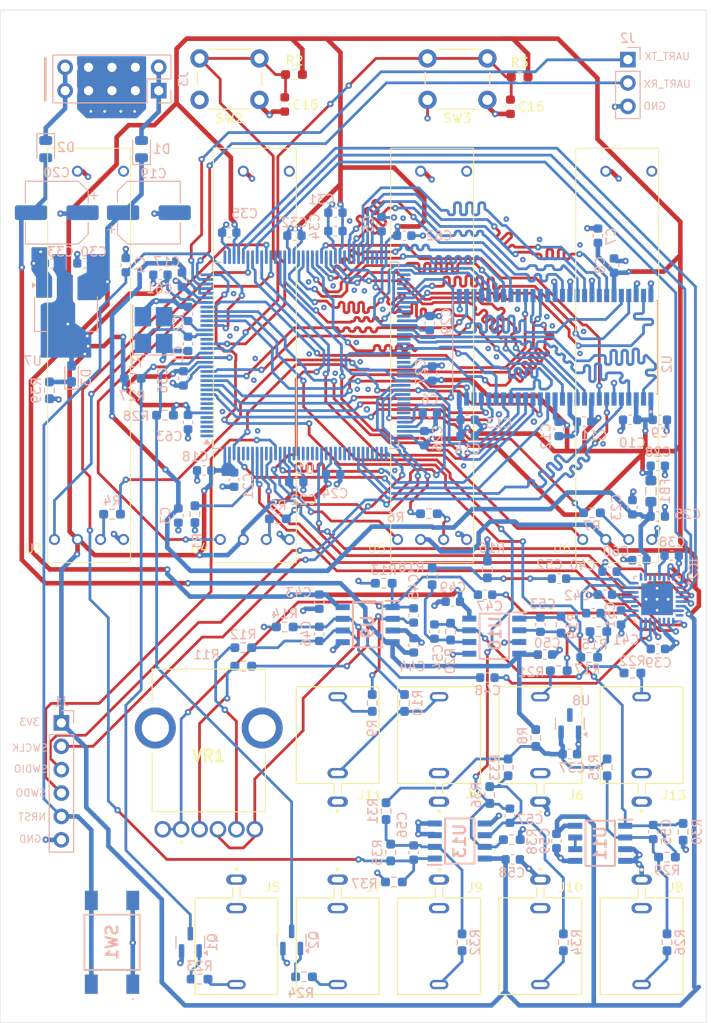
<source format=kicad_pcb>
(kicad_pcb (version 20240108) (generator "pcbnew") (generator_version "8.0")
  (layers (0 "F.Cu" signal) (1 "In1.Cu" power "GND1") (2 "In2.Cu" power "GND2") (31 "B.Cu" signal) (34 "B.Paste" user) (35 "F.Paste" user) (36 "B.SilkS" user "B.Silkscreen") (37 "F.SilkS" user "F.Silkscreen") (38 "B.Mask" user) (39 "F.Mask" user) (44 "Edge.Cuts" user))
  (net 0 "")
  (net 1 "GND")
  (net 2 "+12V")
  (net 3 "+3.3V")
  (net 4 "Net-(Q1-B)")
  (net 5 "/GATE1_IN")
  (net 6 "/GATE2_IN")
  (net 7 "Net-(Q2-B)")
  (net 9 "/CV2_IN")
  (net 11 "/FMC_D15")
  (net 12 "/FMC_D13")
  (net 13 "/FMC_D4")
  (net 18 "Net-(C6-Pad2)")
  (net 19 "/I2S1_CK")
  (net 25 "/FADER1_IN")
  (net 26 "/FADER2_IN")
  (net 28 "/FMC_D8")
  (net 30 "/FADER4_IN")
  (net 31 "/I2S1_SDO")
  (net 32 "/I2C1_SCL")
  (net 34 "/FMC_NBL0")
  (net 35 "/FMC_D1")
  (net 36 "/FMC_A7")
  (net 37 "/FMC_SDNE0")
  (net 38 "Net-(U1-PH0)")
  (net 39 "/NRST")
  (net 41 "/FMC_D12")
  (net 42 "/FMC_A4")
  (net 43 "/FMC_D14")
  (net 44 "/FMC_BA1")
  (net 45 "/I2S1_MCK")
  (net 46 "/FADER3_IN")
  (net 47 "/BUTTON1_IN")
  (net 48 "/FAD_LED2_OUT")
  (net 49 "/FMC_A3")
  (net 50 "/UART4_TX")
  (net 52 "/BUTTON2_IN")
  (net 53 "/FMC_SDNRAS")
  (net 54 "/FMC_SDCKE0")
  (net 56 "/FMC_A11")
  (net 60 "/FMC_BA0")
  (net 62 "/FMC_D11")
  (net 63 "/I2S1_SDI")
  (net 65 "/FMC_D6")
  (net 66 "Net-(U1-BOOT0)")
  (net 67 "Net-(C5-Pad2)")
  (net 68 "+3.3VA")
  (net 70 "-12V")
  (net 72 "/FAD_LED3_OUT")
  (net 74 "/FMC_A5")
  (net 75 "/FMC_A9")
  (net 76 "/FMC_A0")
  (net 77 "/CV1_IN")
  (net 78 "/FMC_NBL1")
  (net 79 "/SWDIO")
  (net 80 "/UART4_RX")
  (net 84 "/FMC_D9")
  (net 85 "/FMC_A1")
  (net 88 "/FAD_LED4_OUT")
  (net 92 "/FMC_D2")
  (net 93 "/V_OCT_IN")
  (net 94 "/FMC_SDCLK")
  (net 95 "/I2S1_WS")
  (net 97 "/FMC_SDNCAS")
  (net 100 "/FMC_D0")
  (net 102 "/FMC_SDNWE")
  (net 104 "Net-(IC2-DVDD)")
  (net 105 "/FAD_LED1_OUT")
  (net 106 "/FMC_A10")
  (net 109 "/SWCLK")
  (net 112 "/FMC_D10")
  (net 115 "/I2C1_SDA")
  (net 117 "Net-(U1-PH1)")
  (net 118 "/FMC_A6")
  (net 120 "/FMC_A2")
  (net 121 "/FMC_D7")
  (net 122 "/FMC_D3")
  (net 123 "/FMC_D5")
  (net 124 "/FMC_A8")
  (net 129 "Net-(U3B-A)")
  (net 130 "Net-(IC2-IN2_L)")
  (net 132 "Net-(U4B-A)")
  (net 134 "Net-(U5B-A)")
  (net 136 "Net-(U6B-A)")
  (net 138 "AREF-10")
  (net 139 "Net-(IC2-AVDD)")
  (net 140 "CODECREF")
  (net 141 "Net-(IC2-IN3_L)")
  (net 142 "Net-(C45-Pad1)")
  (net 143 "Net-(U9A--)")
  (net 144 "Net-(C46-Pad1)")
  (net 145 "Net-(U9B--)")
  (net 146 "/Audio Codec/Input Output Channels/INR")
  (net 147 "/Audio Codec/Input Output Channels/INL")
  (net 148 "Net-(C51-Pad1)")
  (net 149 "/Audio Codec/Input Output Channels/OUTL")
  (net 150 "Net-(C52-Pad1)")
  (net 151 "/Audio Codec/Input Output Channels/OUTR")
  (net 152 "Net-(U10A--)")
  (net 153 "Net-(C53-Pad1)")
  (net 154 "Net-(C54-Pad1)")
  (net 155 "Net-(U10B--)")
  (net 156 "Net-(U11A--)")
  (net 157 "Net-(U13A--)")
  (net 158 "Net-(U13B--)")
  (net 159 "Net-(D1-A)")
  (net 160 "Net-(D2-K)")
  (net 166 "/SWO")
  (net 167 "Net-(J5-PadT)")
  (net 168 "Net-(R11-Pad2)")
  (net 169 "Net-(R12-Pad2)")
  (net 170 "Net-(J6-PadT)")
  (net 171 "Net-(J7-PadT)")
  (net 172 "Net-(J9-PadT)")
  (net 173 "Net-(J10-PadT)")
  (net 174 "Net-(J8-PadT)")
  (net 175 "Net-(J11-PadT)")
  (net 176 "Net-(J13-PadT)")
  (net 177 "Net-(U11B--)")
  (net 180 "Net-(J11-PadTN)")
  (net 189 "Net-(D3-K)")
  (footprint "Eurorack:PTL30-15R1-103B2" (layer "F.Cu") (at 188.5 93 90)
    (property "Reference" "U4")
    (property "Value" "10k")
  )
  (footprint "Eurorack:PTL30-15R1-103B2" (layer "F.Cu") (at 227.85 93 90)
    (property "Reference" "U6")
    (property "Value" "10k")
  )
  (footprint "Capacitor_SMD:C_0603_1608Metric" (layer "F.Cu") (at 191.75 45.75 -90)
    (property "Reference" "C15")
    (property "Value" "100n")
  )
  (footprint "Eurorack:THONK_PJ398SM-12" (layer "F.Cu") (at 208.5 136.42 180)
    (property "Reference" "J9")
    (property "Value" "V/OCT_IN")
  )
  (footprint "Capacitor_SMD:C_0603_1608Metric" (layer "F.Cu") (at 216.25 46 -90)
    (property "Reference" "C16")
    (property "Value" "100n")
  )
  (footprint "Button_Switch_THT:SW_PUSH_6mm_H13mm" (layer "F.Cu") (at 213.75 45.25 180)
    (property "Reference" "SW3")
    (property "Value" "SW_Push")
  )
  (footprint "Eurorack:PTV1124420AB503" (layer "F.Cu") (at 180.5 124.475)
    (property "Reference" "VR1")
    (property "Value" "PTV112-4420A-B503" (hide yes))
  )
  (footprint "Eurorack:PTL30-15R1-103B2" (layer "F.Cu") (at 170.5 93 90)
    (property "Reference" "U3")
    (property "Value" "10k")
  )
  (footprint "Resistor_SMD:R_0603_1608Metric_Pad0.98x0.95mm_HandSolder" (layer "F.Cu") (at 192.75 42.5 180)
    (property "Reference" "R2")
    (property "Value" "10k")
  )
  (footprint "Eurorack:THONK_PJ398SM-12" (layer "F.Cu") (at 230.5 115)
    (property "Reference" "J13")
    (property "Value" "OutR")
  )
  (footprint "Eurorack:THONK_PJ398SM-12" (layer "F.Cu") (at 230.5 136.42 180)
    (property "Reference" "J8")
    (property "Value" "CV2_IN")
  )
  (footprint "Eurorack:THONK_PJ398SM-12" (layer "F.Cu") (at 208.5 115)
    (property "Reference" "J4")
    (property "Value" "InR")
  )
  (footprint "Resistor_SMD:R_0603_1608Metric_Pad0.98x0.95mm_HandSolder" (layer "F.Cu") (at 217.25 42.75 180)
    (property "Reference" "R3")
    (property "Value" "10k")
  )
  (footprint "Eurorack:THONK_PJ398SM-12" (layer "F.Cu") (at 186.5 136.42 180)
    (property "Reference" "J5")
    (property "Value" "GATE1_IN")
  )
  (footprint "Eurorack:THONK_PJ398SM-12" (layer "F.Cu") (at 197.5 115)
    (property "Reference" "J11")
    (property "Value" "InL")
  )
  (footprint "Eurorack:THONK_PJ398SM-12" (layer "F.Cu") (at 197.5 136.42 180)
    (property "Reference" "J7")
    (property "Value" "GATE2_IN")
  )
  (footprint "Eurorack:PTL30-15R1-103B2" (layer "F.Cu") (at 207.75 93 90)
    (property "Reference" "U5")
    (property "Value" "10k")
  )
  (footprint "Button_Switch_THT:SW_PUSH_6mm_H13mm" (layer "F.Cu") (at 189 45.25 180)
    (property "Reference" "SW2")
    (property "Value" "SW_Push")
  )
  (footprint "Eurorack:THONK_PJ398SM-12" (layer "F.Cu") (at 219.5 136.42 180)
    (property "Reference" "J10")
    (property "Value" "CV1_IN")
  )
  (footprint "Eurorack:THONK_PJ398SM-12" (layer "F.Cu") (at 219.5 115)
    (property "Reference" "J6")
    (property "Value" "OutL")
  )
  (footprint "Capacitor_SMD:C_0603_1608Metric" (layer "B.Cu") (at 216.5 127.75 180)
    (property "Reference" "C58")
    (property "Value" "100n")
  )
  (footprint "Resistor_SMD:R_0603_1608Metric_Pad0.98x0.95mm_HandSolder" (layer "B.Cu") (at 216.4 125.6)
    (property "Reference" "R38")
    (property "Value" "100k")
  )
  (footprint "Resistor_SMD:R_0603_1608Metric_Pad0.98x0.95mm_HandSolder" (layer "B.Cu") (at 182.5 140.75 180)
    (property "Reference" "R23")
    (property "Value" "100k")
  )
  (footprint "Capacitor_SMD:C_0603_1608Metric" (layer "B.Cu") (at 225.75 60 90)
    (property "Reference" "C7")
    (property "Value" "2.2u")
  )
  (footprint "Capacitor_SMD:C_0603_1608Metric" (layer "B.Cu") (at 207.5 79.25 180)
    (property "Reference" "C6")
    (property "Value" "100n")
  )
  (footprint "Resistor_SMD:R_0603_1608Metric_Pad0.98x0.95mm_HandSolder" (layer "B.Cu") (at 222 136.75 90)
    (property "Reference" "R34")
    (property "Value" "100k")
  )
  (footprint "Connector_PinHeader_2.54mm:PinHeader_1x03_P2.54mm_Vertical" (layer "B.Cu") (at 229 40.875 180)
    (property "Reference" "J2")
    (property "Value" "Conn_01x03_Pin")
  )
  (footprint "Resistor_SMD:R_0603_1608Metric_Pad0.98x0.95mm_HandSolder" (layer "B.Cu") (at 203.6 130.2 180)
    (property "Reference" "R37")
    (property "Value" "100k")
  )
  (footprint "Capacitor_SMD:C_0603_1608Metric" (layer "B.Cu") (at 227.5 63.25 90)
    (property "Reference" "C8")
    (property "Value" "100n")
  )
  (footprint "Resistor_SMD:R_0603_1608Metric_Pad0.98x0.95mm_HandSolder" (layer "B.Cu") (at 166.2 76.8 -90)
    (property "Reference" "R39")
    (property "Value" "150")
  )
  (footprint "Capacitor_SMD:C_0603_1608Metric" (layer "B.Cu") (at 230.26114 95.23886 180)
    (property "Reference" "C60")
    (property "Value" "100n")
  )
  (footprint "Resistor_SMD:R_0603_1608Metric_Pad0.98x0.95mm_HandSolder" (layer "B.Cu") (at 233.25 136.75 90)
    (property "Reference" "R26")
    (property "Value" "100k")
  )
  (footprint "Resistor_SMD:R_0603_1608Metric_Pad0.98x0.95mm_HandSolder" (layer "B.Cu") (at 226.75 117.75 -90)
    (property "Reference" "R25")
    (property "Value" "200k")
  )
  (footprint "Capacitor_SMD:C_0603_1608Metric" (layer "B.Cu") (at 181.25 71.75 -90)
    (property "Reference" "C1")
    (property "Value" "22p")
  )
  (footprint "Eurorack:LMV722IDR" (layer "B.Cu") (at 210.75 125.75)
    (property "Reference" "U13")
    (property "Value" "LMV722IDR" (hide yes))
  )
  (footprint "Capacitor_SMD:C_0603_1608Metric" (layer "B.Cu") (at 208 103 -90)
    (property "Reference" "C54")
    (property "Value" "220p")
  )
  (footprint "Resistor_SMD:R_0603_1608Metric_Pad0.98x0.95mm_HandSolder" (layer "B.Cu") (at 233.25 127.5)
    (property "Reference" "R29")
    (property "Value" "33k")
  )
  (footprint "Capacitor_SMD:C_0603_1608Metric" (layer "B.Cu") (at 180.75 75.5 -90)
    (property "Reference" "C36")
    (property "Value" "100n")
  )
  (footprint "Capacitor_SMD:C_0603_1608Metric" (layer "B.Cu") (at 233.76114 94.73886 180)
    (property "Reference" "C38")
    (property "Value" "10u")
  )
  (footprint "Capacitor_SMD:C_0603_1608Metric" (layer "B.Cu") (at 207.75 74.975 90)
    (property "Reference" "C27")
    (property "Value" "100n")
  )
  (footprint "Capacitor_SMD:C_0603_1608Metric" (layer "B.Cu") (at 232.25 90.5)
    (property "Reference" "C25")
    (property "Value" "1u")
  )
  (footprint "Capacitor_SMD:C_0603_1608Metric" (layer "B.Cu") (at 181.25 80.25 -90)
    (property "Reference" "C63")
    (property "Value" "100n")
  )
  (footprint "Capacitor_SMD:C_0603_1608Metric" (layer "B.Cu") (at 180.2 90.4 90)
    (property "Reference" "C3")
    (property "Value" "100n")
  )
  (footprint "Eurorack:LMV722IDR" (layer "B.Cu") (at 226 126 180)
    (property "Reference" "U11")
    (property "Value" "LMV722IDR" (hide yes))
  )
  (footprint "Resistor_SMD:R_0603_1608Metric_Pad0.98x0.95mm_HandSolder" (layer "B.Cu") (at 173 90.25 180)
    (property "Reference" "R4")
    (property "Value" "75")
  )
  (footprint "Capacitor_SMD:C_0603_1608Metric" (layer "B.Cu") (at 180.6 64.8 -90)
    (property "Reference" "C61")
    (property "Value" "100n")
  )
  (footprint "Capacitor_SMD:C_0603_1608Metric" (layer "B.Cu") (at 170 63 180)
    (property "Reference" "C30")
    (property "Value" "10u")
  )
  (footprint "Resistor_SMD:R_0603_1608Metric_Pad0.98x0.95mm_HandSolder" (layer "B.Cu") (at 209.75 103 90)
    (property "Reference" "R20")
    (property "Value" "47k")
  )
  (footprint "Capacitor_SMD:C_0603_1608Metric" (layer "B.Cu") (at 195.5 99.75 -90)
    (property "Reference" "C43")
    (property "Value" "100n")
  )
  (footprint "Eurorack:IS45S16800F-7TLA2" (layer "B.Cu") (at 221.1 72.12 90)
    (property "Reference" "U2")
    (property "Value" "IS45S16800F-7TLA2")
  )
  (footprint "Resistor_SMD:R_0603_1608Metric_Pad0.98x0.95mm_HandSolder" (layer "B.Cu") (at 187.25 106.75 180)
    (property "Reference" "R11")
    (property "Value" "3.3k")
  )
  (footprint "Capacitor_SMD:C_0603_1608Metric" (layer "B.Cu") (at 229.5 89.5 90)
    (property "Reference" "C23")
    (property "Value" "10n")
  )
  (footprint "Resistor_SMD:R_0603_1608Metric_Pad0.98x0.95mm_HandSolder" (layer "B.Cu") (at 213.75 96.25 -90)
    (property "Reference" "R16")
    (property "Value" "47k")
  )
  (footprint "Capacitor_SMD:C_0603_1608Metric" (layer "B.Cu") (at 213.75 108)
    (property "Reference" "C48")
    (property "Value" "1u")
  )
  (footprint "Diode_SMD:D_0805_2012Metric" (layer "B.Cu") (at 165.8 50.6 -90)
    (property "Reference" "D2")
    (property "Value" "D")
  )
  (footprint "Capacitor_SMD:C_0603_1608Metric" (layer "B.Cu") (at 232.25 85)
    (property "Reference" "C28")
    (property "Value" "1u")
  )
  (footprint "Capacitor_SMD:C_0603_1608Metric" (layer "B.Cu") (at 226.51114 98.98886)
    (property "Reference" "C42")
    (property "Value" "100n")
  )
  (footprint "Diode_SMD:D_0805_2012Metric" (layer "B.Cu") (at 176.2 50.6 90)
    (property "Reference" "D1")
    (property "Value" "D")
  )
  (footprint "Eurorack:NE5532DRG4" (layer "B.Cu") (at 214.5 103.5 180)
    (property "Reference" "U10")
    (property "Value" "NE5532DRG4" (hide yes))
  )
  (footprint "Eurorack:TS046643BK100SMT" (layer "B.Cu") (at 173 136.75 90)
    (property "Reference" "SW1")
    (property "Value" "SW_Push" (hide yes))
  )
  (footprint "Capacitor_SMD:CP_Elec_6.3x5.9" (layer "B.Cu") (at 177 57.5)
    (property "Reference" "C19")
    (property "Value" "47u")
  )
  (footprint "Capacitor_SMD:C_0603_1608Metric" (layer "B.Cu") (at 186.25 86.5 -90)
    (property "Reference" "C21")
    (property "Value" "100n")
  )
  (footprint "Eurorack:TLV320AIC3204IRHBR" (layer "B.Cu") (at 232.17614 99.48886 180)
    (property "Reference" "IC2")
    (property "Value" "TLV320AIC3204IRHBR")
  )
  (footprint "Capacitor_SMD:C_0603_1608Metric" (layer "B.Cu") (at 202.25 58.75 -90)
    (property "Reference" "C5")
    (property "Value" "100n")
  )
  (footprint "Resistor_SMD:R_0603_1608Metric_Pad0.98x0.95mm_HandSolder" (layer "B.Cu") (at 221.5 107.25 180)
    (property "Reference" "R21")
    (property "Value" "1k")
  )
  (footprint "Resistor_SMD:R_0603_1608Metric_Pad0.98x0.95mm_HandSolder" (layer "B.Cu") (at 235 124.75 -90)
    (property "Reference" "R30")
    (property "Value" "100k")
  )
  (footprint "Capacitor_SMD:C_0603_1608Metric" (layer "B.Cu") (at 206.9125 82 90)
    (property "Reference" "C26")
    (property "Value" "100n")
  )
  (footprint "Capacitor_SMD:C_0603_1608Metric" (layer "B.Cu") (at 178.25 64.25 180)
    (property "Reference" "C17")
    (property "Value" "4.7u")
  )
  (footprint "Capacitor_SMD:C_0603_1608Metric" (layer "B.Cu") (at 181.25 68.5 90)
    (property "Reference" "C2")
    (property "Value" "22p")
  )
  (footprint "Resistor_SMD:R_0603_1608Metric_Pad0.98x0.95mm_HandSolder" (layer "B.Cu") (at 202.75 122.5 -90)
    (property "Reference" "R31")
    (property "Value" "180k")
  )
  (footprint "Capacitor_SMD:C_0603_1608Metric" (layer "B.Cu") (at 225.25 101 180)
    (property "Reference" "C51")
    (property "Value" "10u")
  )
  (footprint "Eurorack:NE5532DRG4" (layer "B.Cu") (at 200.75 102.25 180)
    (property "Reference" "U9")
    (property "Value" "NE5532DRG4" (hide yes))
  )
  (footprint "Resistor_SMD:R_0603_1608Metric_Pad0.98x0.95mm_HandSolder" (layer "B.Cu") (at 221.75 102.25 90)
    (property "Reference" "R19")
    (property "Value" "47k")
  )
  (footprint "Package_TO_SOT_SMD:SOT-23" (layer "B.Cu") (at 222.7 113 90)
    (property "Reference" "U8")
    (property "Value" "LM4040DBZ-10")
  )
  (footprint "Resistor_SMD:R_0603_1608Metric_Pad0.98x0.95mm_HandSolder" (layer "B.Cu") (at 187.25 104.75 180)
    (property "Reference" "R12")
    (property "Value" "3.3k")
  )
  (footprint "Resistor_SMD:R_0603_1608Metric_Pad0.98x0.95mm_HandSolder" (layer "B.Cu") (at 207.75 97 -90)
    (property "Reference" "R18")
    (property "Value" "3.3k")
  )
  (footprint "Capacitor_SMD:C_0603_1608Metric" (layer "B.Cu") (at 221.5 81 -90)
    (property "Reference" "C12")
    (property "Value" "100n")
  )
  (footprint "Resistor_SMD:R_0603_1608Metric_Pad0.98x0.95mm_HandSolder" (layer "B.Cu") (at 225.1 90.1)
    (property "Reference" "R7")
    (property "Value" "75")
  )
  (footprint "Resistor_SMD:R_0603_1608Metric_Pad0.98x0.95mm_HandSolder" (layer "B.Cu") (at 216 117.75 -90)
    (property "Reference" "R33")
    (property "Value" "200k")
  )
  (footprint "Resistor_SMD:R_0603_1608Metric_Pad0.98x0.95mm_HandSolder" (layer "B.Cu") (at 191 90.75 180)
    (property "Reference" "R5")
    (property "Value" "75")
  )
  (footprint "Resistor_SMD:R_0603_1608Metric_Pad0.98x0.95mm_HandSolder" (layer "B.Cu") (at 182 90.25 90)
    (property "Reference" "R1")
    (property "Value" "10k")
  )
  (footprint "Resistor_SMD:R_0603_1608Metric_Pad0.98x0.95mm_HandSolder" (layer "B.Cu") (at 225.8 103)
    (property "Reference" "R15")
    (property "Value" "47k")
  )
  (footprint "Capacitor_SMD:C_0603_1608Metric" (layer "B.Cu") (at 231.75 124.775 90)
    (property "Reference" "C55")
    (property "Value" "1n")
  )
  (footprint "Capacitor_SMD:C_0603_1608Metric" (layer "B.Cu") (at 227.01114 96.48886)
    (property "Reference" "C40")
    (property "Value" "10u")
  )
  (footprint "Capacitor_SMD:C_0603_1608Metric" (layer "B.Cu") (at 205.75 101.25 -90)
    (property "Reference" "C45")
    (property "Value" "1n")
  )
  (footprint "Capacitor_SMD:C_0603_1608Metric" (layer "B.Cu") (at 232.475 80)
    (property "Reference" "C9")
    (property "Value" "100n")
  )
  (footprint "Capacitor_SMD:C_0603_1608Metric" (layer "B.Cu") (at 220 105.5)
    (property "Reference" "C50")
    (property "Value" "100n")
  )
  (footprint "Resistor_SMD:R_0603_1608Metric_Pad0.98x0.95mm_HandSolder" (layer "B.Cu") (at 175.25 75.5 180)
    (property "Reference" "R27")
    (property "Value" "10k")
  )
  (footprint "Resistor_SMD:R_0603_1608Metric_Pad0.98x0.95mm_HandSolder" (layer "B.Cu") (at 201.25 110.75 90)
    (property "Reference" "R9")
    (property "Value" "22k")
  )
  (footprint "Capacitor_SMD:C_0603_1608Metric" (layer "B.Cu") (at 205.75 104.5 90)
    (property "Reference" "C44")
    (property "Value" "100n")
  )
  (footprint "Capacitor_SMD:C_0603_1608Metric" (layer "B.Cu") (at 221.525 97.25)
    (property "Reference" "C52")
    (property "Value" "10u")
  )
  (footprint "LED_SMD:LED_0603_1608Metric_Pad1.05x0.95mm_HandSolder" (layer "B.Cu") (at 168.6 75 90)
    (property "Reference" "D3")
    (property "Value" "PWR_LED")
  )
  (footprint "Capacitor_SMD:C_0603_1608Metric" (layer "B.Cu") (at 185.725 59.6625 180)
    (property "Reference" "C35")
    (property "Value" "100n")
  )
  (footprint "Resistor_SMD:R_0603_1608Metric_Pad0.98x0.95mm_HandSolder" (layer "B.Cu") (at 178.75 79.5)
    (property "Reference" "R28")
    (property "Value" "10k")
  )
  (footprint "Resistor_SMD:R_0603_1608Metric_Pad0.98x0.95mm_HandSolder" (layer "B.Cu") (at 224.8 105.8 180)
    (property "Reference" "R17")
    (property "Value" "3.3k")
  )
  (footprint "Resistor_SMD:R_0603_1608Metric_Pad0.98x0.95mm_HandSolder" (layer "B.Cu") (at 207.4 90.2)
    (property "Reference" "R6")
    (property "Value" "75")
  )
  (footprint "Capacitor_SMD:C_0603_1608Metric" (layer "B.Cu") (at 197.25 57.5 180)
    (property "Reference" "C31")
    (property "Value" "100n")
  )
  (footprint "Connector_PinHeader_2.54mm:PinHeader_1x06_P2.54mm_Vertical" (layer "B.Cu") (at 167.5 112.92 180)
    (property "Reference" "J1")
    (property "Value" "Conn_01x06_Pin")
  )
  (footprint "Capacitor_SMD:C_0603_1608Metric" (layer "B.Cu") (at 197 85.9125)
    (property "Reference" "C24")
    (property "Value" "100n")
  )
  (footprint "Capacitor_SMD:C_0603_1608Metric" (layer "B.Cu") (at 213.5 99)
    (property "Reference" "C47")
    (property "Value" "1u")
  )
  (footprint "Resistor_SMD:R_0603_1608Metric_Pad0.98x0.95mm_HandSolder" (layer "B.Cu") (at 219 114.5625 -90)
    (property "Reference" "R8")
    (property "Value" "470")
  )
  (footprint "Package_QFP:LQFP-144_20x20mm_P0.5mm" (layer "B.Cu") (at 194 73)
    (property "Reference" "U1")
    (property "Value" "STM32H7B0ZBTx")
  )
  (footprint "Capacitor_SMD:C_0603_1608Metric" (layer "B.Cu") (at 232.26114 104.88886)
    (property "Reference" "C39")
    (property "Value" "100n")
  )
  (footprint "Capacitor_SMD:C_0603_1608Metric" (layer "B.Cu") (at 211.6 81.75)
    (property "Reference" "C14")
    (property "Value" "2.2u")
  )
  (footprint "Package_TO_SOT_SMD:SOT-23" (layer "B.Cu") (at 181.5 136.75 90)
    (property "Reference" "Q1")
    (property "Value" "MMBT3904")
  )
  (footprint "Capacitor_SMD:C_0603_1608Metric" (layer "B.Cu") (at 228.26114 101.46386 90)
    (property "Reference" "C41")
    (property "Value" "10u")
  )
  (footprint "Capacitor_SMD:C_0603_1608Metric" (layer "B.Cu") (at 210 99.75 180)
    (property "Reference" "C49")
    (property "Value" "100n")
  )
  (footprint "Package_TO_SOT_SMD:SOT-223-3_TabPin2" (layer "B.Cu") (at 168 68.5 -90)
    (property "Reference" "U7")
    (property "Value" "LM1117MP-3.3")
  )
  (footprint "Resistor_SMD:R_0603_1608Metric_Pad0.98x0.95mm_HandSolder" (layer "B.Cu") (at 193.8375 140.5 180)
    (property "Reference" "R24")
    (property "Value" "100k")
  )
  (footprint "Capacitor_SMD:C_0603_1608Metric" (layer "B.Cu") (at 207.5 69.5 90)
    (property "Reference" "C29")
    (property "Value" "100n")
  )
  (footprint "Capacitor_SMD:C_0603_1608Metric" (layer "B.Cu") (at 222.7 116.3125)
    (property "Reference" "C37")
    (property "Value" "100n")
  )
  (footprint "Package_TO_SOT_SMD:SOT-23" (layer "B.Cu") (at 192.5 136.5 90)
    (property "Reference" "Q2")
    (property "Value" "MMBT3904")
  )
  (footprint "Capacitor_SMD:C_0603_1608Metric" (layer "B.Cu") (at 216.2 123 90)
    (property "Reference" "C57")
    (property "Value" "1n")
  )
  (footprint "Resistor_SMD:R_0603_1608Metric_Pad0.98x0.95mm_HandSolder" (layer "B.Cu") (at 203.25 127 -90)
    (property "Reference" "R35")
    (property "Value" "47k")
  )
  (footprint "Capacitor_SMD:C_0603_1608Metric" (layer "B.Cu") (at 192.8 60 180)
    (property "Reference" "C32")
    (property "Value" "100n")
  )
  (footprint "Crystal:Crystal_SMD_3225-4Pin_3.2x2.5mm_HandSoldering" (layer "B.Cu") (at 177.5 70.25 90)
    (property "Reference" "Y1")
    (property "Value" "WE-XTAL 24.0MHz 50ppm")
  )
  (footprint "Capacitor_SMD:C_0603_1608Metric" (layer "B.Cu") (at 197.25 59.5 180)
    (property "Reference" "C34")
    (property "Value" "100n")
  )
  (footprint "Resistor_SMD:R_0603_1608Metric_Pad0.98x0.95mm_HandSolder" (layer "B.Cu") (at 229.5 107.5)
    (property "Reference" "R22")
    (property "Value" "1k")
  )
  (footprint "Capacitor_SMD:C_0603_1608Metric" (layer "B.Cu") (at 193 86.75)
    (property "Reference" "C22")
    (property "Value" "100n")
  )
  (footprint "Capacitor_SMD:C_0603_1608Metric" (layer "B.Cu") (at 195.5 103.25 -90)
    (property "Reference" "C46")
    (property "Value" "1n")
  )
  (footprint "Capacitor_SMD:C_0603_1608Metric" (layer "B.Cu") (at 219.5 102.25 -90)
    (property "Reference" "C53")
    (property "Value" "220p")
  )
  (footprint "Capacitor_SMD:CP_Elec_6.3x5.9" (layer "B.Cu") (at 167 57.5 180)
    (property "Reference" "C20")
    (property "Value" "47u")
  )
  (footprint "Resistor_SMD:R_0603_1608Metric_Pad0.98x0.95mm_HandSolder" (layer "B.Cu") (at 214 120.75 -90)
    (property "Reference" "R36")
    (property "Value" "33k")
  )
  (footprint "Resistor_SMD:R_0603_1608Metric_Pad0.98x0.95mm_HandSolder" (layer "B.Cu") (at 191.75 102.5 180)
    (property "Reference" "R14")
    (property "Value" "1k")
  )
  (footprint "Capacitor_SMD:C_0603_1608Metric" (layer "B.Cu") (at 204.725 60)
    (property "Reference" "C62")
    (property "Value" "100n")
  )
  (footprint "Capacitor_SMD:C_0603_1608Metric" (layer "B.Cu") (at 211.6 80)
    (property "Reference" "C13")
    (property "Value" "100n")
  )
  (footprint "Inductor_SMD:L_0805_2012Metric_Pad1.05x1.20mm_HandSolder" (layer "B.Cu") (at 231.5 87.75 90)
    (property "Reference" "FB1")
    (property "Value" "120R")
  )
  (footprint "Capacitor_SMD:C_0603_1608Metric" (layer "B.Cu") (at 229.25 80 180)
    (property "Reference" "C10")
    (property "Value" "100n" (hide yes))
  )
  (footprint "Capacitor_SMD:C_0603_1608Metric" (layer "B.Cu") (at 205.75 127 -90)
    (property "Reference" "C56")
    (property "Value" "1n")
  )
  (footprint "Capacitor_SMD:C_0603_1608Metric" (layer "B.Cu") (at 224.25 80.2 180)
    (property "Reference" "C11")
    (property "Value" "100n")
  )
  (footprint "Capacitor_SMD:C_0603_1608Metric" (layer "B.Cu") (at 221.25 125.75 90)
    (property "Reference" "C59")
    (property "Value" "100n")
  )
  (footprint "Capacitor_SMD:C_0603_1608Metric" (layer "B.Cu") (at 174.5 63.2 90)
    (property "Reference" "C4")
    (property "Value" "100n")
  )
  (footprint "Capacitor_SMD:C_0603_1608Metric" (layer "B.Cu") (at 183 85.5 180)
    (property "Reference" "C18")
    (property "Value" "100n")
  )
  (footprint "Resistor_SMD:R_0603_1608Metric_Pad0.98x0.95mm_HandSolder" (layer "B.Cu") (at 204.75 110.75 90)
    (property "Reference" "R10")
    (property "Value" "22k")
  )
  (footprint "Eurorack:PinHeader_2x05_P2.54mm_BHR-10-VUA" (layer "B.Cu") (at 178.07 44.25 90)
    (property "Reference" "J3")
    (property "Value" "Conn_02x05_Odd_Even")
  )
  (footprint "Capacitor_SMD:C_0603_1608Metric" (layer "B.Cu") (at 166.5 63 180)
    (property "Reference" "C33")
    (property "Value" "10u")
  )
  (footprint "Resistor_SMD:R_0603_1608Metric_Pad0.98x0.95mm_HandSolder" (layer "B.Cu") (at 202.5 97.75 180)
    (property "Reference" "R13")
    (property "Value" "1k")
  )
  (footprint "Resistor_SMD:R_0603_1608Metric_Pad0.98x0.95mm_HandSolder" (layer "B.Cu") (at 211 136.75 90)
    (property "Reference" "R32")
    (property "Value" "100k")
  )
  (gr_poly (pts (xy 185.25 84.75) (xy 185.75 84.75) (xy 186.25 85.25) (xy 186.25 86) (xy 185 86) (xy 185 85.5) (xy 185 85.1)) (stroke (width 0.2)) (fill solid) (layer "B.Cu") (net 3))
  (gr_line (start 165.75 40.7) (end 165.75 45.3) (stroke (width 0.3)) (layer "B.SilkS"))
  (gr_rect (start 160.86114 35.48886) (end 237.51114 145.48886) (stroke (width 0.05)) (fill none) (layer "Edge.Cuts"))
  (gr_text "SWCLK" (at 166.1 116.1 0) (layer "B.SilkS") (effects (font (size 0.8 0.8) (thickness 0.1)) (justify left bottom mirror)))
  (gr_text "SWDO" (at 165.9 121 0) (layer "B.SilkS") (effects (font (size 0.8 0.8) (thickness 0.1)) (justify left bottom mirror)))
  (gr_text "SWDIO" (at 166.1 118.4 0) (layer "B.SilkS") (effects (font (size 0.8 0.8) (thickness 0.1)) (justify left bottom mirror)))
  (gr_text "UART_TX" (at 235.8 41 0) (layer "B.SilkS") (effects (font (size 0.8 0.8) (thickness 0.1)) (justify left bottom mirror)))
  (gr_text "NRST" (at 165.9 123.6 0) (layer "B.SilkS") (effects (font (size 0.8 0.8) (thickness 0.1)) (justify left bottom mirror)))
  (gr_text "GND" (at 165.4 126 0) (layer "B.SilkS") (effects (font (size 0.8 0.8) (thickness 0.1)) (justify left bottom mirror)))
  (gr_text "UART_RX" (at 235.9 44 0) (layer "B.SilkS") (effects (font (size 0.8 0.8) (thickness 0.1)) (justify left bottom mirror)))
  (gr_text "3V3" (at 165.2 113.3 0) (layer "B.SilkS") (effects (font (size 0.8 0.8) (thickness 0.1)) (justify left bottom mirror)))
  (gr_text "GND" (at 233.2 46.4 0) (layer "B.SilkS") (effects (font (size 0.8 0.8) (thickness 0.1)) (justify left bottom mirror)))
  (segment (start 207.7 53.9) (end 206.8 53) (width 0.5) (layer "F.Cu") (net 1))
  (segment (start 169.8 53) (end 170.4 53.6) (width 0.5) (layer "F.Cu") (net 1))
  (segment (start 206.8 53) (end 206.5 53) (width 0.5) (layer "F.Cu") (net 1))
  (segment (start 226.6 53) (end 227.2 53) (width 0.5) (layer "F.Cu") (net 1))
  (segment (start 190.1 46.9) (end 190.475 46.525) (width 0.5) (layer "F.Cu") (net 1))
  (segment (start 213.75 45.25) (end 213.75 45.925) (width 0.5) (layer "F.Cu") (net 1))
  (segment (start 189 45.8) (end 190.1 46.9) (width 0.5) (layer "F.Cu") (net 1))
  (segment (start 207.25 45.25) (end 207.25 47.25) (width 0.3) (layer "F.Cu") (net 1))
  (segment (start 227.2 53) (end 228 53.8) (width 0.5) (layer "F.Cu") (net 1))
  (segment (start 213.75 45.925) (end 214.6 46.775) (width 0.5) (layer "F.Cu") (net 1))
  (segment (start 187.25 53) (end 187.4 53) (width 0.5) (layer "F.Cu") (net 1))
  (segment (start 214.6 46.775) (end 216.25 46.775) (width 0.5) (layer "F.Cu") (net 1))
  (segment (start 169.25 53) (end 169.8 53) (width 0.5) (layer "F.Cu") (net 1))
  (segment (start 189 45.25) (end 189 45.8) (width 0.5) (layer "F.Cu") (net 1))
  (segment (start 190.475 46.525) (end 191.75 46.525) (width 0.5) (layer "F.Cu") (net 1))
  (segment (start 187.4 53) (end 188.2 53.8) (width 0.5) (layer "F.Cu") (net 1))
  (via (at 223.65 115.25) (size 0.7) (drill 0.3) (layers "F.Cu" "B.Cu") (net 1))
  (via (at 220.2 68.8) (size 0.6) (drill 0.2) (layers "F.Cu" "B.Cu") (net 1))
  (via (at 208.500854 68.739096) (size 0.7) (drill 0.3) (layers "F.Cu" "B.Cu") (net 1))
  (via (at 227.6 46) (size 0.7) (drill 0.3) (layers "F.Cu" "B.Cu") (net 1))
  (via (at 188.8 81.2) (size 0.6) (drill 0.2) (layers "F.Cu" "B.Cu") (net 1))
  (via (at 175.45 46.5) (size 0.7) (drill 0.3) (layers "F.Cu" "B.Cu") (net 1))
  (via (at 228.51114 95.18886) (size 0.7) (drill 0.3) (layers "F.Cu" "B.Cu") (net 1))
  (via (at 182 92) (size 0.7) (drill 0.3) (layers "F.Cu" "B.Cu") (net 1))
  (via (at 199.519238 71.599999) (size 0.6) (drill 0.2) (layers "F.Cu" "B.Cu") (net 1))
  (via (at 218.8 80.2) (size 0.7) (drill 0.3) (layers "F.Cu" "B.Cu") (net 1))
  (via (at 186.5 70.1) (size 0.6) (drill 0.2) (layers "F.Cu" "B.Cu") (net 1))
  (via (at 173.2 92.4) (size 0.7) (drill 0.3) (layers "F.Cu" "B.Cu") (net 1))
  (via (at 228.75 62.75) (size 0.7) (drill 0.3) (layers "F.Cu" "B.Cu") (net 1))
  (via (at 233.025 89.475) (size 0.7) (drill 0.3) (layers "F.Cu" "B.Cu") (net 1))
  (via (at 197 65.45) (size 0.6) (drill 0.2) (layers "F.Cu" "B.Cu") (net 1))
  (via (at 197 105) (size 0.7) (drill 0.3) (layers "F.Cu" "B.Cu") (net 1))
  (via (at 219.416699 60.416504) (size 0.6) (drill 0.2) (layers "F.Cu" "B.Cu") (net 1))
  (via (at 225 103.9) (size 0.7) (drill 0.3) (layers "F.Cu" "B.Cu") (net 1))
  (via (at 164.5 63) (size 0.7) (drill 0.3) (layers "F.Cu" "B.Cu") (net 1))
  (via (at 186.2 66.3) (size 0.6) (drill 0.2) (layers "F.Cu" "B.Cu") (net 1))
  (via (at 210 105.5) (size 0.7) (drill 0.3) (layers "F.Cu" "B.Cu") (net 1))
  (via (at 225.1 64.9) (size 0.7) (drill 0.3) (layers "F.Cu" "B.Cu") (net 1))
  (via (at 206.25 125) (size 0.7) (drill 0.3) (layers "F.Cu" "B.Cu") (net 1))
  (via (at 208 100.2) (size 0.7) (drill 0.3) (layers "F.Cu" "B.Cu") (net 1))
  (via (at 220.8 69.8) (size 0.6) (drill 0.2) (layers "F.Cu" "B.Cu") (net 1))
  (via (at 172.2 46.5) (size 0.7) (drill 0.3) (layers "F.Cu" "B.Cu") (net 1))
  (via (at 208.800281 74.1) (size 0.7) (drill 0.3) (layers "F.Cu" "B.Cu") (net 1))
  (via (at 175.25 136.8) (size 0.7) (drill 0.3) (layers "F.Cu" "B.Cu") (net 1))
  (via (at 193.75 100.75) (size 0.7) (drill 0.3) (layers "F.Cu" "B.Cu") (net 1))
  (via (at 223.25 81.5) (size 0.7) (drill 0.3) (layers "F.Cu" "B.Cu") (net 1))
  (via (at 199.939813 73.693779) (size 0.6) (drill 0.2) (layers "F.Cu" "B.Cu") (net 1))
  (via (at 234.26114 104.23886) (size 0.7) (drill 0.3) (layers "F.Cu" "B.Cu") (net 1))
  (via (at 233.2 81.2) (size 0.7) (drill 0.3) (layers "F.Cu" "B.Cu") (net 1))
  (via (at 232.2 91.8) (size 0.7) (drill 0.3) (layers "F.Cu" "B.Cu") (net 1))
  (via (at 223.8 61) (size 0.6) (drill 0.2) (layers "F.Cu" "B.Cu") (net 1))
  (via (at 197.230246 74.939468) (size 0.6) (drill 0.2) (layers "F.Cu" "B.Cu") (net 1))
  (via (at 202.4 68) (size 0.6) (drill 0.2) (layers "F.Cu" "B.Cu") (net 1))
  (via (at 213.84038 72.25962) (size 0.6) (drill 0.2) (layers "F.Cu" "B.Cu") (net 1))
  (via (at 200.668728 78.865837) (size 0.7) (drill 0.3) (layers "F.Cu" "B.Cu") (net 1))
  (via (at 194.341982 65.016409) (size 0.6) (drill 0.2) (layers "F.Cu" "B.Cu") (net 1))
  (via (at 188.4 75.7) (size 0.6) (drill 0.2) (layers "F.Cu" "B.Cu") (net 1))
  (via (at 215.6 104.2) (size 0.7) (drill 0.3) (layers "F.Cu" "B.Cu") (net 1))
  (via (at 230 65.2) (size 0.7) (drill 0.3) (layers "F.Cu" "B.Cu") (net 1))
  (via (at 230.25 127.25) (size 0.7) (drill 0.3) (layers "F.Cu" "B.Cu") (net 1))
  (via (at 165.25 61.75) (size 0.7) (drill 0.3) (layers "F.Cu" "B.Cu") (net 1))
  (via (at 182.25 86.6) (size 0.7) (drill 0.3) (layers "F.Cu" "B.Cu") (net 1))
  (via (at 178.5 73.5) (size 0.7) (drill 0.3) (layers "F.Cu" "B.Cu") (net 1))
  (via (at 167.2 77.8) (size 0.7) (drill 0.3) (layers "F.Cu" "B.Cu") (net 1))
  (via (at 207.7 53.9) (size 0.7) (drill 0.3) (layers "F.Cu" "B.Cu") (net 1))
  (via (at 206.25 123.75) (size 0.7) (drill 0.3) (layers "F.Cu" "B.Cu") (net 1))
  (via (at 173.95 46.5) (size 0.7) (drill 0.3) (layers "F.Cu" "B.Cu") (net 1))
  (via (at 170.4 53.6) (size 0.7) (drill 0.3) (layers "F.Cu" "B.Cu") (net 1))
  (via (at 197.4 87) (size 0.7) (drill 0.3) (layers "F.Cu" "B.Cu") (net 1))
  (via (at 224.2 70.4) (size 0.6) (drill 0.2) (layers "F.Cu" "B.Cu") (net 1))
  (via (at 196 67.8) (size 0.6) (drill 0.2) (layers "F.Cu" "B.Cu") (net 1))
  (via (at 226.30962 82.60962) (size 0.6) (drill 0.2) (layers "F.Cu" "B.Cu") (net 1))
  (via (at 177.6 57.6) (size 0.7) (drill 0.3) (layers "F.Cu" "B.Cu") (net 1))
  (via (at 217.6 124.475) (size 0.7) (drill 0.3) (layers "F.Cu" "B.Cu") (net 1))
  (via (at 222.75 65) (size 0.7) (drill 0.3) (layers "F.Cu" "B.Cu") (net 1))
  (via (at 213.4 80.7) (size 0.7) (drill 0.3) (layers "F.Cu" "B.Cu") (net 1))
  (via (at 193.775 87.624997) (size 0.7) (drill 0.3) (layers "F.Cu" "B.Cu") (net 1))
  (via (at 200.4 66) (size 0.6) (drill 0.2) (layers "F.Cu" "B.Cu") (net 1))
  (via (at 224.6 59.2) (size 0.7) (drill 0.3) (layers "F.Cu" "B.Cu") (net 1))
  (via (at 228.3 103.2) (size 0.7) (drill 0.3) (layers "F.Cu" "B.Cu") (net 1))
  (via (at 215 79.4) (size 0.7) (drill 0.3) (layers "F.Cu" "B.Cu") (net 1))
  (via (at 196.9 56.6) (size 0.7) (drill 0.3) (layers "F.Cu" "B.Cu") (net 1))
  (via (at 210.75 68) (size 0.7) (drill 0.3) (layers "F.Cu" "B.Cu") (net 1))
  (via (at 233.025 86) (size 0.7) (drill 0.3) (layers "F.Cu" "B.Cu") (net 1))
  (via (at 203.7 85.5) (size 0.6) (drill 0.2) (layers "F.Cu" "B.Cu") (net 1))
  (via (at 221.6 105) (size 0.7) (drill 0.3) (layers "F.Cu" "B.Cu") (net 1))
  (via (at 226.5625 95.4625) (size 0.7) (drill 0.3) (layers "F.Cu" "B.Cu") (net 1))
  (via (at 229.6 87.8) (size 0.7) (drill 0.3) (layers "F.Cu" "B.Cu") (net 1))
  (via (at 189.5 102.5) (size 0.7) (drill 0.3) (layers "F.Cu" "B.Cu") (net 1))
  (via (at 192.4 59.2) (size 0.7) (drill 0.3) (layers "F.Cu" "B.Cu") (net 1))
  (via (at 185.4 58.8) (size 0.7) (drill 0.3) (layers "F.Cu" "B.Cu") (net 1))
  (via (at 192 139) (size 0.7) (drill 0.3) (layers "F.Cu" "B.Cu") (net 1))
  (via (at 185 87.25) (size 0.7) (drill 0.3) (layers "F.Cu" "B.Cu") (net 1))
  (via (at 217.6 62.6) (size 0.6) (drill 0.2) (layers "F.Cu" "B.Cu") (net 1))
  (via (at 174.5 61.45) (size 0.7) (drill 0.3) (layers "F.Cu" "B.Cu") (net 1))
  (via (at 201.8 129.2) (size 0.7) (drill 0.3) (layers "F.Cu" "B.Cu") (net 1))
  (via (at 221.7 127.6) (size 0.7) (drill 0.3) (layers "F.Cu" "B.Cu") (net 1))
  (via (at 223.8 72.8) (size 0.6) (drill 0.2) (layers "F.Cu" "B.Cu") (net 1))
  (via (at 235.3 126.7) (size 0.7) (drill 0.3) (layers "F.Cu" "B.Cu") (net 1))
  (via (at 215.8 58.2) (size 0.6) (drill 0.2) (layers "F.Cu" "B.Cu") (net 1))
  (via (at 218.25 128.75) (size 0.7) (drill 0.3) (layers "F.Cu" "B.Cu") (net 1))
  (via (at 224.775 99.025) (size 0.7) (drill 0.3) (layers "F.Cu" "B.Cu") (net 1))
  (via (at 207.25 47.25) (size 0.7) (drill 0.3) (layers "F.Cu" "B.Cu") (net 1))
  (via (at 179.910529 64.906412) (size 0.7) (drill 0.3) (layers "F.Cu" "B.Cu") (net 1))
  (via (at 231.5 65.2) (size 0.7) (drill 0.3) (layers "F.Cu" "B.Cu") (net 1))
  (via (at 177.475 65.2) (size 0.7) (drill 0.3) (layers "F.Cu" "B.Cu") (net 1))
  (via (at 210.6 92.4) (size 0.7) (drill 0.3) (layers "F.Cu" "B.Cu") (net 1))
  (via (at 228.2 81.2) (size 0.7) (drill 0.3) (layers "F.Cu" "B.Cu") (net 1))
  (via (at 208.125 80.875) (size 0.7) (drill 0.3) (layers "F.Cu" "B.Cu") (net 1))
  (via (at 180.2 92) (size 0.7) (drill 0.3) (layers "F.Cu" "B.Cu") (net 1))
  (via (at 199.630691 76.674715) (size 0.6) (drill 0.2) (layers "F.Cu" "B.Cu") (net 1))
  (via (at 169.225 62) (size 0.7) (drill 0.3) (layers "F.Cu" "B.Cu") (net 1))
  (via (at 214.6 46.775) (size 0.7) (drill 0.3) (layers "F.Cu" "B.Cu") (net 1))
  (via (at 211.165204 85) (size 0.6) (drill 0.2) (layers "F.Cu" "B.Cu") (net 1))
  (via (at 170.7 46.5) (size 0.7) (drill 0.3) (layers "F.Cu" "B.Cu") (net 1))
  (via (at 217 68) (size 0.6) (drill 0.2) (layers "F.Cu" "B.Cu") (net 1))
  (via (at 179.6 76) (size 0.7) (drill 0.3) (layers "F.Cu" "B.Cu") (net 1))
  (via (at 194.405901 72.85) (size 0.6) (drill 0.2) (layers "F.Cu" "B.Cu") (net 1))
  (via (at 204.6 58.1) (size 0.6) (drill 0.2) (layers "F.Cu" "B.Cu") (net 1))
  (via (at 180.4 139) (size 0.7) (drill 0.3) (layers "F.Cu" "B.Cu") (net 1))
  (via (at 206.75 60) (size 0.7) (drill 0.3) (layers "F.Cu" "B.Cu") (net 1))
  (via (at 198.8 58.4) (size 0.6) (drill 0.2) (layers "F.Cu" "B.Cu") (net 1))
  (via (at 199.75 97.5) (size 0.7) (drill 0.3) (layers "F.Cu" "B.Cu") (net 1))
  (via (at 167.4 57.6) (size 0.7) (drill 0.3) (layers "F.Cu" "B.Cu") (net 1))
  (via (at 188.2 53.8) (size 0.7) (drill 0.3) (layers "F.Cu" "B.Cu") (net 1))
  (via (at 214.74038 73.15962) (size 0.6) (drill 0.2) (layers "F.Cu" "B.Cu") (net 1))
  (via (at 215 123) (size 0.7) (drill 0.3) (layers "F.Cu" "B.Cu") (net 1))
  (via (at 190.1 46.9) (size 0.7) (drill 0.3) (layers "F.Cu" "B.Cu") (net 1))
  (via (at 203.6 58.025) (size 0.7) (drill 0.3) (layers "F.Cu" "B.Cu") (net 1))
  (via (at 221 65) (size 0.7) (drill 0.3) (layers "F.Cu" "B.Cu") (net 1))
  (via (at 213.75 93) (size 0.7) (drill 0.3) (layers "F.Cu" "B.Cu") (net 1))
  (via (at 220.25 122.75) (size 0.7) (drill 0.3) (layers "F.Cu" "B.Cu") (net 1))
  (via (at 185.8 70.9) (size 0.6) (drill 0.2) (layers "F.Cu" "B.Cu") (net 1))
  (via (at 188.54038 73.34038) (size 0.6) (drill 0.2) (layers "F.Cu" "B.Cu") (net 1))
  (via (at 191.2 92.4) (size 0.7) (drill 0.3) (layers "F.Cu" "B.Cu") (net 1))
  (via (at 230.22 128.28) (size 0.7) (drill 0.3) (layers "F.Cu" "B.Cu") (net 1))
  (via (at 227.5 76) (size 0.7) (drill 0.3) (layers "F.Cu" "B.Cu") (net 1))
  (via (at 177.8 67.1) (size 0.7) (drill 0.3) (layers "F.Cu" "B.Cu") (net 1))
  (via (at 199.3 65.925962) (size 0.6) (drill 0.2) (layers "F.Cu" "B.Cu") (net 1))
  (via (at 234.53614 95.58886) (size 0.7) (drill 0.3) (layers "F.Cu" "B.Cu") (net 1))
  (via (at 181.25 82) (size 0.7) (drill 0.3) (layers "F.Cu" "B.Cu") (net 1))
  (via (at 184.99038 79.10962) (size 0.6) (drill 0.2) (layers "F.Cu" "B.Cu") (net 1))
  (via (at 165.8 125.6) (size 0.7) (drill 0.3) (layers "F.Cu" "B.Cu") (net 1))
  (via (at 200.8 76.7) (size 0.6) (drill 0.2) (layers "F.Cu" "B.Cu") (net 1))
  (via (at 206.6 104.2) (size 0.7) (drill 0.3) (layers "F.Cu" "B.Cu") (net 1))
  (via (at 228 53.8) (size 0.7) (drill 0.3) (layers "F.Cu" "B.Cu") (net 1))
  (segment (start 228.475 80) (end 228.475 80.925) (width 0.5) (layer "B.Cu") (net 1))
  (segment (start 180.425 67.725) (end 179.8 67.1) (width 0.5) (layer "B.Cu") (net 1))
  (segment (start 206.9125 81.225) (end 207.775 81.225) (width 0.5) (layer "B.Cu") (net 1))
  (segment (start 231.57614 98.888859) (end 231.681166 98.993885) (width 0.3) (layer "B.Cu") (net 1))
  (segment (start 228.3 102.27772) (end 228.26114 102.23886) (width 0.5) (layer "B.Cu") (net 1))
  (segment (start 229.74114 101.23886) (end 229.26114 101.23886) (width 0.3) (layer "B.Cu") (net 1))
  (segment (start 176.35 68.25) (end 176.35 68.8) (width 0.5) (layer "B.Cu") (net 1))
  (segment (start 233.76114 100.73886) (end 232.900049 99.877769) (width 0.3) (layer "B.Cu") (net 1))
  (segment (start 222.005 127.905) (end 221.7 127.6) (width 0.5) (layer "B.Cu") (net 1))
  (segment (start 181.6 66.325) (end 181.867893 66.325) (width 0.3) (layer "B.Cu") (net 1))
  (segment (start 213.461 123.845) (end 213.461 123.789) (width 0.3) (layer "B.Cu") (net 1))
  (segment (start 221.5 81.775) (end 222.975 81.775) (width 0.5) (layer "B.Cu") (net 1))
  (segment (start 169.225 62) (end 169.225 63) (width 0.5) (layer "B.Cu") (net 1))
  (segment (start 210.75 68) (end 210.75 66.55) (width 0.3) (layer "B.Cu") (net 1))
  (segment (start 220.27 122.25) (end 220.27 122.73) (width 0.5) (layer "B.Cu") (net 1))
  (segment (start 208.800281 74.1) (end 207.85 74.1) (width 0.5) (layer "B.Cu") (net 1))
  (segment (start 230 65.2) (end 229.9 65.3) (width 0.5) (layer "B.Cu") (net 1))
  (segment (start 180.8 65.6) (end 181.525 66.325) (width 0.5) (layer "B.Cu") (net 1))
  (segment (start 182.25 85.5) (end 182.225 85.5) (width 0.3) (layer "B.Cu") (net 1))
  (segment (start 193.900003 86.875003) (end 193.525 86.5) (width 0.3) (layer "B.Cu") (net 1))
  (segment (start 180.55 137.6875) (end 180.55 138.85) (width 0.5) (layer "B.Cu") (net 1))
  (segment (start 193.775 86.025) (end 193.775 86.75) (width 0.3) (layer "B.Cu") (net 1))
  (segment (start 169.65 57.6) (end 169.75 57.5) (width 0.5) (layer "B.Cu") (net 1))
  (segment (start 229.9 65.3) (end 229.9 66.5) (width 0.5) (layer "B.Cu") (net 1))
  (segment (start 193.275 85.525) (end 193.775 86.025) (width 0.3) (layer "B.Cu") (net 1))
  (segment (start 206.525 68.725) (end 207.5 68.725) (width 0.3) (layer "B.Cu") (net 1))
  (segment (start 185.75 61.49688) (end 185.25312 61) (width 0.3) (layer "B.Cu") (net 1))
  (segment (start 192.25 84.50312) (end 192.74688 85) (width 0.3) (layer "B.Cu") (net 1))
  (segment (start 207.85 74.1) (end 207.75 74.2) (width 0.5) (layer "B.Cu") (net 1))
  (segment (start 232.92614 98.73886) (end 232.671115 98.993885) (width 0.3) (layer "B.Cu") (net 1))
  (segment (start 206.9125 81.225) (end 206.8875 81.25) (width 0.3) (layer "B.Cu") (net 1))
  (segment (start 217.275 127.75) (end 217.275 127.775) (width 0.5) (layer "B.Cu") (net 1))
  (segment (start 192.025 61.27188) (end 192.025 60) (width 0.3) (layer "B.Cu") (net 1))
  (segment (start 197.775 85.275) (end 197.775 85.9125) (width 0.3) (layer "B.Cu") (net 1))
  (segment (start 233.5 98.5) (end 233.006115 98.993885) (width 0.3) (layer "B.Cu") (net 1))
  (segment (start 174.25 93) (end 173.8 93) (width 0.5) (layer "B.Cu") (net 1))
  (segment (start 177.8 67.1) (end 177.5 67.1) (width 0.5) (layer "B.Cu") (net 1))
  (segment (start 178.65 71.7) (end 178.65 73.35) (width 0.5) (layer "B.Cu") (net 1))
  (segment (start 201.5875 97.75) (end 200 97.75) (width 0.3) (layer "B.Cu") (net 1))
  (segment (start 231.92614 97.05386) (end 231.92614 97.690331) (width 0.3) (layer "B.Cu") (net 1))
  (segment (start 227.645 45.955) (end 227.6 46) (width 0.5) (layer "B.Cu") (net 1))
  (segment (start 182.225 86.575) (end 182.25 86.6) (width 0.5) (layer "B.Cu") (net 1))
  (segment (start 209.225 99.75) (end 208.45 99.75) (width 0.5) (layer "B.Cu") (net 1))
  (segment (start 210.9 92.4) (end 211.5 93) (width 0.5) (layer "B.Cu") (net 1))
  (segment (start 177.475 64.25) (end 177.475 65.2) (width 0.5) (layer "B.Cu") (net 1))
  (segment (start 215 123) (end 214.211 123.789) (width 0.5) (layer "B.Cu") (net 1))
  (segment (start 197.25 62.3375) (end 197.25 61.49688) (width 0.3) (layer "B.Cu") (net 1))
  (segment (start 222.75 66.45) (end 222.7 66.5) (width 0.5) (layer "B.Cu") (net 1))
  (segment (start 232.42614 102.50386) (end 233.11114 103.18886) (width 0.3) (layer "B.Cu") (net 1))
  (segment (start 226.5625 95.4625) (end 226.23614 95.78886) (width 0.3) (layer "B.Cu") (net 1))
  (segment (start 196.9 56.6) (end 196.5 57) (width 0.3) (layer "B.Cu") (net 1))
  (segment (start 214.211 123.789) (end 213.517 123.789) (width 0.3) (layer "B.Cu") (net 1))
  (segment (start 181.25 67.725) (end 180.425 67.725) (width 0.5) (layer "B.Cu") (net 1))
  (segment (start 197.25 61.49688) (end 197 61.24688) (width 0.3) (layer "B.Cu") (net 1))
  (segment (start 210.75 66.55) (end 210.7 66.5) (width 0.3) (layer "B.Cu") (net 1))
  (segment (start 185 59.2) (end 185.4 58.8) (width 0.3) (layer "B.Cu") (net 1))
  (segment (start 206.8875 81.25) (end 204.6625 81.25) (width 0.3) (layer "B.Cu") (net 1))
  (segment (start 196.475 57.5) (end 196.475 59.5) (width 0.3) (layer "B.Cu") (net 1))
  (segment (start 180.2 91.175) (end 180.2 92) (width 0.3) (layer "B.Cu") (net 1))
  (segment (start 167.1125 77.7125) (end 167.2 77.8) (width 0.5) (layer "B.Cu") (net 1))
  (segment (start 185.25312 61) (end 185.25 61) (width 0.3) (layer "B.Cu") (net 1))
  (segment (start 197.25 83.6625) (end 197.25 84.75) (width 0.3) (layer "B.Cu") (net 1))
  (segment (start 196.475 60.0625) (end 196.475 59.5) (width 0.3) (layer "B.Cu") (net 1))
  (segment (start 221.1 65.1) (end 221.1 66.5) (width 0.5) (layer "B.Cu") (net 1))
  (segment (start 221.1 105.5) (end 221.6 105) (width 0.5) (layer "B.Cu") (net 1))
  (segment (start 191.8 93) (end 191.2 92.4) (width 0.5) (layer "B.Cu") (net 1))
  (segment (start 228.75 62.75) (end 227.775 62.75) (width 0.5) (layer "B.Cu") (net 1))
  (segment (start 222.7 77.74) (end 222.7 79.425) (width 0.5) (layer "B.Cu") (net 1))
  (segment (start 220.27 122.73) (end 220.25 122.75) (width 0.5) (layer "B.Cu") (net 1))
  (segment (start 181.25 72.525) (end 181.25 72.5) (width 0.3) (layer "B.Cu") (net 1))
  (segment (start 165.82 125.62) (end 165.8 125.6) (width 0.5) (layer "B.Cu") (net 1))
  (segment (start 206.345 123.845) (end 206.25 123.75) (width 0.5) (layer "B.Cu") (net 1))
  (segment (start 222.7 79.425) (end 223.475 80.2) (width 0.5) (layer "B.Cu") (net 1))
  (segment (start 192.75 85) (end 193.275 85.525) (width 0.3) (layer "B.Cu") (net 1))
  (segment (start 208.039 123.845) (end 206.345 123.845) (width 0.5) (layer "B.Cu") (net 1))
  (segment (start 181.25 72.525) (end 179.475 72.525) (width 0.5) (layer "B.Cu") (net 1))
  (segment (start 205.5 60) (end 206.75 60) (width 0.3) (layer "B.Cu") (net 1))
  (segment (start 185.75 62.3375) (end 185.75 61.49688) (width 0.3) (layer "B.Cu") (net 1))
  (segment (start 233.25 80) (end 233.25 81.15) (width 0.5) (layer "B.Cu") (net 1))
  (segment (start 185.025 87.275) (end 185 87.25) (width 0.5) (layer "B.Cu") (net 1))
  (segment (start 193.775 87.624997) (end 193.775 86.75) (width 0.5) (layer "B.Cu") (net 1))
  (segment (start 231.5 65.2) (end 231.5 66.5) (width 0.5) (layer "B.Cu") (net 1))
  (segment (start 233.025 86) (end 233.025 85) (width 0.5) (layer "B.Cu") (net 1))
  (segment (start 192.74688 85) (end 192.75 85) (width 0.3) (layer "B.Cu") (net 1))
  (segment (start 202.6875 130.0875) (end 201.8 129.2) (width 0.3) (layer "B.Cu") (net 1))
  (segment (start 218.31 128.75) (end 219.5 129.94) (width 0.5) (layer "B.Cu") (net 1))
  (segment (start 191.55 137.4375) (end 191.55 138.55) (width 0.3) (layer "B.Cu") (net 1))
  (segment (start 178.65 73.35) (end 178.5 73.5) (width 0.5) (layer "B.Cu") (net 1))
  (segment (start 179.8 67.1) (end 177.8 67.1) (width 0.5) (layer "B.Cu") (net 1))
  (segment (start 208.486758 68.725) (end 207.5 68.725) (width 0.5) (layer "B.Cu") (net 1))
  (segment (start 226.23614 95.78886) (end 226.23614 96.21114) (width 0.3) (layer "B.Cu") (net 1))
  (segment (start 197.775 86.625) (end 197.4 87) (width 0.5) (layer "B.Cu") (net 1))
  (segment (start 228.3 103.2) (end 228.3 102.27772) (width 0.5) (layer "B.Cu") (net 1))
  (segment (start 222.75 65) (end 222.75 66.45) (width 0.5) (layer "B.Cu") (net 1))
  (segment (start 233.25 81.15) (end 233.2 81.2) (width 0.5) (layer "B.Cu") (net 1))
  (segment (start 208.500854 68.739096) (end 208.486758 68.725) (width 0.5) (layer "B.Cu") (net 1))
  (segment (start 223.65 116.1375) (end 223.475 116.3125) (width 0.5) (layer "B.Cu") (net 1))
  (segment (start 166.2 77.7125) (end 167.1125 77.7125) (width 0.5) (layer "B.Cu") (net 1))
  (segment (start 192.25 83.6625) (end 192.25 84.50312) (width 0.3) (layer "B.Cu") (net 1))
  (segment (start 217.3125 124.7625) (end 217.6 124.475) (width 0.5) (layer "B.Cu") (net 1))
  (segment (start 205.75 103.725) (end 206.125 103.725) (width 0.5) (layer "B.Cu") (net 1))
  (segment (start 234.16114 104.23886) (end 233.11114 103.18886) (width 0.5) (layer "B.Cu") (net 1))
  (segment (start 206.25 125) (end 207.924 125) (width 0.5) (layer "B.Cu") (net 1))
  (segment (start 185.25 61) (end 184.95 60.7) (width 0.3) (layer "B.Cu") (net 1))
  (segment (start 229 45.955) (end 227.645 45.955) (width 0.5) (layer "B.Cu") (net 1))
  (segment (start 205.1625 69.25) (end 206.00312 69.25) (width 0.3) (layer "B.Cu") (net 1))
  (segment (start 182 91.1625) (end 182 92) (width 0.3) (layer "B.Cu") (net 1))
  (segment (start 229.635 126.635) (end 230.25 127.25) (width 0.5) (layer "B.Cu") (net 1))
  (segment (start 193.975 100.525) (end 195.5 100.525) (width 0.5) (layer "B.Cu") (net 1))
  (segment (start 206.25 74.75) (end 206.8 74.2) (width 0.3) (layer "B.Cu") (net 1))
  (segment (start 167.4 57.6) (end 169.65 57.6) (width 0.5) (layer "B.Cu") (net 1))
  (segment (start 197 60.5875) (end 196.475 60.0625) (width 0.3) (layer "B.Cu") (net 1))
  (segment (start 231.57614 98.040331) (end 231.57614 98.888859) (width 0.3) (layer "B.Cu") (net 1))
  (segment (start 232.92614 97.05386) (end 232.92614 98.73886) (width 0.3) (layer "B.Cu") (net 1))
  (segment (start 206.775 74.2) (end 207.75 74.2) (width 0.3) (layer "B.Cu") (net 1))
  (segment (start 235.3 126.7) (end 235 126.4) (width 0.5) (layer "B.Cu") (net 1))
  (segment (start 200 97.75) (end 199.75 97.5) (width 0.3) (layer "B.Cu") (net 1))
  (segment (start 176.85 68.8) (end 176.85 68.05) (width 0.3) (layer "B.Cu") (net 1))
  (segment (start 232.2 92.4) (end 231.6 93) (width 0.5) (layer "B.Cu") (net 1))
  (segment (start 217.275 127.775) (end 218.25 128.75) (width 0.5) (layer "B.Cu") (net 1))
  (segment (start 227.5 77.74) (end 227.5 76) (width 0.3) (layer "B.Cu") (net 1))
  (segment (start 229.595 127.905) (end 230.25 127.25) (width 0.5) (layer "B.Cu") (net 1))
  (segment (start 181.25 81.025) (end 181.25 82) (width 0.5) (layer "B.Cu") (net 1))
  (segment (start 174.5 61.45) (end 174.5 62.425) (width 0.5) (layer "B.Cu") (net 1))
  (segment (start 206.00312 69.25) (end 206.5 68.75312) (width 0.3) (layer "B.Cu") (net 1))
  (segment (start 222.63 127.905) (end 223.289 127.905) (width 0.3) (layer "B.Cu") (net 1))
  (segment (start 223.475 81.275) (end 223.25 81.5) (width 0.5) (layer "B.Cu") (net 1))
  (segment (start 233.26114 98.73886) (end 232.900049 99.099951) (width 0.3) (layer "B.Cu") (net 1))
  (segment (start 180.106412 64.906412) (end 180.8 65.6) (width 0.5) (layer "B.Cu") (net 1))
  (segment (start 229.48614 95.23886) (end 228.56114 95.23886) (width 0.5) (layer "B.Cu") (net 1))
  (segment (start 168.75 57.5) (end 169.5 57.5) (width 0.5) (layer "B.Cu") (net 1))
  (segment (start 221.25 126.525) (end 221.25 127.15) (width 0.5) (layer "B.Cu") (net 1))
  (segment (start 228.475 80.925) (end 228.2 81.2) (width 0.5) (layer "B.Cu") (net 1))
  (segment (start 234.26114 104.23886) (end 234.16114 104.23886) (width 0.5) (layer "B.Cu") (net 1))
  (segment (start 203.461 102.885) (end 204.91 102.885) (width 0.5) (layer "B.Cu") (net 1))
  (segment (start 207.924 125) (end 208.039 125.115) (width 0.5) (layer "B.Cu") (net 1))
  (segment (start 215.665 104.135) (end 215.6 104.2) (width 0.3) (layer "B.Cu") (net 1))
  (segment (start 223.65 113.9375) (end 223.65 116.1375) (width 0.5) (layer "B.Cu") (net 1))
  (segment (start 235 126.4) (end 235 125.6625) (width 0.5) (layer "B.Cu") (net 1))
  (segment (start 192.025 59.575) (end 192.025 60) (width 0.3) (layer "B.Cu") (net 1))
  (segment (start 180.75 76.275) (end 179.875 76.275) (width 0.5) (layer "B.Cu") (net 1))
  (segment (start 225 103.9) (end 225 103.0125) (width 0.5) (layer "B.Cu") (net 1))
  (segment (start 206.365 125.115) (end 206.25 125) (width 0.3) (layer "B.Cu") (net 1))
  (segment (start 218.275 128.75) (end 218.25 128.75) (width 0.3) (layer "B.Cu") (net 1))
  (segment (start 232.2 91.8) (end 232.2 92.4) (width 0.5) (layer "B.Cu") (net 1))
  (segment (start 217.211 104.135) (end 215.665 104.135) (width 0.3) (layer "B.Cu") (net 1))
  (segment (start 223.289 127.905) (end 222.005 127.905) (width 0.5) (layer "B.Cu") (net 1))
  (segment (start 230.5 128.56) (end 230.22 128.28) (width 0.5) (layer "B.Cu") (net 1))
  (segment (start 179.875 76.275) (end 179.6 76) (width 0.5) (layer "B.Cu") (net 1))
  (segment (start 217.3125 125.6) (end 217.3125 124.7625) (width 0.5) (layer "B.Cu") (net 1))
  (segment (start 202.6875 130.2) (end 202.6875 130.0875) (width 0.3) (layer "B.Cu") (net 1))
  (segment (start 233.025 89.475) (end 233.025 90.5) (width 0.5) (layer "B.Cu") (net 1))
  (segment (start 213.517 123.789) (end 213.461 123.845) (width 0.3) (layer "B.Cu") (net 1))
  (segment (start 204.91 102.885) (end 205.75 103.725) (width 0.5) (layer "B.Cu") (net 1))
  (segment (start 208.125 80.875) (end 208.125 79.4) (width 0.5) (layer "B.Cu") (net 1))
  (segment (start 224.9875 103.15) (end 224.9875 103.5125) (width 0.5) (layer "B.Cu") (net 1))
  (segment (start 181.525 66.325) (end 181.6 66.325) (width 0.5) (layer "B.Cu") (net 1))
  (segment (start 182.225 85.5) (end 182.225 86.575) (width 0.5) (layer "B.Cu") (net 1))
  (segment (start 192.25 93) (end 191.8 93) (width 0.5) (layer "B.Cu") (net 1))
  (segment (start 192.25 61.49688) (end 192.025 61.27188) (width 0.3) (layer "B.Cu") (net 1))
  (segment (start 213.75 93) (end 213.75 95.3375) (width 0.5) (layer "B.Cu") (net 1))
  (segment (start 196.5 57) (end 196.5 57.25) (width 0.3) (layer "B.Cu") (net 1))
  (segment (start 208.800281 74.1) (end 208.675281 74.225) (width 0.3) (layer "B.Cu") (net 1))
  (segment (start 190.8375 102.5) (end 189.5 102.5) (width 0.3) (layer "B.Cu") (net 1))
  (segment (start 221 65) (end 221.1 65.1) (width 0.5) (layer "B.Cu") (net 1))
  (segment (start 227.775 62.75) (end 227.5 62.475) (width 0.5) (layer "B.Cu") (net 1))
  (segment (start 208.125 80.875) (end 208 81) (width 0.3) (layer "B.Cu") (net 1))
  (segment (start 213.1 80.7) (end 213.4 80.7) (width 0.5) (layer "B.Cu") (net 1))
  (segment (start 218.25 128.75) (end 218.25 128.725) (width 0.3) (layer "B.Cu") (net 1))
  (segment (start 228.56114 95.23886) (end 228.51114 95.18886) (width 0.5) (layer "B.Cu") (net 1))
  (segment (start 181.867893 66.325) (end 182.292893 66.75) (width 0.3) (layer "B.Cu") (net 1))
  (segment (start 208.125 79.4) (end 208.275 79.25) (width 0.5) (layer "B.Cu") (net 1))
  (segment (start 193.75 100.75) (end 193.975 100.525) (width 0.5) (layer "B.Cu") (net 1))
  (segment (start 197.775 85.9125) (end 197.775 86.625) (width 0.5) (layer "B.Cu") (net 1))
  (segment (start 211.789 105.405) (end 210.095 105.405) (width 0.3) (layer "B.Cu") (net 1))
  (segment (start 184.95 60.7) (end 184.95 59.6625) (width 0.3) (layer "B.Cu") (net 1))
  (segment (start 167.5 125.62) (end 165.82 125.62) (width 0.5) (layer "B.Cu") (net 1))
  (segment (start 229.845 127.905) (end 230.22 128.28) (width 0.5) (layer "B.Cu") (net 1))
  (segment (start 228.711 127.905) (end 229.595 127.905) (width 0.5) (layer "B.Cu") (net 1))
  (segment (start 208.45 99.75) (end 208 100.2) (width 0.5) (layer "B.Cu") (net 1))
  (segment (start 221.7 127.55) (end 221.7 127.6) (width 0.3) (layer "B.Cu") (net 1))
  (segment (start 223.475 80.2) (end 223.475 81.275) (width 0.5) (layer "B.Cu") (net 1))
  (segment (start 234.94614 100.73886) (end 233.76114 100.73886) (width 0.3) (layer "B.Cu") (net 1))
  (segment (start 217.3125 127.7125) (end 217.275 127.75) (width 0.5) (layer "B.Cu") (net 1))
  (segment (start 206.25 123.75) (end 206.25 125) (width 0.5) (layer "B.Cu") (net 1))
  (segment (start 219.5 129.94) (end 219.465 129.94) (width 0.3) (layer "B.Cu") (net 1))
  (segment (start 179.475 72.525) (end 178.65 71.7) (width 0.5) (layer "B.Cu") (net 1))
  (segment (start 232.42614 101.92386) (end 232.42614 102.50386) (width 0.3) (layer "B.Cu") (net 1))
  (segment (start 220.27 122.25) (end 219.5 121.48) (width 0.5) (layer "B.Cu") (net 1))
  (segment (start 181.6 75.425) (end 181.6 75.14688) (width 0.3) (layer "B.Cu") (net 1))
  (segment (start 221.25 127.15) (end 221.7 127.6) (width 0.5) (layer "B.Cu") (net 1))
  (segment (start 179.7 57.6) (end 179.8 57.5) (width 0.5) (layer "B.Cu") (net 1))
  (segment (start 230.5 129.94) (end 230.5 128.56) (width 0.5) (layer "B.Cu") (net 1))
  (segment (start 192.4 59.2) (end 192.025 59.575) (width 0.3) (layer "B.Cu") (net 1))
  (segment (start 181.6 75.14688) (end 182.49688 74.25) (width 0.3) (layer "B.Cu") (net 1))
  (segment (start 213.2 80.925) (end 212.375 81.75) (width 0.5) (layer "B.Cu") (net 1))
  (segment (start 225.725 59.2) (end 225.75 59.225) (width 0.5) (layer "B.Cu") (net 1))
  (segment (start 207.775 81.225) (end 208.125 80.875) (width 0.5) (layer "B.Cu") (net 1))
  (segment (start 210.6 92.4) (end 210.9 92.4) (width 0.5) (layer "B.Cu") (net 1))
  (segment (start 192.25 62.3375) (end 192.25 61.49688) (width 0.3) (layer "B.Cu") (net 1))
  (segment (start 234.26114 104.23886) (end 234.26114 104.33886) (width 0.5) (layer "B.Cu") (net 1))
  (segment (start 185 59.5) (end 185 59.2) (width 0.3) (layer "B.Cu") (net 1))
  (segment (start 228.711 126.635) (end 229.635 126.635) (width 0.5) (layer "B.Cu") (net 1))
  (segment (start 183.3375 66.75) (end 182.292893 66.75) (width 0.3) (layer "B.Cu") (net 1))
  (segment (start 180.75 76.275) (end 181.6 75.425) (width 0.3) (layer "B.Cu") (net 1))
  (segment (start 202.25 58.025) (end 203.5 58.025) (width 0.3) (layer "B.Cu") (net 1))
  (segment (start 206.125 103.725) (end 206.6 104.2) (width 0.5) (layer "B.Cu") (net 1))
  (segment (start 186.25 87.275) (end 186.25 87.25) (width 0.3) (layer "B.Cu") (net 1))
  (segment (start 186.25 87.275) (end 185.025 87.275) (width 0.5) (layer "B.Cu") (net 1))
  (segment (start 225.1 64.9) (end 225.1 66.5) (width 0.5) (layer "B.Cu") (net 1))
  (segment (start 224.6 59.2) (end 225.725 59.2) (width 0.5) (layer "B.Cu") (net 1))
  (segment (start 179.910529 64.906412) (end 180.106412 64.906412) (width 0.5) (layer "B.Cu") (net 1))
  (segment (start 175.25 132.2) (end 175.25 141.3) (width 0.5) (layer "B.Cu") (net 1))
  (segment (start 182.49688 74.25) (end 183.3375 74.25) (width 0.3) (layer "B.Cu") (net 1))
  (segment (start 226.225 99) (end 224.8 99) (width 0.3) (layer "B.Cu") (net 1))
  (segment (start 210.095 105.405) (end 210 105.5) (width 0.3) (layer "B.Cu") (net 1))
  (segment (start 229.5 87.9) (end 229.6 87.8) (width 0.5) (layer "B.Cu") (net 1))
  (segment (start 233.92614 97.05386) (end 234.51114 96.46886) (width 0.3) (layer "B.Cu") (net 1))
  (segment (start 231.92614 97.690331) (end 231.57614 98.040331) (width 0.3) (layer "B.Cu") (net 1))
  (segment (start 204.6625 74.75) (end 206.25 74.75) (width 0.3) (layer "B.Cu") (net 1))
  (segment (start 197.845 104.155) (end 197 105) (width 0.5) (layer "B.Cu") (net 1))
  (segment (start 177.5 67.1) (end 176.35 68.25) (width 0.5) (layer "B.Cu") (net 1))
  (segment (start 198.039 104.155) (end 197.845 104.155) (width 0.5) (layer "B.Cu") (net 1))
  (segment (start 234.51114 96.46886) (end 234.51114 95.61386) (width 0.3) (layer "B.Cu") (net 1))
  (segment (start 222.975 81.775) (end 223.25 81.5) (width 0.5) (layer "B.Cu") (net 1))
  (segment (start 173.8 93) (end 173.2 92.4) (width 0.5) (layer "B.Cu") (net 1))
  (segment (start 218.25 128.75) (end 218.31 128.75) (width 0.5) (layer "B.Cu") (net 1))
  (segment (start 191.55 138.55) (end 192 139) (width 0.3) (layer "B.Cu") (net 1))
  (segment (start 229.5 88.725) (end 229.5 87.9) (width 0.5) (layer "B.Cu") (net 1))
  (segment (start 212.4 80) (end 213.1 80.7) (width 0.5) (layer "B.Cu") (net 1))
  (segment (start 233.03614 104.88886) (end 233.61114 104.88886) (width 0.5) (layer "B.Cu") (net 1))
  (segment (start 225 103.0125) (end 224.9875 103) (width 0.5) (layer "B.Cu") (net 1))
  (segment (start 233.61114 104.88886) (end 234.26114 104.23886) (width 0.5) (layer "B.Cu") (net 1))
  (segment (start 229.26114 101.23886) (end 228.26114 102.23886) (width 0.3) (layer "B.Cu") (net 1))
  (segment (start 220.775 105.5) (end 221.1 105.5) (width 0.5) (layer "B.Cu") (net 1))
  (segment (start 229.595 127.905) (end 229.845 127.905) (width 0.5) (layer "B.Cu") (net 1))
  (segment (start 177.6 57.6) (end 179.7 57.6) (width 0.5) (layer "B.Cu") (net 1))
  (segment (start 197 61.24688) (end 197 60.5875) (width 0.3) (layer "B.Cu") (net 1))
  (segment (start 234.51114 95.61386) (end 234.53614 95.58886) (width 0.3) (layer "B.Cu") (net 1))
  (segment (start 197.25 84.75) (end 197.775 85.275) (width 0.3) (layer "B.Cu") (net 1))
  (segment (start 234.53614 95.58886) (end 234.53614 94.73886) (width 0.5) (layer "B.Cu") (net 1))
  (segment (start 180.55 138.85) (end 180.4 139) (width 0.5) (layer "B.Cu") (net 1))
  (segment (start 164.2 94.21005) (end 164.2 75.8) (width 0.5) (layer "F.Cu") (net 2))
  (segment (start 179 96.25) (end 166.23995 96.25) (width 0.5) (layer "F.Cu") (net 2))
  (segment (start 166.23995 96.25) (end 164.2 94.21005) (width 0.5) (layer "F.Cu") (net 2))
  (segment (start 172.5 67.5) (end 172.5 65) (width 0.5) (layer "F.Cu") (net 2))
  (segment (start 164.2 75.8) (end 172.5 67.5) (width 0.5) (layer "F.Cu") (net 2))
  (segment (start 210 99) (end 210.5 98.5) (width 0.5) (layer "F.Cu") (net 2))
  (segment (start 192.55 99) (end 210 99) (width 0.5) (layer "F.Cu") (net 2))
  (segment (start 192.475 99.075) (end 192.55 99) (width 0.5) (layer "F.Cu") (net 2))
  (via (at 210.5 98.5) (size 0.7) (drill 0.3) (layers "F.Cu" "B.Cu") (net 2))
  (via (at 179 96.25) (size 0.7) (drill 0.3) (layers "F.Cu" "B.Cu") (net 2))
  (via (at 172.5 65) (size 0.7) (drill 0.3) (layers "F.Cu" "B.Cu") (net 2))
  (via (at 192.475 99.075) (size 0.7) (drill 0.3) (layers "F.Cu" "B.Cu") (net 2))
  (segment (start 172.5 59.2) (end 174.2 57.5) (width 0.5) (layer "B.Cu") (net 2))
  (segment (start 179 96.25) (end 179 96.75) (width 0.5) (layer "B.Cu") (net 2))
  (segment (start 210.775 98.775) (end 210.5 98.5) (width 0.5) (layer "B.Cu") (net 2))
  (segment (start 196.225 98.975) (end 195.5 98.975) (width 0.5) (layer "B.Cu") (net 2))
  (segment (start 197.595 100.345) (end 196.225 98.975) (width 0.5) (layer "B.Cu") (net 2))
  (segment (start 181.45 99.2) (end 192.35 99.2) (width 0.5) (layer "B.Cu") (net 2))
  (segment (start 176.2 55.5) (end 176.2 51.5375) (width 0.5) (layer "B.Cu") (net 2))
  (segment (start 172.5 65) (end 172.5 59.2) (width 0.5) (layer "B.Cu") (net 2))
  (segment (start 195.475 99) (end 195.5 98.975) (width 0.5) (layer "B.Cu") (net 2))
  (segment (start 211.789 100.764) (end 210.775 99.75) (width 0.5) (layer "B.Cu") (net 2))
  (segment (start 211.789 101.595) (end 211.789 100.764) (width 0.5) (layer "B.Cu") (net 2))
  (segment (start 210.775 99.75) (end 210.775 98.775) (width 0.5) (layer "B.Cu") (net 2))
  (segment (start 174.2 57.5) (end 176.2 55.5) (width 0.5) (layer "B.Cu") (net 2))
  (segment (start 179 96.75) (end 181.45 99.2) (width 0.5) (layer "B.Cu") (net 2))
  (segment (start 192.55 99) (end 195.475 99) (width 0.5) (layer "B.Cu") (net 2))
  (segment (start 198.039 100.345) (end 197.595 100.345) (width 0.5) (layer "B.Cu") (net 2))
  (segment (start 192.475 99.075) (end 192.55 99) (width 0.5) (layer "B.Cu") (net 2))
  (segment (start 192.35 99.2) (end 192.475 99.075) (width 0.5) (layer "B.Cu") (net 2))
  (segment (start 236.71114 98.63886) (end 236.31114 98.23886) (width 0.5) (layer "F.Cu") (net 3))
  (segment (start 173.1 71) (end 174.2 71) (width 0.5) (layer "F.Cu") (net 3))
  (segment (start 178.6 65.206371) (end 178.6 65.2) (width 0.5) (layer "F.Cu") (net 3))
  (segment (start 175.6 75.3) (end 179.168629 75.3) (width 0.5) (layer "F.Cu") (net 3))
  (segment (start 194.851388 88.6) (end 196.501388 86.95) (width 0.5) (layer "F.Cu") (net 3))
  (segment (start 173.5 49.3) (end 173.5 52.265075) (width 0.5) (layer "F.Cu") (net 3))
  (segment (start 185.9 51.5) (end 185.9 58.168629) (width 0.5) (layer "F.Cu") (net 3))
  (segment (start 234.7 58.5) (end 234.7 62.1) (width 0.5) (layer "F.Cu") (net 3))
  (segment (start 222.1 90.3) (end 224 90.3) (width 0.5) (layer "F.Cu") (net 3))
  (segment (start 227.78886 94.18886) (end 228.1 94.18886) (width 0.5) (layer "F.Cu") (net 3))
  (segment (start 193.300003 58.9) (end 197.800003 54.4) (width 0.5) (layer "F.Cu") (net 3))
  (segment (start 211.651472 82.8) (end 214.6 82.8) (width 0.5) (layer "F.Cu") (net 3))
  (segment (start 235.66114 97.58886) (end 236.31114 98.23886) (width 0.5) (layer "F.Cu") (net 3))
  (segment (start 216.5 38.6) (end 218.1625 40.2625) (width 0.5) (layer "F.Cu") (net 3))
  (segment (start 230.6 83.7) (end 230.9 83.4) (width 0.5) (layer "F.Cu") (net 3))
  (segment (start 190.80962 88.89038) (end 191.70962 88.89038) (width 0.5) (layer "F.Cu") (net 3))
  (segment (start 182.5 94.4) (end 183 93.9) (width 0.5) (layer "F.Cu") (net 3))
  (segment (start 180 45.6) (end 185.9 51.5) (width 0.5) (layer "F.Cu") (net 3))
  (segment (start 196.3 38.6) (end 198.2 38.6) (width 0.5) (layer "F.Cu") (net 3))
  (segment (start 171.1 94.7) (end 169.4 93) (width 0.5) (layer "F.Cu") (net 3))
  (segment (start 177.506371 66.3) (end 178.6 65.206371) (width 0.5) (layer "F.Cu") (net 3))
  (segment (start 193.300003 59.2) (end 193.300003 58.9) (width 0.5) (layer "F.Cu") (net 3))
  (segment (start 228.1 94.18886) (end 235.51114 94.18886) (width 0.5) (layer "F.Cu") (net 3))
  (segment (start 229.1 63.9) (end 232.9 63.9) (width 0.5) (layer "F.Cu") (net 3))
  (segment (start 233.63504 95.92581) (end 235.29809 97.58886) (width 0.5) (layer "F.Cu") (net 3))
  (segment (start 192.8 87.8) (end 192.8 87.6) (width 0.5) (layer "F.Cu") (net 3))
  (segment (start 206.9 55.9) (end 203.6 52.6) (width 0.5) (layer "F.Cu") (net 3))
  (segment (start 236.71114 100.220231) (end 236.71114 98.63886) (width 0.5) (layer "F.Cu") (net 3))
  (segment (start 174.4 76.5) (end 175.6 75.3) (width 0.5) (layer "F.Cu") (net 3))
  (segment (start 180 45.6) (end 177.6 48) (width 0.5) (layer "F.Cu") (net 3))
  (segment (start 186.300003 58.568632) (end 186.300003 58.8) (width 0.5) (layer "F.Cu") (net 3))
  (segment (start 225.8 79.9) (end 224.3 81.4) (width 0.5) (layer "F.Cu") (net 3))
  (segment (start 197.800003 40.100003) (end 197.800003 52.6) (width 0.5) (layer "F.Cu") (net 3))
  (segment (start 174.8 48) (end 173.5 49.3) (width 0.5) (layer "F.Cu") (net 3))
  (segment (start 182.5 94.7) (end 171.1 94.7) (width 0.5) (layer "F.Cu") (net 3))
  (segment (start 215.2 38.6) (end 221.4 38.6) (width 0.5) (layer "F.Cu") (net 3))
  (segment (start 224.3 81.4) (end 224.3 83.4) (width 0.5) (layer "F.Cu") (net 3))
  (segment (start 214.6 82.8) (end 222.1 90.3) (width 0.5) (layer "F.Cu") (net 3))
  (segment (start 218.1625 40.2625) (end 218.1625 42.75) (width 0.5) (layer "F.Cu") (net 3))
  (segment (start 176.3 78.4) (end 174.4 76.5) (width 0.5) (layer "F.Cu") (net 3))
  (segment (start 192.5 38.6) (end 196.3 38.6) (width 0.5) (layer "F.Cu") (net 3))
  (segment (start 235.61114 101.08886) (end 235.842511 101.08886) (width 0.5) (layer "F.Cu") (net 3))
  (segment (start 198.2 38.6) (end 215.2 38.6) (width 0.5) (layer "F.Cu") (net 3))
  (segment (start 212.075 75.675) (end 213.8 77.4) (width 0.5) (layer "F.Cu") (net 3))
  (segment (start 211.6 80.9) (end 212.2 81.5) (width 0.5) (layer "F.Cu") (net 3))
  (segment (start 170.4 72) (end 172.1 72) (width 0.5) (layer "F.Cu") (net 3))
  (segment (start 197.800003 54.4) (end 197.800003 56.6) (width 0.5) (layer "F.Cu") (net 3))
  (segment (start 230.9 81.2) (end 230.9 83.4) (width 0.5) (layer "F.Cu") (net 3))
  (segment (start 180 78.4) (end 176.3 78.4) (width 0.5) (layer "F.Cu") (net 3))
  (segment (start 193.6625 39.7625) (end 193.6625 42.5) (width 0.5) (layer "F.Cu") (net 3))
  (segment (start 179.468629 75) (end 179.6 75) (width 0.5) (layer "F.Cu") (net 3))
  (segment (start 172.1 72) (end 173.1 71) (width 0.5) (layer "F.Cu") (net 3))
  (segment (start 215.2 38.6) (end 216.5 38.6) (width 0.5) (layer "F.Cu") (net 3))
  (segment (start 230.9 83.4) (end 234.1 83.4) (width 0.5) (layer "F.Cu") (net 3))
  (segment (start 207.8 82.05) (end 210.901472 82.05) (width 0.5) (layer "F.Cu") (net 3))
  (segment (start 219.2 77.4) (end 222.4 80.6) (width 0.5) (layer "F.Cu") (net 3))
  (segment (start 225.8 79.8) (end 225.8 79.9) (width 0.5) (layer "F.Cu") (net 3))
  (segment (start 210.901472 82.05) (end 211.651472 82.8) (width 0.5) (layer "F.Cu") (net 3))
  (segment (start 222.4 83.4) (end 224.3 83.4) (width 0.5) (layer "F.Cu") (net 3))
  (segment (start 219.1 81.5) (end 221 83.4) (width 0.5) (layer "F.Cu") (net 3))
  (segment (start 183 93.9) (end 183 87.7) (width 0.5) (layer "F.Cu") (net 3))
  (segment (start 177.6 48) (end 174.8 48) (width 0.5) (layer "F.Cu") (net 3))
  (segment (start 196.3 38.6) (end 197.800003 40.100003) (width 0.5) (layer "F.Cu") (net 3))
  (segment (start 234.7 93.27772) (end 235.57228 94.15) (width 0.5) (layer "F.Cu") (net 3))
  (segment (start 222.4 80.6) (end 222.4 83.4) (width 0.5) (layer "F.Cu") (net 3))
  (segment (start 212.2 81.5) (end 219.1 81.5) (width 0.5) (layer "F.Cu") (net 3))
  (segment (start 234.7 62.1) (end 234.7 82.8) (width 0.5) (layer "F.Cu") (net 3))
  (segment (start 234.1 83.4) (end 234.7 82.8) (width 0.5) (layer "F.Cu") (net 3))
  (segment (start 170.05 72.85) (end 168.4 74.5) (width 0.5) (layer "F.Cu") (net 3))
  (segment (start 236.31114 98.23886) (end 236.31114 94.88886) (width 0.5) (layer "F.Cu") (net 3))
  (segment (start 221.4 38.6) (end 225.7 42.9) (width 0.5) (layer "F.Cu") (net 3))
  (segment (start 236.31114 94.88886) (end 235.56114 94.13886) (width 0.5) (layer "F.Cu") (net 3))
  (segment (start 232.9 63.9) (end 234.7 62.1) (width 0.5) (layer "F.Cu") (net 3))
  (segment (start 169.25 94.55) (end 169.2 94.6) (width 0.5) (layer "F.Cu") (net 3))
  (segment (start 234.7 82.8) (end 234.7 93.27772) (width 0.5) (layer "F.Cu") (net 3))
  (segment (start 225.7 42.9) (end 225.7 49.5) (width 0.5) (layer "F.Cu") (net 3))
  (segment (start 192.5 38.6) (end 181.1 38.6) (width 0.5) (layer "F.Cu") (net 3))
  (segment (start 168.3 69.5) (end 168.2 69.6) (width 0.5) (layer "F.Cu") (net 3))
  (segment (start 192.8 87.781368) (end 193.618632 88.6) (width 0.5) (layer "F.Cu") (net 3))
  (segment (start 180 78.4) (end 181 78.4) (width 0.5) (layer "F.Cu") (net 3))
  (segment (start 235.29809 97.58886) (end 235.66114 97.58886) (width 0.5) (layer "F.Cu") (net 3))
  (segment (start 208.75 75.675) (end 212.075 75.675) (width 0.5) (layer "F.Cu") (net 3))
  (segment (start 206.9 58.4) (end 206.9 55.9) (width 0.5) (layer "F.Cu") (net 3))
  (segment (start 193.618632 88.6) (end 194.851388 88.6) (width 0.5) (layer "F.Cu") (net 3))
  (segment (start 182.5 94.7) (end 182.5 94.4) (width 0.5) (layer "F.Cu") (net 3))
  (segment (start 179.168629 75.3) (end 179.468629 75) (width 0.5) (layer "F.Cu") (net 3))
  (segment (start 192.5 38.6) (end 193.6625 39.7625) (width 0.5) (layer "F.Cu") (net 3))
  (segment (start 197.800003 52.6) (end 197.800003 54.4) (width 0.5) (layer "F.Cu") (net 3))
  (segment (start 192.8 87.6) (end 192.8 87.781368) (width 0.5) (layer "F.Cu") (net 3))
  (segment (start 169.4 93) (end 169.25 93) (width 0.5) (layer "F.Cu") (net 3))
  (segment (start 191.70962 88.89038) (end 192.8 87.8) (width 0.5) (layer "F.Cu") (net 3))
  (segment (start 185.9 58.168629) (end 186.300003 58.568632) (width 0.5) (layer "F.Cu") (net 3))
  (segment (start 230.6 85.75) (end 230.6 83.7) (width 0.5) (layer "F.Cu") (net 3))
  (segment (start 181.1 38.6) (end 180 39.7) (width 0.5) (layer "F.Cu") (net 3))
  (segment (start 224 90.3) (end 230.9 83.4) (width 0.5) (layer "F.Cu") (net 3))
  (segment (start 226.6 93) (end 227.78886 94.18886) (width 0.5) (layer "F.Cu") (net 3))
  (segment (start 168.4 92.15) (end 169.25 93) (width 0.5) (layer "F.Cu") (net 3))
  (segment (start 173.5 52.265075) (end 168.3 57.465075) (width 0.5) (layer "F.Cu") (net 3))
  (segment (start 213.8 77.4) (end 219.2 77.4) (width 0.5) (layer "F.Cu") (net 3))
  (segment (start 225.7 49.5) (end 234.7 58.5) (width 0.5) (layer "F.Cu") (net 3))
  (segment (start 168.4 74.5) (end 168.4 92.15) (width 0.5) (layer "F.Cu") (net 3))
  (segment (start 174.9 66.3) (end 177.506371 66.3) (width 0.5) (layer "F.Cu") (net 3))
  (segment (start 206.3 59) (end 206.9 58.4) (width 0.5) (layer "F.Cu") (net 3))
  (segment (start 235.842511 101.08886) (end 236.71114 100.220231) (width 0.5) (layer "F.Cu") (net 3))
  (segment (start 224.3 83.4) (end 230.9 83.4) (width 0.5) (layer "F.Cu") (net 3))
  (segment (start 180 39.7) (end 180 45.6) (width 0.5) (layer "F.Cu") (net 3))
  (segment (start 221 83.4) (end 222.4 83.4) (width 0.5) (layer "F.Cu") (net 3))
  (segment (start 235.51114 94.18886) (end 235.56114 94.13886) (width 0.5) (layer "F.Cu") (net 3))
  (segment (start 203.6 52.6) (end 197.800003 52.6) (width 0.5) (layer "F.Cu") (net 3))
  (segment (start 169.25 93) (end 169.25 94.55) (width 0.5) (layer "F.Cu") (net 3))
  (segment (start 168.3 57.465075) (end 168.3 69.5) (width 0.5) (layer "F.Cu") (net 3))
  (segment (start 170.3 70.9) (end 174.9 66.3) (width 0.5) (layer "F.Cu") (net 3))
  (segment (start 204 59) (end 206.3 59) (width 0.5) (layer "F.Cu") (net 3))
  (via (at 174.2 71) (size 0.7) (drill 0.3) (layers "F.Cu" "B.Cu") (net 3))
  (via (at 230.9 81.2) (size 0.7) (drill 0.3) (layers "F.Cu" "B.Cu") (net 3))
  (via (at 169.2 94.6) (size 0.7) (drill 0.3) (layers "F.Cu" "B.Cu") (net 3))
  (via (at 207.8 82.05) (size 0.7) (drill 0.3) (layers "F.Cu" "B.Cu") (net 3))
  (via (at 174.4 76.5) (size 0.7) (drill 0.3) (layers "F.Cu" "B.Cu") (net 3))
  (via (at 178.6 65.2) (size 0.7) (drill 0.3) (layers "F.Cu" "B.Cu") (net 3))
  (via (at 197.800003 56.6) (size 0.7) (drill 0.3) (layers "F.Cu" "B.Cu") (net 3))
  (via (at 211.6 80.9) (size 0.7) (drill 0.3) (layers "F.Cu" "B.Cu") (net 3))
  (via (at 180 78.4) (size 0.7) (drill 0.3) (layers "F.Cu" "B.Cu") (net 3))
  (via (at 204 59) (size 0.7) (drill 0.3) (layers "F.Cu" "B.Cu") (net 3))
  (via (at 222.4 80.6) (size 0.7) (drill 0.3) (layers "F.Cu" "B.Cu") (net 3))
  (via (at 192.8 87.6) (size 0.7) (drill 0.3) (layers "F.Cu" "B.Cu") (net 3))
  (via (at 182.5 94.7) (size 0.7) (drill 0.3) (layers "F.Cu" "B.Cu") (net 3))
  (via (at 190.80962 88.89038) (size 0.6) (drill 0.2) (layers "F.Cu" "B.Cu") (net 3))
  (via (at 225.8 79.8) (size 0.7) (drill 0.3) (layers "F.Cu" "B.Cu") (net 3))
  (via (at 170.05 72.85) (size 0.7) (drill 0.3) (layers "F.Cu" "B.Cu") (net 3))
  (via (at 208.75 75.675) (size 0.7) (drill 0.3) (layers "F.Cu" "B.Cu") (net 3))
  (via (at 186.300003 58.8) (size 0.7) (drill 0.3) (layers "F.Cu" "B.Cu") (net 3))
  (via (at 170.4 72) (size 0.7) (drill 0.3) (layers "F.Cu" "B.Cu") (net 3))
  (via (at 229.1 63.9) (size 0.6) (drill 0.2) (layers "F.Cu" "B.Cu") (net 3))
  (via (at 233.63504 95.92581) (size 0.7) (drill 0.3) (layers "F.Cu" "B.Cu") (net 3))
  (via (at 196.501388 86.95) (size 0.7) (drill 0.3) (layers "F.Cu" "B.Cu") (net 3))
  (via (at 183 87.7) (size 0.7) (drill 0.3) (layers "F.Cu" "B.Cu") (net 3))
  (via (at 230.6 85.75) (size 0.7) (drill 0.3) (layers "F.Cu" "B.Cu") (net 3))
  (via (at 181 78.4) (size 0.7) (drill 0.3) (layers "F.Cu" "B.Cu") (net 3))
  (via (at 168.2 69.6) (size 0.7) (drill 0.3) (layers "F.Cu" "B.Cu") (net 3))
  (via (at 193.300003 59.2) (size 0.7) (drill 0.3) (layers "F.Cu" "B.Cu") (net 3))
  (via (at 170.3 70.9) (size 0.7) (drill 0.3) (layers "F.Cu" "B.Cu") (net 3))
  (via (at 235.61114 101.08886) (size 0.7) (drill 0.3) (layers "F.Cu" "B.Cu") (net 3))
  (via (at 179.6 75) (size 0.7) (drill 0.3) (layers "F.Cu" "B.Cu") (net 3))
  (segment (start 192.25 85.210226) (end 192.25 86.225) (width 0.3) (layer "B.Cu") (net 3))
  (segment (start 225.025 80.2) (end 225.4 80.2) (width 0.5) (layer "B.Cu") (net 3))
  (segment (start 230.65 85.8) (end 230.6 85.75) (width 0.5) (layer "B.Cu") (net 3))
  (segment (start 207.4 93) (end 206.5 93) (width 0.5) (layer "B.Cu") (net 3))
  (segment (start 202.75 60.75) (end 203.5 60) (width 0.3) (layer "B.Cu") (net 3))
  (segment (start 174.3375 75.5) (end 174.3375 76.4375) (width 0.5) (layer "B.Cu") (net 3))
  (segment (start 193.575 60.675) (end 193.575 60) (width 0.3) (layer "B.Cu") (net 3))
  (segment (start 214.05 91.05) (end 212.8 92.3) (width 0.5) (layer "B.Cu") (net 3))
  (segment (start 172.6 126.3) (end 172.6 124.5) (width 0.5) (layer "B.Cu") (net 3))
  (segment (start 227.5 64.025) (end 228.975 64.025) (width 0.5) (layer "B.Cu") (net 3))
  (segment (start 230.9 80) (end 231.7 80) (width 0.5) (layer "B.Cu") (net 3))
  (segment (start 192.225 86.75) (end 192.225 87.025) (width 0.5) (layer "B.Cu") (net 3))
  (segment (start 186.25 60.5) (end 186.25 62.3375) (width 0.3) (layer "B.Cu") (net 3))
  (segment (start 191.975 86.5) (end 191.975 86.975) (width 0.3) (layer "B.Cu") (net 3))
  (segment (start 206.25 75.25) (end 206.775 75.775) (width 0.3) (layer "B.Cu") (net 3))
  (segment (start 196.501388 86.95) (end 196.225 86.673612) (width 0.5) (layer "B.Cu") (net 3))
  (segment (start 181.314774 74.725) (end 180.75 74.725) (width 0.3) (layer "B.Cu") (net 3))
  (segment (start 230.9 80) (end 230.9 81.2) (width 0.5) (layer "B.Cu") (net 3))
  (segment (start 167.5 96.3) (end 167.5 112.92) (width 0.5) (layer "B.Cu") (net 3))
  (segment (start 212 94.3) (end 208.7 94.3) (width 0.5) (layer "B.Cu") (net 3))
  (segment (start 185.55 94.7) (end 187.25 93) (width 0.5) (layer "B.Cu") (net 3))
  (segment (start 201.5 66.708329) (end 201.5 68.88995) (width 0.3) (layer "B.Cu") (net 3))
  (segment (start 179.6625 79.5) (end 179.6625 78.7375) (width 0.5) (layer "B.Cu") (net 3))
  (segment (start 204.6625 75.25) (end 206.25 75.25) (width 0.3) (layer "B.Cu") (net 3))
  (segment (start 233.76114 96.05191) (end 233.63504 95.92581) (width 0.3) (layer "B.Cu") (net 3))
  (segment (start 182.289774 73.75) (end 181.314774 74.725) (width 0.3) (layer "B.Cu") (net 3))
  (segment (start 222.025 80.225) (end 222.4 80.6) (width 0.3) (layer "B.Cu") (net 3))
  (segment (start 183.3375 67.25) (end 182.069408 67.25) (width 0.3) (layer "B.Cu") (net 3))
  (segment (start 181.25 79.475) (end 181.25 78.65) (width 0.5) (layer "B.Cu") (net 3))
  (segment (start 180.048528 66.5) (end 179.7 66.5) (width 0.3) (layer "B.Cu") (net 3))
  (segment (start 170.2 122.1) (end 170.2 115.62) (width 0.5) (layer "B.Cu") (net 3))
  (segment (start 197.75 61.49688) (end 198 61.24688) (width 0.3) (layer "B.Cu") (net 3))
  (segment (start 225.025 77.815) (end 225.1 77.74) (width 0.5) (layer "B.Cu") (net 3))
  (segment (start 231.475 85) (end 231.475 85.8) (width 0.5) (layer "B.Cu") (net 3))
  (segment (start 174.2 71) (end 174.2 75.3625) (width 0.5) (layer "B.Cu") (net 3))
  (segment (start 182.069408 67.25) (end 181.744408 66.925) (width 0.3) (layer "B.Cu") (net 3))
  (segment (start 210.7 77.74) (end 210.7 78.7) (width 0.5) (layer "B.Cu") (net 3))
  (segment (start 186.5 58.999997) (end 186.300003 58.8) (width 0.3) (layer "B.Cu") (net 3))
  (segment (start 198.025 57.5) (end 198.025 59.5) (width 0.3) (layer "B.Cu") (net 3))
  (segment (start 202.318379 65.88995) (end 201.5 66.708329) (width 0.3) (layer "B.Cu") (net 3))
  (segment (start 217.1 91.4) (end 216.75 91.05) (width 0.5) (layer "B.Cu") (net 3))
  (segment (start 202.36005 69.75) (end 204.6625 69.75) (width 0.3) (layer "B.Cu") (net 3))
  (segment (start 211.6 80.9) (end 210.825 81.675) (width 0.5) (layer "B.Cu") (net 3))
  (segment (start 198 57.25) (end 198 56.799997) (width 0.3) (layer "B.Cu") (net 3))
  (segment (start 229.9 79.875) (end 230.025 80) (width 0.5) (layer "B.Cu") (net 3))
  (segment (start 178.6 65.2) (end 179.025 64.775) (width 0.5) (layer "B.Cu") (net 3))
  (segment (start 229.9 79.875) (end 229.775 80) (width 0.3) (layer "B.Cu") (net 3))
  (segment (start 190.480766 88.89038) (end 190.80962 88.89038) (width 0.5) (layer "B.Cu") (net 3))
  (segment (start 178.4 141.1) (end 178.4 132.1) (width 0.5) (layer "B.Cu") (net 3))
  (segment (start 236.7 141.6) (end 234.7 143.6) (width 0.5) (layer "B.Cu") (net 3))
  (segment (start 184.9 85.5) (end 185.25 85.15) (width 0.3) (layer "B.Cu") (net 3))
  (segment (start 206.52812 70.275) (end 207.5 70.275) (width 0.3) (layer "B.Cu") (net 3))
  (segment (start 183.775 86.925) (end 183.775 85.5) (width 0.5) (layer "B.Cu") (net 3))
  (segment (start 227.5 64.025) (end 227.5 66.5) (width 0.5) (layer "B.Cu") (net 3))
  (segment (start 174.3375 76.4375) (end 174.4 76.5) (width 0.5) (layer "B.Cu") (net 3))
  (segment (start 221.5 80.225) (end 222.025 80.225) (width 0.3) (layer "B.Cu") (net 3))
  (segment (start 215.725 142.075) (end 215.7 142.1) (width 0.5) (layer "B.Cu") (net 3))
  (segment (start 208.75 75.675) (end 208.7 75.725) (width 0.3) (layer "B.Cu") (net 3))
  (segment (start 231.5 79.8) (end 231.7 80) (width 0.5) (layer "B.Cu") (net 3))
  (segment (start 231.475 86.575) (end 231.5 86.6) (width 0.5) (layer "B.Cu") (net 3))
  (segment (start 208.7 94.3) (end 207.4 93) (width 0.5) (layer "B.Cu") (net 3))
  (segment (start 168.6 72.8) (end 168.6 74.125) (width 0.5) (layer "B.Cu") (net 3))
  (segment (start 202.318379 63.609741) (end 202.318379 65.88995) (width 0.3) (layer "B.Cu") (net 3))
  (segment (start 225.4 80.2) (end 225.8 79.8) (width 0.5) (layer "B.Cu") (net 3))
  (segment (start 193.25 61) (end 193.575 60.675) (width 0.3) (layer "B.Cu") (net 3))
  (segment (start 186.25 85.25) (end 186.25 85.975) (width 0.3) (layer "B.Cu") (net 3))
  (segment (start 233.63504 95.92581) (end 233.42614 96.13471) (width 0.3) (layer "B.Cu") (net 3))
  (segment (start 181.25 78.65) (end 181 78.4) (width 0.5) (layer "B.Cu") (net 3))
  (segment (start 191.75 83.6625) (end 191.75 84.710226) (width 0.3) (layer "B.Cu") (net 3))
  (segment (start 235.61114 101.08886) (end 235.61114 100.696753) (width 0.3) (layer "B.Cu") (net 3))
  (segment (start 217.2 143.6) (end 225.3 143.6) (width 0.5) (layer "B.Cu") (net 3))
  (segment (start 183.3375 79.25) (end 181.475 79.25) (width 0.3) (layer "B.Cu") (net 3))
  (segment (start 230.025 80) (end 230.9 80) (width 0.5) (layer "B.Cu") (net 3))
  (segment (start 231.475 85.8) (end 231.475 86.575) (width 0.5) (layer "B.Cu") (net 3))
  (segment (start 187.25 93) (end 187.25 92.121146) (width 0.5) (layer "B.Cu") (net 3))
  (segment (start 210.8 79.2) (end 210.825 79.225) (width 0.5) (layer "B.Cu") (net 3))
  (segment (start 221.3125 124.9125) (end 221.3125 123.5875) (width 0.5) (layer "B.Cu") (net 3))
  (segment (start 191.75 84.710226) (end 192.25 85.210226) (width 0.3) (layer "B.Cu") (net 3))
  (segment (start 221.3125 123.5875) (end 221.8 123.1) (width 0.5) (layer "B.Cu") (net 3))
  (segment (start 170.2 115.62) (end 167.5 112.92) (width 0.5) (layer "B.Cu") (net 3))
  (segment (start 233.42614 96.13471) (end 233.42614 97.05386) (width 0.3) (layer "B.Cu") (net 3))
  (segment (start 181.744408 66.925) (end 180.473528 66.925) (width 0.3) (layer "B.Cu") (net 3))
  (segment (start 225.75 62.25) (end 225.75 60.775) (width 0.5) (layer "B.Cu") (net 3))
  (segment (start 192.75 61.49688) (end 193.24688 61) (width 0.3) (layer "B.Cu") (net 3))
  (segment (start 203.5 60) (end 203.975 60) (width 0.3) (layer "B.Cu") (net 3))
  (segment (start 223.275 124.081) (end 223.289 124.095) (width 0.5) (layer "B.Cu") (net 3))
  (segment (start 204 59.95) (end 203.95 60) (width 0.5) (layer "B.Cu") (net 3))
  (segment (start 234.7 143.6) (end 225.3 143.6) (width 0.5) (layer "B.Cu") (net 3))
  (segment (start 183.3375 73.75) (end 182.289774 73.75) (width 0.3) (layer "B.Cu") (net 3))
  (segment (start 216.75 91.05) (end 214.05 91.05) (width 0.5) (layer "B.Cu") (net 3))
  (segment (start 212.8 93.5) (end 212 94.3) (width 0.5) (layer "B.Cu") (net 3))
  (segment (start 185.75 83.6625) (end 185.75 84.75) (width 0.3) (layer "B.Cu") (net 3))
  (segment (start 204 59) (end 204 59.95) (width 0.5) (layer "B.Cu") (net 3))
  (segment (start 210.825 81.75) (end 210.825 80) (width 0.5) (layer "B.Cu") (net 3))
  (segment (start 215.63 127.655) (end 215.725 127.75) (width 0.5) (layer "B.Cu") (net 3))
  (segment (start 221.1 77.74) (end 221.1 79.825) (width 0.5) (layer "B.Cu") (net 3))
  (segment (start 210.825 79.225) (end 210.825 80) (width 0.5) (layer "B.Cu") (net 3))
  (segment (start 215.725 142.075) (end 214.2 143.6) (width 0.5) (layer "B.Cu") (net 3))
  (segment (start 206.775 75.775) (end 207 75.775) (width 0.3) (layer "B.Cu") (net 3))
  (segment (start 193.55 59.449997) (end 193.300003 59.2) (width 0.3) (layer "B.Cu") (net 3))
  (segment (start 210.8 78.8) (end 210.8 79.2) (width 0.5) (layer "B.Cu") (net 3))
  (segment (start 207.6375 82.05) (end 207.8 82.05) (width 0.5) (layer "B.Cu") (net 3))
  (segment (start 169.2 94.6) (end 167.5 96.3) (width 0.5) (layer "B.Cu") (net 3))
  (segment (start 196.75 84.75) (end 196.225 85.275) (width 0.3) (layer "B.Cu") (net 3))
  (segment (start 196.225 85.275) (end 196.225 85.9125) (width 0.3) (layer "B.Cu") (net 3))
  (segment (start 172.6 124.5) (end 170.2 122.1) (width 0.5) (layer "B.Cu") (net 3))
  (segment (start 236.21114 101.68886) (end 236.21114 141.58886) (width 0.5) (layer "B.Cu") (net 3))
  (segment (start 225.8 92.2) (end 225 91.4) (width 0.5) (layer "B.Cu") (net 3))
  (segment (start 183.775 85.5) (end 184.9 85.5) (width 0.5) (layer "B.Cu") (net 3))
  (segment (start 196.75 83.6625) (end 196.75 84.75) (width 0.3) (layer "B.Cu") (net 3))
  (segment (start 235.61114 101.08886) (end 236.21114 101.68886) (width 0.5) (layer "B.Cu") (net 3))
  (segment (start 202.75 62.3375) (end 202.75 63.17812) (width 0.3) (layer "B.Cu") (net 3))
  (segment (start 186.5 60.25) (end 186.25 60.5) (width 0.3) (layer "B.Cu") (net 3))
  (segment (start 214.2 143.6) (end 180.9 143.6) (width 0.5) (layer "B.Cu") (net 3))
  (segment (start 187.25 92.121146) (end 190.480766 88.89038) (width 0.5) (layer "B.Cu") (net 3))
  (segment (start 210.7 77.74) (end 210.7 78.05) (width 0.3) (layer "B.Cu") (net 3))
  (segment (start 179.025 65.825) (end 179.025 64.25) (width 0.3) (layer "B.Cu") (net 3))
  (segment (start 181.475 79.25) (end 181.25 79.475) (width 0.3) (layer "B.Cu") (net 3))
  (segment (start 192.75 62.3375) (end 192.75 61.49688) (width 0.3) (layer "B.Cu") (net 3))
  (segment (start 180.9 143.6) (end 178.4 141.1) (width 0.5) (layer "B.Cu") (net 3))
  (segment (start 198 61.24688) (end 198 59.525) (width 0.3) (layer "B.Cu") (net 3))
  (segment (start 168 71.65) (end 168 72.2) (width 0.5) (layer "B.Cu") (net 3))
  (segment (start 183 87.7) (end 183.775 86.925) (width 0.5) (layer "B.Cu") (net 3))
  (segment (start 213.461 127.655) (end 215.63 127.655) (width 0.5) (layer "B.Cu") (net 3))
  (segment (start 193.24688 61) (end 193.25 61) (width 0.3) (layer "B.Cu") (net 3))
  (segment (start 210.825 81.675) (end 210.825 81.75) (width 0.5) (layer "B.Cu") (net 3))
  (segment (start 197.75 62.3375) (end 197.75 61.49688) (width 0.3) (layer "B.Cu") (net 3))
  (segment (start 225.025 80.25) (end 225.025 77.815) (width 0.5) (layer "B.Cu") (net 3))
  (segment (start 202.75 63.17812) (end 202.318379 63.609741) (width 0.3) (layer "B.Cu") (net 3))
  (segment (start 186.5 59.5) (end 186.5 58.999997) (width 0.3) (layer "B.Cu") (net 3))
  (segment (start 196.225 86.673612) (end 196.225 85.9125) (width 0.5) (layer "B.Cu") (net 3))
  (segment (start 198 56.799997) (end 197.800003 56.6) (width 0.3) (layer "B.Cu") (net 3))
  (segment (start 202.75 62.3375) (end 202.75 60.75) (width 0.25) (layer "B.Cu") (net 3))
  (segment (start 221.25 124.975) (end 221.3125 124.9125) (width 0.5) (layer "B.Cu") (net 3))
  (segment (start 207.025 75.75) (end 207.75 75.75) (width 0.3) (layer "B.Cu") (net 3))
  (segment (start 208.75 75.675) (end 207.825 75.675) (width 0.5) (layer "B.Cu") (net 3))
  (segment (start 221.8 123.1) (end 224.4 123.1) (width 0.5) (layer "B.Cu") (net 3))
  (segment (start 206.00312 69.75) (end 206.52812 70.275) (width 0.3) (layer "B.Cu") (net 3))
  (segment (start 205.1625 69.75) (end 206.00312 69.75) (width 0.3) (layer "B.Cu") (net 3))
  (segment (start 179.025 64.775) (end 179.025 64.25) (width 0.5) (layer "B.Cu") (net 3))
  (segment (start 192.225 87.025) (end 192.8 87.6) (width 0.5) (layer "B.Cu") (net 3))
  (segment (start 198 59.525) (end 198.025 59.5) (width 0.3) (layer "B.Cu") (net 3))
  (segment (start 225.1 80.175) (end 225.025 80.25) (width 0.3) (layer "B.Cu") (net 3))
  (segment (start 207.825 75.675) (end 207.75 75.75) (width 0.5) (layer "B.Cu") (net 3))
  (segment (start 210.7 78.7) (end 210.8 78.8) (width 0.5) (layer "B.Cu") (net 3))
  (segment (start 235.153247 100.23886) (end 234.94614 100.23886) (width 0.3) (layer "B.Cu") (net 3))
  (segment (start 182.5 94.7) (end 185.55 94.7) (width 0.5) (layer "B.Cu") (net 3))
  (segment (start 179.7 66.5) (end 179.025 65.825) (width 0.3) (layer "B.Cu") (net 3))
  (segment (start 212.8 92.3) (end 212.8 93.5) (width 0.5) (layer "B.Cu") (net 3))
  (segment (start 205.5 81.75) (end 204.6625 81.75) (width 0.3) (layer "B.Cu") (net 3))
  (segment (start 226.5 63.025) (end 226.5 63) (width 0.5) (layer "B.Cu") (net 3))
  (segment (start 206.9125 82.775) (end 206.525 82.775) (width 0.3) (layer "B.Cu") (net 3))
  (segment (start 231.475 85.8) (end 230.65 85.8) (width 0.5) (layer "B.Cu") (net 3))
  (segment (start 207 75.775) (end 207.025 75.75) (width 0.3) (layer "B.Cu") (net 3))
  (segment (start 225 91.4) (end 217.1 91.4) (width 0.5) (layer "B.Cu") (net 3))
  (segment (start 206.9125 82.775) (end 207.6375 82.05) (width 0.5) (layer "B.Cu") (net 3))
  (segment (start 226.5 63) (end 225.75 62.25) (width 0.5) (layer "B.Cu") (net 3))
  (segment (start 229.9 77.74) (end 229.9 79.875) (width 0.5) (layer "B.Cu") (net 3))
  (segment (start 185.25 85.15) (end 185.25 83.6625) (width 0.3) (layer "B.Cu") (net 3))
  (segment (start 174.2 75.3625) (end 174.3375 75.5) (width 0.5) (layer "B.Cu") (net 3))
  (segment (start 192.25 86.225) (end 191.975 86.5) (width 0.3) (layer "B.Cu") (net 3))
  (segment (start 235.61114 100.696753) (end 235.153247 100.23886) (width 0.3) (layer "B.Cu") (net 3))
  (segment (start 179.6 75) (end 179.875 74.725) (width 0.5) (layer "B.Cu") (net 3))
  (segment (start 193.55 59.75) (end 193.55 59.449997) (width 0.3) (layer "B.Cu") (net 3))
  (segment (start 231.5 77.74) (end 231.5 79.8) (width 0.5) (layer "B.Cu") (net 3))
  (segment (start 206.525 82.775) (end 205.5 81.75) (width 0.3) (layer "B.Cu") (net 3))
  (segment (start 178.4 132.1) (end 172.6 126.3) (width 0.5) (layer "B.Cu") (net 3))
  (segment (start 221.25 124.975) (end 222.13 124.095) (width 0.5) (layer "B.Cu") (net 3))
  (segment (start 185.75 84.75) (end 186.25 85.25) (width 0.3) (layer "B.Cu") (net 3))
  (segment (start 179.6625 78.7375) (end 180 78.4) (width 0.5) (layer "B.Cu") (net 3))
  (segment (start 186.5 59.6625) (end 186.5 60.25) (width 0.3) (layer "B.Cu") (net 3))
  (segment (start 227.5 64.025) (end 226.5 63.025) (width 0.5) (layer "B.Cu") (net 3))
  (segment (start 225.3 124) (end 225.3 143.6) (width 0.5) (layer "B.Cu") (net 3))
  (segment (start 224.4 123.1) (end 225.3 124) (width 0.5) (layer "B.Cu") (net 3))
  (segment (start 222.13 124.095) (end 223.289 124.095) (width 0.5) (layer "B.Cu") (net 3))
  (segment (start 168 72.2) (end 168.6 72.8) (width 0.5) (layer "B.Cu") (net 3))
  (segment (start 215.725 127.75) (end 215.725 142.075) (width 0.5) (layer "B.Cu") (net 3))
  (segment (start 201.5 68.88995) (end 202.36005 69.75) (width 0.3) (layer "B.Cu") (net 3))
  (segment (start 225.8 92.2) (end 226.6 93) (width 0.5) (layer "B.Cu") (net 3))
  (segment (start 179.875 74.725) (end 180.75 74.725) (width 0.5) (layer "B.Cu") (net 3))
  (segment (start 228.975 64.025) (end 229.1 63.9) (width 0.5) (layer "B.Cu") (net 3))
  (segment (start 180.473528 66.925) (end 180.048528 66.5) (width 0.3) (layer "B.Cu") (net 3))
  (segment (start 221.1 79.825) (end 221.5 80.225) (width 0.5) (layer "B.Cu") (net 3))
  (segment (start 215.7 142.1) (end 217.2 143.6) (width 0.5) (layer "B.Cu") (net 3))
  (segment (start 182.45 139.05) (end 181.5875 139.9125) (width 0.3) (layer "B.Cu") (net 4))
  (segment (start 182.45 137.6875) (end 182.45 139.05) (width 0.3) (layer "B.Cu") (net 4))
  (segment (start 181.5875 139.9125) (end 181.5875 140.75) (width 0.3) (layer "B.Cu") (net 4))
  (segment (start 179 74.25) (end 180 73.25) (width 0.3) (layer "F.Cu") (net 5))
  (segment (start 180 73.25) (end 185.75 73.25) (width 0.3) (layer "F.Cu") (net 5))
  (segment (start 177.5 74.25) (end 179 74.25) (width 0.3) (layer "F.Cu") (net 5))
  (via (at 177.5 74.25) (size 0.7) (drill 0.3) (layers "F.Cu" "B.Cu") (net 5))
  (via (at 185.75 73.25) (size 0.7) (drill 0.3) (layers "F.Cu" "B.Cu") (net 5))
  (segment (start 177.3375 74.25) (end 176.25 75.3375) (width 0.3) (layer "B.Cu") (net 5))
  (segment (start 183.3375 73.25) (end 183.25 73.25) (width 0.3) (layer "B.Cu") (net 5))
  (segment (start 176.1625 75.5) (end 176.1625 109.3375) (width 0.3) (layer "B.Cu") (net 5))
  (segment (start 176.1625 109.3375) (end 174.5 111) (width 0.3) (layer "B.Cu") (net 5))
  (segment (start 183.3375 73.25) (end 185.75 73.25) (width 0.3) (layer "B.Cu") (net 5))
  (segment (start 174.5 111) (end 174.5 126.75) (width 0.3) (layer "B.Cu") (net 5))
  (segment (start 174.5 126.75) (end 181.5 133.75) (width 0.3) (layer "B.Cu") (net 5))
  (segment (start 177.5 74.25) (end 177.3375 74.25) (width 0.3) (layer "B.Cu") (net 5))
  (segment (start 181.5 133.75) (end 181.5 135.8125) (width 0.3) (layer "B.Cu") (net 5))
  (segment (start 177.8375 106.8375) (end 192.5 121.5) (width 0.3) (layer "B.Cu") (net 6))
  (segment (start 183.3375 72.75) (end 182.49688 72.75) (width 0.3) (layer "B.Cu") (net 6))
  (segment (start 177.8375 79.5) (end 177.8375 106.8375) (width 0.3) (layer "B.Cu") (net 6))
  (segment (start 192.5 121.5) (end 192.5 135.5625) (width 0.3) (layer "B.Cu") (net 6))
  (segment (start 178.25 75.01005) (end 178.25 79.0875) (width 0.3) (layer "B.Cu") (net 6))
  (segment (start 178.25 79.0875) (end 177.8375 79.5) (width 0.3) (layer "B.Cu") (net 6))
  (segment (start 182.49688 72.75) (end 181.32188 73.925) (width 0.3) (layer "B.Cu") (net 6))
  (segment (start 179.33505 73.925) (end 178.25 75.01005) (width 0.3) (layer "B.Cu") (net 6))
  (segment (start 181.32188 73.925) (end 179.33505 73.925) (width 0.3) (layer "B.Cu") (net 6))
  (segment (start 192.925 140.5) (end 192.925 139.075) (width 0.3) (layer "B.Cu") (net 7))
  (segment (start 192.925 139.075) (end 193.45 138.55) (width 0.3) (layer "B.Cu") (net 7))
  (segment (start 192.925 140.5) (end 192.75 140.5) (width 0.3) (layer "B.Cu") (net 7))
  (segment (start 193.45 138.55) (end 193.45 137.4375) (width 0.3) (layer "B.Cu") (net 7))
  (segment (start 185.2 80) (end 186.4 78.8) (width 0.3) (layer "F.Cu") (net 9))
  (segment (start 186.4 78.8) (end 186.4 73.58995) (width 0.3) (layer "F.Cu") (net 9))
  (segment (start 197.65 84.85) (end 194.4 81.6) (width 0.3) (layer "F.Cu") (net 9))
  (segment (start 208.08995 84.9) (end 205.592893 84.9) (width 0.3) (layer "F.Cu") (net 9))
  (segment (start 184.3 67.3) (end 185.2 66.4) (width 0.3) (layer "F.Cu") (net 9))
  (segment (start 194.4 81.6) (end 194.4 80.4) (width 0.3) (layer "F.Cu") (net 9))
  (segment (start 215.01005 93.21005) (end 209.205761 87.405761) (width 0.3) (layer "F.Cu") (net 9))
  (segment (start 186.45 73.53995) (end 186.45 72.96005) (width 0.3) (layer "F.Cu") (net 9))
  (segment (start 186.4 73.58995) (end 186.45 73.53995) (width 0.3) (layer "F.Cu") (net 9))
  (segment (start 225.323095 107.886955) (end 223.8 106.36386) (width 0.3) (layer "F.Cu") (net 9))
  (segment (start 209.205761 87.405761) (end 209.205761 86.015811) (width 0.3) (layer "F.Cu") (net 9))
  (segment (start 185.15 72.55) (end 184.3 71.7) (width 0.3) (layer "F.Cu") (net 9))
  (segment (start 205.542893 84.85) (end 197.65 84.85) (width 0.3) (layer "F.Cu") (net 9))
  (segment (start 223.8 106.36386) (end 223.8 103.4) (width 0.3) (layer "F.Cu") (net 9))
  (segment (start 217.6 93.21005) (end 215.01005 93.21005) (width 0.3) (layer "F.Cu") (net 9))
  (segment (start 186.45 72.96005) (end 186.03995 72.55) (width 0.3) (layer "F.Cu") (net 9))
  (segment (start 209.205761 86.015811) (end 208.08995 84.9) (width 0.3) (layer "F.Cu") (net 9))
  (segment (start 205.592893 84.9) (end 205.542893 84.85) (width 0.3) (layer "F.Cu") (net 9))
  (segment (start 184.3 71.7) (end 184.3 67.3) (width 0.3) (layer "F.Cu") (net 9))
  (segment (start 186.03995 72.55) (end 185.15 72.55) (width 0.3) (layer "F.Cu") (net 9))
  (via (at 194.4 80.4) (size 0.7) (drill 0.3) (layers "F.Cu" "B.Cu") (net 9))
  (via (at 185.2 66.4) (size 0.7) (drill 0.3) (layers "F.Cu" "B.Cu") (net 9))
  (via (at 217.6 93.21005) (size 0.7) (drill 0.3) (layers "F.Cu" "B.Cu") (net 9))
  (via (at 223.8 103.4) (size 0.7) (drill 0.3) (layers "F.Cu" "B.Cu") (net 9))
  (via (at 185.2 80) (size 0.7) (drill 0.3) (layers "F.Cu" "B.Cu") (net 9))
  (via (at 225.323095 107.886955) (size 0.7) (drill 0.3) (layers "F.Cu" "B.Cu") (net 9))
  (segment (start 234.1625 126.9125) (end 233 125.75) (width 0.3) (layer "B.Cu") (net 9))
  (segment (start 185.6 80.4) (end 185.2 80) (width 0.3) (layer "B.Cu") (net 9))
  (segment (start 231.655 124.095) (end 231.75 124) (width 0.3) (layer "B.Cu") (net 9))
  (segment (start 217.6 93.21005) (end 217.6 99.2) (width 0.3) (layer "B.Cu") (net 9))
  (segment (start 234.1625 127.5) (end 234.1625 126.9125) (width 0.3) (layer "B.Cu") (net 9))
  (segment (start 228.711 122.511) (end 228.711 124.095) (width 0.3) (layer "B.Cu") (net 9))
  (segment (start 217.6 99.2) (end 218.6 100.2) (width 0.3) (layer "B.Cu") (net 9))
  (segment (start 185.2 66.4) (end 185.6 66) (width 0.3) (layer "B.Cu") (net 9))
  (segment (start 233 125.25) (end 231.75 124) (width 0.3) (layer "B.Cu") (net 9))
  (segment (start 218.6 100.2) (end 222.8 100.2) (width 0.3) (layer "B.Cu") (net 9))
  (segment (start 228.4 122.2) (end 228.711 122.511) (width 0.3) (layer "B.Cu") (net 9))
  (segment (start 225.323095 107.886955) (end 225.323095 107.923095) (width 0.3) (layer "B.Cu") (net 9))
  (segment (start 233 125.75) (end 233 125.25) (width 0.3) (layer "B.Cu") (net 9))
  (segment (start 228.4 111) (end 228.4 122.2) (width 0.3) (layer "B.Cu") (net 9))
  (segment (start 194.4 80.4) (end 185.6 80.4) (width 0.3) (layer "B.Cu") (net 9))
  (segment (start 234.4125 123.8375) (end 234.25 124) (width 0.3) (layer "B.Cu") (net 9))
  (segment (start 225.323095 107.923095) (end 228.4 111) (width 0.3) (layer "B.Cu") (net 9))
  (segment (start 184.85 64.25) (end 183.3375 64.25) (width 0.3) (layer "B.Cu") (net 9))
  (segment (start 223.8 102) (end 223.8 103.4) (width 0.3) (layer "B.Cu") (net 9))
  (segment (start 185.6 66) (end 185.6 65) (width 0.3) (layer "B.Cu") (net 9))
  (segment (start 223.4 101.6) (end 223.8 102) (width 0.3) (layer "B.Cu") (net 9))
  (segment (start 223.4 100.8) (end 223.4 101.6) (width 0.3) (layer "B.Cu") (net 9))
  (segment (start 235 123.8375) (end 234.4125 123.8375) (width 0.3) (layer "B.Cu") (net 9))
  (segment (start 222.8 100.2) (end 223.4 100.8) (width 0.3) (layer "B.Cu") (net 9))
  (segment (start 228.711 124.095) (end 231.655 124.095) (width 0.3) (layer "B.Cu") (net 9))
  (segment (start 234.25 124) (end 231.75 124) (width 0.3) (layer "B.Cu") (net 9))
  (segment (start 185.6 65) (end 184.85 64.25) (width 0.3) (layer "B.Cu") (net 9))
  (segment (start 212.9 66.25) (end 207.278645 66.25) (width 0.3) (layer "F.Cu") (net 11))
  (segment (start 216.286526 66.49) (end 216.286526 66.68) (width 0.3) (layer "F.Cu") (net 11))
  (segment (start 213.886526 66.49) (end 213.886526 66.68) (width 0.3) (layer "F.Cu") (net 11))
  (segment (start 213.046526 66.25) (end 212.926526 66.25) (width 0.3) (layer "F.Cu") (net 11))
  (segment (start 215.086526 66.49) (end 215.086526 66.68) (width 0.3) (layer "F.Cu") (net 11))
  (segment (start 214.846526 66.92) (end 214.726526 66.92) (width 0.3) (layer "F.Cu") (net 11))
  (segment (start 214.486526 66.68) (end 214.486526 66.49) (width 0.3) (layer "F.Cu") (net 11))
  (segment (start 214.246526 66.25) (end 214.126526 66.25) (width 0.3) (layer "F.Cu") (net 11))
  (segment (start 223.630025 71.95) (end 222.62687 70.946845) (width 0.3) (layer "F.Cu") (net 11))
  (segment (start 215.686526 66.68) (end 215.686526 66.49) (width 0.3) (layer "F.Cu") (net 11))
  (segment (start 222.62687 70.946845) (end 222.62687 70.22687) (width 0.3) (layer "F.Cu") (net 11))
  (segment (start 213.286526 66.68) (end 213.286526 66.49) (width 0.3) (layer "F.Cu") (net 11))
  (segment (start 215.446526 66.25) (end 215.326526 66.25) (width 0.3) (layer "F.Cu") (net 11))
  (segment (start 222.62687 70.22687) (end 218.65 66.25) (width 0.3) (layer "F.Cu") (net 11))
  (segment (start 213.646526 66.92) (end 213.526526 66.92) (width 0.3) (layer "F.Cu") (net 11))
  (segment (start 218.65 66.25) (end 216.526526 66.25) (width 0.3) (layer "F.Cu") (net 11))
  (segment (start 212.926526 66.25) (end 212.9 66.25) (width 0.3) (layer "F.Cu") (net 11))
  (segment (start 207.278645 66.25) (end 207.239411 66.210766) (width 0.3) (layer "F.Cu") (net 11))
  (segment (start 216.046526 66.92) (end 215.926526 66.92) (width 0.3) (layer "F.Cu") (net 11))
  (via (at 207.239411 66.210766) (size 0.7) (drill 0.3) (layers "F.Cu" "B.Cu") (net 11))
  (via (at 223.630025 71.95) (size 0.7) (drill 0.3) (layers "F.Cu" "B.Cu") (net 11))
  (arc (start 213.526526 66.92) (mid 213.35682 66.849706) (end 213.286526 66.68) (width 0.3) (layer "F.Cu") (net 11))
  (arc (start 216.286526 66.68) (mid 216.216232 66.849706) (end 216.046526 66.92) (width 0.3) (layer "F.Cu") (net 11))
  (arc (start 215.926526 66.92) (mid 215.75682 66.849706) (end 215.686526 66.68) (width 0.3) (layer "F.Cu") (net 11))
  (arc (start 213.286526 66.49) (mid 213.216232 66.320294) (end 213.046526 66.25) (width 0.3) (layer "F.Cu") (net 11))
  (arc (start 215.326526 66.25) (mid 215.15682 66.320294) (end 215.086526 66.49) (width 0.3) (layer "F.Cu") (net 11))
  (arc (start 214.486526 66.49) (mid 214.416232 66.320294) (end 214.246526 66.25) (width 0.3) (layer "F.Cu") (net 11))
  (arc (start 215.086526 66.68) (mid 215.016232 66.849706) (end 214.846526 66.92) (width 0.3) (layer "F.Cu") (net 11))
  (arc (start 213.886526 66.68) (mid 213.816232 66.849706) (end 213.646526 66.92) (width 0.3) (layer "F.Cu") (net 11))
  (arc (start 216.526526 66.25) (mid 216.35682 66.320294) (end 216.286526 66.49) (width 0.3) (layer "F.Cu") (net 11))
  (arc (start 214.726526 66.92) (mid 214.55682 66.849706) (end 214.486526 66.68) (width 0.3) (layer "F.Cu") (net 11))
  (arc (start 214.126526 66.25) (mid 213.95682 66.320294) (end 213.886526 66.49) (width 0.3) (layer "F.Cu") (net 11))
  (arc (start 215.686526 66.49) (mid 215.616232 66.320294) (end 215.446526 66.25) (width 0.3) (layer "F.Cu") (net 11))
  (segment (start 231.7 69.315238) (end 231.7 69.435238) (width 0.3) (layer "B.Cu") (net 11))
  (segment (start 230.46 68.475238) (end 229.94 68.475238) (width 0.3) (layer "B.Cu") (net 11))
  (segment (start 229.35 71.95) (end 223.630025 71.95) (width 0.3) (layer "B.Cu") (net 11))
  (segment (start 207.239411 66.210766) (end 206.200177 67.25) (width 0.3) (layer "B.Cu") (net 11))
  (segment (start 230.7 70.035238) (end 230.7 70.6) (width 0.3) (layer "B.Cu") (net 11))
  (segment (start 229.7 68.715238) (end 229.7 68.835238) (width 0.3) (layer "B.Cu") (net 11))
  (segment (start 206.200177 67.25) (end 204.6625 67.25) (width 0.3) (layer "B.Cu") (net 11))
  (segment (start 230.7 66.5) (end 230.7 68.235238) (width 0.3) (layer "B.Cu") (net 11))
  (segment (start 230.46 69.075238) (end 231.46 69.075238) (width 0.3) (layer "B.Cu") (net 11))
  (segment (start 229.94 69.075238) (end 230.46 69.075238) (width 0.3) (layer "B.Cu") (net 11))
  (segment (start 230.7 70.6) (end 229.73642 71.56358) (width 0.3) (layer "B.Cu") (net 11))
  (segment (start 231.46 69.675238) (end 230.94 69.675238) (width 0.3) (layer "B.Cu") (net 11))
  (segment (start 229.73642 71.56358) (end 229.35 71.95) (width 0.3) (layer "B.Cu") (net 11))
  (segment (start 230.7 69.915238) (end 230.7 70.035238) (width 0.3) (layer "B.Cu") (net 11))
  (arc (start 229.7 68.835238) (mid 229.770294 69.004944) (end 229.94 69.075238) (width 0.3) (layer "B.Cu") (net 11))
  (arc (start 230.94 69.675238) (mid 230.770294 69.745532) (end 230.7 69.915238) (width 0.3) (layer "B.Cu") (net 11))
  (arc (start 229.94 68.475238) (mid 229.770294 68.545532) (end 229.7 68.715238) (width 0.3) (layer "B.Cu") (net 11))
  (arc (start 231.46 69.075238) (mid 231.629706 69.145532) (end 231.7 69.315238) (width 0.3) (layer "B.Cu") (net 11))
  (arc (start 230.7 68.235238) (mid 230.629706 68.404944) (end 230.46 68.475238) (width 0.3) (layer "B.Cu") (net 11))
  (arc (start 231.7 69.435238) (mid 231.629706 69.604944) (end 231.46 69.675238) (width 0.3) (layer "B.Cu") (net 11))
  (segment (start 217.02 70.5) (end 216.9 70.5) (width 0.3) (layer "B.Cu") (net 12))
  (segment (start 205.50312 66.25) (end 204.6625 66.25) (width 0.3) (layer "B.Cu") (net 12))
  (segment (start 215.46 70.26) (end 215.46 68.96) (width 0.3) (layer "B.Cu") (net 12))
  (segment (start 228.3 66.5) (end 228.3 67.4) (width 0.3) (layer "B.Cu") (net 12))
  (segment (start 214.62 70.5) (end 214.5 70.5) (width 0.3) (layer "B.Cu") (net 12))
  (segment (start 210.5 70.5) (end 210 70) (width 0.3) (layer "B.Cu") (net 12))
  (segment (start 214.26 70.26) (end 214.26 68.96) (width 0.3) (layer "B.Cu") (net 12))
  (segment (start 222.65 69.1) (end 221.25 70.5) (width 0.3) (layer "B.Cu") (net 12))
  (segment (start 212.1 70.5) (end 212 70.5) (width 0.3) (layer "B.Cu") (net 12))
  (segment (start 210 70) (end 210 65.8) (width 0.3) (layer "B.Cu") (net 12))
  (segment (start 212.46 69.81) (end 212.46 70.26) (width 0.3) (layer "B.Cu") (net 12))
  (segment (start 212.82 69.57) (end 212.7 69.57) (width 0.3) (layer "B.Cu") (net 12))
  (segment (start 215.22 68.72) (end 215.1 68.72) (width 0.3) (layer "B.Cu") (net 12))
  (segment (start 226.6 69.1) (end 222.65 69.1) (width 0.3) (layer "B.Cu") (net 12))
  (segment (start 213.06 70.26) (end 213.06 69.81) (width 0.3) (layer "B.Cu") (net 12))
  (segment (start 213.66 68.96) (end 213.66 70.26) (width 0.3) (layer "B.Cu") (net 12))
  (segment (start 221.25 70.5) (end 218.1 70.5) (width 0.3) (layer "B.Cu") (net 12))
  (segment (start 228.3 66.5) (end 228.3 67.2) (width 0.3) (layer "B.Cu") (net 12))
  (segment (start 212.22 70.5) (end 212.1 70.5) (width 0.3) (layer "B.Cu") (net 12))
  (segment (start 210 65.8) (end 208.95 64.75) (width 0.3) (layer "B.Cu") (net 12))
  (segment (start 213.42 70.5) (end 213.3 70.5) (width 0.3) (layer "B.Cu") (net 12))
  (segment (start 214.86 68.96) (end 214.86 70.26) (width 0.3) (layer "B.Cu") (net 12))
  (segment (start 207.00312 64.75) (end 205.50312 66.25) (width 0.3) (layer "B.Cu") (net 12))
  (segment (start 208.95 64.75) (end 207.00312 64.75) (width 0.3) (layer "B.Cu") (net 12))
  (segment (start 217.86 70.26) (end 217.86 69.46) (width 0.3) (layer "B.Cu") (net 12))
  (segment (start 216.66 70.26) (end 216.66 68.96) (width 0.3) (layer "B.Cu") (net 12))
  (segment (start 228.3 67.4) (end 226.6 69.1) (width 0.3) (layer "B.Cu") (net 12))
  (segment (start 217.26 69.46) (end 217.26 70.26) (width 0.3) (layer "B.Cu") (net 12))
  (segment (start 212 70.5) (end 210.5 70.5) (width 0.3) (layer "B.Cu") (net 12))
  (segment (start 214.02 68.72) (end 213.9 68.72) (width 0.3) (layer "B.Cu") (net 12))
  (segment (start 217.62 69.22) (end 217.5 69.22) (width 0.3) (layer "B.Cu") (net 12))
  (segment (start 216.42 68.72) (end 216.3 68.72) (width 0.3) (layer "B.Cu") (net 12))
  (segment (start 215.82 70.5) (end 215.7 70.5) (width 0.3) (layer "B.Cu") (net 12))
  (segment (start 216.06 68.96) (end 216.06 70.26) (width 0.3) (layer "B.Cu") (net 12))
  (arc (start 218.1 70.5) (mid 217.930294 70.429706) (end 217.86 70.26) (width 0.3) (layer "B.Cu") (net 12))
  (arc (start 215.1 68.72) (mid 214.930294 68.790294) (end 214.86 68.96) (width 0.3) (layer "B.Cu") (net 12))
  (arc (start 215.46 68.96) (mid 215.389706 68.790294) (end 215.22 68.72) (width 0.3) (layer "B.Cu") (net 12))
  (arc (start 216.66 68.96) (mid 216.589706 68.790294) (end 216.42 68.72) (width 0.3) (layer "B.Cu") (net 12))
  (arc (start 212.46 70.26) (mid 212.389706 70.429706) (end 212.22 70.5) (width 0.3) (layer "B.Cu") (net 12))
  (arc (start 215.7 70.5) (mid 215.530294 70.429706) (end 215.46 70.26) (width 0.3) (layer "B.Cu") (net 12))
  (arc (start 214.26 68.96) (mid 214.189706 68.790294) (end 214.02 68.72) (width 0.3) (layer "B.Cu") (net 12))
  (arc (start 213.9 68.72) (mid 213.730294 68.790294) (end 213.66 68.96) (width 0.3) (layer "B.Cu") (net 12))
  (arc (start 214.5 70.5) (mid 214.330294 70.429706) (end 214.26 70.26) (width 0.3) (layer "B.Cu") (net 12))
  (arc (start 217.86 69.46) (mid 217.789706 69.290294) (end 217.62 69.22) (width 0.3) (layer "B.Cu") (net 12))
  (arc (start 213.66 70.26) (mid 213.589706 70.429706) (end 213.42 70.5) (width 0.3) (layer "B.Cu") (net 12))
  (arc (start 216.3 68.72) (mid 216.130294 68.790294) (end 216.06 68.96) (width 0.3) (layer "B.Cu") (net 12))
  (arc (start 214.86 70.26) (mid 214.789706 70.429706) (end 214.62 70.5) (width 0.3) (layer "B.Cu") (net 12))
  (arc (start 213.3 70.5) (mid 213.130294 70.429706) (end 213.06 70.26) (width 0.3) (layer "B.Cu") (net 12))
  (arc (start 217.26 70.26) (mid 217.189706 70.429706) (end 217.02 70.5) (width 0.3) (layer "B.Cu") (net 12))
  (arc (start 216.9 70.5) (mid 216.730294 70.429706) (end 216.66 70.26) (width 0.3) (layer "B.Cu") (net 12))
  (arc (start 217.5 69.22) (mid 217.330294 69.290294) (end 217.26 69.46) (width 0.3) (layer "B.Cu") (net 12))
  (arc (start 212.7 69.57) (mid 212.530294 69.640294) (end 212.46 69.81) (width 0.3) (layer "B.Cu") (net 12))
  (arc (start 216.06 70.26) (mid 215.989706 70.429706) (end 215.82 70.5) (width 0.3) (layer "B.Cu") (net 12))
  (arc (start 213.06 69.81) (mid 212.989706 69.640294) (end 212.82 69.57) (width 0.3) (layer "B.Cu") (net 12))
  (segment (start 224.1 69.7) (end 224.48995 69.7) (width 0.3) (layer "F.Cu") (net 13))
  (segment (start 204.95 61.05) (end 206.4 62.5) (width 0.3) (layer "F.Cu") (net 13))
  (segment (start 206.4 62.5) (end 213.1 62.5) (width 0.3) (layer "F.Cu") (net 13))
  (segment (start 213.1 62.5) (end 215.2 64.6) (width 0.3) (layer "F.Cu") (net 13))
  (segment (start 219 64.6) (end 224.1 69.7) (width 0.3) (layer "F.Cu") (net 13))
  (segment (start 225.9 71.11005) (end 225.9 76.3) (width 0.3) (layer "F.Cu") (net 13))
  (segment (start 224.48995 69.7) (end 225.9 71.11005) (width 0.3) (layer "F.Cu") (net 13))
  (segment (start 215.2 64.6) (end 219 64.6) (width 0.3) (layer "F.Cu") (net 13))
  (segment (start 196.2 61.05) (end 204.95 61.05) (width 0.3) (layer "F.Cu") (net 13))
  (via (at 225.9 76.3) (size 0.7) (drill 0.3) (layers "F.Cu" "B.Cu") (net 13))
  (via (at 196.2 61.05) (size 0.7) (drill 0.3) (layers "F.Cu" "B.Cu") (net 13))
  (segment (start 196.2 61.05) (end 196.19688 61.05) (width 0.3) (layer "B.Cu") (net 13))
  (segment (start 225.9 76.3) (end 225.9 77.74) (width 0.3) (layer "B.Cu") (net 13))
  (segment (start 196.19688 61.05) (end 195.75 61.49688) (width 0.3) (layer "B.Cu") (net 13))
  (segment (start 195.75 61.49688) (end 195.75 62.3375) (width 0.3) (layer "B.Cu") (net 13))
  (segment (start 206.68241 79.5) (end 206.975 79.5) (width 0.2) (layer "B.Cu") (net 18))
  (segment (start 204.6625 80.75) (end 206.05 80.75) (width 0.3) (layer "B.Cu") (net 18))
  (segment (start 206.975 79.625) (end 206.975 79.5) (width 0.3) (layer "B.Cu") (net 18))
  (segment (start 206.6 80.2) (end 206.6 80) (width 0.3) (layer "B.Cu") (net 18))
  (segment (start 206.6 80) (end 206.975 79.625) (width 0.3) (layer "B.Cu") (net 18))
  (segment (start 206.05 80.75) (end 206.6 80.2) (width 0.3) (layer "B.Cu") (net 18))
  (segment (start 187.25 61.49688) (end 197.49688 51.25) (width 0.3) (layer "B.Cu") (net 19))
  (segment (start 235.2 65.8) (end 235.2 91.9) (width 0.3) (layer "B.Cu") (net 19))
  (segment (start 235.53614 96.870966) (end 235.53614 97.520967) (width 0.3) (layer "B.Cu") (net 19))
  (segment (start 235.38114 98) (end 235.14228 98.23886) (width 0.3) (layer "B.Cu") (net 19))
  (segment (start 187.25 62.3375) (end 187.25 61.49688) (width 0.3) (layer "B.Cu") (net 19))
  (segment (start 235.83614 92.53614) (end 235.2 91.9) (width 0.3) (layer "B.Cu") (net 19))
  (segment (start 235.83614 92.53614) (end 235.83614 96.570966) (width 0.3) (layer "B.Cu") (net 19))
  (segment (start 220.65 51.25) (end 235.2 65.8) (width 0.3) (layer "B.Cu") (net 19))
  (segment (start 235.38114 97.675967) (end 235.38114 98) (width 0.3) (layer "B.Cu") (net 19))
  (segment (start 197.49688 51.25) (end 220.65 51.25) (width 0.3) (layer "B.Cu") (net 19))
  (segment (start 235.14228 98.23886) (end 234.94614 98.23886) (width 0.3) (layer "B.Cu") (net 19))
  (segment (start 235.83614 96.570966) (end 235.53614 96.870966) (width 0.3) (layer "B.Cu") (net 19))
  (segment (start 235.53614 97.520967) (end 235.38114 97.675967) (width 0.3) (layer "B.Cu") (net 19))
  (segment (start 170.75 77.2) (end 170.8 77.2) (width 0.3) (layer "F.Cu") (net 25))
  (segment (start 184 64) (end 187.75 64) (width 0.3) (layer "F.Cu") (net 25))
  (segment (start 170.8 77.2) (end 184 64) (width 0.3) (layer "F.Cu") (net 25))
  (via (at 170.75 77.2) (size 0.7) (drill 0.3) (layers "F.Cu" "B.Cu") (net 25))
  (via (at 187.75 64) (size 0.7) (drill 0.3) (layers "F.Cu" "B.Cu") (net 25))
  (segment (start 187.75 64) (end 187.75 62.3375) (width 0.3) (layer "B.Cu") (net 25))
  (segment (start 170.75 84.75) (end 166.75 88.75) (width 0.3) (layer "B.Cu") (net 25))
  (segment (start 170.75 77.2) (end 170.75 84.75) (width 0.3) (layer "B.Cu") (net 25))
  (segment (start 166.75 88.75) (end 166.75 93) (width 0.3) (layer "B.Cu") (net 25))
  (segment (start 190.25 64.25) (end 189 65.5) (width 0.3) (layer "F.Cu") (net 26))
  (segment (start 178.75 93) (end 181 93) (width 0.3) (layer "F.Cu") (net 26))
  (segment (start 184 65.5) (end 171.5 78) (width 0.3) (layer "F.Cu") (net 26))
  (segment (start 171.5 85.75) (end 178.75 93) (width 0.3) (layer "F.Cu") (net 26))
  (segment (start 189 65.5) (end 184 65.5) (width 0.3) (layer "F.Cu") (net 26))
  (segment (start 171.5 78) (end 171.5 85.75) (width 0.3) (layer "F.Cu") (net 26))
  (via (at 181 93) (size 0.7) (drill 0.3) (layers "F.Cu" "B.Cu") (net 26))
  (via (at 190.25 64.25) (size 0.7) (drill 0.3) (layers "F.Cu" "B.Cu") (net 26))
  (segment (start 184.75 93) (end 181 93) (width 0.3) (layer "B.Cu") (net 26))
  (segment (start 190.25 64.25) (end 190.25 62.3375) (width 0.3) (layer "B.Cu") (net 26))
  (segment (start 199.596863 59.153137) (end 199.5 59.25) (width 0.3) (layer "F.Cu") (net 28))
  (segment (start 201.434045 57.570515) (end 201.306766 57.443236) (width 0.3) (layer "F.Cu") (net 28))
  (segment (start 200.28853 58.122058) (end 200.09054 57.924068) (width 0.3) (layer "F.Cu") (net 28))
  (segment (start 201.985588 56.425) (end 201.787598 56.22701) (width 0.3) (layer "F.Cu") (net 28))
  (segment (start 205.730025 57.969975) (end 205.719975 57.969975) (width 0.3) (layer "F.Cu") (net 28))
  (segment (start 202.45 56.3) (end 202.325 56.425) (width 0.3) (layer "F.Cu") (net 28))
  (segment (start 201.731028 57.018969) (end 201.731029 57.018971) (width 0.3) (layer "F.Cu") (net 28))
  (segment (start 199.751128 57.924068) (end 199.666275 58.00892) (width 0.3) (layer "F.Cu") (net 28))
  (segment (start 201.561322 56.849263) (end 201.731028 57.018969) (width 0.3) (layer "F.Cu") (net 28))
  (segment (start 201.858309 57.400809) (end 201.688603 57.570516) (width 0.3) (layer "F.Cu") (net 28))
  (segment (start 201.448186 56.22701) (end 201.363333 56.311862) (width 0.3) (layer "F.Cu") (net 28))
  (segment (start 201.306766 57.443236) (end 200.939069 57.075539) (width 0.3) (layer "F.Cu") (net 28))
  (segment (start 199.666275 58.348332) (end 199.864264 58.546321) (width 0.3) (layer "F.Cu") (net 28))
  (segment (start 201.731029 57.018971) (end 201.858309 57.146251) (width 0.3) (layer "F.Cu") (net 28))
  (segment (start 200.712794 58.037204) (end 200.627942 58.122057) (width 0.3) (layer "F.Cu") (net 28))
  (segment (start 204.05 56.3) (end 202.45 56.3) (width 0.3) (layer "F.Cu") (net 28))
  (segment (start 200.514805 57.499803) (end 200.712794 57.697792) (width 0.3) (layer "F.Cu") (net 28))
  (segment (start 200.627942 58.122057) (end 200.627942 58.122058) (width 0.3) (layer "F.Cu") (net 28))
  (segment (start 205.719975 57.969975) (end 204.05 56.3) (width 0.3) (layer "F.Cu") (net 28))
  (segment (start 201.363333 56.651274) (end 201.561322 56.849263) (width 0.3) (layer "F.Cu") (net 28))
  (segment (start 199.779413 58.970586) (end 199.596863 59.153137) (width 0.3) (layer "F.Cu") (net 28))
  (segment (start 199.864264 58.885733) (end 199.779413 58.970586) (width 0.3) (layer "F.Cu") (net 28))
  (segment (start 200.599658 57.075539) (end 200.514805 57.160391) (width 0.3) (layer "F.Cu") (net 28))
  (via (at 205.730025 57.969975) (size 0.7) (drill 0.3) (layers "F.Cu" "B.Cu") (net 28))
  (via (at 199.5 59.25) (size 0.7) (drill 0.3) (layers "F.Cu" "B.Cu") (net 28))
  (arc (start 201.363333 56.311862) (mid 201.293038 56.481568) (end 201.363333 56.651274) (width 0.3) (layer "F.Cu") (net 28))
  (arc (start 200.712794 57.697792) (mid 200.783089 57.867498) (end 200.712794 58.037204) (width 0.3) (layer "F.Cu") (net 28))
  (arc (start 199.864264 58.546321) (mid 199.934559 58.716027) (end 199.864264 58.885733) (width 0.3) (layer "F.Cu") (net 28))
  (arc (start 200.939069 57.075539) (mid 200.769364 57.005244) (end 200.599658 57.075539) (width 0.3) (layer "F.Cu") (net 28))
  (arc (start 201.688603 57.570516) (mid 201.561324 57.623237) (end 201.434045 57.570515) (width 0.3) (layer "F.Cu") (net 28))
  (arc (start 202.325 56.425) (mid 202.155294 56.495295) (end 201.985588 56.425) (width 0.3) (layer "F.Cu") (net 28))
  (arc (start 200.627942 58.122058) (mid 200.458236 58.192353) (end 200.28853 58.122058) (width 0.3) (layer "F.Cu") (net 28))
  (arc (start 200.09054 57.924068) (mid 199.920834 57.853773) (end 199.751128 57.924068) (width 0.3) (layer "F.Cu") (net 28))
  (arc (start 201.787598 56.22701) (mid 201.617892 56.156715) (end 201.448186 56.22701) (width 0.3) (layer "F.Cu") (net 28))
  (arc (start 199.666275 58.00892) (mid 199.59598 58.178626) (end 199.666275 58.348332) (width 0.3) (layer "F.Cu") (net 28))
  (arc (start 201.858309 57.146251) (mid 201.91103 57.27353) (end 201.858309 57.400809) (width 0.3) (layer "F.Cu") (net 28))
  (arc (start 200.514805 57.160391) (mid 200.44451 57.330097) (end 200.514805 57.499803) (width 0.3) (layer "F.Cu") (net 28))
  (segment (start 198.75 60.5) (end 198.846359 60.403641) (width 0.3) (layer "B.Cu") (net 28))
  (segment (start 218.626694 64.94) (end 218.494694 64.94) (width 0.3) (layer "B.Cu") (net 28))
  (segment (start 216.7 64.2) (end 213.25 60.75) (width 0.3) (layer "B.Cu") (net 28))
  (segment (start 221.9 66.5) (end 221.9 64.91005) (width 0.3) (layer "B.Cu") (net 28))
  (segment (start 218.230694 64.676) (end 218.230694 64.464) (width 0.3) (layer "B.Cu") (net 28))
  (segment (start 219.286694 64.2) (end 219.154694 64.2) (width 0.3) (layer "B.Cu") (net 28))
  (segment (start 219.946694 64.94) (end 219.814694 64.94) (width 0.3) (layer "B.Cu") (net 28))
  (segment (start 205.769975 57.969975) (end 205.730025 57.969975) (width 0.3) (layer "B.Cu") (net 28))
  (segment (start 217.834694 64.2) (end 217.8 64.2) (width 0.3) (layer "B.Cu") (net 28))
  (segment (start 217.8 64.2) (end 216.7 64.2) (width 0.3) (layer "B.Cu") (net 28))
  (segment (start 218.890694 64.464) (end 218.890694 64.676) (width 0.3) (layer "B.Cu") (net 28))
  (segment (start 219.550694 64.676) (end 219.550694 64.464) (width 0.3) (layer "B.Cu") (net 28))
  (segment (start 198.846359 59.903641) (end 199.5 59.25) (width 0.3) (layer "B.Cu") (net 28))
  (segment (start 221.9 64.91005) (end 221.18995 64.2) (width 0.3) (layer "B.Cu") (net 28))
  (segment (start 208.55 60.75) (end 205.769975 57.969975) (width 0.3) (layer "B.Cu") (net 28))
  (segment (start 198.846359 60.403641) (end 198.846359 59.903641) (width 0.3) (layer "B.Cu") (net 28))
  (segment (start 221.18995 64.2) (end 220.474694 64.2) (width 0.3) (layer "B.Cu") (net 28))
  (segment (start 213.25 60.75) (end 208.55 60.75) (width 0.3) (layer "B.Cu") (net 28))
  (segment (start 220.210694 64.464) (end 220.210694 64.676) (width 0.3) (layer "B.Cu") (net 28))
  (segment (start 198.75 62.3375) (end 198.75 60.5) (width 0.3) (layer "B.Cu") (net 28))
  (segment (start 217.966694 64.2) (end 217.834694 64.2) (width 0.3) (layer "B.Cu") (net 28))
  (arc (start 218.494694 64.94) (mid 218.308018 64.862676) (end 218.230694 64.676) (width 0.3) (layer "B.Cu") (net 28))
  (arc (start 220.210694 64.676) (mid 220.13337 64.862676) (end 219.946694 64.94) (width 0.3) (layer "B.Cu") (net 28))
  (arc (start 219.814694 64.94) (mid 219.628018 64.862676) (end 219.550694 64.676) (width 0.3) (layer "B.Cu") (net 28))
  (arc (start 218.890694 64.676) (mid 218.81337 64.862676) (end 218.626694 64.94) (width 0.3) (layer "B.Cu") (net 28))
  (arc (start 219.154694 64.2) (mid 218.968018 64.277324) (end 218.890694 64.464) (width 0.3) (layer "B.Cu") (net 28))
  (arc (start 218.230694 64.464) (mid 218.15337 64.277324) (end 217.966694 64.2) (width 0.3) (layer "B.Cu") (net 28))
  (arc (start 219.550694 64.464) (mid 219.47337 64.277324) (end 219.286694 64.2) (width 0.3) (layer "B.Cu") (net 28))
  (arc (start 220.474694 64.2) (mid 220.288018 64.277324) (end 220.210694 64.464) (width 0.3) (layer "B.Cu") (net 28))
  (segment (start 222.8 91.8) (end 222.9 91.8) (width 0.3) (layer "F.Cu") (net 30))
  (segment (start 222.9 91.8) (end 224.1 93) (width 0.3) (layer "F.Cu") (net 30))
  (segment (start 217.01005 91.81005) (end 222.78995 91.81005) (width 0.3) (layer "F.Cu") (net 30))
  (segment (start 196.2 78) (end 196.2 75) (width 0.3) (layer "F.Cu") (net 30))
  (segment (start 209.05 83.85) (end 202.05 83.85) (width 0.3) (layer "F.Cu") (net 30))
  (segment (start 210.205548 85.005548) (end 217.01005 91.81005) (width 0.3) (layer "F.Cu") (net 30))
  (segment (start 202.05 83.85) (end 196.2 78) (width 0.3) (layer "F.Cu") (net 30))
  (segment (start 210.205548 85.005548) (end 209.05 83.85) (width 0.3) (layer "F.Cu") (net 30))
  (segment (start 222.78995 91.81005) (end 222.8 91.8) (width 0.3) (layer "F.Cu") (net 30))
  (via (at 196.2 75) (size 0.7) (drill 0.3) (layers "F.Cu" "B.Cu") (net 30))
  (segment (start 196.5 74.7) (end 196.5 71.871318) (width 0.3) (layer "B.Cu") (net 30))
  (segment (start 189.25 64.621318) (end 189.25 62.3375) (width 0.3) (layer "B.Cu") (net 30))
  (segment (start 196.5 71.871318) (end 189.25 64.621318) (width 0.3) (layer "B.Cu") (net 30))
  (segment (start 196.2 75) (end 196.5 74.7) (width 0.3) (layer "B.Cu") (net 30))
  (segment (start 224.8 94.75) (end 198 94.75) (width 0.3) (layer "F.Cu") (net 31))
  (segment (start 230.766103 98.23886) (end 228.28886 98.23886) (width 0.3) (layer "F.Cu") (net 31))
  (segment (start 195.443617 91.25) (end 195.466784 91.226833) (width 0.3) (layer "F.Cu") (net 31))
  (segment (start 231.316103 97.68886) (end 230.766103 98.23886) (width 0.3) (layer "F.Cu") (net 31))
  (segment (start 198 94.75) (end 195.443617 92.193617) (width 0.3) (layer "F.Cu") (net 31))
  (segment (start 233.51114 97.68886) (end 231.316103 97.68886) (width 0.3) (layer "F.Cu") (net 31))
  (segment (start 195.443617 92.193617) (end 195.443617 91.25) (width 0.3) (layer "F.Cu") (net 31))
  (segment (start 228.28886 98.23886) (end 224.8 94.75) (width 0.3) (layer "F.Cu") (net 31))
  (segment (start 235.852169 99.947831) (end 235.379093 99.474755) (width 0.3) (layer "F.Cu") (net 31))
  (segment (start 235.297035 99.474755) (end 233.51114 97.68886) (width 0.3) (layer "F.Cu") (net 31))
  (segment (start 235.379093 99.474755) (end 235.297035 99.474755) (width 0.3) (layer "F.Cu") (net 31))
  (via (at 195.466784 91.226833) (size 0.7) (drill 0.3) (layers "F.Cu" "B.Cu") (net 31))
  (via (at 235.852169 99.947831) (size 0.7) (drill 0.3) (layers "F.Cu" "B.Cu") (net 31))
  (segment (start 195.466784 91.226833) (end 195.425 91.185049) (width 0.3) (layer "B.Cu") (net 31))
  (segment (start 235.852169 99.947831) (end 235.643198 99.73886) (width 0.3) (layer "B.Cu") (net 31))
  (segment (start 195.75 84.75) (end 195.75 83.6625) (width 0.3) (layer "B.Cu") (net 31))
  (segment (start 195.425 91.185049) (end 195.425 85.075) (width 0.3) (layer "B.Cu") (net 31))
  (segment (start 195.425 85.075) (end 195.75 84.75) (width 0.3) (layer "B.Cu") (net 31))
  (segment (start 235.643198 99.73886) (end 234.94614 99.73886) (width 0.3) (layer "B.Cu") (net 31))
  (segment (start 197.4 95.5) (end 197.4 95.4) (width 0.3) (layer "F.Cu") (net 32))
  (segment (start 197.4 95.4) (end 193.3 91.3) (width 0.3) (layer "F.Cu") (net 32))
  (segment (start 227.707106 99) (end 224.207106 95.5) (width 0.3) (layer "F.Cu") (net 32))
  (segment (start 193.3 91.3) (end 192.3 91.3) (width 0.3) (layer "F.Cu") (net 32))
  (segment (start 192.3 91.3) (end 190 89) (width 0.3) (layer "F.Cu") (net 32))
  (segment (start 224.207106 95.5) (end 197.4 95.5) (width 0.3) (layer "F.Cu") (net 32))
  (segment (start 232.56114 102.28886) (end 229.26114 98.98886) (width 0.3) (layer "F.Cu") (net 32))
  (segment (start 235.11114 102.28886) (end 232.56114 102.28886) (width 0.3) (layer "F.Cu") (net 32))
  (segment (start 229.26114 98.98886) (end 227.718246 98.98886) (width 0.3) (layer "F.Cu") (net 32))
  (segment (start 190 89) (end 190 87.75) (width 0.3) (layer "F.Cu") (net 32))
  (segment (start 227.718246 98.98886) (end 227.707106 99) (width 0.3) (layer "F.Cu") (net 32))
  (via (at 235.11114 102.28886) (size 0.7) (drill 0.3) (layers "F.Cu" "B.Cu") (net 32))
  (via (at 190 87.75) (size 0.7) (drill 0.3) (layers "F.Cu" "B.Cu") (net 32))
  (segment (start 235.11114 102.28886) (end 234.74614 101.92386) (width 0.3) (layer "B.Cu") (net 32))
  (segment (start 234.74614 101.92386) (end 233.92614 101.92386) (width 0.3) (layer "B.Cu") (net 32))
  (segment (start 190 87.01005) (end 189.25 86.26005) (width 0.3) (layer "B.Cu") (net 32))
  (segment (start 190 87.75) (end 190 87.01005) (width 0.3) (layer "B.Cu") (net 32))
  (segment (start 189.25 86.26005) (end 189.25 83.6625) (width 0.3) (layer "B.Cu") (net 32))
  (segment (start 202.608698 86.368747) (end 202.489951 86.25) (width 0.3) (layer "F.Cu") (net 34))
  (segment (start 202.489951 86.25) (end 188.49688 86.25) (width 0.3) (layer "F.Cu") (net 34))
  (segment (start 188.49688 86.25) (end 187.37344 85.12656) (width 0.3) (layer "F.Cu") (net 34))
  (via (at 202.608698 86.368747) (size 0.7) (drill 0.3) (layers "F.Cu" "B.Cu") (net 34))
  (via (at 187.37344 85.12656) (size 0.7) (drill 0.3) (layers "F.Cu" "B.Cu") (net 34))
  (segment (start 186.75 84.50312) (end 186.75 83.6625) (width 0.3) (layer "B.Cu") (net 34))
  (segment (start 187.37344 85.12656) (end 186.75 84.50312) (width 0.3) (layer "B.Cu") (net 34))
  (segment (start 220.3 79.95) (end 220.3 77.74) (width 0.3) (layer "B.Cu") (net 34))
  (segment (start 203.639951 87.4) (end 212.85 87.4) (width 0.3) (layer "B.Cu") (net 34))
  (segment (start 212.85 87.4) (end 220.3 79.95) (width 0.3) (layer "B.Cu") (net 34))
  (segment (start 202.608698 86.368747) (end 203.639951 87.4) (width 0.3) (layer "B.Cu") (net 34))
  (segment (start 220.536215 72.036215) (end 220.394794 71.894794) (width 0.3) (layer "B.Cu") (net 35))
  (segment (start 229.1 75.911848) (end 229.1 75.8) (width 0.3) (layer "B.Cu") (net 35))
  (segment (start 226.42 75.65) (end 226.3 75.65) (width 0.3) (layer "B.Cu") (net 35))
  (segment (start 224.86 75.61) (end 224.86 74.9) (width 0.3) (layer "B.Cu") (net 35))
  (segment (start 229.1 77.74) (end 229.1 76.561848) (width 0.3) (layer "B.Cu") (net 35))
  (segment (start 226.66 75.14) (end 226.66 75.41) (width 0.3) (layer "B.Cu") (net 35))
  (segment (start 217.85 71.8) (end 217.55 71.8) (width 0.3) (layer "B.Cu") (net 35))
  (segment (start 229.1 76.561848) (end 229.1 75.911848) (width 0.3) (layer "B.Cu") (net 35))
  (segment (start 220 71.5) (end 219.35 71.5) (width 0.3) (layer "B.Cu") (net 35))
  (segment (start 228.336323 75.036323) (end 228.251471 74.951471) (width 0.3) (layer "B.Cu") (net 35))
  (segment (start 223.4 74.9) (end 222.940381 74.440381) (width 0.3) (layer "B.Cu") (net 35))
  (segment (start 225.46 74.9) (end 225.46 75.61) (width 0.3) (layer "B.Cu") (net 35))
  (segment (start 226.06 75.41) (end 226.06 75.14) (width 0.3) (layer "B.Cu") (net 35))
  (segment (start 228.251471 74.951471) (end 228.2 74.9) (width 0.3) (layer "B.Cu") (net 35))
  (segment (start 205.50312 70.75) (end 204.6625 70.75) (width 0.3) (layer "B.Cu") (net 35))
  (segment (start 224.02 74.9) (end 223.9 74.9) (width 0.3) (layer "B.Cu") (net 35))
  (segment (start 228.216115 75.495943) (end 228.336322 75.375733) (width 0.3) (layer "B.Cu") (net 35))
  (segment (start 221.384744 72.884744) (end 221.243323 72.743323) (width 0.3) (layer "B.Cu") (net 35))
  (segment (start 222.091852 73.026166) (end 221.95043 72.884744) (width 0.3) (layer "B.Cu") (net 35))
  (segment (start 224.86 74.66) (end 224.86 74.34) (width 0.3) (layer "B.Cu") (net 35))
  (segment (start 228.300968 75.920208) (end 228.216115 75.835355) (width 0.3) (layer "B.Cu") (net 35))
  (segment (start 225.82 73.9) (end 225.7 73.9) (width 0.3) (layer "B.Cu") (net 35))
  (segment (start 208.276515 71.5) (end 208.201515 71.575) (width 0.3) (layer "B.Cu") (net 35))
  (segment (start 227.55 74.9) (end 226.9 74.9) (width 0.3) (layer "B.Cu") (net 35))
  (segment (start 228.2 74.9) (end 227.55 74.9) (width 0.3) (layer "B.Cu") (net 35))
  (segment (start 208.201515 71.575) (end 206.32812 71.575) (width 0.3) (layer "B.Cu") (net 35))
  (segment (start 228.760588 75.8) (end 228.640378 75.920207) (width 0.3) (layer "B.Cu") (net 35))
  (segment (start 215.891514 71.5) (end 208.276515 71.5) (width 0.3) (layer "B.Cu") (net 35))
  (segment (start 224.26 74.34) (end 224.26 74.66) (width 0.3) (layer "B.Cu") (net 35))
  (segment (start 218.27 71.5) (end 218.15 71.5) (width 0.3) (layer "B.Cu") (net 35))
  (segment (start 226.06 75.14) (end 226.06 74.9) (width 0.3) (layer "B.Cu") (net 35))
  (segment (start 218.51 72.01) (end 218.51 71.74) (width 0.3) (layer "B.Cu") (net 35))
  (segment (start 222.940381 73.874695) (end 222.798959 73.733273) (width 0.3) (layer "B.Cu") (net 35))
  (segment (start 223.9 74.9) (end 223.4 74.9) (width 0.3) (layer "B.Cu") (net 35))
  (segment (start 222.233273 73.733273) (end 222.091852 73.591852) (width 0.3) (layer "B.Cu") (net 35))
  (segment (start 216.95 71.5) (end 215.891514 71.5) (width 0.3) (layer "B.Cu") (net 35))
  (segment (start 220.394794 71.894794) (end 220 71.5) (width 0.3) (layer "B.Cu") (net 35))
  (segment (start 206.32812 71.575) (end 205.50312 70.75) (width 0.3) (layer "B.Cu") (net 35))
  (segment (start 217.25 71.5) (end 216.95 71.5) (width 0.3) (layer "B.Cu") (net 35))
  (segment (start 225.22 75.85) (end 225.1 75.85) (width 0.3) (layer "B.Cu") (net 35))
  (segment (start 221.243323 72.177637) (end 221.101901 72.036215) (width 0.3) (layer "B.Cu") (net 35))
  (segment (start 219.11 71.74) (end 219.11 72.01) (width 0.3) (layer "B.Cu") (net 35))
  (segment (start 225.46 74.14) (end 225.46 74.9) (width 0.3) (layer "B.Cu") (net 35))
  (segment (start 226.06 74.9) (end 226.06 74.14) (width 0.3) (layer "B.Cu") (net 35))
  (segment (start 224.86 74.9) (end 224.86 74.66) (width 0.3) (layer "B.Cu") (net 35))
  (segment (start 224.62 74.1) (end 224.5 74.1) (width 0.3) (layer "B.Cu") (net 35))
  (segment (start 218.87 72.25) (end 218.75 72.25) (width 0.3) (layer "B.Cu") (net 35))
  (arc (start 226.3 75.65) (mid 226.130294 75.579706) (end 226.06 75.41) (width 0.3) (layer "B.Cu") (net 35))
  (arc (start 218.15 71.5) (mid 218.043934 71.543934) (end 218 71.65) (width 0.3) (layer "B.Cu") (net 35))
  (arc (start 229.1 75.8) (mid 228.930293 75.729704) (end 228.760588 75.8) (width 0.3) (layer "B.Cu") (net 35))
  (arc (start 219.35 71.5) (mid 219.180294 71.570294) (end 219.11 71.74) (width 0.3) (layer "B.Cu") (net 35))
  (arc (start 228.336322 75.375733) (mid 228.406618 75.206028) (end 228.336323 75.036323) (width 0.3) (layer "B.Cu") (net 35))
  (arc (start 219.11 72.01) (mid 219.039706 72.179706) (end 218.87 72.25) (width 0.3) (layer "B.Cu") (net 35))
  (arc (start 226.66 75.41) (mid 226.589706 75.579706) (end 226.42 75.65) (width 0.3) (layer "B.Cu") (net 35))
  (arc (start 217.4 71.65) (mid 217.356066 71.543934) (end 217.25 71.5) (width 0.3) (layer "B.Cu") (net 35))
  (arc (start 222.798959 73.733273) (mid 222.657538 73.674694) (end 222.516116 73.733273) (width 0.3) (layer "B.Cu") (net 35))
  (arc (start 228.640378 75.920207) (mid 228.470673 75.990503) (end 228.300968 75.920208) (width 0.3) (layer "B.Cu") (net 35))
  (arc (start 218.75 72.25) (mid 218.580294 72.179706) (end 218.51 72.01) (width 0.3) (layer "B.Cu") (net 35))
  (arc (start 221.243323 72.46048) (mid 221.301902 72.319058) (end 221.243323 72.177637) (width 0.3) (layer "B.Cu") (net 35))
  (arc (start 224.26 74.66) (mid 224.189706 74.829706) (end 224.02 74.9) (width 0.3) (layer "B.Cu") (net 35))
  (arc (start 218.51 71.74) (mid 218.439706 71.570294) (end 218.27 71.5) (width 0.3) (layer "B.Cu") (net 35))
  (arc (start 222.516116 73.733273) (mid 222.374694 73.791852) (end 222.233273 73.733273) (width 0.3) (layer "B.Cu") (net 35))
  (arc (start 222.091852 73.309009) (mid 222.150431 73.167587) (end 222.091852 73.026166) (width 0.3) (layer "B.Cu") (net 35))
  (arc (start 225.1 75.85) (mid 224.930294 75.779706) (end 224.86 75.61) (width 0.3) (layer "B.Cu") (net 35))
  (arc (start 226.9 74.9) (mid 226.730294 74.970294) (end 226.66 75.14) (width 0.3) (layer "B.Cu") (net 35))
  (arc (start 221.667587 72.884744) (mid 221.526165 72.943323) (end 221.384744 72.884744) (width 0.3) (layer "B.Cu") (net 35))
  (arc (start 222.091852 73.591852) (mid 222.033273 73.450431) (end 222.091852 73.309009) (width 0.3) (layer "B.Cu") (net 35))
  (arc (start 217.55 71.8) (mid 217.443934 71.756066) (end 217.4 71.65) (width 0.3) (layer "B.Cu") (net 35))
  (arc (start 218 71.65) (mid 217.956066 71.756066) (end 217.85 71.8) (width 0.3) (layer "B.Cu") (net 35))
  (arc (start 228.216115 75.835355) (mid 228.145819 75.665648) (end 228.216115 75.495943) (width 0.3) (layer "B.Cu") (net 35))
  (arc (start 220.819058 72.036215) (mid 220.677636 72.094794) (end 220.536215 72.036215) (width 0.3) (layer "B.Cu") (net 35))
  (arc (start 221.95043 72.884744) (mid 221.809009 72.826165) (end 221.667587 72.884744) (width 0.3) (layer "B.Cu") (net 35))
  (arc (start 222.940381 74.440381) (mid 222.881802 74.29896) (end 222.940381 74.157538) (width 0.3) (layer "B.Cu") (net 35))
  (arc (start 224.5 74.1) (mid 224.330294 74.170294) (end 224.26 74.34) (width 0.3) (layer "B.Cu") (net 35))
  (arc (start 226.06 74.14) (mid 225.989706 73.970294) (end 225.82 73.9) (width 0.3) (layer "B.Cu") (net 35))
  (arc (start 225.46 75.61) (mid 225.389706 75.779706) (end 225.22 75.85) (width 0.3) (layer "B.Cu") (net 35))
  (arc (start 221.243323 72.743323) (mid 221.184744 72.601902) (end 221.243323 72.46048) (width 0.3) (layer "B.Cu") (net 35))
  (arc (start 225.7 73.9) (mid 225.530294 73.970294) (end 225.46 74.14) (width 0.3) (layer "B.Cu") (net 35))
  (arc (start 221.101901 72.036215) (mid 220.96048 71.977636) (end 220.819058 72.036215) (width 0.3) (layer "B.Cu") (net 35))
  (arc (start 224.86 74.34) (mid 224.789706 74.170294) (end 224.62 74.1) (width 0.3) (layer "B.Cu") (net 35))
  (arc (start 222.940381 74.157538) (mid 222.99896 74.016116) (end 222.940381 73.874695) (width 0.3) (layer "B.Cu") (net 35))
  (segment (start 199.773208 67.8) (end 199.773208 67.452) (width 0.3) (layer "F.Cu") (net 36))
  (segment (start 195.115687 67.1) (end 196.28995 67.1) (width 0.3) (layer "F.Cu") (net 36))
  (segment (start 200.833208 68.148) (end 200.833208 68.012) (width 0.3) (layer "F.Cu") (net 36))
  (segment (start 198.713208 67.8) (end 198.713208 67.452) (width 0.3) (layer "F.Cu") (net 36))
  (segment (start 197.653208 67.588) (end 197.653208 67.452) (width 0.3) (layer "F.Cu") (net 36))
  (segment (start 198.925208 67.24) (end 199.031208 67.24) (width 0.3) (layer "F.Cu") (net 36))
  (segment (start 198.713208 68.148) (end 198.713208 67.8) (width 0.3) (layer "F.Cu") (net 36))
  (segment (start 198.183208 67.452) (end 198.183208 67.588) (width 0.3) (layer "F.Cu") (net 36))
  (segment (start 198.183208 67.588) (end 198.183208 67.8) (width 0.3) (layer "F.Cu") (net 36))
  (segment (start 199.243208 67.452) (end 199.243208 67.8) (width 0.3) (layer "F.Cu") (net 36))
  (segment (start 201.045208 67.8) (end 201.151208 67.8) (width 0.3) (layer "F.Cu") (net 36))
  (segment (start 196.28995 67.1) (end 196.98995 67.8) (width 0.3) (layer "F.Cu") (net 36))
  (segment (start 199.773208 68.148) (end 199.773208 67.8) (width 0.3) (layer "F.Cu") (net 36))
  (segment (start 196.98995 67.8) (end 197.441208 67.8) (width 0.3) (layer "F.Cu") (net 36))
  (segment (start 198.395208 68.36) (end 198.501208 68.36) (width 0.3) (layer "F.Cu") (net 36))
  (segment (start 201.449999 67.8) (end 201.525 67.724999) (width 0.3) (layer "F.Cu") (net 36))
  (segment (start 199.455208 68.36) (end 199.561208 68.36) (width 0.3) (layer "F.Cu") (net 36))
  (segment (start 201.525 67.724999) (end 202.201908 67.048091) (width 0.3) (layer "F.Cu") (net 36))
  (segment (start 199.243208 67.8) (end 199.243208 68.148) (width 0.3) (layer "F.Cu") (net 36))
  (segment (start 200.303208 68.012) (end 200.303208 68.148) (width 0.3) (layer "F.Cu") (net 36))
  (segment (start 200.303208 67.8) (end 200.303208 68.012) (width 0.3) (layer "F.Cu") (net 36))
  (segment (start 200.515208 68.36) (end 200.621208 68.36) (width 0.3) (layer "F.Cu") (net 36))
  (segment (start 195 67.215687) (end 195.115687 67.1) (width 0.3) (layer "F.Cu") (net 36))
  (segment (start 200.303208 67.452) (end 200.303208 67.8) (width 0.3) (layer "F.Cu") (net 36))
  (segment (start 198.183208 67.8) (end 198.183208 68.148) (width 0.3) (layer "F.Cu") (net 36))
  (segment (start 201.151208 67.8) (end 201.449999 67.8) (width 0.3) (layer "F.Cu") (net 36))
  (segment (start 197.865208 67.24) (end 197.971208 67.24) (width 0.3) (layer "F.Cu") (net 36))
  (segment (start 199.985208 67.24) (end 200.091208 67.24) (width 0.3) (layer "F.Cu") (net 36))
  (via (at 195 67.215687) (size 0.7) (drill 0.3) (layers "F.Cu" "B.Cu") (net 36))
  (via (at 202.201908 67.048091) (size 0.7) (drill 0.3) (layers "F.Cu" "B.Cu") (net 36))
  (arc (start 198.713208 67.452) (mid 198.775301 67.302093) (end 198.925208 67.24) (width 0.3) (layer "F.Cu") (net 36))
  (arc (start 200.833208 68.012) (mid 200.895301 67.862093) (end 201.045208 67.8) (width 0.3) (layer "F.Cu") (net 36))
  (arc (start 199.243208 68.148) (mid 199.305301 68.297907) (end 199.455208 68.36) (width 0.3) (layer "F.Cu") (net 36))
  (arc (start 199.561208 68.36) (mid 199.711115 68.297907) (end 199.773208 68.148) (width 0.3) (layer "F.Cu") (net 36))
  (arc (start 200.091208 67.24) (mid 200.241115 67.302093) (end 200.303208 67.452) (width 0.3) (layer "F.Cu") (net 36))
  (arc (start 197.441208 67.8) (mid 197.591115 67.737907) (end 197.653208 67.588) (width 0.3) (layer "F.Cu") (net 36))
  (arc (start 197.653208 67.452) (mid 197.715301 67.302093) (end 197.865208 67.24) (width 0.3) (layer "F.Cu") (net 36))
  (arc (start 198.501208 68.36) (mid 198.651115 68.297907) (end 198.713208 68.148) (width 0.3) (layer "F.Cu") (net 36))
  (arc (start 200.621208 68.36) (mid 200.771115 68.297907) (end 200.833208 68.148) (width 0.3) (layer "F.Cu") (net 36))
  (arc (start 199.773208 67.452) (mid 199.835301 67.302093) (end 199.985208 67.24) (width 0.3) (layer "F.Cu") (net 36))
  (arc (start 198.183208 68.148) (mid 198.245301 68.297907) (end 198.395208 68.36) (width 0.3) (layer "F.Cu") (net 36))
  (arc (start 200.303208 68.148) (mid 200.365301 68.297907) (end 200.515208 68.36) (width 0.3) (layer "F.Cu") (net 36))
  (arc (start 199.031208 67.24) (mid 199.181115 67.302093) (end 199.243208 67.452) (width 0.3) (layer "F.Cu") (net 36))
  (arc (start 197.971208 67.24) (mid 198.121115 67.302093) (end 198.183208 67.452) (width 0.3) (layer "F.Cu") (net 36))
  (segment (start 192.25 64.17812) (end 193.25 63.17812) (width 0.3) (layer "B.Cu") (net 36))
  (segment (start 210.252943 63.55) (end 211.97 63.55) (width 0.3) (layer "B.Cu") (net 36))
  (segment (start 213.9 65.48) (end 213.9 66.5) (width 0.3) (layer "B.Cu") (net 36))
  (segment (start 202.201909 67.048091) (end 203.075 66.175) (width 0.3) (layer "B.Cu") (net 36))
  (segment (start 205.710226 63.25) (end 206.060226 63.6) (width 0.3) (layer "B.Cu") (net 36))
  (segment (start 203.075 63.789773) (end 203.614773 63.25) (width 0.3) (layer "B.Cu") (net 36))
  (segment (start 203.614773 63.25) (end 205.710226 63.25) (width 0.3) (layer "B.Cu") (net 36))
  (segment (start 211.97 63.55) (end 213.9 65.48) (width 0.3) (layer "B.Cu") (net 36))
  (segment (start 210.202943 63.6) (end 210.252943 63.55) (width 0.3) (layer "B.Cu") (net 36))
  (segment (start 192.25 64.65) (end 192.25 64.17812) (width 0.3) (layer "B.Cu") (net 36))
  (segment (start 202.201908 67.048091) (end 202.201909 67.048091) (width 0.3) (layer "B.Cu") (net 36))
  (segment (start 193.25 63.17812) (end 193.25 62.3375) (width 0.3) (layer "B.Cu") (net 36))
  (segment (start 206.060226 63.6) (end 210.202943 63.6) (width 0.3) (layer "B.Cu") (net 36))
  (segment (start 203.075 66.175) (end 203.075 63.789773) (width 0.3) (layer "B.Cu") (net 36))
  (segment (start 194.815687 67.215687) (end 192.25 64.65) (width 0.3) (layer "B.Cu") (net 36))
  (segment (start 195 67.215687) (end 194.815687 67.215687) (width 0.3) (layer "B.Cu") (net 36))
  (segment (start 211.6 83.6) (end 211.6 83.9) (width 0.3) (layer "F.Cu") (net 37))
  (segment (start 207.352943 83.3) (end 206.552943 82.5) (width 0.3) (layer "F.Cu") (net 37))
  (segment (start 206.552943 82.5) (end 203.117104 82.5) (width 0.3) (layer "F.Cu") (net 37))
  (segment (start 209.4 83.3) (end 207.352943 83.3) (width 0.3) (layer "F.Cu") (net 37))
  (segment (start 211.6 83.9) (end 211.3 84.2) (width 0.3) (layer "F.Cu") (net 37))
  (segment (start 203.117104 82.5) (end 202.24605 81.628946) (width 0.3) (layer "F.Cu") (net 37))
  (segment (start 211.3 84.2) (end 210.3 84.2) (width 0.3) (layer "F.Cu") (net 37))
  (segment (start 197.101388 77.701388) (end 197.101388 75.8) (width 0.3) (layer "F.Cu") (net 37))
  (segment (start 210.3 84.2) (end 209.4 83.3) (width 0.3) (layer "F.Cu") (net 37))
  (segment (start 201.028946 81.628946) (end 197.101388 77.701388) (width 0.3) (layer "F.Cu") (net 37))
  (segment (start 202.24605 81.628946) (end 201.028946 81.628946) (width 0.3) (layer "F.Cu") (net 37))
  (via (at 197.101388 75.8) (size 0.7) (drill 0.3) (layers "F.Cu" "B.Cu") (net 37))
  (via (at 211.6 83.6) (size 0.7) (drill 0.3) (layers "F.Cu" "B.Cu") (net 37))
  (segment (start 197.001388 75.7) (end 194.9 75.7) (width 0.3) (layer "B.Cu") (net 37))
  (segment (start 197.101388 75.8) (end 197.001388 75.7) (width 0.3) (layer "B.Cu") (net 37))
  (segment (start 217.1 79.3) (end 217.1 77.74) (width 0.3) (layer "B.Cu") (net 37))
  (segment (start 194 74.8) (end 194 74.41005) (width 0.3) (layer "B.Cu") (net 37))
  (segment (start 194.9 75.7) (end 194 74.8) (width 0.3) (layer "B.Cu") (net 37))
  (segment (start 212.8 83.6) (end 217.1 79.3) (width 0.3) (layer "B.Cu") (net 37))
  (segment (start 194 74.41005) (end 191.8 72.21005) (width 0.3) (layer "B.Cu") (net 37))
  (segment (start 211.6 83.6) (end 212.8 83.6) (width 0.3) (layer "B.Cu") (net 37))
  (segment (start 191.8 72.21005) (end 191.8 71.2) (width 0.3) (layer "B.Cu") (net 37))
  (segment (start 188.85 68.25) (end 183.3375 68.25) (width 0.3) (layer "B.Cu") (net 37))
  (segment (start 191.8 71.2) (end 188.85 68.25) (width 0.3) (layer "B.Cu") (net 37))
  (segment (start 182 71) (end 181.975 70.975) (width 0.3) (layer "B.Cu") (net 38))
  (segment (start 183.3375 70.75) (end 182.25 70.75) (width 0.3) (layer "B.Cu") (net 38))
  (segment (start 177.5 70.2) (end 176.85 70.85) (width 0.3) (layer "B.Cu") (net 38))
  (segment (start 181.975 70.975) (end 181.25 70.975) (width 0.3) (layer "B.Cu") (net 38))
  (segment (start 176.85 70.85) (end 176.85 71.7) (width 0.3) (layer "B.Cu") (net 38))
  (segment (start 182.25 70.75) (end 182 71) (width 0.3) (layer "B.Cu") (net 38))
  (segment (start 181.25 70.975) (end 180.475 70.2) (width 0.3) (layer "B.Cu") (net 38))
  (segment (start 180.475 70.2) (end 177.5 70.2) (width 0.3) (layer "B.Cu") (net 38))
  (segment (start 185.6 69.8) (end 185.6 68) (width 0.3) (layer "F.Cu") (net 39))
  (segment (start 185.6 68) (end 187.1 66.5) (width 0.3) (layer "F.Cu") (net 39))
  (segment (start 185.35 70.05) (end 185.6 69.8) (width 0.3) (layer "F.Cu") (net 39))
  (via (at 185.35 70.05) (size 0.7) (drill 0.3) (layers "F.Cu" "B.Cu") (net 39))
  (via (at 187.1 66.5) (size 0.7) (drill 0.3) (layers "F.Cu" "B.Cu") (net 39))
  (segment (start 185.05 69.75) (end 183.3375 69.75) (width 0.3) (layer "B.Cu") (net 39))
  (segment (start 167.5 123.08) (end 165.6 121.18) (width 0.3) (layer "B.Cu") (net 39))
  (segment (start 170.75 124.55) (end 170.75 132.2) (width 0.5) (layer "B.Cu") (net 39))
  (segment (start 165.6 121.18) (end 165.6 80.6) (width 0.3) (layer "B.Cu") (net 39))
  (segment (start 174.5 65.1) (end 174.5 63.975) (width 0.3) (layer "B.Cu") (net 39))
  (segment (start 165.6 80.6) (end 171.7 74.5) (width 0.3) (layer "B.Cu") (net 39))
  (segment (start 171.7 74.5) (end 171.7 67.9) (width 0.3) (layer "B.Cu") (net 39))
  (segment (start 167.5 123.08) (end 169.28 123.08) (width 0.5) (layer "B.Cu") (net 39))
  (segment (start 187.1 66.5) (end 187.1 65.7) (width 0.3) (layer "B.Cu") (net 39))
  (segment (start 169.28 123.08) (end 170.75 124.55) (width 0.5) (layer "B.Cu") (net 39))
  (segment (start 185.35 70.05) (end 185.05 69.75) (width 0.3) (layer "B.Cu") (net 39))
  (segment (start 187.1 65.7) (end 183.375 61.975) (width 0.3) (layer "B.Cu") (net 39))
  (segment (start 171.7 67.9) (end 174.5 65.1) (width 0.3) (layer "B.Cu") (net 39))
  (segment (start 170.75 132.2) (end 170.75 141.3) (width 0.5) (layer "B.Cu") (net 39))
  (segment (start 183.375 61.975) (end 176.5 61.975) (width 0.3) (layer "B.Cu") (net 39))
  (segment (start 176.5 61.975) (end 174.5 63.975) (width 0.3) (layer "B.Cu") (net 39))
  (segment (start 220.210903 62.248) (end 220.210903 62.282) (width 0.3) (layer "F.Cu") (net 41))
  (segment (start 222.690903 62.248) (end 222.690903 62.282) (width 0.3) (layer "F.Cu") (net 41))
  (segment (start 222.070903 62.248) (end 222.070903 62) (width 0.3) (layer "F.Cu") (net 41))
  (segment (start 223.75 62) (end 222.938903 62) (width 0.3) (layer "F.Cu") (net 41))
  (segment (start 220.830903 62) (end 220.830903 61.718) (width 0.3) (layer "F.Cu") (net 41))
  (segment (start 219.962903 62.53) (end 219.838903 62.53) (width 0.3) (layer "F.Cu") (net 41))
  (segment (start 216.8 62) (end 217 61.8) (width 0.3) (layer "F.Cu") (net 41))
  (segment (start 219.342903 62) (end 219.218903 62) (width 0.3) (layer "F.Cu") (net 41))
  (segment (start 221.450903 61.718) (end 221.450903 62) (width 0.3) (layer "F.Cu") (net 41))
  (segment (start 218.5 61.8) (end 218.7 62) (width 0.3) (layer "F.Cu") (net 41))
  (segment (start 221.450903 62) (end 221.450903 62.282) (width 0.3) (layer "F.Cu") (net 41))
  (segment (start 220.210903 61.718) (end 220.210903 62) (width 0.3) (layer "F.Cu") (net 41))
  (segment (start 219.590903 62.282) (end 219.590903 62.248) (width 0.3) (layer "F.Cu") (net 41))
  (segment (start 221.822903 61.47) (end 221.698903 61.47) (width 0.3) (layer "F.Cu") (net 41))
  (segment (start 220.582903 61.47) (end 220.458903 61.47) (width 0.3) (layer "F.Cu") (net 41))
  (segment (start 221.202903 62.53) (end 221.078903 62.53) (width 0.3) (layer "F.Cu") (net 41))
  (segment (start 217 61.8) (end 218.5 61.8) (width 0.3) (layer "F.Cu") (net 41))
  (segment (start 222.070903 62) (end 222.070903 61.718) (width 0.3) (layer "F.Cu") (net 41))
  (segment (start 219.218903 62) (end 218.7 62) (width 0.3) (layer "F.Cu") (net 41))
  (segment (start 220.210903 62) (end 220.210903 62.248) (width 0.3) (layer "F.Cu") (net 41))
  (segment (start 222.070903 62.282) (end 222.070903 62.248) (width 0.3) (layer "F.Cu") (net 41))
  (segment (start 220.830903 62.282) (end 220.830903 62) (width 0.3) (layer "F.Cu") (net 41))
  (segment (start 222.442903 62.53) (end 222.318903 62.53) (width 0.3) (layer "F.Cu") (net 41))
  (via (at 223.75 62) (size 0.7) (drill 0.3) (layers "F.Cu" "B.Cu") (net 41))
  (via (at 216.8 62) (size 0.7) (drill 0.3) (layers "F.Cu" "B.Cu") (net 41))
  (arc (start 220.210903 62.282) (mid 220.138265 62.457362) (end 219.962903 62.53) (width 0.3) (layer "F.Cu") (net 41))
  (arc (start 220.830903 61.718) (mid 220.758265 61.542638) (end 220.582903 61.47) (width 0.3) (layer "F.Cu") (net 41))
  (arc (start 221.078903 62.53) (mid 220.903541 62.457362) (end 220.830903 62.282) (width 0.3) (layer "F.Cu") (net 41))
  (arc (start 221.698903 61.47) (mid 221.523541 61.542638) (end 221.450903 61.718) (width 0.3) (layer "F.Cu") (net 41))
  (arc (start 222.690903 62.282) (mid 222.618265 62.457362) (end 222.442903 62.53) (width 0.3) (layer "F.Cu") (net 41))
  (arc (start 219.590903 62.248) (mid 219.518265 62.072638) (end 219.342903 62) (width 0.3) (layer "F.Cu") (net 41))
  (arc (start 219.838903 62.53) (mid 219.663541 62.457362) (end 219.590903 62.282) (width 0.3) (layer "F.Cu") (net 41))
  (arc (start 221.450903 62.282) (mid 221.378265 62.457362) (end 221.202903 62.53) (width 0.3) (layer "F.Cu") (net 41))
  (arc (start 222.318903 62.53) (mid 222.143541 62.457362) (end 222.070903 62.282) (width 0.3) (layer "F.Cu") (net 41))
  (arc (start 222.070903 61.718) (mid 221.998265 61.542638) (end 221.822903 61.47) (width 0.3) (layer "F.Cu") (net 41))
  (arc (start 222.938903 62) (mid 222.763541 62.072638) (end 222.690903 62.248) (width 0.3) (layer "F.Cu") (net 41))
  (arc (start 220.458903 61.47) (mid 220.283541 61.542638) (end 220.210903 61.718) (width 0.3) (layer "F.Cu") (net 41))
  (segment (start 216.8 62) (end 216.5 62) (width 0.3) (layer "B.Cu") (net 41))
  (segment (start 205.920753 56.3) (end 202.630592 56.3) (width 0.3) (layer "B.Cu") (net 41))
  (segment (start 223.75 62) (end 224.180592 62) (width 0.3) (layer "B.Cu") (net 41))
  (segment (start 216.5 62) (end 213.5 59) (width 0.3) (layer "B.Cu") (net 41))
  (segment (start 226.7 64.519408) (end 226.7 66.5) (width 0.3) (layer "B.Cu") (net 41))
  (segment (start 200.75 61.49688) (end 200.75 62.3375) (width 0.3) (layer "B.Cu") (net 41))
  (segment (start 201.25 60.99688) (end 200.75 61.49688) (width 0.3) (layer "B.Cu") (net 41))
  (segment (start 213.5 59) (end 208.620753 59) (width 0.3) (layer "B.Cu") (net 41))
  (segment (start 202.630592 56.3) (end 201.25 57.680592) (width 0.3) (layer "B.Cu") (net 41))
  (segment (start 201.25 57.680592) (end 201.25 60.99688) (width 0.3) (layer "B.Cu") (net 41))
  (segment (start 224.180592 62) (end 226.7 64.519408) (width 0.3) (layer "B.Cu") (net 41))
  (segment (start 208.620753 59) (end 205.920753 56.3) (width 0.3) (layer "B.Cu") (net 41))
  (segment (start 197.960325 70.4) (end 197.760325 70.4) (width 0.3) (layer "F.Cu") (net 42))
  (segment (start 201.960325 70) (end 210.1 70) (width 0.3) (layer "F.Cu") (net 42))
  (segment (start 210.1 70) (end 210.7 69.4) (width 0.3) (layer "F.Cu") (net 42))
  (segment (start 199.160325 70.4) (end 198.960325 70.4) (width 0.3) (layer "F.Cu") (net 42))
  (segment (start 200.910325 70) (end 200.760325 70) (width 0.3) (layer "F.Cu") (net 42))
  (segment (start 198.560325 70) (end 198.360325 70) (width 0.3) (layer "F.Cu") (net 42))
  (segment (start 197.160325 70) (end 196.284965 70) (width 0.3) (layer "F.Cu") (net 42))
  (segment (start 187.6 75.2) (end 187.6 75.25) (width 0.3) (layer "F.Cu") (net 42))
  (segment (start 197.360325 70) (end 197.160325 70) (width 0.3) (layer "F.Cu") (net 42))
  (segment (start 201.510325 70.45) (end 201.360325 70.45) (width 0.3) (layer "F.Cu") (net 42))
  (segment (start 199.710325 70) (end 199.560325 70) (width 0.3) (layer "F.Cu") (net 42))
  (segment (start 192.8 70) (end 187.6 75.2) (width 0.3) (layer "F.Cu") (net 42))
  (segment (start 200.310325 70.45) (end 200.160325 70.45) (width 0.3) (layer "F.Cu") (net 42))
  (segment (start 196.284965 70) (end 192.8 70) (width 0.3) (layer "F.Cu") (net 42))
  (via (at 187.6 75.25) (size 0.7) (drill 0.3) (layers "F.Cu" "B.Cu") (net 42))
  (via (at 210.7 69.4) (size 0.7) (drill 0.3) (layers "F.Cu" "B.Cu") (net 42))
  (arc (start 198.760325 70.2) (mid 198.701746 70.058579) (end 198.560325 70) (width 0.3) (layer "F.Cu") (net 42))
  (arc (start 200.760325 70) (mid 200.601226 70.065901) (end 200.535325 70.225) (width 0.3) (layer "F.Cu") (net 42))
  (arc (start 199.360325 70.2) (mid 199.301746 70.341421) (end 199.160325 70.4) (width 0.3) (layer "F.Cu") (net 42))
  (arc (start 201.735325 70.225) (mid 201.669424 70.384099) (end 201.510325 70.45) (width 0.3) (layer "F.Cu") (net 42))
  (arc (start 197.560325 70.2) (mid 197.501746 70.058579) (end 197.360325 70) (width 0.3) (layer "F.Cu") (net 42))
  (arc (start 200.535325 70.225) (mid 200.469424 70.384099) (end 200.310325 70.45) (width 0.3) (layer "F.Cu") (net 42))
  (arc (start 198.360325 70) (mid 198.218904 70.058579) (end 198.160325 70.2) (width 0.3) (layer "F.Cu") (net 42))
  (arc (start 201.360325 70.45) (mid 201.201226 70.384099) (end 201.135325 70.225) (width 0.3) (layer "F.Cu") (net 42))
  (arc (start 201.135325 70.225) (mid 201.069424 70.065901) (end 200.910325 70) (width 0.3) (layer "F.Cu") (net 42))
  (arc (start 200.160325 70.45) (mid 200.001226 70.384099) (end 199.935325 70.225) (width 0.3) (layer "F.Cu") (net 42))
  (arc (start 198.960325 70.4) (mid 198.818904 70.341421) (end 198.760325 70.2) (width 0.3) (layer "F.Cu") (net 42))
  (arc (start 199.935325 70.225) (mid 199.869424 70.065901) (end 199.710325 70) (width 0.3) (layer "F.Cu") (net 42))
  (arc (start 201.960325 70) (mid 201.801226 70.065901) (end 201.735325 70.225) (width 0.3) (layer "F.Cu") (net 42))
  (arc (start 198.160325 70.2) (mid 198.101746 70.341421) (end 197.960325 70.4) (width 0.3) (layer "F.Cu") (net 42))
  (arc (start 199.560325 70) (mid 199.418904 70.058579) (end 199.360325 70.2) (width 0.3) (layer "F.Cu") (net 42))
  (arc (start 197.760325 70.4) (mid 197.618904 70.341421) (end 197.560325 70.2) (width 0.3) (layer "F.Cu") (net 42))
  (segment (start 187.6 75.25) (end 183.3375 75.25) (width 0.3) (layer "B.Cu") (net 42))
  (segment (start 210.7 69.4) (end 211.5 68.6) (width 0.3) (layer "B.Cu") (net 42))
  (segment (start 211.5 68.6) (end 211.5 66.5) (width 0.3) (layer "B.Cu") (net 42))
  (segment (start 212.383635 65.5) (end 212.263635 65.5) (width 0.3) (layer "F.Cu") (net 43))
  (segment (start 210.823635 65.26) (end 210.823635 64.73) (width 0.3) (layer "F.Cu") (net 43))
  (segment (start 213.823635 65.5) (end 213.823635 65.655) (width 0.3) (layer "F.Cu") (net 43))
  (segment (start 211.183635 65.5) (end 211.063635 65.5) (width 0.3) (layer "F.Cu") (net 43))
  (segment (start 208.663635 65.5) (end 208.3 65.5) (width 0.3) (layer "F.Cu") (net 43))
  (segment (start 209.623635 65.26) (end 209.623635 64.73) (width 0.3) (layer "F.Cu") (net 43))
  (segment (start 212.023635 65.26) (end 212.023635 64.58) (width 0.3) (layer "F.Cu") (net 43))
  (segment (start 213.223635 65.5) (end 213.223635 65.26) (width 0.3) (layer "F.Cu") (net 43))
  (segment (start 210.583635 64.49) (end 210.463635 64.49) (width 0.3) (layer "F.Cu") (net 43))
  (segment (start 211.423635 64.58) (end 211.423635 65.26) (width 0.3) (layer "F.Cu") (net 43))
  (segment (start 214.183635 64.59) (end 214.063635 64.59) (width 0.3) (layer "F.Cu") (net 43))
  (segment (start 223.32687 69.92687) (end 218.9 65.5) (width 0.3) (layer "F.Cu") (net 43))
  (segment (start 213.223635 65.26) (end 213.223635 64.68) (width 0.3) (layer "F.Cu") (net 43))
  (segment (start 208.3 65.5) (end 207.8 65.5) (width 0.3) (layer "F.Cu") (net 43))
  (segment (start 218.9 65.5) (end 215.178635 65.5) (width 0.3) (layer "F.Cu") (net 43))
  (segment (start 214.423635 65.5) (end 214.423635 64.83) (width 0.3) (layer "F.Cu") (net 43))
  (segment (start 209.023635 64.73) (end 209.023635 65.26) (width 0.3) (layer "F.Cu") (net 43))
  (segment (start 210.223635 64.73) (end 210.223635 65.26) (width 0.3) (layer "F.Cu") (net 43))
  (segment (start 209.383635 64.49) (end 209.263635 64.49) (width 0.3) (layer "F.Cu") (net 43))
  (segment (start 211.783635 64.34) (end 211.663635 64.34) (width 0.3) (layer "F.Cu") (net 43))
  (segment (start 223.32687 70.618283) (end 223.32687 69.92687) (width 0.3) (layer "F.Cu") (net 43))
  (segment (start 213.223635 65.655) (end 213.223635 65.5) (width 0.3) (layer "F.Cu") (net 43))
  (segment (start 212.623635 64.68) (end 212.623635 65.26) (width 0.3) (layer "F.Cu") (net 43))
  (segment (start 213.668635 65.81) (end 213.378635 65.81) (width 0.3) (layer "F.Cu") (net 43))
  (segment (start 214.868635 65.81) (end 214.578635 65.81) (width 0.3) (layer "F.Cu") (net 43))
  (segment (start 209.983635 65.5) (end 209.863635 65.5) (width 0.3) (layer "F.Cu") (net 43))
  (segment (start 207.8 65.5) (end 207.75 65.45) (width 0.3) (layer "F.Cu") (net 43))
  (segment (start 213.823635 64.83) (end 213.823635 65.5) (width 0.3) (layer "F.Cu") (net 43))
  (segment (start 214.423635 65.655) (end 214.423635 65.5) (width 0.3) (layer "F.Cu") (net 43))
  (segment (start 208.783635 65.5) (end 208.663635 65.5) (width 0.3) (layer "F.Cu") (net 43))
  (segment (start 212.983635 64.44) (end 212.863635 64.44) (width 0.3) (layer "F.Cu") (net 43))
  (via (at 207.75 65.45) (size 0.7) (drill 0.3) (layers "F.Cu" "B.Cu") (net 43))
  (via (at 223.32687 70.618283) (size 0.7) (drill 0.3) (layers "F.Cu" "B.Cu") (net 43))
  (arc (start 209.023635 65.26) (mid 208.953341 65.429706) (end 208.783635 65.5) (width 0.3) (layer "F.Cu") (net 43))
  (arc (start 211.063635 65.5) (mid 210.893929 65.429706) (end 210.823635 65.26) (width 0.3) (layer "F.Cu") (net 43))
  (arc (start 211.663635 64.34) (mid 211.493929 64.410294) (end 211.423635 64.58) (width 0.3) (layer "F.Cu") (net 43))
  (arc (start 210.823635 64.73) (mid 210.753341 64.560294) (end 210.583635 64.49) (width 0.3) (layer "F.Cu") (net 43))
  (arc (start 214.063635 64.59) (mid 213.893929 64.660294) (end 213.823635 64.83) (width 0.3) (layer "F.Cu") (net 43))
  (arc (start 209.863635 65.5) (mid 209.693929 65.429706) (end 209.623635 65.26) (width 0.3) (layer "F.Cu") (net 43))
  (arc (start 211.423635 65.26) (mid 211.353341 65.429706) (end 211.183635 65.5) (width 0.3) (layer "F.Cu") (net 43))
  (arc (start 212.023635 64.58) (mid 211.953341 64.410294) (end 211.783635 64.34) (width 0.3) (layer "F.Cu") (net 43))
  (arc (start 210.223635 65.26) (mid 210.153341 65.429706) (end 209.983635 65.5) (width 0.3) (layer "F.Cu") (net 43))
  (arc (start 210.463635 64.49) (mid 210.293929 64.560294) (end 210.223635 64.73) (width 0.3) (layer "F.Cu") (net 43))
  (arc (start 212.863635 64.44) (mid 212.693929 64.510294) (end 212.623635 64.68) (width 0.3) (layer "F.Cu") (net 43))
  (arc (start 214.423635 64.83) (mid 214.353341 64.660294) (end 214.183635 64.59) (width 0.3) (layer "F.Cu") (net 43))
  (arc (start 215.023635 65.655) (mid 214.978237 65.764602) (end 214.868635 65.81) (width 0.3) (layer "F.Cu") (net 43))
  (arc (start 213.378635 65.81) (mid 213.269033 65.764602) (end 213.223635 65.655) (width 0.3) (layer "F.Cu") (net 43))
  (arc (start 213.223635 64.68) (mid 213.153341 64.510294) (end 212.983635 64.44) (width 0.3) (layer "F.Cu") (net 43))
  (arc (start 212.623635 65.26) (mid 212.553341 65.429706) (end 212.383635 65.5) (width 0.3) (layer "F.Cu") (net 43))
  (arc (start 209.623635 64.73) (mid 209.553341 64.560294) (end 209.383635 64.49) (width 0.3) (layer "F.Cu") (net 43))
  (arc (start 215.178635 65.5) (mid 215.069033 65.545398) (end 215.023635 65.655) (width 0.3) (layer "F.Cu") (net 43))
  (arc (start 212.263635 65.5) (mid 212.093929 65.429706) (end 212.023635 65.26) (width 0.3) (layer "F.Cu") (net 43))
  (arc (start 213.823635 65.655) (mid 213.778237 65.764602) (end 213.668635 65.81) (width 0.3) (layer "F.Cu") (net 43))
  (arc (start 209.263635 64.49) (mid 209.093929 64.560294) (end 209.023635 64.73) (width 0.3) (layer "F.Cu") (net 43))
  (arc (start 214.578635 65.81) (mid 214.469033 65.764602) (end 214.423635 65.655) (width 0.3) (layer "F.Cu") (net 43))
  (segment (start 223.32687 70.618283) (end 223.908587 71.2) (width 0.3) (layer "B.Cu") (net 43))
  (segment (start 207.7 65.5) (end 206.960227 65.5) (width 0.3) (layer "B.Cu") (net 43))
  (segment (start 223.908587 71.2) (end 226.3 71.2) (width 0.3) (layer "B.Cu") (net 43))
  (segment (start 207.75 65.45) (end 207.7 65.5) (width 0.3) (layer "B.Cu") (net 43))
  (segment (start 226.3 71.2) (end 229.1 68.4) (width 0.3) (layer "B.Cu") (net 43))
  (segment (start 206.960227 65.5) (end 205.710227 66.75) (width 0.3) (layer "B.Cu") (net 43))
  (segment (start 229.1 68.4) (end 229.1 66.5) (width 0.3) (layer "B.Cu") (net 43))
  (segment (start 205.710227 66.75) (end 204.6625 66.75) (width 0.3) (layer "B.Cu") (net 43))
  (segment (start 206.25 76.8) (end 201.8 76.8) (width 0.3) (layer "F.Cu") (net 44))
  (via (at 201.8 76.8) (size 0.7) (drill 0.3) (layers "F.Cu" "B.Cu") (net 44))
  (via (at 206.25 76.8) (size 0.7) (drill 0.3) (layers "F.Cu" "B.Cu") (net 44))
  (segment (start 199 75) (end 198.4 74.4) (width 0.3) (layer "B.Cu") (net 44))
  (segment (start 215.5 78.635) (end 215.5 77.74) (width 0.3) (layer "B.Cu") (net 44))
  (segment (start 198.4 74.4) (end 198.4 73.2) (width 0.3) (layer "B.Cu") (net 44))
  (segment (start 208 76.8) (end 209.6 78.4) (width 0.3) (layer "B.Cu") (net 44))
  (segment (start 201.8 76.8) (end 201.8 76.2) (width 0.3) (layer "B.Cu") (net 44))
  (segment (start 201.8 76.2) (end 200.6 75) (width 0.3) (layer "B.Cu") (net 44))
  (segment (start 213 82.6) (end 216 79.6) (width 0.3) (layer "B.Cu") (net 44))
  (segment (start 198.8 72.8) (end 202.4 72.8) (width 0.3) (layer "B.Cu") (net 44))
  (segment (start 202.45 72.75) (end 204.6625 72.75) (width 0.3) (layer "B.Cu") (net 44))
  (segment (start 216 79.135) (end 215.5 78.635) (width 0.3) (layer "B.Cu") (net 44))
  (segment (start 206.25 76.8) (end 208 76.8) (width 0.3) (layer "B.Cu") (net 44))
  (segment (start 198.4 73.2) (end 198.8 72.8) (width 0.3) (layer "B.Cu") (net 44))
  (segment (start 209.6 82.419408) (end 209.780592 82.6) (width 0.3) (layer "B.Cu") (net 44))
  (segment (start 209.780592 82.6) (end 213 82.6) (width 0.3) (layer "B.Cu") (net 44))
  (segment (start 216 79.6) (end 216 79.135) (width 0.3) (layer "B.Cu") (net 44))
  (segment (start 200.6 75) (end 199 75) (width 0.3) (layer "B.Cu") (net 44))
  (segment (start 202.4 72.8) (end 202.45 72.75) (width 0.3) (layer "B.Cu") (net 44))
  (segment (start 209.6 78.4) (end 209.6 82.419408) (width 0.3) (layer "B.Cu") (net 44))
  (segment (start 234.2 66.2) (end 234.2 92.17772) (width 0.3) (layer "B.Cu") (net 45))
  (segment (start 197.696446 52) (end 220 52) (width 0.3) (layer "B.Cu") (net 45))
  (segment (start 188.75 60.946446) (end 197.696446 52) (width 0.3) (layer "B.Cu") (net 45))
  (segment (start 234.2 92.17772) (end 235.33614 93.31386) (width 0.3) (layer "B.Cu") (net 45))
  (segment (start 235.03614 97.31386) (end 234.61114 97.73886) (width 0.3) (layer "B.Cu") (net 45))
  (segment (start 220 52) (end 234.2 66.2) (width 0.3) (layer "B.Cu") (net 45))
  (segment (start 235.03614 96.66386) (end 235.03614 97.31386) (width 0.3) (layer "B.Cu") (net 45))
  (segment (start 188.75 62.3375) (end 188.75 60.946446) (width 0.3) (layer "B.Cu") (net 45))
  (segment (start 235.33614 93.31386) (end 235.33614 96.36386) (width 0.3) (layer "B.Cu") (net 45))
  (segment (start 235.33614 96.36386) (end 235.03614 96.66386) (width 0.3) (layer "B.Cu") (net 45))
  (segment (start 195.2 74.8) (end 193.747678 74.8) (width 0.3) (layer "F.Cu") (net 46))
  (segment (start 193.747678 74.8) (end 193 75.547678) (width 0.3) (layer "F.Cu") (net 46))
  (segment (start 192.186774 83.8) (end 190.580903 85.405871) (width 0.3) (layer "F.Cu") (net 46))
  (segment (start 202 91) (end 204 93) (width 0.3) (layer "F.Cu") (net 46))
  (segment (start 195.8 90) (end 196.8 91) (width 0.3) (layer "F.Cu") (net 46))
  (segment (start 193 83.8) (end 192.186774 83.8) (width 0.3) (layer "F.Cu") (net 46))
  (segment (start 194.6 90) (end 195.8 90) (width 0.3) (layer "F.Cu") (net 46))
  (segment (start 196.8 91) (end 202 91) (width 0.3) (layer "F.Cu") (net 46))
  (segment (start 193 75.547678) (end 193 83.8) (width 0.3) (layer "F.Cu") (net 46))
  (via (at 194.6 90) (size 0.7) (drill 0.3) (layers "F.Cu" "B.Cu") (net 46))
  (via (at 195.2 74.8) (size 0.7) (drill 0.3) (layers "F.Cu" "B.Cu") (net 46))
  (via (at 190.580903 85.405871) (size 0.7) (drill 0.3) (layers "F.Cu" "B.Cu") (net 46))
  (segment (start 195.2 74.8) (end 196 74) (width 0.3) (layer "B.Cu") (net 46))
  (segment (start 188.25 63.5) (end 188.25 62.3375) (width 0.3) (layer "B.Cu") (net 46))
  (segment (start 196 74) (end 196 72.5) (width 0.3) (layer "B.Cu") (net 46))
  (segment (start 194.6 90) (end 194.6 89.8) (width 0.3) (layer "B.Cu") (net 46))
  (segment (start 188.55 63.8) (end 188.25 63.5) (width 0.3) (layer "B.Cu") (net 46))
  (segment (start 192.480592 88.3) (end 191.2 87.019408) (width 0.3) (layer "B.Cu") (net 46))
  (segment (start 191.2 86.4) (end 190.580903 85.780903) (width 0.3) (layer "B.Cu") (net 46))
  (segment (start 193.1 88.3) (end 192.480592 88.3) (width 0.3) (layer "B.Cu") (net 46))
  (segment (start 188.55 65.05) (end 188.55 63.8) (width 0.3) (layer "B.Cu") (net 46))
  (segment (start 190.580903 85.780903) (end 190.580903 85.405871) (width 0.3) (layer "B.Cu") (net 46))
  (segment (start 196 72.5) (end 188.55 65.05) (width 0.3) (layer "B.Cu") (net 46))
  (segment (start 194.6 89.8) (end 193.1 88.3) (width 0.3) (layer "B.Cu") (net 46))
  (segment (start 191.2 87.019408) (end 191.2 86.4) (width 0.3) (layer "B.Cu") (net 46))
  (segment (start 191.8375 44.8875) (end 191.75 44.975) (width 0.3) (layer "F.Cu") (net 47))
  (segment (start 184.75 45.590811) (end 184.75 43) (width 0.3) (layer "F.Cu") (net 47))
  (segment (start 190.5 51.340811) (end 184.75 45.590811) (width 0.3) (layer "F.Cu") (net 47))
  (segment (start 189.25 40.5) (end 189 40.75) (width 0.3) (layer "F.Cu") (net 47))
  (segment (start 191 62.957106) (end 190.5 62.457106) (width 0.3) (layer "F.Cu") (net 47))
  (segment (start 184.75 43) (end 182.5 40.75) (width 0.3) (layer "F.Cu") (net 47))
  (segment (start 190.5 62.457106) (end 190.5 51.340811) (width 0.3) (layer "F.Cu") (net 47))
  (segment (start 187.5 70.5) (end 191 67) (width 0.3) (layer "F.Cu") (net 47))
  (segment (start 191.8375 42.5) (end 191.8375 44.8875) (width 0.3) (layer "F.Cu") (net 47))
  (segment (start 190.75 42.5) (end 191.8375 42.5) (width 0.3) (layer "F.Cu") (net 47))
  (segment (start 189 40.75) (end 182.5 40.75) (width 0.3) (layer "F.Cu") (net 47))
  (segment (start 191 67) (end 191 62.957106) (width 0.3) (layer "F.Cu") (net 47))
  (segment (start 189 40.75) (end 190.75 42.5) (width 0.3) (layer "F.Cu") (net 47))
  (via (at 187.5 70.5) (size 0.7) (drill 0.3) (layers "F.Cu" "B.Cu") (net 47))
  (segment (start 185.73995 72.5) (end 185.26005 72.5) (width 0.3) (layer "B.Cu") (net 47))
  (segment (start 185.26005 72.5) (end 185.01005 72.25) (width 0.3) (layer "B.Cu") (net 47))
  (segment (start 187.5 70.5) (end 187.5 70.73995) (width 0.3) (layer "B.Cu") (net 47))
  (segment (start 185.01005 72.25) (end 183.3375 72.25) (width 0.3) (layer "B.Cu") (net 47))
  (segment (start 187.5 70.73995) (end 185.73995 72.5) (width 0.3) (layer "B.Cu") (net 47))
  (segment (start 200.51005 90.1) (end 203.15 90.1) (width 0.3) (layer "F.Cu") (net 48))
  (segment (start 206.2 87.05) (end 206.2 86.1) (width 0.3) (layer "F.Cu") (net 48))
  (segment (start 203.15 90.1) (end 206.2 87.05) (width 0.3) (layer "F.Cu") (net 48))
  (segment (start 192.8 89.8) (end 193.4 89.2) (width 0.3) (layer "F.Cu") (net 48))
  (segment (start 193.4 89.2) (end 199.61005 89.2) (width 0.3) (layer "F.Cu") (net 48))
  (segment (start 199.61005 89.2) (end 200.51005 90.1) (width 0.3) (layer "F.Cu") (net 48))
  (via (at 206.2 86.1) (size 0.7) (drill 0.3) (layers "F.Cu" "B.Cu") (net 48))
  (via (at 192.8 89.8) (size 0.7) (drill 0.3) (layers "F.Cu" "B.Cu") (net 48))
  (segment (start 201.8 77.857667) (end 203.407667 76.25) (width 0.3) (layer "B.Cu") (net 48))
  (segment (start 192.8 89.8) (end 192.8 89.8625) (width 0.3) (layer "B.Cu") (net 48))
  (segment (start 201.8 80.935226) (end 201.8 77.857667) (width 0.3) (layer "B.Cu") (net 48))
  (segment (start 206.2 85.557946) (end 204.242054 83.6) (width 0.3) (layer "B.Cu") (net 48))
  (segment (start 204.242054 83.37728) (end 201.8 80.935226) (width 0.3) (layer "B.Cu") (net 48))
  (segment (start 206.2 86.1) (end 206.2 85.557946) (width 0.3) (layer "B.Cu") (net 48))
  (segment (start 203.407667 76.25) (end 204.6625 76.25) (width 0.3) (layer "B.Cu") (net 48))
  (segment (start 192.8 89.8625) (end 191.9125 90.75) (width 0.3) (layer "B.Cu") (net 48))
  (segment (start 204.242054 83.6) (end 204.242054 83.37728) (width 0.3) (layer "B.Cu") (net 48))
  (segment (start 207.575 76.375) (end 211.375 76.375) (width 0.3) (layer "F.Cu") (net 49))
  (segment (start 198.796164 75.703836) (end 199.4 75.1) (width 0.3) (layer "F.Cu") (net 49))
  (segment (start 211.375 76.375) (end 211.5 76.5) (width 0.3) (layer "F.Cu") (net 49))
  (segment (start 199.4 75.1) (end 206.3 75.1) (width 0.3) (layer "F.Cu") (net 49))
  (segment (start 206.3 75.1) (end 207.575 76.375) (width 0.3) (layer "F.Cu") (net 49))
  (segment (start 198.796164 76.836173) (end 198.796164 75.703836) (width 0.3) (layer "F.Cu") (net 49))
  (via (at 198.796164 76.836173) (size 0.7) (drill 0.3) (layers "F.Cu" "B.Cu") (net 49))
  (via (at 211.5 76.5) (size 0.7) (drill 0.3) (layers "F.Cu" "B.Cu") (net 49))
  (segment (start 198.232337 77.4) (end 187.16005 77.4) (width 0.3) (layer "B.Cu") (net 49))
  (segment (start 211.5 76.5) (end 211.5 77.74) (width 0.3) (layer "B.Cu") (net 49))
  (segment (start 187.16005 77.4) (end 185.51005 75.75) (width 0.3) (layer "B.Cu") (net 49))
  (segment (start 198.796164 76.836173) (end 198.232337 77.4) (width 0.3) (layer "B.Cu") (net 49))
  (segment (start 185.51005 75.75) (end 183.3375 75.75) (width 0.3) (layer "B.Cu") (net 49))
  (segment (start 182.725 59.875) (end 181.6 61) (width 0.3) (layer "F.Cu") (net 50))
  (segment (start 181.6 61) (end 181.6 62.7) (width 0.3) (layer "F.Cu") (net 50))
  (segment (start 182.725 51.7) (end 182.725 59.875) (width 0.3) (layer "F.Cu") (net 50))
  (via (at 182.725 51.7) (size 0.7) (drill 0.3) (layers "F.Cu" "B.Cu") (net 50))
  (via (at 181.6 62.7) (size 0.7) (drill 0.3) (layers "F.Cu" "B.Cu") (net 50))
  (segment (start 183.3375 65.25) (end 182.703986 65.25) (width 0.3) (layer "B.Cu") (net 50))
  (segment (start 181.742893 62.842893) (end 181.6 62.7) (width 0.3) (layer "B.Cu") (net 50))
  (segment (start 182.725 51.7) (end 185.625 48.8) (width 0.3) (layer "B.Cu") (net 50))
  (segment (start 183.3375 65.25) (end 182.289774 65.25) (width 0.3) (layer "B.Cu") (net 50))
  (segment (start 182.289773 65.25) (end 181.75 64.710227) (width 0.3) (layer "B.Cu") (net 50))
  (segment (start 181.75 64.710227) (end 181.75 62.842893) (width 0.3) (layer "B.Cu") (net 50))
  (segment (start 185.625 48.8) (end 195.6 48.8) (width 0.3) (layer "B.Cu") (net 50))
  (segment (start 202.2 42.2) (end 218.96005 42.2) (width 0.3) (layer "B.Cu") (net 50))
  (segment (start 181.75 62.842893) (end 181.742893 62.842893) (width 0.3) (layer "B.Cu") (net 50))
  (segment (start 220.26005 40.9) (end 228.975 40.9) (width 0.3) (layer "B.Cu") (net 50))
  (segment (start 182.289774 65.25) (end 182.289773 65.25) (width 0.3) (layer "B.Cu") (net 50))
  (segment (start 228.975 40.9) (end 229 40.875) (width 0.3) (layer "B.Cu") (net 50))
  (segment (start 195.6 48.8) (end 202.2 42.2) (width 0.3) (layer "B.Cu") (net 50))
  (segment (start 218.96005 42.2) (end 220.26005 40.9) (width 0.3) (layer "B.Cu") (net 50))
  (segment (start 207.25 40.75) (end 213.75 40.75) (width 0.3) (layer "F.Cu") (net 52))
  (segment (start 207.25 40.75) (end 201.65 40.75) (width 0.3) (layer "F.Cu") (net 52))
  (segment (start 191.75 63) (end 191.75 67.5) (width 0.3) (layer "F.Cu") (net 52))
  (segment (start 213.75 40.75) (end 215.75 42.75) (width 0.3) (layer "F.Cu") (net 52))
  (segment (start 201.65 40.75) (end 198.7 43.7) (width 0.3) (layer "F.Cu") (net 52))
  (segment (start 191 51.4) (end 191 62.25) (width 0.3) (layer "F.Cu") (net 52))
  (segment (start 216.3375 45.1375) (end 216.25 45.225) (width 0.3) (layer "F.Cu") (net 52))
  (segment (start 187.5 71.75) (end 185.5 71.75) (width 0.3) (layer "F.Cu") (net 52))
  (segment (start 215.75 42.75) (end 216.3375 42.75) (width 0.3) (layer "F.Cu") (net 52))
  (segment (start 191.75 67.5) (end 187.5 71.75) (width 0.3) (layer "F.Cu") (net 52))
  (segment (start 216.3375 42.75) (end 216.3375 45.1375) (width 0.3) (layer "F.Cu") (net 52))
  (segment (start 196.7 45.7) (end 191 51.4) (width 0.3) (layer "F.Cu") (net 52))
  (segment (start 191 62.25) (end 191.75 63) (width 0.3) (layer "F.Cu") (net 52))
  (via (at 198.7 43.7) (size 0.7) (drill 0.3) (layers "F.Cu" "B.Cu") (net 52))
  (via (at 185.5 71.75) (size 0.7) (drill 0.3) (layers "F.Cu" "B.Cu") (net 52))
  (via (at 196.7 45.7) (size 0.7) (drill 0.3) (layers "F.Cu" "B.Cu") (net 52))
  (segment (start 185.5 71.75) (end 183.3375 71.75) (width 0.3) (layer "B.Cu") (net 52))
  (segment (start 198.7 43.7) (end 196.7 45.7) (width 0.3) (layer "B.Cu") (net 52))
  (segment (start 207.25 40.75) (end 207.25 41) (width 0.3) (layer "B.Cu") (net 52))
  (segment (start 203.32421 82) (end 202.453156 81.128946) (width 0.3) (layer "F.Cu") (net 53))
  (segment (start 201.328946 81.128946) (end 197.930025 77.730025) (width 0.3) (layer "F.Cu") (net 53))
  (segment (start 207.51005 82.75) (end 206.76005 82) (width 0.3) (layer "F.Cu") (net 53))
  (segment (start 210.644975 83.5) (end 209.894975 82.75) (width 0.3) (layer "F.Cu") (net 53))
  (segment (start 197.930025 77.730025) (end 197.930025 75.369975) (width 0.3) (layer "F.Cu") (net 53))
  (segment (start 209.894975 82.75) (end 207.51005 82.75) (width 0.3) (layer "F.Cu") (net 53))
  (segment (start 202.453156 81.128946) (end 201.328946 81.128946) (width 0.3) (layer "F.Cu") (net 53))
  (segment (start 197.930025 75.369975) (end 198 75.3) (width 0.3) (layer "F.Cu") (net 53))
  (segment (start 206.76005 82) (end 203.32421 82) (width 0.3) (layer "F.Cu") (net 53))
  (via (at 210.644975 83.5) (size 0.7) (drill 0.3) (layers "F.Cu" "B.Cu") (net 53))
  (via (at 198 75.3) (size 0.7) (drill 0.3) (layers "F.Cu" "B.Cu") (net 53))
  (segment (start 198 75.3) (end 198 74.707107) (width 0.3) (layer "B.Cu") (net 53))
  (segment (start 210.644975 83.5) (end 210.644975 83.744975) (width 0.3) (layer "B.Cu") (net 53))
  (segment (start 217.9 79.3) (end 217.9 77.74) (width 0.3) (layer "B.Cu") (net 53))
  (segment (start 212.9 84.3) (end 217.9 79.3) (width 0.3) (layer "B.Cu") (net 53))
  (segment (start 198 74.707107) (end 197.9 74.607107) (width 0.3) (layer "B.Cu") (net 53))
  (segment (start 197.9 74.607107) (end 197.9 71.857106) (width 0.3) (layer "B.Cu") (net 53))
  (segment (start 211.2 84.3) (end 212.9 84.3) (width 0.3) (layer "B.Cu") (net 53))
  (segment (start 197.9 71.857106) (end 191.25 65.207106) (width 0.3) (layer "B.Cu") (net 53))
  (segment (start 191.25 65.207106) (end 191.25 62.3375) (width 0.3) (layer "B.Cu") (net 53))
  (segment (start 210.644975 83.744975) (end 211.2 84.3) (width 0.3) (layer "B.Cu") (net 53))
  (segment (start 209.25 73) (end 210.578697 74.328697) (width 0.3) (layer "F.Cu") (net 54))
  (segment (start 210.578697 74.328697) (end 215.714197 74.328697) (width 0.3) (layer "F.Cu") (net 54))
  (segment (start 215.714197 74.328697) (end 217.842939 72.199955) (width 0.3) (layer "F.Cu") (net 54))
  (segment (start 217.842939 72.199955) (end 217.842939 68.513315) (width 0.3) (layer "F.Cu") (net 54))
  (segment (start 195.5 73) (end 209.25 73) (width 0.3) (layer "F.Cu") (net 54))
  (segment (start 195.25 72.75) (end 195.5 73) (width 0.3) (layer "F.Cu") (net 54))
  (via (at 217.842939 68.513315) (size 0.7) (drill 0.3) (layers "F.Cu" "B.Cu") (net 54))
  (via (at 195.25 72.75) (size 0.7) (drill 0.3) (layers "F.Cu" "B.Cu") (net 54))
  (segment (start 195.25 72.75) (end 189.7 67.2) (width 0.3) (layer "B.Cu") (net 54))
  (segment (start 217.9 68.456254) (end 217.9 66.5) (width 0.3) (layer "B.Cu") (net 54))
  (segment (start 184.72812 67.2) (end 184.17812 67.75) (width 0.3) (layer "B.Cu") (net 54))
  (segment (start 189.7 67.2) (end 184.72812 67.2) (width 0.3) (layer "B.Cu") (net 54))
  (segment (start 184.17812 67.75) (end 183.3375 67.75) (width 0.3) (layer "B.Cu") (net 54))
  (segment (start 217.842939 68.513315) (end 217.9 68.456254) (width 0.3) (layer "B.Cu") (net 54))
  (segment (start 199.141221 62.858778) (end 199.141221 62.858779) (width 0.3) (layer "F.Cu") (net 56))
  (segment (start 197.246173 63.339612) (end 197.16132 63.424464) (width 0.3) (layer "F.Cu") (net 56))
  (segment (start 198.943231 61.642554) (end 198.858378 61.727406) (width 0.3) (layer "F.Cu") (net 56))
  (segment (start 198.858378 62.066818) (end 199.226073 62.434513) (width 0.3) (layer "F.Cu") (net 56))
  (segment (start 197.95328 63.707308) (end 197.585584 63.339612) (width 0.3) (layer "F.Cu") (net 56))
  (segment (start 197.444163 64.555836) (end 197.4 64.6) (width 0.3) (layer "F.Cu") (net 56))
  (segment (start 198.009849 62.915347) (end 198.377544 63.283042) (width 0.3) (layer "F.Cu") (net 56))
  (segment (start 197.16132 63.763876) (end 197.529015 64.131571) (width 0.3) (layer "F.Cu") (net 56))
  (segment (start 198.292692 63.707307) (end 198.292692 63.707308) (width 0.3) (layer "F.Cu") (net 56))
  (segment (start 198.377544 63.622453) (end 198.292692 63.707307) (width 0.3) (layer "F.Cu") (net 56))
  (segment (start 197.529015 64.470982) (end 197.444163 64.555836) (width 0.3) (layer "F.Cu") (net 56))
  (segment (start 198.094702 62.491083) (end 198.009849 62.575935) (width 0.3) (layer "F.Cu") (net 56))
  (segment (start 198.801809 62.858779) (end 198.434113 62.491083) (width 0.3) (layer "F.Cu") (net 56))
  (segment (start 197.4 64.6) (end 197.376557 64.623443) (width 0.3) (layer "F.Cu") (net 56))
  (segment (start 199.650338 62.01025) (end 199.282642 61.642554) (width 0.3) (layer "F.Cu") (net 56))
  (segment (start 199.226073 62.773924) (end 199.141221 62.858778) (width 0.3) (layer "F.Cu") (net 56))
  (segment (start 200.25 61.75) (end 199.98975 62.01025) (width 0.3) (layer "F.Cu") (net 56))
  (segment (start 203.75 61.75) (end 200.25 61.75) (width 0.3) (layer "F.Cu") (net 56))
  (segment (start 197.376557 64.623443) (end 196.743099 64.623443) (width 0.3) (layer "F.Cu") (net 56))
  (via (at 196.743099 64.623443) (size 0.7) (drill 0.3) (layers "F.Cu" "B.Cu") (net 56))
  (via (at 203.75 61.75) (size 0.7) (drill 0.3) (layers "F.Cu" "B.Cu") (net 56))
  (arc (start 198.858378 61.727406) (mid 198.788083 61.897112) (end 198.858378 62.066818) (width 0.3) (layer "F.Cu") (net 56))
  (arc (start 199.226073 62.434513) (mid 199.296367 62.604219) (end 199.226073 62.773924) (width 0.3) (layer "F.Cu") (net 56))
  (arc (start 199.282642 61.642554) (mid 199.112937 61.572259) (end 198.943231 61.642554) (width 0.3) (layer "F.Cu") (net 56))
  (arc (start 197.529015 64.131571) (mid 197.599309 64.301277) (end 197.529015 64.470982) (width 0.3) (layer "F.Cu") (net 56))
  (arc (start 198.292692 63.707308) (mid 198.122986 63.777603) (end 197.95328 63.707308) (width 0.3) (layer "F.Cu") (net 56))
  (arc (start 198.377544 63.283042) (mid 198.447838 63.452748) (end 198.377544 63.622453) (width 0.3) (layer "F.Cu") (net 56))
  (arc (start 198.009849 62.575935) (mid 197.939554 62.745641) (end 198.009849 62.915347) (width 0.3) (layer "F.Cu") (net 56))
  (arc (start 197.16132 63.424464) (mid 197.091025 63.59417) (end 197.16132 63.763876) (width 0.3) (layer "F.Cu") (net 56))
  (arc (start 199.141221 62.858779) (mid 198.971515 62.929074) (end 198.801809 62.858779) (width 0.3) (layer "F.Cu") (net 56))
  (arc (start 199.98975 62.01025) (mid 199.820044 62.080545) (end 199.650338 62.01025) (width 0.3) (layer "F.Cu") (net 56))
  (arc (start 198.434113 62.491083) (mid 198.264408 62.420788) (end 198.094702 62.491083) (width 0.3) (layer "F.Cu") (net 56))
  (arc (start 197.585584 63.339612) (mid 197.415879 63.269317) (end 197.246173 63.339612) (width 0.3) (layer "F.Cu") (net 56))
  (segment (start 204 61.55) (end 203.95 61.55) (width 0.3) (layer "B.Cu") (net 56))
  (segment (start 206.52 61.55) (end 206.4 61.55) (width 0.3) (layer "B.Cu") (net 56))
  (segment (start 216.3 66.5) (end 216.3 66.3) (width 0.3) (layer "B.Cu") (net 56))
  (segment (start 195.544656 63.425) (end 195.49688 63.425) (width 0.3) (layer "B.Cu") (net 56))
  (segment (start 216.3 66.3) (end 216.25 66.25) (width 0.3) (layer "B.Cu") (net 56))
  (segment (start 205.32 61.55) (end 205.2 61.55) (width 0.3) (layer "B.Cu") (net 56))
  (segment (start 213.05 61.55) (end 207.6 61.55) (width 0.3) (layer "B.Cu") (net 56))
  (segment (start 204.36 61.27) (end 204.36 61.31) (width 0.3) (layer "B.Cu") (net 56))
  (segment (start 206.76 61.27) (end 206.76 61.31) (width 0.3) (layer "B.Cu") (net 56))
  (segment (start 205.92 61.03) (end 205.8 61.03) (width 0.3) (layer "B.Cu") (net 56))
  (segment (start 195.49688 63.425) (end 195.25 63.17812) (width 0.3) (layer "B.Cu") (net 56))
  (segment (start 207.36 61.31) (end 207.36 61.27) (width 0.3) (layer "B.Cu") (net 56))
  (segment (start 216.25 66.25) (end 216.25 64.75) (width 0.3) (layer "B.Cu") (net 56))
  (segment (start 195.25 63.17812) (end 195.25 62.3375) (width 0.3) (layer "B.Cu") (net 56))
  (segment (start 203.95 61.55) (end 203.75 61.75) (width 0.3) (layer "B.Cu") (net 56))
  (segment (start 206.16 61.31) (end 206.16 61.27) (width 0.3) (layer "B.Cu") (net 56))
  (segment (start 204.72 61.03) (end 204.6 61.03) (width 0.3) (layer "B.Cu") (net 56))
  (segment (start 207.12 61.03) (end 207 61.03) (width 0.3) (layer "B.Cu") (net 56))
  (segment (start 216.25 64.75) (end 213.05 61.55) (width 0.3) (layer "B.Cu") (net 56))
  (segment (start 204.12 61.55) (end 204 61.55) (width 0.3) (layer "B.Cu") (net 56))
  (segment (start 205.56 61.27) (end 205.56 61.31) (width 0.3) (layer "B.Cu") (net 56))
  (segment (start 196.743099 64.623443) (end 195.544656 63.425) (width 0.3) (layer "B.Cu") (net 56))
  (segment (start 204.96 61.31) (end 204.96 61.27) (width 0.3) (layer "B.Cu") (net 56))
  (arc (start 207.6 61.55) (mid 207.430294 61.479706) (end 207.36 61.31) (width 0.3) (layer "B.Cu") (net 56))
  (arc (start 204.96 61.27) (mid 204.889706 61.100294) (end 204.72 61.03) (width 0.3) (layer "B.Cu") (net 56))
  (arc (start 204.36 61.31) (mid 204.289706 61.479706) (end 204.12 61.55) (width 0.3) (layer "B.Cu") (net 56))
  (arc (start 206.16 61.27) (mid 206.089706 61.100294) (end 205.92 61.03) (width 0.3) (layer "B.Cu") (net 56))
  (arc (start 207.36 61.27) (mid 207.289706 61.100294) (end 207.12 61.03) (width 0.3) (layer "B.Cu") (net 56))
  (arc (start 206.76 61.31) (mid 206.689706 61.479706) (end 206.52 61.55) (width 0.3) (layer "B.Cu") (net 56))
  (arc (start 206.4 61.55) (mid 206.230294 61.479706) (end 206.16 61.31) (width 0.3) (layer "B.Cu") (net 56))
  (arc (start 205.8 61.03) (mid 205.630294 61.100294) (end 205.56 61.27) (width 0.3) (layer "B.Cu") (net 56))
  (arc (start 207 61.03) (mid 206.830294 61.100294) (end 206.76 61.27) (width 0.3) (layer "B.Cu") (net 56))
  (arc (start 204.6 61.03) (mid 204.430294 61.100294) (end 204.36 61.27) (width 0.3) (layer "B.Cu") (net 56))
  (arc (start 205.2 61.55) (mid 205.030294 61.479706) (end 204.96 61.31) (width 0.3) (layer "B.Cu") (net 56))
  (arc (start 205.56 61.31) (mid 205.489706 61.479706) (end 205.32 61.55) (width 0.3) (layer "B.Cu") (net 56))
  (segment (start 216.512894 75.4) (end 216.392894 75.4) (width 0.3) (layer "B.Cu") (net 60))
  (segment (start 217.952894 74.64) (end 217.952894 75.16) (width 0.3) (layer "B.Cu") (net 60))
  (segment (start 212.275 72.1) (end 208.65 72.1) (width 0.3) (layer "B.Cu") (net 60))
  (segment (start 215.1 74.4) (end 214.95 74.25) (width 0.3) (layer "B.Cu") (net 60))
  (segment (start 216.3 76.845) (end 216.475 76.67) (width 0.3) (layer "B.Cu") (net 60))
  (segment (start 215.792894 74.4) (end 215.1 74.4) (width 0.3) (layer "B.Cu") (net 60))
  (segment (start 220.7 75.707106) (end 219.392894 74.4) (width 0.3) (layer "B.Cu") (net 60))
  (segment (start 218.912894 75.4) (end 218.792894 75.4) (width 0.3) (layer "B.Cu") (net 60))
  (segment (start 217.112894 74.4) (end 216.992894 74.4) (width 0.3) (layer "B.Cu") (net 60))
  (segment (start 216.3 77.74) (end 216.3 76.845) (width 0.3) (layer "B.Cu") (net 60))
  (segment (start 216.475 76.67) (end 218.593859 76.67) (width 0.3) (layer "B.Cu") (net 60))
  (segment (start 217.352894 75.16) (end 217.352894 74.64) (width 0.3) (layer "B.Cu") (net 60))
  (segment (start 219.673859 76.67) (end 219.793859 76.67) (width 0.3) (layer "B.Cu") (net 60))
  (segment (start 208.5 72.25) (end 204.6625 72.25) (width 0.3) (layer "B.Cu") (net 60))
  (segment (start 219.793859 76.67) (end 220.13 76.67) (width 0.3) (layer "B.Cu") (net 60))
  (segment (start 220.2 76.6) (end 220.3 76.6) (width 0.3) (layer "B.Cu") (net 60))
  (segment (start 216.152894 75.16) (end 216.152894 74.64) (width 0.3) (layer "B.Cu") (net 60))
  (segment (start 220.7 76.2) (end 220.7 75.707106) (width 0.3) (layer "B.Cu") (net 60))
  (segment (start 220.3 76.6) (end 220.7 76.2) (width 0.3) (layer "B.Cu") (net 60))
  (segment (start 214.95 74.25) (end 214.425 74.25) (width 0.3) (layer "B.Cu") (net 60))
  (segment (start 216.752894 74.64) (end 216.752894 75.16) (width 0.3) (layer "B.Cu") (net 60))
  (segment (start 218.312894 74.4) (end 218.192894 74.4) (width 0.3) (layer "B.Cu") (net 60))
  (segment (start 218.552894 75.16) (end 218.552894 74.64) (width 0.3) (layer "B.Cu") (net 60))
  (segment (start 219.433859 75.91) (end 219.433859 76.43) (width 0.3) (layer "B.Cu") (net 60))
  (segment (start 208.65 72.1) (end 208.5 72.25) (width 0.3) (layer "B.Cu") (net 60))
  (segment (start 218.833859 76.43) (end 218.833859 75.91) (width 0.3) (layer "B.Cu") (net 60))
  (segment (start 215.912894 74.4) (end 215.792894 74.4) (width 0.3) (layer "B.Cu") (net 60))
  (segment (start 217.712894 75.4) (end 217.592894 75.4) (width 0.3) (layer "B.Cu") (net 60))
  (segment (start 219.073859 75.67) (end 219.193859 75.67) (width 0.3) (layer "B.Cu") (net 60))
  (segment (start 219.152894 74.64) (end 219.152894 75.16) (width 0.3) (layer "B.Cu") (net 60))
  (segment (start 220.13 76.67) (end 220.2 76.6) (width 0.3) (layer "B.Cu") (net 60))
  (segment (start 214.425 74.25) (end 212.275 72.1) (width 0.3) (layer "B.Cu") (net 60))
  (arc (start 219.152894 75.16) (mid 219.0826 75.329706) (end 218.912894 75.4) (width 0.3) (layer "B.Cu") (net 60))
  (arc (start 217.592894 75.4) (mid 217.423188 75.329706) (end 217.352894 75.16) (width 0.3) (layer "B.Cu") (net 60))
  (arc (start 217.952894 75.16) (mid 217.8826 75.329706) (end 217.712894 75.4) (width 0.3) (layer "B.Cu") (net 60))
  (arc (start 217.352894 74.64) (mid 217.2826 74.470294) (end 217.112894 74.4) (width 0.3) (layer "B.Cu") (net 60))
  (arc (start 216.992894 74.4) (mid 216.823188 74.470294) (end 216.752894 74.64) (width 0.3) (layer "B.Cu") (net 60))
  (arc (start 219.193859 75.67) (mid 219.363565 75.740294) (end 219.433859 75.91) (width 0.3) (layer "B.Cu") (net 60))
  (arc (start 216.752894 75.16) (mid 216.6826 75.329706) (end 216.512894 75.4) (width 0.3) (layer "B.Cu") (net 60))
  (arc (start 216.392894 75.4) (mid 216.223188 75.329706) (end 216.152894 75.16) (width 0.3) (layer "B.Cu") (net 60))
  (arc (start 218.593859 76.67) (mid 218.763565 76.599706) (end 218.833859 76.43) (width 0.3) (layer "B.Cu") (net 60))
  (arc (start 216.152894 74.64) (mid 216.0826 74.470294) (end 215.912894 74.4) (width 0.3) (layer "B.Cu") (net 60))
  (arc (start 219.433859 76.43) (mid 219.504153 76.599706) (end 219.673859 76.67) (width 0.3) (layer "B.Cu") (net 60))
  (arc (start 218.833859 75.91) (mid 218.904153 75.740294) (end 219.073859 75.67) (width 0.3) (layer "B.Cu") (net 60))
  (arc (start 219.392894 74.4) (mid 219.223188 74.470294) (end 219.152894 74.64) (width 0.3) (layer "B.Cu") (net 60))
  (arc (start 218.792894 75.4) (mid 218.623188 75.329706) (end 218.552894 75.16) (width 0.3) (layer "B.Cu") (net 60))
  (arc (start 218.552894 74.64) (mid 218.4826 74.470294) (end 218.312894 74.4) (width 0.3) (layer "B.Cu") (net 60))
  (arc (start 218.192894 74.4) (mid 218.023188 74.470294) (end 217.952894 74.64) (width 0.3) (layer "B.Cu") (net 60))
  (segment (start 216.264927 61.109364) (end 216.130575 61.243713) (width 0.3) (layer "F.Cu") (net 62))
  (segment (start 215.890156 59.78707) (end 215.5861 60.091125) (width 0.3) (layer "F.Cu") (net 62))
  (segment (start 216.314421 59.871923) (end 216.229568 59.78707) (width 0.3) (layer "F.Cu") (net 62))
  (segment (start 215.840661 60.685097) (end 216.010366 60.515392) (width 0.3) (layer "F.Cu") (net 62))
  (segment (start 216.010366 60.515391) (end 216.314421 60.211335) (width 0.3) (layer "F.Cu") (net 62))
  (segment (start 215.5861 60.091125) (end 215.416393 60.260829) (width 0.3) (layer "F.Cu") (net 62))
  (segment (start 215.791165 61.243714) (end 215.706312 61.158861) (width 0.3) (layer "F.Cu") (net 62))
  (segment (start 219.25 61.25) (end 216.744975 61.25) (width 0.3) (layer "F.Cu") (net 62))
  (segment (start 214.684999 59.190024) (end 214.5 59.005025) (width 0.3) (layer "F.Cu") (net 62))
  (segment (start 214.992128 59.497152) (end 214.907277 59.412302) (width 0.3) (layer "F.Cu") (net 62))
  (segment (start 215.706312 60.819449) (end 215.840661 60.685097) (width 0.3) (layer "F.Cu") (net 62))
  (segment (start 216.744975 61.25) (end 216.604339 61.109364) (width 0.3) (layer "F.Cu") (net 62))
  (segment (start 215.416393 60.260829) (end 215.282043 60.395179) (width 0.3) (layer "F.Cu") (net 62))
  (segment (start 214.5 59.005025) (end 214.5 59) (width 0.3) (layer "F.Cu") (net 62))
  (segment (start 214.857778 59.970914) (end 214.992129 59.836564) (width 0.3) (layer "F.Cu") (net 62))
  (segment (start 214.907277 59.412302) (end 214.684999 59.190024) (width 0.3) (layer "F.Cu") (net 62))
  (segment (start 214.942631 60.395179) (end 214.857778 60.310326) (width 0.3) (layer "F.Cu") (net 62))
  (segment (start 216.010366 60.515392) (end 216.010366 60.515391) (width 0.3) (layer "F.Cu") (net 62))
  (via (at 214.5 59) (size 0.7) (drill 0.3) (layers "F.Cu" "B.Cu") (net 62))
  (via (at 219.25 61.25) (size 0.7) (drill 0.3) (layers "F.Cu" "B.Cu") (net 62))
  (arc (start 215.706312 61.158861) (mid 215.636016 60.989154) (end 215.706312 60.819449) (width 0.3) (layer "F.Cu") (net 62))
  (arc (start 214.857778 60.310326) (mid 214.787484 60.140621) (end 214.857778 59.970914) (width 0.3) (layer "F.Cu") (net 62))
  (arc (start 215.282043 60.395179) (mid 215.112338 60.465475) (end 214.942631 60.395179) (width 0.3) (layer "F.Cu") (net 62))
  (arc (start 216.229568 59.78707) (mid 216.059862 59.716775) (end 215.890156 59.78707) (width 0.3) (layer "F.Cu") (net 62))
  (arc (start 216.130575 61.243713) (mid 215.96087 61.314009) (end 215.791165 61.243714) (width 0.3) (layer "F.Cu") (net 62))
  (arc (start 216.314421 60.211335) (mid 216.384716 60.041629) (end 216.314421 59.871923) (width 0.3) (layer "F.Cu") (net 62))
  (arc (start 214.992129 59.836564) (mid 215.062423 59.666857) (end 214.992128 59.497152) (width 0.3) (layer "F.Cu") (net 62))
  (arc (start 216.604339 61.109364) (mid 216.434632 61.039068) (end 216.264927 61.109364) (width 0.3) (layer "F.Cu") (net 62))
  (segment (start 200.75 57.25) (end 200.75 60.789774) (width 0.3) (layer "B.Cu") (net 62))
  (segment (start 202.5 55.5) (end 200.75 57.25) (width 0.3) (layer "B.Cu") (net 62))
  (segment (start 206 55.5) (end 202.5 55.5) (width 0.3) (layer "B.Cu") (net 62))
  (segment (start 221.75 61.25) (end 224.5 64) (width 0.3) (layer "B.Cu") (net 62))
  (segment (start 213.75 58.25) (end 208.75 58.25) (width 0.3) (layer "B.Cu") (net 62))
  (segment (start 225.9 64.65) (end 225.9 66.5) (width 0.3) (layer "B.Cu") (net 62))
  (segment (start 214.5 59) (end 213.75 58.25) (width 0.3) (layer "B.Cu") (net 62))
  (segment (start 219.25 61.25) (end 221.75 61.25) (width 0.3) (layer "B.Cu") (net 62))
  (segment (start 225.25 64) (end 225.9 64.65) (width 0.3) (layer "B.Cu") (net 62))
  (segment (start 200.75 60.789774) (end 200.25 61.289774) (width 0.3) (layer "B.Cu") (net 62))
  (segment (start 224.5 64) (end 225.25 64) (width 0.3) (layer "B.Cu") (net 62))
  (segment (start 208.75 58.25) (end 206 55.5) (width 0.3) (layer "B.Cu") (net 62))
  (segment (start 200.25 61.289774) (end 200.25 62.3375) (width 0.3) (layer "B.Cu") (net 62))
  (segment (start 235.798333 98.974755) (end 235.697035 98.974755) (width 0.3) (layer "F.Cu") (net 63))
  (segment (start 228.31114 96.18886) (end 226.11114 93.98886) (width 0.3) (layer "F.Cu") (net 63))
  (segment (start 226.11114 93.98886) (end 198.3 93.98886) (width 0.3) (layer "F.Cu") (net 63))
  (segment (start 231.06114 96.78886) (end 230.46114 96.18886) (width 0.3) (layer "F.Cu") (net 63))
  (segment (start 235.915532 99.091954) (end 235.798333 98.974755) (width 0.3) (layer "F.Cu") (net 63))
  (segment (start 233.51114 96.78886) (end 231.06114 96.78886) (width 0.3) (layer "F.Cu") (net 63))
  (segment (start 230.46114 96.18886) (end 228.31114 96.18886) (width 0.3) (layer "F.Cu") (net 63))
  (segment (start 198.23995 94) (end 196.369975 92.130025) (width 0.3) (layer "F.Cu") (net 63))
  (segment (start 235.697035 98.974755) (end 233.51114 96.78886) (width 0.3) (layer "F.Cu") (net 63))
  (via (at 235.915532 99.091954) (size 0.6) (drill 0.2) (layers "F.Cu" "B.Cu") (net 63))
  (via (at 196.369975 92.130025) (size 0.7) (drill 0.3) (layers "F.Cu" "B.Cu") (net 63))
  (segment (start 195.380026 92.130025) (end 193.419975 90.169974) (width 0.3) (layer "B.Cu") (net 63))
  (segment (start 189.8 84.95312) (end 190.25 84.50312) (width 0.3) (layer "B.Cu") (net 63))
  (segment (start 190.25 84.50312) (end 190.25 83.6625) (width 0.3) (layer "B.Cu") (net 63))
  (segment (start 193.5 90.08995) (end 193.5 89.51005) (width 0.3) (layer "B.Cu") (net 63))
  (segment (start 190.7 87.002944) (end 189.8 86.102944) (width 0.3) (layer "B.Cu") (net 63))
  (segment (start 196.369975 92.130025) (end 195.380026 92.130025) (width 0.3) (layer "B.Cu") (net 63))
  (segment (start 192.78995 88.8) (end 191.748528 88.8) (width 0.3) (layer "B.Cu") (net 63))
  (segment (start 236.005796 99.185043) (end 235.951979 99.23886) (width 0.3) (layer "B.Cu") (net 63))
  (segment (start 191.748528 88.8) (end 190.7 87.751472) (width 0.3) (layer "B.Cu") (net 63))
  (segment (start 235.951979 99.23886) (end 234.94614 99.23886) (width 0.3) (layer "B.Cu") (net 63))
  (segment (start 235.915532 99.091954) (end 236.005796 99.182218) (width 0.3) (layer "B.Cu") (net 63))
  (segment (start 190.7 87.751472) (end 190.7 87.002944) (width 0.3) (layer "B.Cu") (net 63))
  (segment (start 193.5 89.51005) (end 192.78995 88.8) (width 0.3) (layer "B.Cu") (net 63))
  (segment (start 189.8 86.102944) (end 189.8 84.95312) (width 0.3) (layer "B.Cu") (net 63))
  (segment (start 193.419975 90.169974) (end 193.5 90.08995) (width 0.3) (layer "B.Cu") (net 63))
  (segment (start 236.005796 99.182218) (end 236.005796 99.185043) (width 0.3) (layer "B.Cu") (net 63))
  (segment (start 213.034695 68.334695) (end 212.864988 68.504399) (width 0.3) (layer "F.Cu") (net 65))
  (segment (start 213.034695 68.334696) (end 213.034695 68.334695) (width 0.3) (layer "F.Cu") (net 65))
  (segment (start 212.864988 68.504399) (end 212.857917 68.51147) (width 0.3) (layer "F.Cu") (net 65))
  (segment (start 213.883228 69.183228) (end 213.70645 69.360003) (width 0.3) (layer "F.Cu") (net 65))
  (segment (start 204.192894 64.9) (end 206.70366 67.410766) (width 0.3) (layer "F.Cu") (net 65))
  (segment (start 212.440725 67.740723) (end 212.355872 67.655872) (width 0.3) (layer "F.Cu") (net 65))
  (segment (start 214.986322 70.625733) (end 215.156027 70.456028) (width 0.3) (layer "F.Cu") (net 65))
  (segment (start 200.882166 64.907783) (end 200.889949 64.9) (width 0.3) (layer "F.Cu") (net 65))
  (segment (start 212.433654 68.087206) (end 212.440724 68.080133) (width 0.3) (layer "F.Cu") (net 65))
  (segment (start 214.908538 69.854986) (end 214.731761 70.031762) (width 0.3) (layer "F.Cu") (net 65))
  (segment (start 215.410588 71.05) (end 215.403515 71.05707) (width 0.3) (layer "F.Cu") (net 65))
  (segment (start 214.307494 69.607494) (end 214.48427 69.430717) (width 0.3) (layer "F.Cu") (net 65))
  (segment (start 214.731761 70.031761) (end 214.554983 70.208536) (width 0.3) (layer "F.Cu") (net 65))
  (segment (start 215.156027 70.456027) (end 215.332803 70.27925) (width 0.3) (layer "F.Cu") (net 65))
  (segment (start 214.979252 70.632806) (end 214.986322 70.625733) (width 0.3) (layer "F.Cu") (net 65))
  (segment (start 215.156027 70.456028) (end 215.156027 70.456027) (width 0.3) (layer "F.Cu") (net 65))
  (segment (start 212.355872 67.655872) (end 212.110766 67.410766) (width 0.3) (layer "F.Cu") (net 65))
  (segment (start 214.215573 70.208537) (end 214.13072 70.123684) (width 0.3) (layer "F.Cu") (net 65))
  (segment (start 212.518507 68.511471) (end 212.433654 68.426618) (width 0.3) (layer "F.Cu") (net 65))
  (segment (start 214.307495 69.607494) (end 214.307494 69.607494) (width 0.3) (layer "F.Cu") (net 65))
  (segment (start 207.736468 67.410766) (end 207.897234 67.25) (width 0.3) (layer "F.Cu") (net 65))
  (segment (start 215.75 71.259268) (end 215.75 71.05) (width 0.3) (layer "F.Cu") (net 65))
  (segment (start 213.282187 68.935739) (end 213.458962 68.758961) (width 0.3) (layer "F.Cu") (net 65))
  (segment (start 212.110766 67.410766) (end 211.929023 67.410766) (width 0.3) (layer "F.Cu") (net 65))
  (segment (start 213.458962 68.758961) (end 213.458961 68.758961) (width 0.3) (layer "F.Cu") (net 65))
  (segment (start 214.13072 69.784272) (end 214.307495 69.607494) (width 0.3) (layer "F.Cu") (net 65))
  (segment (start 215.064105 71.057071) (end 214.979252 70.972218) (width 0.3) (layer "F.Cu") (net 65))
  (segment (start 206.70366 67.410766) (end 207.736468 67.410766) (width 0.3) (layer "F.Cu") (net 65))
  (segment (start 215.332803 69.939839) (end 215.24795 69.854986) (width 0.3) (layer "F.Cu") (net 65))
  (segment (start 213.36704 69.360004) (end 213.282187 69.275151) (width 0.3) (layer "F.Cu") (net 65))
  (segment (start 207.897234 67.25) (end 211.768257 67.25) (width 0.3) (layer "F.Cu") (net 65))
  (segment (start 200.889949 64.9) (end 204.192894 64.9) (width 0.3) (layer "F.Cu") (net 65))
  (segment (start 214.48427 69.091306) (end 214.399417 69.006453) (width 0.3) (layer "F.Cu") (net 65))
  (segment (start 214.060005 69.006453) (end 213.883228 69.183229) (width 0.3) (layer "F.Cu") (net 65))
  (segment (start 213.211472 68.15792) (end 213.034695 68.334696) (width 0.3) (layer "F.Cu") (net 65))
  (segment (start 213.458961 68.758961) (end 213.635737 68.582184) (width 0.3) (layer "F.Cu") (net 65))
  (segment (start 214.731761 70.031762) (end 214.731761 70.031761) (width 0.3) (layer "F.Cu") (net 65))
  (segment (start 211.768257 67.25) (end 211.929023 67.410766) (width 0.3) (layer "F.Cu") (net 65))
  (segment (start 213.635737 68.242773) (end 213.550884 68.15792) (width 0.3) (layer "F.Cu") (net 65))
  (segment (start 215.75 72.25) (end 215.75 71.259268) (width 0.3) (layer "F.Cu") (net 65))
  (segment (start 213.883228 69.183229) (end 213.883228 69.183228) (width 0.3) (layer "F.Cu") (net 65))
  (via (at 215.75 72.25) (size 0.7) (drill 0.3) (layers "F.Cu" "B.Cu") (net 65))
  (via (at 200.882166 64.907783) (size 0.7) (drill 0.3) (layers "F.Cu" "B.Cu") (net 65))
  (arc (start 214.399417 69.006453) (mid 214.229711 68.936158) (end 214.060005 69.006453) (width 0.3) (layer "F.Cu") (net 65))
  (arc (start 214.979252 70.972218) (mid 214.908956 70.802511) (end 214.979252 70.632806) (width 0.3) (layer "F.Cu") (net 65))
  (arc (start 213.550884 68.15792) (mid 213.381178 68.087625) (end 213.211472 68.15792) (width 0.3) (layer "F.Cu") (net 65))
  (arc (start 215.24795 69.854986) (mid 215.078244 69.784691) (end 214.908538 69.854986) (width 0.3) (layer "F.Cu") (net 65))
  (arc (start 212.857917 68.51147) (mid 212.688212 68.581766) (end 212.518507 68.511471) (width 0.3) (layer "F.Cu") (net 65))
  (arc (start 212.440724 68.080133) (mid 212.51102 67.910428) (end 212.440725 67.740723) (width 0.3) (layer "F.Cu") (net 65))
  (arc (start 214.554983 70.208536) (mid 214.385278 70.278832) (end 214.215573 70.208537) (width 0.3) (layer "F.Cu") (net 65))
  (arc (start 213.635737 68.582184) (mid 213.706032 68.412478) (end 213.635737 68.242773) (width 0.3) (layer "F.Cu") (net 65))
  (arc (start 214.13072 70.123684) (mid 214.060424 69.953977) (end 214.13072 69.784272) (width 0.3) (layer "F.Cu") (net 65))
  (arc (start 215.403515 71.05707) (mid 215.23381 71.127366) (end 215.064105 71.057071) (width 0.3) (layer "F.Cu") (net 65))
  (arc (start 213.70645 69.360003) (mid 213.536745 69.430299) (end 213.36704 69.360004) (width 0.3) (layer "F.Cu") (net 65))
  (arc (start 215.332803 70.27925) (mid 215.403098 70.109544) (end 215.332803 69.939839) (width 0.3) (layer "F.Cu") (net 65))
  (arc (start 215.75 71.05) (mid 215.580293 70.979704) (end 215.410588 71.05) (width 0.3) (layer "F.Cu") (net 65))
  (arc (start 214.48427 69.430717) (mid 214.554565 69.261011) (end 214.48427 69.091306) (width 0.3) (layer "F.Cu") (net 65))
  (arc (start 213.282187 69.275151) (mid 213.211891 69.105444) (end 213.282187 68.935739) (width 0.3) (layer "F.Cu") (net 65))
  (arc (start 212.433654 68.426618) (mid 212.363358 68.256911) (end 212.433654 68.087206) (width 0.3) (layer "F.Cu") (net 65))
  (segment (start 216.912996 73.25) (end 215.912996 72.25) (width 0.3) (layer "B.Cu") (net 65))
  (segment (start 223.5 77.74) (end 223.5 76.845) (width 0.3) (layer "B.Cu") (net 65))
  (segment (start 199.909925 64.419975) (end 199.330025 64.419975) (width 0.3) (layer "B.Cu") (net 65))
  (segment (start 199.130025 64.619975) (end 198.719975 64.619975) (width 0.3) (layer "B.Cu") (net 65))
  (segment (start 219.905 73.25) (end 217 73.25) (width 0.3) (layer "B.Cu") (net 65))
  (segment (start 196.99688 63.425) (end 196.75 63.17812) (width 0.3) (layer "B.Cu") (net 65))
  (segment (start 199.330025 64.419975) (end 199.130025 64.619975) (width 0.3) (layer "B.Cu") (net 65))
  (segment (start 198.719975 64.619975) (end 197.525 63.425) (width 0.3) (layer "B.Cu") (net 65))
  (segment (start 197.525 63.425) (end 196.99688 63.425) (width 0.3) (layer "B.Cu") (net 65))
  (segment (start 196.75 63.17812) (end 196.75 62.3375) (width 0.3) (layer "B.Cu") (net 65))
  (segment (start 217 73.25) (end 216.912996 73.25) (width 0.3) (layer "B.Cu") (net 65))
  (segment (start 223.5 76.845) (end 219.905 73.25) (width 0.3) (layer "B.Cu") (net 65))
  (segment (start 200.397733 64.907783) (end 199.909925 64.419975) (width 0.3) (layer "B.Cu") (net 65))
  (segment (start 200.882166 64.907783) (end 200.397733 64.907783) (width 0.3) (layer "B.Cu") (net 65))
  (segment (start 215.912996 72.25) (end 215.75 72.25) (width 0.3) (layer "B.Cu") (net 65))
  (segment (start 186.0625 89.3375) (end 182 89.3375) (width 0.3) (layer "B.Cu") (net 66))
  (segment (start 188.25 87.15) (end 186.0625 89.3375) (width 0.3) (layer "B.Cu") (net 66))
  (segment (start 188.25 83.6625) (end 188.25 87.15) (width 0.3) (layer "B.Cu") (net 66))
  (segment (start 202.25 62.3375) (end 202.25 62.5) (width 0.3) (layer "B.Cu") (net 67))
  (segment (start 202.25 59.525) (end 202.25 62.3375) (width 0.3) (layer "B.Cu") (net 67))
  (segment (start 178.8 85.4) (end 173 79.6) (width 0.5) (layer "F.Cu") (net 68))
  (via (at 178.8 85.4) (size 0.7) (drill 0.3) (layers "F.Cu" "B.Cu") (net 68))
  (via (at 173 79.6) (size 0.7) (drill 0.3) (layers "F.Cu" "B.Cu") (net 68))
  (segment (start 230.92614 97.05386) (end 230.92614 95.34886) (width 0.3) (layer "B.Cu") (net 68))
  (segment (start 179 90.825) (end 179 93.881371) (width 0.5) (layer "B.Cu") (net 68))
  (segment (start 227.125 87.9) (end 229.5 90.275) (width 0.5) (layer "B.Cu") (net 68))
  (segment (start 212.1 89.7) (end 220.6 89.7) (width 0.5) (layer "B.Cu") (net 68))
  (segment (start 231.25 90.275) (end 231.475 90.5) (width 0.3) (layer "B.Cu") (net 68))
  (segment (start 180.6 64.025) (end 180.6 64.267333) (width 0.3) (layer "B.Cu") (net 68))
  (segment (start 180.6 64.267333) (end 181.95 65.617333) (width 0.3) (layer "B.Cu") (net 68))
  (segment (start 222.4 87.9) (end 227.125 87.9) (width 0.5) (layer "B.Cu") (net 68))
  (segment (start 230.375 90.275) (end 229.5 90.275) (width 0.5) (layer "B.Cu") (net 68))
  (segment (start 230.4 94.125) (end 231.03614 94.76114) (width 0.5) (layer "B.Cu") (net 68))
  (segment (start 207.831371 91.7) (end 210.1 91.7) (width 0.5) (layer "B.Cu") (net 68))
  (segment (start 176 63.8) (end 176.8 63) (width 0.5) (layer "B.Cu") (net 68))
  (segment (start 231.475 90.5) (end 231.475 88.925) (width 0.5) (layer "B.Cu") (net 68))
  (segment (start 230.4 94.125) (end 230.4 91.575) (width 0.5) (layer "B.Cu") (net 68))
  (segment (start 210.1 91.7) (end 212.1 89.7) (width 0.5) (layer "B.Cu") (net 68))
  (segment (start 181.518629 96.4) (end 196.4 96.4) (width 0.5) (layer "B.Cu") (net 68))
  (segment (start 181.95 65.617333) (end 181.95 65.75) (width 0.3) (layer "B.Cu") (net 68))
  (segment (start 176 65.6) (end 176 63.8) (width 0.5) (layer "B.Cu") (net 68))
  (segment (start 230.4 91.575) (end 231.475 90.5) (width 0.5) (layer "B.Cu") (net 68))
  (segment (start 173 68.6) (end 176 65.6) (width 0.5) (layer "B.Cu") (net 68))
  (segment (start 180.2 89.625) (end 180.2 86.8) (width 0.5) (layer "B.Cu") (net 68))
  (segment (start 231.03614 94.76114) (end 231.03614 95.23886) (width 0.5) (layer "B.Cu") (net 68))
  (segment (start 181.95 65.75) (end 183.3375 65.75) (width 0.3) (layer "B.Cu") (net 68))
  (segment (start 179.75 62.575) (end 180.8 63.625) (width 0.5) (layer "B.Cu") (net 68))
  (segment (start 179 93.881371) (end 181.518629 96.4) (width 0.5) (layer "B.Cu") (net 68))
  (segment (start 220.6 89.7) (end 222.4 87.9) (width 0.5) (layer "B.Cu") (net 68))
  (segment (start 196.4 96.4) (end 201.2 91.6) (width 0.5) (layer "B.Cu") (net 68))
  (segment (start 180.2 89.625) (end 179 90.825) (width 0.5) (layer "B.Cu") (net 68))
  (segment (start 231.475 88.925) (end 231.5 88.9) (width 0.5) (layer "B.Cu") (net 68))
  (segment (start 231.26114 95.46386) (end 231.03614 95.23886) (width 0.3) (layer "B.Cu") (net 68))
  (segment (start 207.731371 91.6) (end 207.831371 91.7) (width 0.5) (layer "B.Cu") (net 68))
  (segment (start 176.8 63) (end 180.2 63) (width 0.5) (layer "B.Cu") (net 68))
  (segment (start 231.475 90.5) (end 230.6 90.5) (width 0.5) (layer "B.Cu") (net 68))
  (segment (start 173 79.6) (end 173 68.6) (width 0.5) (layer "B.Cu") (net 68))
  (segment (start 183.3375 66.25) (end 182.5 66.25) (width 0.3) (layer "B.Cu") (net 68))
  (segment (start 230.92614 95.34886) (end 231.03614 95.23886) (width 0.3) (layer "B.Cu") (net 68))
  (segment (start 230.6 90.5) (end 230.375 90.275) (width 0.5) (layer "B.Cu") (net 68))
  (segment (start 201.2 91.6) (end 207.731371 91.6) (width 0.5) (layer "B.Cu") (net 68))
  (segment (start 180.2 86.8) (end 178.8 85.4) (width 0.5) (layer "B.Cu") (net 68))
  (segment (start 182.5 66.25) (end 182.5 65.75312) (width 0.3) (layer "B.Cu") (net 68))
  (segment (start 165.75 97.75) (end 181.25 97.75) (width 0.5) (layer "F.Cu") (net 70))
  (segment (start 163.2 63.45) (end 163.2 95.2) (width 0.5) (layer "F.Cu") (net 70))
  (segment (start 163.2 95.2) (end 165.75 97.75) (width 0.5) (layer "F.Cu") (net 70))
  (via (at 181.25 97.75) (size 0.7) (drill 0.3) (layers "F.Cu" "B.Cu") (net 70))
  (via (at 163.2 63.45) (size 0.7) (drill 0.3) (layers "F.Cu" "B.Cu") (net 70))
  (segment (start 200.5 101.913) (end 202.742 104.155) (width 0.5) (layer "B.Cu") (net 70))
  (segment (start 219.405 105.405) (end 219.5 105.5) (width 0.3) (layer "B.Cu") (net 70))
  (segment (start 216 106.75) (end 217.211 105.539) (width 0.5) (layer "B.Cu") (net 70))
  (segment (start 163.2 63.45) (end 163.15 63.4) (width 0.5) (layer "B.Cu") (net 70))
  (segment (start 219.225 105.5) (end 217.306 105.5) (width 0.5) (layer "B.Cu") (net 70))
  (segment (start 163.15 63.4) (end 163.15 57.5) (width 0.5) (layer "B.Cu") (net 70))
  (segment (start 200.5 100.45) (end 200.5 101.913) (width 0.5) (layer "B.Cu") (net 70))
  (segment (start 203.461 105.711) (end 204.5 106.75) (width 0.5) (layer "B.Cu") (net 70))
  (segment (start 197.8 97.75) (end 200.5 100.45) (width 0.5) (layer "B.Cu") (net 70))
  (segment (start 204.775 105.275) (end 205.75 105.275) (width 0.5) (layer "B.Cu") (net 70))
  (segment (start 217.211 105.405) (end 217.211 111.861) (width 0.5) (layer "B.Cu") (net 70))
  (segment (start 203.461 104.155) (end 203.461 105.711) (width 0.5) (layer "B.Cu") (net 70))
  (segment (start 217.306 105.5) (end 217.211 105.405) (width 0.5) (layer "B.Cu") (net 70))
  (segment (start 181.25 97.75) (end 197.8 97.75) (width 0.5) (layer "B.Cu") (net 70))
  (segment (start 165.8 55.9) (end 165.8 51.5375) (width 0.5) (layer "B.Cu") (net 70))
  (segment (start 164.2 57.5) (end 165.8 55.9) (width 0.5) (layer "B.Cu") (net 70))
  (segment (start 203.461 104.155) (end 203.655 104.155) (width 0.5) (layer "B.Cu") (net 70))
  (segment (start 204.5 106.75) (end 216 106.75) (width 0.5) (layer "B.Cu") (net 70))
  (segment (start 217.211 105.539) (end 217.211 105.405) (width 0.5) (layer "B.Cu") (net 70))
  (segment (start 203.655 104.155) (end 204.775 105.275) (width 0.5) (layer "B.Cu") (net 70))
  (segment (start 202.742 104.155) (end 203.461 104.155) (width 0.5) (layer "B.Cu") (net 70))
  (segment (start 217.211 111.861) (end 219 113.65) (width 0.5) (layer "B.Cu") (net 70))
  (segment (start 205.4 89) (end 205.4 90) (width 0.3) (layer "F.Cu") (net 72))
  (segment (start 207.25 87.15) (end 205.4 89) (width 0.3) (layer "F.Cu") (net 72))
  (segment (start 207.25 86.1) (end 207.25 87.15) (width 0.3) (layer "F.Cu") (net 72))
  (via (at 207.25 86.1) (size 0.7) (drill 0.3) (layers "F.Cu" "B.Cu") (net 72))
  (via (at 205.4 90) (size 0.7) (drill 0.3) (layers "F.Cu" "B.Cu") (net 72))
  (segment (start 205.6 90.2) (end 205.4 90) (width 0.3) (layer "B.Cu") (net 72))
  (segment (start 204.742054 83.170174) (end 202.4 80.82812) (width 0.3) (layer "B.Cu") (net 72))
  (segment (start 204.742054 83.392054) (end 204.742054 83.170174) (width 0.3) (layer "B.Cu") (net 72))
  (segment (start 202.4 77.964774) (end 203.614774 76.75) (width 0.3) (layer "B.Cu") (net 72))
  (segment (start 202.4 80.82812) (end 202.4 77.964774) (width 0.3) (layer "B.Cu") (net 72))
  (segment (start 206.4875 90.2) (end 205.6 90.2) (width 0.3) (layer "B.Cu") (net 72))
  (segment (start 203.614774 76.75) (end 204.6625 76.75) (width 0.3) (layer "B.Cu") (net 72))
  (segment (start 207.25 86.1) (end 207.25 85.9) (width 0.3) (layer "B.Cu") (net 72))
  (segment (start 207.25 85.9) (end 204.742054 83.392054) (width 0.3) (layer "B.Cu") (net 72))
  (segment (start 189.430025 74.569975) (end 193.1 70.9) (width 0.3) (layer "F.Cu") (net 74))
  (segment (start 198.88995 70.9) (end 198.93995 70.95) (width 0.3) (layer "F.Cu") (net 74))
  (segment (start 209.03995 70.95) (end 209.08995 70.9) (width 0.3) (layer "F.Cu") (net 74))
  (segment (start 193.1 70.9) (end 198.88995 70.9) (width 0.3) (layer "F.Cu") (net 74))
  (segment (start 198.93995 70.95) (end 209.03995 70.95) (width 0.3) (layer "F.Cu") (net 74))
  (segment (start 209.08995 70.9) (end 210.556226 70.9) (width 0.3) (layer "F.Cu") (net 74))
  (segment (start 189.219975 74.569975) (end 189.430025 74.569975) (width 0.3) (layer "F.Cu") (net 74))
  (segment (start 210.556226 70.9) (end 211.656226 69.8) (width 0.3) (layer "F.Cu") (net 74))
  (via (at 211.656226 69.8) (size 0.7) (drill 0.3) (layers "F.Cu" "B.Cu") (net 74))
  (via (at 189.219975 74.569975) (size 0.7) (drill 0.3) (layers "F.Cu" "B.Cu") (net 74))
  (segment (start 211.656226 69.8) (end 212.3 69.156226) (width 0.3) (layer "B.Cu") (net 74))
  (segment (start 189.219975 74.569975) (end 189.2 74.55) (width 0.3) (layer "B.Cu") (net 74))
  (segment (start 212.3 69.156226) (end 212.3 66.5) (width 0.3) (layer "B.Cu") (net 74))
  (segment (start 184.45 74.55) (end 184.25 74.75) (width 0.3) (layer "B.Cu") (net 74))
  (segment (start 184.25 74.75) (end 183.3375 74.75) (width 0.3) (layer "B.Cu") (net 74))
  (segment (start 189.2 74.55) (end 184.45 74.55) (width 0.3) (layer "B.Cu") (net 74))
  (segment (start 204.59402 62.25) (end 204.39402 62.45) (width 0.3) (layer "F.Cu") (net 75))
  (segment (start 197.868813 65.131187) (end 197.868813 65.781187) (width 0.3) (layer "F.Cu") (net 75))
  (segment (start 200.55 62.45) (end 197.868813 65.131187) (width 0.3) (layer "F.Cu") (net 75))
  (segment (start 204.39402 62.45) (end 200.55 62.45) (width 0.3) (layer "F.Cu") (net 75))
  (segment (start 197.55 66.1) (end 196.474823 66.1) (width 0.3) (layer "F.Cu") (net 75))
  (segment (start 197.868813 65.781187) (end 197.55 66.1) (width 0.3) (layer "F.Cu") (net 75))
  (segment (start 196.474823 66.1) (end 195.159899 64.785076) (width 0.3) (layer "F.Cu") (net 75))
  (via (at 195.159899 64.785076) (size 0.7) (drill 0.3) (layers "F.Cu" "B.Cu") (net 75))
  (via (at 204.59402 62.25) (size 0.7) (drill 0.3) (layers "F.Cu" "B.Cu") (net 75))
  (segment (start 210.1059 62.97) (end 209.9999 62.97) (width 0.3) (layer "B.Cu") (net 75))
  (segment (start 195.159899 64.785076) (end 194.25 63.875177) (width 0.3) (layer "B.Cu") (net 75))
  (segment (start 208.5159 62.25) (end 208.4099 62.25) (width 0.3) (layer "B.Cu") (net 75))
  (segment (start 208.1979 62.462) (end 208.1979 62.758) (width 0.3) (layer "B.Cu") (net 75))
  (segment (start 211.1659 62.97) (end 211.0599 62.97) (width 0.3) (layer "B.Cu") (net 75))
  (segment (start 208.7279 62.758) (end 208.7279 62.462) (width 0.3) (layer "B.Cu") (net 75))
  (segment (start 212.4379 62.462) (end 212.4379 62.758) (width 0.3) (layer "B.Cu") (net 75))
  (segment (start 207.4559 62.25) (end 207.3499 62.25) (width 0.3) (layer "B.Cu") (net 75))
  (segment (start 204.59402 62.25) (end 207.1 62.25) (width 0.3) (layer "B.Cu") (net 75))
  (segment (start 209.7879 62.758) (end 209.7879 62.462) (width 0.3) (layer "B.Cu") (net 75))
  (segment (start 215.5 65.1001) (end 213.44995 63.05005) (width 0.3) (layer "B.Cu") (net 75))
  (segment (start 210.6359 62.25) (end 210.5299 62.25) (width 0.3) (layer "B.Cu") (net 75))
  (segment (start 207.6679 62.758) (end 207.6679 62.462) (width 0.3) (layer "B.Cu") (net 75))
  (segment (start 211.3779 62.462) (end 211.3779 62.758) (width 0.3) (layer "B.Cu") (net 75))
  (segment (start 209.5759 62.25) (end 209.4699 62.25) (width 0.3) (layer "B.Cu") (net 75))
  (segment (start 212.2259 62.97) (end 212.1199 62.97) (width 0.3) (layer "B.Cu") (net 75))
  (segment (start 213.44995 63.05005) (end 213.039829 62.639929) (width 0.3) (layer "B.Cu") (net 75))
  (segment (start 211.9079 62.758) (end 211.9079 62.462) (width 0.3) (layer "B.Cu") (net 75))
  (segment (start 207.3499 62.25) (end 207.1 62.25) (width 0.3) (layer "B.Cu") (net 75))
  (segment (start 211.6959 62.25) (end 211.5899 62.25) (width 0.3) (layer "B.Cu") (net 75))
  (segment (start 213.039829 62.639929) (end 212.6499 62.25) (width 0.3) (layer "B.Cu") (net 75))
  (segment (start 209.2579 62.462) (end 209.2579 62.758) (width 0.3) (layer "B.Cu") (net 75))
  (segment (start 210.8479 62.758) (end 210.8479 62.462) (width 0.3) (layer "B.Cu") (net 75))
  (segment (start 207.9859 62.97) (end 207.8799 62.97) (width 0.3) (layer "B.Cu") (net 75))
  (segment (start 210.3179 62.462) (end 210.3179 62.758) (width 0.3) (layer "B.Cu") (net 75))
  (segment (start 215.5 66.5) (end 215.5 65.1001) (width 0.3) (layer "B.Cu") (net 75))
  (segment (start 194.25 63.875177) (end 194.25 62.3375) (width 0.3) (layer "B.Cu") (net 75))
  (segment (start 209.0459 62.97) (end 208.9399 62.97) (width 0.3) (layer "B.Cu") (net 75))
  (arc (start 210.5299 62.25) (mid 210.379993 62.312093) (end 210.3179 62.462) (width 0.3) (layer "B.Cu") (net 75))
  (arc (start 207.8799 62.97) (mid 207.729993 62.907907) (end 207.6679 62.758) (width 0.3) (layer "B.Cu") (net 75))
  (arc (start 208.7279 62.462) (mid 208.665807 62.312093) (end 208.5159 62.25) (width 0.3) (layer "B.Cu") (net 75))
  (arc (start 207.6679 62.462) (mid 207.605807 62.312093) (end 207.4559 62.25) (width 0.3) (layer "B.Cu") (net 75))
  (arc (start 208.9399 62.97) (mid 208.789993 62.907907) (end 208.7279 62.758) (width 0.3) (layer "B.Cu") (net 75))
  (arc (start 209.9999 62.97) (mid 209.849993 62.907907) (end 209.7879 62.758) (width 0.3) (layer "B.Cu") (net 75))
  (arc (start 211.9079 62.462) (mid 211.845807 62.312093) (end 211.6959 62.25) (width 0.3) (layer "B.Cu") (net 75))
  (arc (start 210.8479 62.462) (mid 210.785807 62.312093) (end 210.6359 62.25) (width 0.3) (layer "B.Cu") (net 75))
  (arc (start 212.4379 62.758) (mid 212.375807 62.907907) (end 212.2259 62.97) (width 0.3) (layer "B.Cu") (net 75))
  (arc (start 212.1199 62.97) (mid 211.969993 62.907907) (end 211.9079 62.758) (width 0.3) (layer "B.Cu") (net 75))
  (arc (start 211.0599 62.97) (mid 210.909993 62.907907) (end 210.8479 62.758) (width 0.3) (layer "B.Cu") (net 75))
  (arc (start 212.6499 62.25) (mid 212.499993 62.312093) (end 212.4379 62.462) (width 0.3) (layer "B.Cu") (net 75))
  (arc (start 211.5899 62.25) (mid 211.439993 62.312093) (end 211.3779 62.462) (width 0.3) (layer "B.Cu") (net 75))
  (arc (start 210.3179 62.758) (mid 210.255807 62.907907) (end 210.1059 62.97) (width 0.3) (layer "B.Cu") (net 75))
  (arc (start 209.2579 62.758) (mid 209.195807 62.907907) (end 209.0459 62.97) (width 0.3) (layer "B.Cu") (net 75))
  (arc (start 211.3779 62.758) (mid 211.315807 62.907907) (end 211.1659 62.97) (width 0.3) (layer "B.Cu") (net 75))
  (arc (start 208.1979 62.758) (mid 208.135807 62.907907) (end 207.9859 62.97) (width 0.3) (layer "B.Cu") (net 75))
  (arc (start 208.4099 62.25) (mid 208.259993 62.312093) (end 208.1979 62.462) (width 0.3) (layer "B.Cu") (net 75))
  (arc (start 209.4699 62.25) (mid 209.319993 62.312093) (end 209.2579 62.462) (width 0.3) (layer "B.Cu") (net 75))
  (arc (start 209.7879 62.462) (mid 209.725807 62.312093) (end 209.5759 62.25) (width 0.3) (layer "B.Cu") (net 75))
  (segment (start 208.679885 78.886991) (end 209.792894 80) (width 0.3) (layer "F.Cu") (net 76))
  (segment (start 209.792894 80) (end 213.972378 80) (width 0.3) (layer "F.Cu") (net 76))
  (segment (start 201.1 79.7) (end 201.913009 78.886991) (width 0.3) (layer "F.Cu") (net 76))
  (segment (start 201.913009 78.886991) (end 208.679885 78.886991) (width 0.3) (layer "F.Cu") (net 76))
  (segment (start 213.972378 80) (end 213.99699 80.024612) (width 0.3) (layer "F.Cu") (net 76))
  (via (at 201.1 79.7) (size 0.7) (drill 0.3) (layers "F.Cu" "B.Cu") (net 76))
  (via (at 213.99699 80.024612) (size 0.7) (drill 0.3) (layers "F.Cu" "B.Cu") (net 76))
  (segment (start 214.275754 79.745848) (end 214.275754 78.939322) (width 0.3) (layer "B.Cu") (net 76))
  (segment (start 214.275754 78.939322) (end 213.9 78.563568) (width 0.3) (layer "B.Cu") (net 76))
  (segment (start 201.1 79.7) (end 186.5 79.7) (width 0.3) (layer "B.Cu") (net 76))
  (segment (start 184.17812 77.25) (end 183.3375 77.25) (width 0.3) (layer "B.Cu") (net 76))
  (segment (start 184.425 77.625) (end 184.425 77.49688) (width 0.3) (layer "B.Cu") (net 76))
  (segment (start 184.425 77.49688) (end 184.17812 77.25) (width 0.3) (layer "B.Cu") (net 76))
  (segment (start 186.5 79.7) (end 184.425 77.625) (width 0.3) (layer "B.Cu") (net 76))
  (segment (start 213.99699 80.024612) (end 214.275754 79.745848) (width 0.3) (layer "B.Cu") (net 76))
  (segment (start 213.9 78.563568) (end 213.9 77.74) (width 0.3) (layer "B.Cu") (net 76))
  (segment (start 209.705761 86.305761) (end 209.705761 85.808704) (width 0.3) (layer "F.Cu") (net 77))
  (segment (start 209.705761 85.808704) (end 208.247057 84.35) (width 0.3) (layer "F.Cu") (net 77))
  (segment (start 215.25 91.85) (end 209.705761 86.305761) (width 0.3) (layer "F.Cu") (net 77))
  (segment (start 193.8 78.6) (end 193.8 75.78995) (width 0.3) (layer "F.Cu") (net 77))
  (segment (start 213.75 105.25) (end 213.75 117.5) (width 0.3) (layer "F.Cu") (net 77))
  (segment (start 208.247057 84.35) (end 199.55 84.35) (width 0.3) (layer "F.Cu") (net 77))
  (segment (start 199.55 84.35) (end 193.8 78.6) (width 0.3) (layer "F.Cu") (net 77))
  (segment (start 213.75 117.5) (end 212.5 118.75) (width 0.3) (layer "F.Cu") (net 77))
  (segment (start 193.8 75.78995) (end 193.773839 75.763789) (width 0.3) (layer "F.Cu") (net 77))
  (via (at 193.773839 75.763789) (size 0.7) (drill 0.3) (layers "F.Cu" "B.Cu") (net 77))
  (via (at 215.25 91.85) (size 0.7) (drill 0.3) (layers "F.Cu" "B.Cu") (net 77))
  (via (at 212.5 118.75) (size 0.7) (drill 0.3) (layers "F.Cu" "B.Cu") (net 77))
  (via (at 213.75 105.25) (size 0.7) (drill 0.3) (layers "F.Cu" "B.Cu") (net 77))
  (segment (start 212 123.25) (end 212 125.363) (width 0.3) (layer "B.Cu") (net 77))
  (segment (start 214.25 102.75) (end 214.25 104.75) (width 0.3) (layer "B.Cu") (net 77))
  (segment (start 216.45 93.05) (end 216.45 100.55) (width 0.3) (layer "B.Cu") (net 77))
  (segment (start 193.773839 75.711467) (end 190.9 72.837628) (width 0.3) (layer "B.Cu") (net 77))
  (segment (start 212.5 120.1625) (end 214 121.6625) (width 0.3) (layer "B.Cu") (net 77))
  (segment (start 188.15 68.75) (end 183.3375 68.75) (width 0.3) (layer "B.Cu") (net 77))
  (segment (start 216.45 100.55) (end 214.25 102.75) (width 0.3) (layer "B.Cu") (net 77))
  (segment (start 215 121.75) (end 215.475 122.225) (width 0.3) (layer "B.Cu") (net 77))
  (segment (start 190.9 72.837628) (end 190.9 71.5) (width 0.3) (layer "B.Cu") (net 77))
  (segment (start 214.7025 126.385) (end 213.461 126.385) (width 0.3) (layer "B.Cu") (net 77))
  (segment (start 190.9 71.5) (end 188.15 68.75) (width 0.3) (layer "B.Cu") (net 77))
  (segment (start 215.475 122.225) (end 216.2 122.225) (width 0.3) (layer "B.Cu") (net 77))
  (segment (start 212.5 118.75) (end 212.5 120.1625) (width 0.3) (layer "B.Cu") (net 77))
  (segment (start 215 121.75) (end 213.5 121.75) (width 0.3) (layer "B.Cu") (net 77))
  (segment (start 215.4875 125.6) (end 214.7025 126.385) (width 0.3) (layer "B.Cu") (net 77))
  (segment (start 214.25 104.75) (end 213.75 105.25) (width 0.3) (layer "B.Cu") (net 77))
  (segment (start 215.25 91.85) (end 216.45 93.05) (width 0.3) (layer "B.Cu") (net 77))
  (segment (start 213.022 126.385) (end 213.461 126.385) (width 0.3) (layer "B.Cu") (net 77))
  (segment (start 193.773839 75.763789) (end 193.773839 75.711467) (width 0.3) (layer "B.Cu") (net 77))
  (segment (start 213.5 121.75) (end 212 123.25) (width 0.3) (layer "B.Cu") (net 77))
  (segment (start 212 125.363) (end 213.022 126.385) (width 0.3) (layer "B.Cu") (net 77))
  (segment (start 219.209361 69.05) (end 218.75 69.509361) (width 0.3) (layer "F.Cu") (net 78))
  (segment (start 206.707107 74.8) (end 206.507107 74.6) (width 0.3) (layer "F.Cu") (net 78))
  (segment (start 218.75 72.000001) (end 215.921304 74.828697) (width 0.3) (layer "F.Cu") (net 78))
  (segment (start 218.75 69.509361) (end 218.75 72.000001) (width 0.3) (layer "F.Cu") (net 78))
  (segment (start 209.787132 74.8) (end 206.707107 74.8) (width 0.3) (layer "F.Cu") (net 78))
  (segment (start 209.815829 74.828697) (end 209.787132 74.8) (width 0.3) (layer "F.Cu") (net 78))
  (segment (start 215.921304 74.828697) (end 209.815829 74.828697) (width 0.3) (layer "F.Cu") (net 78))
  (segment (start 193 74) (end 187.7 79.3) (width 0.3) (layer "F.Cu") (net 78))
  (segment (start 198.6 74.6) (end 198 74) (width 0.3) (layer "F.Cu") (net 78))
  (segment (start 206.507107 74.6) (end 198.6 74.6) (width 0.3) (layer "F.Cu") (net 78))
  (segment (start 198 74) (end 193 74) (width 0.3) (layer "F.Cu") (net 78))
  (segment (start 187.7 79.3) (end 187.7 81.3) (width 0.3) (layer "F.Cu") (net 78))
  (via (at 219.209361 69.05) (size 0.7) (drill 0.3) (layers "F.Cu" "B.Cu") (net 78))
  (via (at 187.7 81.3) (size 0.7) (drill 0.3) (layers "F.Cu" "B.Cu") (net 78))
  (segment (start 187.7 81.3) (end 186.25 82.75) (width 0.3) (layer "B.Cu") (net 78))
  (segment (start 219.5 66.5) (end 219.5 66.75) (width 0.3) (layer "B.Cu") (net 78))
  (segment (start 219.209361 69.05) (end 219.5 68.759361) (width 0.3) (layer "B.Cu") (net 78))
  (segment (start 219.5 68.759361) (end 219.5 66.5) (width 0.3) (layer "B.Cu") (net 78))
  (segment (start 186.25 82.75) (end 186.25 83.6625) (width 0.3) (layer "B.Cu") (net 78))
  (segment (start 182.4 102) (end 170.14 114.26) (width 0.3) (layer "F.Cu") (net 79))
  (segment (start 170.14 114.26) (end 167.002943 114.26) (width 0.3) (layer "F.Cu") (net 79))
  (segment (start 166.3 116.8) (end 167.5 118) (width 0.3) (layer "F.Cu") (net 79))
  (segment (start 167.002943 114.26) (end 166.3 114.962943) (width 0.3) (layer "F.Cu") (net 79))
  (segment (start 205.8 85.4) (end 205.4 85.8) (width 0.3) (layer "F.Cu") (net 79))
  (segment (start 208.2 85.86005) (end 207.73995 85.4) (width 0.3) (layer "F.Cu") (net 79))
  (segment (start 208.2 86) (end 208.2 85.86005) (width 0.3) (layer "F.Cu") (net 79))
  (segment (start 192.602493 94.197507) (end 184.8 102) (width 0.3) (layer "F.Cu") (net 79))
  (segment (start 184.8 102) (end 182.4 102) (width 0.3) (layer "F.Cu") (net 79))
  (segment (start 205.4 85.8) (end 205.4 86.6) (width 0.3) (layer "F.Cu") (net 79))
  (segment (start 193.395014 94.197507) (end 192.602493 94.197507) (width 0.3) (layer "F.Cu") (net 79))
  (segment (start 166.3 114.962943) (end 166.3 116.8) (width 0.3) (layer "F.Cu") (net 79))
  (segment (start 207.73995 85.4) (end 205.8 85.4) (width 0.3) (layer "F.Cu") (net 79))
  (segment (start 205.4 86.6) (end 202.8 89.2) (width 0.3) (layer "F.Cu") (net 79))
  (via (at 202.8 89.2) (size 0.7) (drill 0.3) (layers "F.Cu" "B.Cu") (net 79))
  (via (at 193.395014 94.197507) (size 0.7) (drill 0.3) (layers "F.Cu" "B.Cu") (net 79))
  (via (at 208.2 86) (size 0.7) (drill 0.3) (layers "F.Cu" "B.Cu") (net 79))
  (segment (start 209.075 78.755592) (end 208.719408 78.4) (width 0.3) (layer "B.Cu") (net 79))
  (segment (start 193.395014 94.197507) (end 194.592443 94.197507) (width 0.3) (layer "B.Cu") (net 79))
  (segment (start 194.592443 94.197507) (end 194.68995 94.1) (width 0.3) (layer "B.Cu") (net 79))
  (segment (start 197.069975 92.419975) (end 197.069975 92.130025) (width 0.3) (layer "B.Cu") (net 79))
  (segment (start 197.069975 92.130025) (end 200.5 88.7) (width 0.3) (layer "B.Cu") (net 79))
  (segment (start 194.68995 94.1) (end 195.38995 94.1) (width 0.3) (layer "B.Cu") (net 79))
  (segment (start 209.075 85.125) (end 209.075 78.755592) (width 0.3) (layer "B.Cu") (net 79))
  (segment (start 206.280592 78.4) (end 205.8 78.880592) (width 0.3) (layer "B.Cu") (net 79))
  (segment (start 205.8 78.880592) (end 205.8 79.95312) (width 0.3) (layer "B.Cu") (net 79))
  (segment (start 208.2 86) (end 209.075 85.125) (width 0.3) (layer "B.Cu") (net 79))
  (segment (start 205.50312 80.25) (end 204.6625 80.25) (width 0.3) (layer "B.Cu") (net 79))
  (segment (start 208.719408 78.4) (end 206.280592 78.4) (width 0.3) (layer "B.Cu") (net 79))
  (segment (start 195.38995 94.1) (end 197.069975 92.419975) (width 0.3) (layer "B.Cu") (net 79))
  (segment (start 205.8 79.95312) (end 205.50312 80.25) (width 0.3) (layer "B.Cu") (net 79))
  (segment (start 200.5 88.7) (end 202.3 88.7) (width 0.3) (layer "B.Cu") (net 79))
  (segment (start 202.3 88.7) (end 202.8 89.2) (width 0.3) (layer "B.Cu") (net 79))
  (segment (start 183.6 52.4) (end 183.6 61.7) (width 0.3) (layer "F.Cu") (net 80))
  (segment (start 183.6 61.7) (end 182.6 62.7) (width 0.3) (layer "F.Cu") (net 80))
  (via (at 182.6 62.7) (size 0.7) (drill 0.3) (layers "F.Cu" "B.Cu") (net 80))
  (via (at 183.6 52.4) (size 0.7) (drill 0.3) (layers "F.Cu" "B.Cu") (net 80))
  (segment (start 196.2 50) (end 202.8 43.4) (width 0.3) (layer "B.Cu") (net 80))
  (segment (start 228.985 43.4) (end 229 43.415) (width 0.3) (layer "B.Cu") (net 80))
  (segment (start 183.3375 64.75) (end 182.49688 64.75) (width 0.3) (layer "B.Cu") (net 80))
  (segment (start 182.25 64.50312) (end 182.25 63.05) (width 0.3) (layer "B.Cu") (net 80))
  (segment (start 183.6 52.4) (end 186 50) (width 0.3) (layer "B.Cu") (net 80))
  (segment (start 202.8 43.4) (end 228.985 43.4) (width 0.3) (layer "B.Cu") (net 80))
  (segment (start 182.49688 64.75) (end 182.25 64.50312) (width 0.3) (layer "B.Cu") (net 80))
  (segment (start 182.25 63.05) (end 182.6 62.7) (width 0.3) (layer "B.Cu") (net 80))
  (segment (start 186 50) (end 196.2 50) (width 0.3) (layer "B.Cu") (net 80))
  (segment (start 201.392433 59.682371) (end 201.024738 59.314676) (width 0.3) (layer "F.Cu") (net 84))
  (segment (start 201.332328 58.172696) (end 201.155551 58.349472) (width 0.3) (layer "F.Cu") (net 84))
  (segment (start 201.449001 58.890411) (end 201.816697 59.258107) (width 0.3) (layer "F.Cu") (net 84))
  (segment (start 203.75 57) (end 203 57) (width 0.3) (layer "F.Cu") (net 84))
  (segment (start 202.665225 58.74899) (end 202.580374 58.833842) (width 0.3) (layer "F.Cu") (net 84))
  (segment (start 202.29753 58.041882) (end 202.665226 58.409578) (width 0.3) (layer "F.Cu") (net 84))
  (segment (start 202.240962 58.833842) (end 201.873267 58.466147) (width 0.3) (layer "F.Cu") (net 84))
  (segment (start 199.703642 60.296358) (end 199.546359 60.296358) (width 0.3) (layer "F.Cu") (net 84))
  (segment (start 201.816696 59.597519) (end 201.731845 59.682371) (width 0.3) (layer "F.Cu") (net 84))
  (segment (start 201.873267 58.466147) (end 201.579816 58.172696) (width 0.3) (layer "F.Cu") (net 84))
  (segment (start 201.155551 58.59696) (end 201.279294 58.720703) (width 0.3) (layer "F.Cu") (net 84))
  (segment (start 203 57) (end 202.29753 57.70247) (width 0.3) (layer "F.Cu") (net 84))
  (segment (start 200.685326 59.314677) (end 200.600472 59.399529) (width 0.3) (layer "F.Cu") (net 84))
  (segment (start 200.600472 59.399529) (end 200.091591 59.908409) (width 0.3) (layer "F.Cu") (net 84))
  (segment (start 201.279295 58.720705) (end 201.449001 58.890411) (width 0.3) (layer "F.Cu") (net 84))
  (segment (start 201.279294 58.720703) (end 201.279295 58.720705) (width 0.3) (layer "F.Cu") (net 84))
  (segment (start 200.091591 59.908409) (end 199.703642 60.296358) (width 0.3) (layer "F.Cu") (net 84))
  (via (at 203.75 57) (size 0.7) (drill 0.3) (layers "F.Cu" "B.Cu") (net 84))
  (via (at 199.546359 60.296358) (size 0.7) (drill 0.3) (layers "F.Cu" "B.Cu") (net 84))
  (arc (start 201.024738 59.314676) (mid 200.855032 59.244382) (end 200.685326 59.314677) (width 0.3) (layer "F.Cu") (net 84))
  (arc (start 201.731845 59.682371) (mid 201.562138 59.752667) (end 201.392433 59.682371) (width 0.3) (layer "F.Cu") (net 84))
  (arc (start 201.155551 58.349472) (mid 201.104295 58.473216) (end 201.155551 58.59696) (width 0.3) (layer "F.Cu") (net 84))
  (arc (start 202.665226 58.409578) (mid 202.735521 58.579283) (end 202.665225 58.74899) (width 0.3) (layer "F.Cu") (net 84))
  (arc (start 201.579816 58.172696) (mid 201.456072 58.12144) (end 201.332328 58.172696) (width 0.3) (layer "F.Cu") (net 84))
  (arc (start 202.29753 57.70247) (mid 202.227234 57.872177) (end 202.29753 58.041882) (width 0.3) (layer "F.Cu") (net 84))
  (arc (start 202.580374 58.833842) (mid 202.410667 58.904138) (end 202.240962 58.833842) (width 0.3) (layer "F.Cu") (net 84))
  (arc (start 201.816697 59.258107) (mid 201.886992 59.427812) (end 201.816696 59.597519) (width 0.3) (layer "F.Cu") (net 84))
  (segment (start 199.546359 60.296358) (end 199.546359 60.453641) (width 0.3) (layer "B.Cu") (net 84))
  (segment (start 211.46 59.74) (end 211.46 59.76) (width 0.3) (layer "B.Cu") (net 84))
  (segment (start 213.02 59.5) (end 212.9 59.5) (width 0.3) (layer "B.Cu") (net 84))
  (segment (start 218.41 63.25) (end 218.35 63.25) (width 0.3) (layer "B.Cu") (net 84))
  (segment (start 212.06 59.76) (end 212.06 59.74) (width 0.3) (layer "B.Cu") (net 84))
  (segment (start 223.5 66.5) (end 223.5 64.7) (width 0.3) (layer "B.Cu") (net 84))
  (segment (start 213.766148 60.266148) (end 213.5 60) (width 0.3) (layer "B.Cu") (net 84))
  (segment (start 218 63.6) (end 217.1 63.6) (width 0.3) (layer "B.Cu") (net 84))
  (segment (start 205.75 57) (end 203.75 57) (width 0.3) (layer "B.Cu") (net 84))
  (segment (start 218.87 63.25) (end 218.41 63.25) (width 0.3) (layer "B.Cu") (net 84))
  (segment (start 213.26 59.76) (end 213.26 59.74) (width 0.3) (layer "B.Cu") (net 84))
  (segment (start 211.82 59.5) (end 211.7 59.5) (width 0.3) (layer "B.Cu") (net 84))
  (segment (start 222.361709 63.561709) (end 222.05 63.25) (width 0.3) (layer "B.Cu") (net 84))
  (segment (start 210.26 59.74) (end 210.26 59.76) (width 0.3) (layer "B.Cu") (net 84))
  (segment (start 212.66 59.74) (end 212.66 59.76) (width 0.3) (layer "B.Cu") (net 84))
  (segment (start 199.25 60.75) (end 199.25 62.3375) (width 0.3) (layer "B.Cu") (net 84))
  (segment (start 217.1 63.6) (end 213.766148 60.266148) (width 0.3) (layer "B.Cu") (net 84))
  (segment (start 219.78 63.7) (end 219.32 63.7) (width 0.3) (layer "B.Cu") (net 84))
  (segment (start 210.02 60) (end 209.9 60) (width 0.3) (layer "B.Cu") (net 84))
  (segment (start 209.63629 60) (end 208.75 60) (width 0.3) (layer "B.Cu") (net 84))
  (segment (start 210.62 59.5) (end 210.5 59.5) (width 0.3) (layer "B.Cu") (net 84))
  (segment (start 199.546359 60.453641) (end 199.25 60.75) (width 0.3) (layer "B.Cu") (net 84))
  (segment (start 210.86 59.76) (end 210.86 59.74) (width 0.3) (layer "B.Cu") (net 84))
  (segment (start 223.5 64.7) (end 222.361709 63.561709) (width 0.3) (layer "B.Cu") (net 84))
  (segment (start 220.69 63.25) (end 220.23 63.25) (width 0.3) (layer "B.Cu") (net 84))
  (segment (start 211.22 60) (end 211.1 60) (width 0.3) (layer "B.Cu") (net 84))
  (segment (start 212.42 60) (end 212.3 60) (width 0.3) (layer "B.Cu") (net 84))
  (segment (start 209.9 60) (end 209.63629 60) (width 0.3) (layer "B.Cu") (net 84))
  (segment (start 208.75 60) (end 205.75 57) (width 0.3) (layer "B.Cu") (net 84))
  (segment (start 221.6 63.7) (end 221.14 63.7) (width 0.3) (layer "B.Cu") (net 84))
  (segment (start 218.35 63.25) (end 218 63.6) (width 0.3) (layer "B.Cu") (net 84))
  (arc (start 210.26 59.76) (mid 210.189706 59.929706) (end 210.02 60) (width 0.3) (layer "B.Cu") (net 84))
  (arc (start 213.5 60) (mid 213.330294 59.929706) (end 213.26 59.76) (width 0.3) (layer "B.Cu") (net 84))
  (arc (start 211.46 59.76) (mid 211.389706 59.929706) (end 211.22 60) (width 0.3) (layer "B.Cu") (net 84))
  (arc (start 212.9 59.5) (mid 212.730294 59.570294) (end 212.66 59.74) (width 0.3) (layer "B.Cu") (net 84))
  (arc (start 222.05 63.25) (mid 221.890901 63.315901) (end 221.825 63.475) (width 0.3) (layer "B.Cu") (net 84))
  (arc (start 221.14 63.7) (mid 220.980901 63.634099) (end 220.915 63.475) (width 0.3) (layer "B.Cu") (net 84))
  (arc (start 213.26 59.74) (mid 213.189706 59.570294) (end 213.02 59.5) (width 0.3) (layer "B.Cu") (net 84))
  (arc (start 220.23 63.25) (mid 220.070901 63.315901) (end 220.005 63.475) (width 0.3) (layer "B.Cu") (net 84))
  (arc (start 211.1 60) (mid 210.930294 59.929706) (end 210.86 59.76) (width 0.3) (layer "B.Cu") (net 84))
  (arc (start 219.095 63.475) (mid 219.029099 63.315901) (end 218.87 63.25) (width 0.3) (layer "B.Cu") (net 84))
  (arc (start 211.7 59.5) (mid 211.530294 59.570294) (end 211.46 59.74) (width 0.3) (layer "B.Cu") (net 84))
  (arc (start 220.005 63.475) (mid 219.939099 63.634099) (end 219.78 63.7) (width 0.3) (layer "B.Cu") (net 84))
  (arc (start 212.06 59.74) (mid 211.989706 59.570294) (end 211.82 59.5) (width 0.3) (layer "B.Cu") (net 84))
  (arc (start 220.915 63.475) (mid 220.849099 63.315901) (end 220.69 63.25) (width 0.3) (layer "B.Cu") (net 84))
  (arc (start 212.66 59.76) (mid 212.589706 59.929706) (end 212.42 60) (width 0.3) (layer "B.Cu") (net 84))
  (arc (start 212.3 60) (mid 212.130294 59.929706) (end 212.06 59.76) (width 0.3) (layer "B.Cu") (net 84))
  (arc (start 221.825 63.475) (mid 221.759099 63.634099) (end 221.6 63.7) (width 0.3) (layer "B.Cu") (net 84))
  (arc (start 210.5 59.5) (mid 210.330294 59.570294) (end 210.26 59.74) (width 0.3) (layer "B.Cu") (net 84))
  (arc (start 210.86 59.74) (mid 210.789706 59.570294) (end 210.62 59.5) (width 0.3) (layer "B.Cu") (net 84))
  (arc (start 219.32 63.7) (mid 219.160901 63.634099) (end 219.095 63.475) (width 0.3) (layer "B.Cu") (net 84))
  (segment (start 209.729272 79.229272) (end 213.575754 79.229272) (width 0.3) (layer "F.Cu") (net 85))
  (segment (start 208.886991 78.386991) (end 209.729272 79.229272) (width 0.3) (layer "F.Cu") (net 85))
  (segment (start 200.098105 78.165837) (end 201.895737 78.165837) (width 0.3) (layer "F.Cu") (net 85))
  (segment (start 202.116891 78.386991) (end 208.886991 78.386991) (width 0.3) (layer "F.Cu") (net 85))
  (segment (start 199.929168 78.334774) (end 200.098105 78.165837) (width 0.3) (layer "F.Cu") (net 85))
  (segment (start 201.895737 78.165837) (end 202.116891 78.386991) (width 0.3) (layer "F.Cu") (net 85))
  (via (at 199.929168 78.334774) (size 0.7) (drill 0.3) (layers "F.Cu" "B.Cu") (net 85))
  (via (at 213.575754 79.229272) (size 0.7) (drill 0.3) (layers "F.Cu" "B.Cu") (net 85))
  (segment (start 199.929168 78.370832) (end 199.3 79) (width 0.3) (layer "B.Cu") (net 85))
  (segment (start 213.575754 79.229272) (end 213.1 78.753518) (width 0.3) (layer "B.Cu") (net 85))
  (segment (start 186.75 79) (end 184.5 76.75) (width 0.3) (layer "B.Cu") (net 85))
  (segment (start 199.929168 78.334774) (end 199.929168 78.370832) (width 0.3) (layer "B.Cu") (net 85))
  (segment (start 184.5 76.75) (end 183.3375 76.75) (width 0.3) (layer "B.Cu") (net 85))
  (segment (start 199.3 79) (end 186.75 79) (width 0.3) (layer "B.Cu") (net 85))
  (segment (start 213.1 78.753518) (end 213.1 77.74) (width 0.3) (layer "B.Cu") (net 85))
  (segment (start 209.585788 80.5) (end 208.885788 79.8) (width 0.3) (layer "F.Cu") (net 88))
  (segment (start 223.24375 89.04375) (end 216.3 82.1) (width 0.3) (layer "F.Cu") (net 88))
  (segment (start 208.885788 79.8) (end 203.1 79.8) (width 0.3) (layer "F.Cu") (net 88))
  (segment (start 210.2 80.5) (end 209.585788 80.5) (width 0.3) (layer "F.Cu") (net 88))
  (segment (start 216.3 82.1) (end 211.8 82.1) (width 0.3) (layer "F.Cu") (net 88))
  (segment (start 211.8 82.1) (end 210.2 80.5) (width 0.3) (layer "F.Cu") (net 88))
  (via (at 223.24375 89.04375) (size 0.7) (drill 0.3) (layers "F.Cu" "B.Cu") (net 88))
  (via (at 203.1 79.8) (size 0.7) (drill 0.3) (layers "F.Cu" "B.Cu") (net 88))
  (segment (start 203.1 77.97188) (end 203.82188 77.25) (width 0.3) (layer "B.Cu") (net 88))
  (segment (start 223.24375 89.04375) (end 223.24375 89.15625) (width 0.3) (layer "B.Cu") (net 88))
  (segment (start 203.1 79.8) (end 203.1 77.97188) (width 0.3) (layer "B.Cu") (net 88))
  (segment (start 203.82188 77.25) (end 204.6625 77.25) (width 0.3) (layer "B.Cu") (net 88))
  (segment (start 223.24375 89.15625) (end 224.1875 90.1) (width 0.3) (layer "B.Cu") (net 88))
  (segment (start 219.551362 85.624301) (end 219.466509 85.709153) (width 0.3) (layer "B.Cu") (net 92))
  (segment (start 203.25 88) (end 200.25 85) (width 0.3) (layer "B.Cu") (net 92))
  (segment (start 227.75 79.25) (end 222.5 84.5) (width 0.3) (layer "B.Cu") (net 92))
  (segment (start 220.315038 85.200036) (end 220.887794 85.772792) (width 0.3) (layer "B.Cu") (net 92))
  (segment (start 218.81 87.06) (end 218.81 86.8) (width 0.3) (layer "B.Cu") (net 92))
  (segment (start 217.97 87.3) (end 217.85 87.3) (width 0.3) (layer "B.Cu") (net 92))
  (segment (start 221.736323 85.263674) (end 221.651471 85.348528) (width 0.3) (layer "B.Cu") (net 92))
  (segment (start 221.312059 85.348529) (end 220.739302 84.775772) (width 0.3) (layer "B.Cu") (net 92))
  (segment (start 218.21 86.8) (end 218.21 87.06) (width 0.3) (layer "B.Cu") (net 92))
  (segment (start 220.802942 86.197057) (end 220.802942 86.197058) (width 0.3) (layer "B.Cu") (net 92))
  (segment (start 220.887794 86.112203) (end 220.802942 86.197057) (width 0.3) (layer "B.Cu") (net 92))
  (segment (start 222.160588 84.5) (end 221.587831 83.927243) (width 0.3) (layer "B.Cu") (net 92))
  (segment (start 228.3 78.630592) (end 227.75 79.180592) (width 0.3) (layer "B.Cu") (net 92))
  (segment (start 215 88) (end 203.25 88) (width 0.3) (layer "B.Cu") (net 92))
  (segment (start 228.3 77.74) (end 228.3 78.630592) (width 0.3) (layer "B.Cu") (net 92))
  (segment (start 220.399891 84.775772) (end 220.315038 84.860624) (width 0.3) (layer "B.Cu") (net 92))
  (segment (start 218.57 86.56) (end 218.45 86.56) (width 0.3) (layer "B.Cu") (net 92))
  (segment (start 219.954413 87.045586) (end 219.7 87.3) (width 0.3) (layer "B.Cu") (net 92))
  (segment (start 217.4 87.3) (end 215.7 87.3) (width 0.3) (layer "B.Cu") (net 92))
  (segment (start 217.85 87.3) (end 217.4 87.3) (width 0.3) (layer "B.Cu") (net 92))
  (segment (start 221.651471 85.348528) (end 221.651471 85.348529) (width 0.3) (layer "B.Cu") (net 92))
  (segment (start 220.039265 86.960732) (end 219.954413 87.045586) (width 0.3) (layer "B.Cu") (net 92))
  (segment (start 215.7 87.3) (end 215 88) (width 0.3) (layer "B.Cu") (net 92))
  (segment (start 221.163567 84.351507) (end 221.736323 84.924263) (width 0.3) (layer "B.Cu") (net 92))
  (segment (start 221.24842 83.927243) (end 221.163567 84.012095) (width 0.3) (layer "B.Cu") (net 92))
  (segment (start 227.75 79.180592) (end 227.75 79.25) (width 0.3) (layer "B.Cu") (net 92))
  (segment (start 219.7 87.3) (end 219.05 87.3) (width 0.3) (layer "B.Cu") (net 92))
  (segment (start 200.25 85) (end 200.25 83.6625) (width 0.3) (layer "B.Cu") (net 92))
  (segment (start 219.466509 86.048565) (end 220.039265 86.621321) (width 0.3) (layer "B.Cu") (net 92))
  (segment (start 220.46353 86.197058) (end 219.890773 85.624301) (width 0.3) (layer "B.Cu") (net 92))
  (arc (start 221.736323 84.924263) (mid 221.806617 85.093969) (end 221.736323 85.263674) (width 0.3) (layer "B.Cu") (net 92))
  (arc (start 219.05 87.3) (mid 218.880294 87.229706) (end 218.81 87.06) (width 0.3) (layer "B.Cu") (net 92))
  (arc (start 218.21 87.06) (mid 218.139706 87.229706) (end 217.97 87.3) (width 0.3) (layer "B.Cu") (net 92))
  (arc (start 220.802942 86.197058) (mid 220.633236 86.267353) (end 220.46353 86.197058) (width 0.3) (layer "B.Cu") (net 92))
  (arc (start 218.45 86.56) (mid 218.280294 86.630294) (end 218.21 86.8) (width 0.3) (layer "B.Cu") (net 92))
  (arc (start 219.890773 85.624301) (mid 219.721068 85.554006) (end 219.551362 85.624301) (width 0.3) (layer "B.Cu") (net 92))
  (arc (start 222.5 84.5) (mid 222.330294 84.570295) (end 222.160588 84.5) (width 0.3) (layer "B.Cu") (net 92))
  (arc (start 220.039265 86.621321) (mid 220.109559 86.791027) (end 220.039265 86.960732) (width 0.3) (layer "B.Cu") (net 92))
  (arc (start 221.651471 85.348529) (mid 221.481765 85.418824) (end 221.312059 85.348529) (width 0.3) (layer "B.Cu") (net 92))
  (arc (start 219.466509 85.709153) (mid 219.396214 85.878859) (end 219.466509 86.048565) (width 0.3) (layer "B.Cu") (net 92))
  (arc (start 221.587831 83.927243) (mid 221.418126 83.856948) (end 221.24842 83.927243) (width 0.3) (layer "B.Cu") (net 92))
  (arc (start 220.887794 85.772792) (mid 220.958088 85.942498) (end 220.887794 86.112203) (width 0.3) (layer "B.Cu") (net 92))
  (arc (start 221.163567 84.012095) (mid 221.093272 84.181801) (end 221.163567 84.351507) (width 0.3) (layer "B.Cu") (net 92))
  (arc (start 220.739302 84.775772) (mid 220.569597 84.705477) (end 220.399891 84.775772) (width 0.3) (layer "B.Cu") (net 92))
  (arc (start 218.81 86.8) (mid 218.739706 86.630294) (end 218.57 86.56) (width 0.3) (layer "B.Cu") (net 92))
  (arc (start 220.315038 84.860624) (mid 220.244743 85.03033) (end 220.315038 85.200036) (width 0.3) (layer "B.Cu") (net 92))
  (segment (start 170.6 92) (end 170.6 86.180761) (width 0.3) (layer "F.Cu") (net 93))
  (segment (start 169.8 85.380761) (end 169.8 76.71005) (width 0.3) (layer "F.Cu") (net 93))
  (segment (start 169.8 76.71005) (end 185.51005 61) (width 0.3) (layer "F.Cu") (net 93))
  (segment (start 173.6 122.4) (end 178.95 127.75) (width 0.3) (layer "F.Cu") (net 93))
  (segment (start 185.51005 61) (end 189.75 61) (width 0.3) (layer "F.Cu") (net 93))
  (segment (start 178.95 127.75) (end 199.75 127.75) (width 0.3) (layer "F.Cu") (net 93))
  (segment (start 170.6 86.180761) (end 169.8 85.380761) (width 0.3) (layer "F.Cu") (net 93))
  (via (at 173.6 122.4) (size 0.7) (drill 0.3) (layers "F.Cu" "B.Cu") (net 93))
  (via (at 189.75 61) (size 0.7) (drill 0.3) (layers "F.Cu" "B.Cu") (net 93))
  (via (at 170.6 92) (size 0.7) (drill 0.3) (layers "F.Cu" "B.Cu") (net 93))
  (via (at 199.75 127.75) (size 0.7) (drill 0.3) (layers "F.Cu" "B.Cu") (net 93))
  (segment (start 205.75 127.775) (end 205.75 128.9625) (width 0.3) (layer "B.Cu") (net 93))
  (segment (start 200.25 127.75) (end 200.4125 127.9125) (width 0.3) (layer "B.Cu") (net 93))
  (segment (start 170.6 99.5) (end 172.6 101.5) (width 0.3) (layer "B.Cu") (net 93))
  (segment (start 172.6 101.5) (end 172.6 121.4) (width 0.3) (layer "B.Cu") (net 93))
  (segment (start 205.87 127.655) (end 205.75 127.775) (width 0.3) (layer "B.Cu") (net 93))
  (segment (start 170.6 92) (end 170.6 99.5) (width 0.3) (layer "B.Cu") (net 93))
  (segment (start 200.4125 127.9125) (end 203.25 127.9125) (width 0.3) (layer "B.Cu") (net 93))
  (segment (start 208.039 127.655) (end 205.87 127.655) (width 0.3) (layer "B.Cu") (net 93))
  (segment (start 205.6125 127.9125) (end 205.75 127.775) (width 0.3) (layer "B.Cu") (net 93))
  (segment (start 199.75 127.75) (end 200.25 127.75) (width 0.3) (layer "B.Cu") (net 93))
  (segment (start 202.75 127.9125) (end 205.6125 127.9125) (width 0.3) (layer "B.Cu") (net 93))
  (segment (start 172.6 121.4) (end 173.6 122.4) (width 0.3) (layer "B.Cu") (net 93))
  (segment (start 205.75 128.9625) (end 204.5125 130.2) (width 0.3) (layer "B.Cu") (net 93))
  (segment (start 189.75 62.3375) (end 189.75 61) (width 0.3) (layer "B.Cu") (net 93))
  (segment (start 218.098365 73.901638) (end 218.098363 73.901637) (width 0.3) (layer "F.Cu") (net 94))
  (segment (start 216.107852 75.892147) (end 215.75 76.25) (width 0.3) (layer "F.Cu") (net 94))
  (segment (start 220.007557 71.4) (end 220.007557 71.5) (width 0.3) (layer "F.Cu") (net 94))
  (segment (start 219.512581 72.487419) (end 219.381766 72.356604) (width 0.3) (layer "F.Cu") (net 94))
  (segment (start 217.391254 74.608746) (end 217.260439 74.477931) (width 0.3) (layer "F.Cu") (net 94))
  (segment (start 219.512583 72.48742) (end 219.512581 72.487419) (width 0.3) (layer "F.Cu") (net 94))
  (segment (start 218.451917 73.54808) (end 218.451918 73.548082) (width 0.3) (layer "F.Cu") (net 94))
  (segment (start 217.511461 75.718906) (end 217.440752 75.789616) (width 0.3) (layer "F.Cu") (net 94))
  (segment (start 215.75 76.25) (end 214.05 76.25) (width 0.3) (layer "F.Cu") (net 94))
  (segment (start 220.007556 72.275287) (end 220.339897 72.607628) (width 0.3) (layer "F.Cu") (net 94))
  (segment (start 218.925679 74.304688) (end 218.85497 74.375398) (width 0.3) (layer "F.Cu") (net 94))
  (segment (start 217.744808 74.255189) (end 217.744809 74.255191) (width 0.3) (layer "F.Cu") (net 94))
  (segment (start 217.705918 73.770822) (end 217.613994 73.862745) (width 0.3) (layer "F.Cu") (net 94))
  (segment (start 219.654004 72.628841) (end 219.512583 72.48742) (width 0.3) (layer "F.Cu") (net 94))
  (segment (start 218.451918 73.548082) (end 218.92568 74.021844) (width 0.3) (layer "F.Cu") (net 94))
  (segment (start 216.684145 75.315855) (end 216.55333 75.18504) (width 0.3) (layer "F.Cu") (net 94))
  (segment (start 216.199776 75.800222) (end 216.107852 75.892147) (width 0.3) (layer "F.Cu") (net 94))
  (segment (start 218.805472 73.194528) (end 218.674657 73.063713) (width 0.3) (layer "F.Cu") (net 94))
  (segment (start 220.007557 69.85) (end 220.007557 70.5) (width 0.3) (layer "F.Cu") (net 94))
  (segment (start 216.684147 75.315856) (end 216.684145 75.315855) (width 0.3) (layer "F.Cu") (net 94))
  (segment (start 219.120136 72.356604) (end 219.028212 72.448527) (width 0.3) (layer "F.Cu") (net 94))
  (segment (start 218.21857 75.011797) (end 218.147861 75.082507) (width 0.3) (layer "F.Cu") (net 94))
  (segment (start 216.998809 74.477931) (end 216.906885 74.569854) (width 0.3) (layer "F.Cu") (net 94))
  (segment (start 220.207557 70.7) (end 220.677557 70.7) (width 0.3) (layer "F.Cu") (net 94))
  (segment (start 217.744809 74.255191) (end 218.218571 74.728953) (width 0.3) (layer "F.Cu") (net 94))
  (segment (start 217.865017 75.082508) (end 217.391256 74.608747) (width 0.3) (layer "F.Cu") (net 94))
  (segment (start 219.986344 72.961181) (end 219.654004 72.628841) (width 0.3) (layer "F.Cu") (net 94))
  (segment (start 217.037699 74.962298) (end 217.0377 74.9623) (width 0.3) (layer "F.Cu") (net 94))
  (segment (start 218.413027 73.063713) (end 218.321103 73.155636) (width 0.3) (layer "F.Cu") (net 94))
  (segment (start 219.279235 73.66829) (end 218.805474 73.194529) (width 0.3) (layer "F.Cu") (net 94))
  (segment (start 217.0377 74.9623) (end 217.511462 75.436062) (width 0.3) (layer "F.Cu") (net 94))
  (segment (start 216.906885 74.831484) (end 217.037699 74.962298) (width 0.3) (layer "F.Cu") (net 94))
  (segment (start 219.028212 72.710157) (end 219.159026 72.840971) (width 0.3) (layer "F.Cu") (net 94))
  (segment (start 218.098363 73.901637) (end 217.967548 73.770822) (width 0.3) (layer "F.Cu") (net 94))
  (segment (start 217.157908 75.789617) (end 216.684147 75.315856) (width 0.3) (layer "F.Cu") (net 94))
  (segment (start 220.677557 71.2) (end 220.207557 71.2) (width 0.3) (layer "F.Cu") (net 94))
  (segment (start 220.339897 72.89047) (end 220.269188 72.96118) (width 0.3) (layer "F.Cu") (net 94))
  (segment (start 214.05 76.25) (end 213.5 75.7) (width 0.3) (layer "F.Cu") (net 94))
  (segment (start 219.632788 73.597579) (end 219.562079 73.668289) (width 0.3) (layer "F.Cu") (net 94))
  (segment (start 220.877557 70.9) (end 220.877557 71) (width 0.3) (layer "F.Cu") (net 94))
  (segment (start 218.321103 73.417266) (end 218.451917 73.54808) (width 0.3) (layer "F.Cu") (net 94))
  (segment (start 219.159026 72.840971) (end 219.159027 72.840973) (width 0.3) (layer "F.Cu") (net 94))
  (segment (start 219.159027 72.840973) (end 219.632789 73.314735) (width 0.3) (layer "F.Cu") (net 94))
  (segment (start 217.391256 74.608747) (end 217.391254 74.608746) (width 0.3) (layer "F.Cu") (net 94))
  (segment (start 219.857557 69.7) (end 220.007557 69.85) (width 0.3) (layer "F.Cu") (net 94))
  (segment (start 218.805474 73.194529) (end 218.805472 73.194528) (width 0.3) (layer "F.Cu") (net 94))
  (segment (start 216.2917 75.18504) (end 216.199776 75.276963) (width 0.3) (layer "F.Cu") (net 94))
  (segment (start 217.613994 74.124375) (end 217.744808 74.255189) (width 0.3) (layer "F.Cu") (net 94))
  (segment (start 218.572126 74.375399) (end 218.098365 73.901638) (width 0.3) (layer "F.Cu") (net 94))
  (segment (start 220.007557 71.5) (end 220.007557 71.992443) (width 0.3) (layer "F.Cu") (net 94))
  (via (at 213.5 75.7) (size 0.7) (drill 0.3) (layers "F.Cu" "B.Cu") (net 94))
  (via (at 219.857557 69.7) (size 0.7) (drill 0.3) (layers "F.Cu" "B.Cu") (net 94))
  (arc (start 217.613994 73.862745) (mid 217.559809 73.99356) (end 217.613994 74.124375) (width 0.3) (layer "F.Cu") (net 94))
  (arc (start 216.55333 75.18504) (mid 216.422515 75.130855) (end 216.2917 75.18504) (width 0.3) (layer "F.Cu") (net 94))
  (arc (start 218.92568 74.021844) (mid 218.984259 74.163265) (end 218.925679 74.304688) (width 0.3) (layer "F.Cu") (net 94))
  (arc (start 217.967548 73.770822) (mid 217.836733 73.716637) (end 217.705918 73.770822) (width 0.3) (layer "F.Cu") (net 94))
  (arc (start 220.207557 71.2) (mid 220.066136 71.258579) (end 220.007557 71.4) (width 0.3) (layer "F.Cu") (net 94))
  (arc (start 219.381766 72.356604) (mid 219.250951 72.302419) (end 219.120136 72.356604) (width 0.3) (layer "F.Cu") (net 94))
  (arc (start 218.321103 73.155636) (mid 218.266918 73.286451) (end 218.321103 73.417266) (width 0.3) (layer "F.Cu") (net 94))
  (arc (start 217.440752 75.789616) (mid 217.29933 75.848195) (end 217.157908 75.789617) (width 0.3) (layer "F.Cu") (net 94))
  (arc (start 218.147861 75.082507) (mid 218.006439 75.141086) (end 217.865017 75.082508) (width 0.3) (layer "F.Cu") (net 94))
  (arc (start 220.269188 72.96118) (mid 220.127766 73.019759) (end 219.986344 72.961181) (width 0.3) (layer "F.Cu") (net 94))
  (arc (start 217.511462 75.436062) (mid 217.570041 75.577483) (end 217.511461 75.718906) (width 0.3) (layer "F.Cu") (net 94))
  (arc (start 220.339897 72.607628) (mid 220.398476 72.749048) (end 220.339897 72.89047) (width 0.3) (layer "F.Cu") (net 94))
  (arc (start 219.562079 73.668289) (mid 219.420657 73.726868) (end 219.279235 73.66829) (width 0.3) (layer "F.Cu") (net 94))
  (arc (start 220.007557 71.992443) (mid 219.948977 72.133866) (end 220.007556 72.275287) (width 0.3) (layer "F.Cu") (net 94))
  (arc (start 216.906885 74.569854) (mid 216.8527 74.700669) (end 216.906885 74.831484) (width 0.3) (layer "F.Cu") (net 94))
  (arc (start 218.218571 74.728953) (mid 218.27715 74.870374) (end 218.21857 75.011797) (width 0.3) (layer "F.Cu") (net 94))
  (arc (start 218.85497 74.375398) (mid 218.713548 74.433977) (end 218.572126 74.375399) (width 0.3) (layer "F.Cu") (net 94))
  (arc (start 218.674657 73.063713) (mid 218.543842 73.009528) (end 218.413027 73.063713) (width 0.3) (layer "F.Cu") (net 94))
  (arc (start 220.007557 70.5) (mid 220.066136 70.641421) (end 220.207557 70.7) (width 0.3) (layer "F.Cu") (net 94))
  (arc (start 216.199776 75.538593) (mid 216.253961 75.669408) (end 216.199776 75.800222) (width 0.3) (layer "F.Cu") (net 94))
  (arc (start 219.028212 72.448527) (mid 218.974027 72.579342) (end 219.028212 72.710157) (width 0.3) (layer "F.Cu") (net 94))
  (arc (start 216.199776 75.276963) (mid 216.145591 75.407778) (end 216.199776 75.538593) (width 0.3) (layer "F.Cu") (net 94))
  (arc (start 217.260439 74.477931) (mid 217.129624 74.423746) (end 216.998809 74.477931) (width 0.3) (layer "F.Cu") (net 94))
  (arc (start 220.877557 71) (mid 220.818978 71.141421) (end 220.677557 71.2) (width 0.3) (layer "F.Cu") (net 94))
  (arc (start 220.677557 70.7) (mid 220.818978 70.758579) (end 220.877557 70.9) (width 0.3) (layer "F.Cu") (net 94))
  (arc (start 219.632789 73.314735) (mid 219.691368 73.456156) (end 219.632788 73.597579) (width 0.3) (layer "F.Cu") (net 94))
  (segment (start 213.1 75.3) (end 211.55 75.3) (width 0.3) (layer "B.Cu") (net 94))
  (segment (start 218.75 66.75) (end 218.7 66.7) (width 0.3) (layer "B.Cu") (net 94))
  (segment (start 218.919411 69.75) (end 218.509361 69.33995) (width 0.3) (layer "B.Cu") (net 94))
  (segment (start 218.7 68.569411) (end 218.7 66.5) (width 0.3) (layer "B.Cu") (net 94))
  (segment (start 213.5 75.7) (end 213.1 75.3) (width 0.3) (layer "B.Cu") (net 94))
  (segment (start 219.549311 69.7) (end 219.499311 69.75) (width 0.3) (layer "B.Cu") (net 94))
  (segment (start 206.35312 73.4) (end 205.50312 74.25) (width 0.3) (layer "B.Cu") (net 94))
  (segment (start 211.55 75.3) (end 209.65 73.4) (width 0.3) (layer "B.Cu") (net 94))
  (segment (start 218.7 66.7) (end 218.7 66.5) (width 0.3) (layer "B.Cu") (net 94))
  (segment (start 218.509361 69.33995) (end 218.509361 68.76005) (width 0.3) (layer "B.Cu") (net 94))
  (segment (start 219.857557 69.7) (end 219.549311 69.7) (width 0.3) (layer "B.Cu") (net 94))
  (segment (start 218.509361 68.76005) (end 218.7 68.569411) (width 0.3) (layer "B.Cu") (net 94))
  (segment (start 219.499311 69.75) (end 218.919411 69.75) (width 0.3) (layer "B.Cu") (net 94))
  (segment (start 205.50312 74.25) (end 204.6625 74.25) (width 0.3) (layer "B.Cu") (net 94))
  (segment (start 209.65 73.4) (end 206.35312 73.4) (width 0.3) (layer "B.Cu") (net 94))
  (segment (start 234.94614 98.73886) (end 235.349386 98.73886) (width 0.3) (layer "B.Cu") (net 95))
  (segment (start 236.33614 65.56386) (end 236.35 65.55) (width 0.3) (layer "B.Cu") (net 95))
  (segment (start 197.25 50.5) (end 186.75 61) (width 0.3) (layer "B.Cu") (net 95))
  (segment (start 221.3 50.5) (end 197.25 50.5) (width 0.3) (layer "B.Cu") (net 95))
  (segment (start 186.75 61) (end 186.75 62.3375) (width 0.3) (layer "B.Cu") (net 95))
  (segment (start 235.349386 98.73886) (end 235.88114 98.207106) (width 0.3) (layer "B.Cu") (net 95))
  (segment (start 236.35 65.55) (end 221.3 50.5) (width 0.3) (layer "B.Cu") (net 95))
  (segment (start 235.88114 97.883074) (end 236.33614 97.428074) (width 0.3) (layer "B.Cu") (net 95))
  (segment (start 236.33614 97.428074) (end 236.33614 65.56386) (width 0.3) (layer "B.Cu") (net 95))
  (segment (start 235.88114 98.207106) (end 235.88114 97.883074) (width 0.3) (layer "B.Cu") (net 95))
  (segment (start 193.56 85.36) (end 193.56 85.01) (width 0.3) (layer "F.Cu") (net 97))
  (segment (start 195.72 84.77) (end 195.6 84.77) (width 0.3) (layer "F.Cu") (net 97))
  (segment (start 202.184992 85.6) (end 196.2 85.6) (width 0.3) (layer "F.Cu") (net 97))
  (segment (start 191.649824 85.6) (end 191.537412 85.487588) (width 0.3) (layer "F.Cu") (net 97))
  (segment (start 192.72 85.6) (end 192.6 85.6) (width 0.3) (layer "F.Cu") (net 97))
  (segment (start 193.92 85.6) (end 193.8 85.6) (width 0.3) (layer "F.Cu") (net 97))
  (segment (start 195.96 85.36) (end 195.96 85.01) (width 0.3) (layer "F.Cu") (net 97))
  (segment (start 195.12 85.6) (end 195 85.6) (width 0.3) (layer "F.Cu") (net 97))
  (segment (start 192.2 85.6) (end 191.649824 85.6) (width 0.3) (layer "F.Cu") (net 97))
  (segment (start 192.96 85.01) (end 192.96 85.36) (width 0.3) (layer "F.Cu") (net 97))
  (segment (start 193.32 84.77) (end 193.2 84.77) (width 0.3) (layer "F.Cu") (net 97))
  (segment (start 202.234992 85.55) (end 202.184992 85.6) (width 0.3) (layer "F.Cu") (net 97))
  (segment (start 195.36 85.01) (end 195.36 85.36) (width 0.3) (layer "F.Cu") (net 97))
  (segment (start 194.52 84.77) (end 194.4 84.77) (width 0.3) (layer "F.Cu") (net 97))
  (segment (start 194.16 85.01) (end 194.16 85.36) (width 0.3) (layer "F.Cu") (net 97))
  (segment (start 194.76 85.36) (end 194.76 85.01) (width 0.3) (layer "F.Cu") (net 97))
  (segment (start 192.6 85.6) (end 192.2 85.6) (width 0.3) (layer "F.Cu") (net 97))
  (via (at 191.537412 85.487588) (size 0.7) (drill 0.3) (layers "F.Cu" "B.Cu") (net 97))
  (via (at 202.234992 85.55) (size 0.7) (drill 0.3) (layers "F.Cu" "B.Cu") (net 97))
  (arc (start 195.36 85.36) (mid 195.289706 85.529706) (end 195.12 85.6) (width 0.3) (layer "F.Cu") (net 97))
  (arc (start 193.56 85.01) (mid 193.489706 84.840294) (end 193.32 84.77) (width 0.3) (layer "F.Cu") (net 97))
  (arc (start 193.2 84.77) (mid 193.030294 84.840294) (end 192.96 85.01) (width 0.3) (layer "F.Cu") (net 97))
  (arc (start 195.6 84.77) (mid 195.430294 84.840294) (end 195.36 85.01) (width 0.3) (layer "F.Cu") (net 97))
  (arc (start 194.16 85.36) (mid 194.089706 85.529706) (end 193.92 85.6) (width 0.3) (layer "F.Cu") (net 97))
  (arc (start 194.76 85.01) (mid 194.689706 84.840294) (end 194.52 84.77) (width 0.3) (layer "F.Cu") (net 97))
  (arc (start 195.96 85.01) (mid 195.889706 84.840294) (end 195.72 84.77) (width 0.3) (layer "F.Cu") (net 97))
  (arc (start 194.4 84.77) (mid 194.230294 84.840294) (end 194.16 85.01) (width 0.3) (layer "F.Cu") (net 97))
  (arc (start 192.96 85.36) (mid 192.889706 85.529706) (end 192.72 85.6) (width 0.3) (layer "F.Cu") (net 97))
  (arc (start 196.2 85.6) (mid 196.030294 85.529706) (end 195.96 85.36) (width 0.3) (layer "F.Cu") (net 97))
  (arc (start 193.8 85.6) (mid 193.630294 85.529706) (end 193.56 85.36) (width 0.3) (layer "F.Cu") (net 97))
  (arc (start 195 85.6) (mid 194.830294 85.529706) (end 194.76 85.36) (width 0.3) (layer "F.Cu") (net 97))
  (segment (start 204.029901 86.8) (end 211.2 86.8) (width 0.3) (layer "B.Cu") (net 97))
  (segment (start 191.25 85.200176) (end 191.25 83.6625) (width 0.3) (layer "B.Cu") (net 97))
  (segment (start 218.7 79.3) (end 218.7 77.74) (width 0.3) (layer "B.Cu") (net 97))
  (segment (start 202.234992 85.55) (end 202.779901 85.55) (width 0.3) (layer "B.Cu") (net 97))
  (segment (start 202.779901 85.55) (end 204.029901 86.8) (width 0.3) (layer "B.Cu") (net 97))
  (segment (start 191.537412 85.487588) (end 191.25 85.200176) (width 0.3) (layer "B.Cu") (net 97))
  (segment (start 211.2 86.8) (end 218.7 79.3) (width 0.3) (layer "B.Cu") (net 97))
  (segment (start 232 74.22) (end 232 74) (width 0.3) (layer "B.Cu") (net 100))
  (segment (start 230.16 73.24) (end 230.16 73) (width 0.3) (layer "B.Cu") (net 100))
  (segment (start 228.12 74) (end 228 74) (width 0.3) (layer "B.Cu") (net 100))
  (segment (start 230.7 77.74) (end 230.7 76.72) (width 0.3) (layer "B.Cu") (net 100))
  (segment (start 227.16 73) (end 227.16 73.24) (width 0.3) (layer "B.Cu") (net 100))
  (segment (start 225.4 73) (end 224.8 73.6) (width 0.3) (layer "B.Cu") (net 100))
  (segment (start 231.76 75.18) (end 231.24 75.18) (width 0.3) (layer "B.Cu") (net 100))
  (segment (start 228.36 72.69) (end 228.36 73) (width 0.3) (layer "B.Cu") (net 100))
  (segment (start 231.926116 75.493884) (end 232 75.42) (width 0.3) (layer "B.Cu") (net 100))
  (segment (start 226.56 73.76) (end 226.56 73.24) (width 0.3) (layer "B.Cu") (net 100))
  (segment (start 232 74) (end 231 73) (width 0.3) (layer "B.Cu") (net 100))
  (segment (start 228.72 72.45) (end 228.6 72.45) (width 0.3) (layer "B.Cu") (net 100))
  (segment (start 227.52 72.45) (end 227.4 72.45) (width 0.3) (layer "B.Cu") (net 100))
  (segment (start 229.32 74) (end 229.2 74) (width 0.3) (layer "B.Cu") (net 100))
  (segment (start 228.96 73) (end 228.96 72.69) (width 0.3) (layer "B.Cu") (net 100))
  (segment (start 227.76 73) (end 227.76 72.69) (width 0.3) (layer "B.Cu") (net 100))
  (segment (start 229.56 72.54) (end 229.56 73) (width 0.3) (layer "B.Cu") (net 100))
  (segment (start 224.8 73.6) (end 224.270202 73.6) (width 0.3) (layer "B.Cu") (net 100))
  (segment (start 227.16 73.24) (end 227.16 73.76) (width 0.3) (layer "B.Cu") (net 100))
  (segment (start 226.32 73) (end 226.2 73) (width 0.3) (layer "B.Cu") (net 100))
  (segment (start 230.16 73.61) (end 230.16 73.24) (width 0.3) (layer "B.Cu") (net 100))
  (segment (start 230.76 73.24) (end 230.76 73.61) (width 0.3) (layer "B.Cu") (net 100))
  (segment (start 230.7 76.72) (end 231.466497 75.953503) (width 0.3) (layer "B.Cu") (net 100))
  (segment (start 231.466497 75.953503) (end 231.926116 75.493884) (width 0.3) (layer "B.Cu") (net 100))
  (segment (start 232 74.34) (end 232 74.22) (width 0.3) (layer "B.Cu") (net 100))
  (segment (start 231.24 74.58) (end 231.76 74.58) (width 0.3) (layer "B.Cu") (net 100))
  (segment (start 220.8 71) (end 208.069408 71) (width 0.3) (layer "B.Cu") (net 100))
  (segment (start 207.994408 71.075) (end 206.575 71.075) (width 0.3) (layer "B.Cu") (net 100))
  (segment (start 205.75 70.25) (end 204.6625 70.25) (width 0.3) (layer "B.Cu") (net 100))
  (segment (start 206.575 71.075) (end 205.75 70.25) (width 0.3) (layer "B.Cu") (net 100))
  (segment (start 226.2 73) (end 225.4 73) (width 0.3) (layer "B.Cu") (net 100))
  (segment (start 229.92 72.3) (end 229.8 72.3) (width 0.3) (layer "B.Cu") (net 100))
  (segment (start 228.36 73) (end 228.36 73.76) (width 0.3) (layer "B.Cu") (net 100))
  (segment (start 223.4 73.6) (end 220.8 71) (width 0.3) (layer "B.Cu") (net 100))
  (segment (start 231 74.94) (end 231 74.82) (width 0.3) (layer "B.Cu") (net 100))
  (segment (start 208.069408 71) (end 207.994408 71.075) (width 0.3) (layer "B.Cu") (net 100))
  (segment (start 227.16 72.69) (end 227.16 73) (width 0.3) (layer "B.Cu") (net 100))
  (segment (start 224.270202 73.6) (end 223.4 73.6) (width 0.3) (layer "B.Cu") (net 100))
  (segment (start 230.16 73) (end 230.16 72.54) (width 0.3) (layer "B.Cu") (net 100))
  (segment (start 230.52 73.85) (end 230.4 73.85) (width 0.3) (layer "B.Cu") (net 100))
  (segment (start 226.92 74) (end 226.8 74) (width 0.3) (layer "B.Cu") (net 100))
  (segment (start 227.76 73.76) (end 227.76 73) (width 0.3) (layer "B.Cu") (net 100))
  (segment (start 228.96 73.76) (end 228.96 73) (width 0.3) (layer "B.Cu") (net 100))
  (segment (start 229.56 73) (end 229.56 73.76) (width 0.3) (layer "B.Cu") (net 100))
  (arc (start 226.8 74) (mid 226.630294 73.929706) (end 226.56 73.76) (width 0.3) (layer "B.Cu") (net 100))
  (arc (start 230.76 73.61) (mid 230.689706 73.779706) (end 230.52 73.85) (width 0.3) (layer "B.Cu") (net 100))
  (arc (start 229.8 72.3) (mid 229.630294 72.370294) (end 229.56 72.54) (width 0.3) (layer "B.Cu") (net 100))
  (arc (start 230.4 73.85) (mid 230.230294 73.779706) (end 230.16 73.61) (width 0.3) (layer "B.Cu") (net 100))
  (arc (start 231 73) (mid 230.830294 73.070294) (end 230.76 73.24) (width 0.3) (layer "B.Cu") (net 100))
  (arc (start 230.16 72.54) (mid 230.089706 72.370294) (end 229.92 72.3) (width 0.3) (layer "B.Cu") (net 100))
  (arc (start 227.16 73.76) (mid 227.089706 73.929706) (end 226.92 74) (width 0.3) (layer "B.Cu") (net 100))
  (arc (start 226.56 73.24) (mid 226.489706 73.070294) (end 226.32 73) (width 0.3) (layer "B.Cu") (net 100))
  (arc (start 229.56 73.76) (mid 229.489706 73.929706) (end 229.32 74) (width 0.3) (layer "B.Cu") (net 100))
  (arc (start 231.24 75.18) (mid 231.070294 75.109706) (end 231 74.94) (width 0.3) (layer "B.Cu") (net 100))
  (arc (start 229.2 74) (mid 229.030294 73.929706) (end 228.96 73.76) (width 0.3) (layer "B.Cu") (net 100))
  (arc (start 228.96 72.69) (mid 228.889706 72.520294) (end 228.72 72.45) (width 0.3) (layer "B.Cu") (net 100))
  (arc (start 232 75.42) (mid 231.929706 75.250294) (end 231.76 75.18) (width 0.3) (layer "B.Cu") (net 100))
  (arc (start 228.36 73.76) (mid 228.289706 73.929706) (end 228.12 74) (width 0.3) (layer "B.Cu") (net 100))
  (arc (start 228 74) (mid 227.830294 73.929706) (end 227.76 73.76) (width 0.3) (layer "B.Cu") (net 100))
  (arc (start 227.76 72.69) (mid 227.689706 72.520294) (end 227.52 72.45) (width 0.3) (layer "B.Cu") (net 100))
  (arc (start 227.4 72.45) (mid 227.230294 72.520294) (end 227.16 72.69) (width 0.3) (layer "B.Cu") (net 100))
  (arc (start 231 74.82) (mid 231.070294 74.650294) (end 231.24 74.58) (width 0.3) (layer "B.Cu") (net 100))
  (arc (start 228.6 72.45) (mid 228.430294 72.520294) (end 228.36 72.69) (width 0.3) (layer "B.Cu") (net 100))
  (arc (start 231.76 74.58) (mid 231.929706 74.509706) (end 232 74.34) (width 0.3) (layer "B.Cu") (net 100))
  (segment (start 207.367894 76.875) (end 210.675 76.875) (width 0.3) (layer "F.Cu") (net 102))
  (segment (start 210.675 76.875) (end 212.1 78.3) (width 0.3) (layer "F.Cu") (net 102))
  (segment (start 212.1 78.3) (end 218.3 78.3) (width 0.3) (layer "F.Cu") (net 102))
  (segment (start 218.3 78.3) (end 219.410355 79.410355) (width 0.3) (layer "F.Cu") (net 102))
  (segment (start 199.694975 75.8) (end 206.292894 75.8) (width 0.3) (layer "F.Cu") (net 102))
  (segment (start 206.292894 75.8) (end 207.367894 76.875) (width 0.3) (layer "F.Cu") (net 102))
  (via (at 219.410355 79.410355) (size 0.7) (drill 0.3) (layers "F.Cu" "B.Cu") (net 102))
  (via (at 199.694975 75.8) (size 0.7) (drill 0.3) (layers "F.Cu" "B.Cu") (net 102))
  (segment (start 199.694975 75.8) (end 198.842387 75.8) (width 0.3) (layer "B.Cu") (net 102))
  (segment (start 187.5 69.25) (end 183.3375 69.25) (width 0.3) (layer "B.Cu") (net 102))
  (segment (start 198.842387 75.8) (end 198.042387 76.6) (width 0.3) (layer "B.Cu") (net 102))
  (segment (start 219.410355 79.410355) (end 219.5 79.32071) (width 0.3) (layer "B.Cu") (net 102))
  (segment (start 190.4 74.8) (end 190.4 72.15) (width 0.3) (layer "B.Cu") (net 102))
  (segment (start 219.5 79.32071) (end 219.5 77.74) (width 0.3) (layer "B.Cu") (net 102))
  (segment (start 190.4 72.15) (end 187.5 69.25) (width 0.3) (layer "B.Cu") (net 102))
  (segment (start 198.042387 76.6) (end 192.2 76.6) (width 0.3) (layer "B.Cu") (net 102))
  (segment (start 192.2 76.6) (end 190.4 74.8) (width 0.3) (layer "B.Cu") (net 102))
  (segment (start 232.98614 94.73886) (end 232.98614 95.31386) (width 0.3) (layer "B.Cu") (net 104))
  (segment (start 232.42614 95.90386) (end 232.41114 95.88886) (width 0.3) (layer "B.Cu") (net 104))
  (segment (start 232.42614 97.05386) (end 232.42614 95.90386) (width 0.3) (layer "B.Cu") (net 104))
  (segment (start 232.41114 95.88886) (end 232.98614 95.31386) (width 0.3) (layer "B.Cu") (net 104))
  (segment (start 198.775 73.5) (end 191.7 73.5) (width 0.3) (layer "F.Cu") (net 105))
  (segment (start 186.95 79.65) (end 180.1 86.5) (width 0.3) (layer "F.Cu") (net 105))
  (segment (start 199.1 73.825) (end 198.775 73.5) (width 0.3) (layer "F.Cu") (net 105))
  (segment (start 191.7 73.5) (end 186.95 78.25) (width 0.3) (layer "F.Cu") (net 105))
  (segment (start 186.95 78.25) (end 186.95 79.65) (width 0.3) (layer "F.Cu") (net 105))
  (segment (start 180.1 86.5) (end 174.5 86.5) (width 0.3) (layer "F.Cu") (net 105))
  (via (at 174.5 86.5) (size 0.7) (drill 0.3) (layers "F.Cu" "B.Cu") (net 105))
  (via (at 199.1 73.825) (size 0.7) (drill 0.3) (layers "F.Cu" "B.Cu") (net 105))
  (segment (start 199.1 73.825) (end 199.775 74.5) (width 0.3) (layer "B.Cu") (net 105))
  (segment (start 200.907107 74.6) (end 202.67188 74.6) (width 0.3) (layer "B.Cu") (net 105))
  (segment (start 174.5 86.5) (end 173.9125 87.0875) (width 0.3) (layer "B.Cu") (net 105))
  (segment (start 199.775 74.5) (end 200.807107 74.5) (width 0.3) (layer "B.Cu") (net 105))
  (segment (start 200.807107 74.5) (end 200.907107 74.6) (width 0.3) (layer "B.Cu") (net 105))
  (segment (start 203.82188 75.75) (end 204.6625 75.75) (width 0.3) (layer "B.Cu") (net 105))
  (segment (start 202.67188 74.6) (end 203.82188 75.75) (width 0.3) (layer "B.Cu") (net 105))
  (segment (start 173.9125 87.0875) (end 173.9125 90.25) (width 0.3) (layer "B.Cu") (net 105))
  (segment (start 202.067882 72.26) (end 202.067882 72.16) (width 0.3) (layer "F.Cu") (net 106))
  (segment (start 203.627882 72.5) (end 203.507882 72.5) (width 0.3) (layer "F.Cu") (net 106))
  (segment (start 205.427882 71.92) (end 205.307882 71.92) (width 0.3) (layer "F.Cu") (net 106))
  (segment (start 204.467882 72.26) (end 204.467882 72.16) (width 0.3) (layer "F.Cu") (net 106))
  (segment (start 210.05 72.25) (end 206.157882 72.25) (width 0.3) (layer "F.Cu") (net 106))
  (segment (start 200.992287 72.5) (end 199.5 72.5) (width 0.3) (layer "F.Cu") (net 106))
  (segment (start 204.827882 72.5) (end 204.707882 72.5) (width 0.3) (layer "F.Cu") (net 106))
  (segment (start 201.827882 71.92) (end 201.707882 71.92) (width 0.3) (layer "F.Cu") (net 106))
  (segment (start 202.667882 72.16) (end 202.667882 72.26) (width 0.3) (layer "F.Cu") (net 106))
  (segment (start 204.227882 71.92) (end 204.107882 71.92) (width 0.3) (layer "F.Cu") (net 106))
  (segment (start 201.227882 72.5) (end 201.107882 72.5) (width 0.3) (layer "F.Cu") (net 106))
  (segment (start 201.467882 72.16) (end 201.467882 72.26) (width 0.3) (layer "F.Cu") (net 106))
  (segment (start 203.867882 72.16) (end 203.867882 72.26) (width 0.3) (layer "F.Cu") (net 106))
  (segment (start 203.267882 72.26) (end 203.267882 72.16) (width 0.3) (layer "F.Cu") (net 106))
  (segment (start 205.667882 72.26) (end 205.667882 72.16) (width 0.3) (layer "F.Cu") (net 106))
  (segment (start 205.067882 72.16) (end 205.067882 72.26) (width 0.3) (layer "F.Cu") (net 106))
  (segment (start 201.107882 72.5) (end 200.992287 72.5) (width 0.3) (layer "F.Cu") (net 106))
  (segment (start 199.5 72.5) (end 198.6 71.6) (width 0.3) (layer "F.Cu") (net 106))
  (segment (start 206.157882 72.25) (end 205.907882 72.5) (width 0.3) (layer "F.Cu") (net 106))
  (segment (start 210.6 72.8) (end 210.05 72.25) (width 0.3) (layer "F.Cu") (net 106))
  (segment (start 202.427882 72.5) (end 202.307882 72.5) (width 0.3) (layer "F.Cu") (net 106))
  (segment (start 203.027882 71.92) (end 202.907882 71.92) (width 0.3) (layer "F.Cu") (net 106))
  (via (at 198.6 71.6) (size 0.7) (drill 0.3) (layers "F.Cu" "B.Cu") (net 106))
  (via (at 210.6 72.8) (size 0.7) (drill 0.3) (layers "F.Cu" "B.Cu") (net 106))
  (arc (start 205.067882 72.26) (mid 204.997588 72.429706) (end 204.827882 72.5) (width 0.3) (layer "F.Cu") (net 106))
  (arc (start 201.707882 71.92) (mid 201.538176 71.990294) (end 201.467882 72.16) (width 0.3) (layer "F.Cu") (net 106))
  (arc (start 202.307882 72.5) (mid 202.138176 72.429706) (end 202.067882 72.26) (width 0.3) (layer "F.Cu") (net 106))
  (arc (start 201.467882 72.26) (mid 201.397588 72.429706) (end 201.227882 72.5) (width 0.3) (layer "F.Cu") (net 106))
  (arc (start 204.107882 71.92) (mid 203.938176 71.990294) (end 203.867882 72.16) (width 0.3) (layer "F.Cu") (net 106))
  (arc (start 203.267882 72.16) (mid 203.197588 71.990294) (end 203.027882 71.92) (width 0.3) (layer "F.Cu") (net 106))
  (arc (start 204.707882 72.5) (mid 204.538176 72.429706) (end 204.467882 72.26) (width 0.3) (layer "F.Cu") (net 106))
  (arc (start 205.667882 72.16) (mid 205.597588 71.990294) (end 205.427882 71.92) (width 0.3) (layer "F.Cu") (net 106))
  (arc (start 202.907882 71.92) (mid 202.738176 71.990294) (end 202.667882 72.16) (width 0.3) (layer "F.Cu") (net 106))
  (arc (start 202.667882 72.26) (mid 202.597588 72.429706) (end 202.427882 72.5) (width 0.3) (layer "F.Cu") (net 106))
  (arc (start 203.507882 72.5) (mid 203.338176 72.429706) (end 203.267882 72.26) (width 0.3) (layer "F.Cu") (net 106))
  (arc (start 204.467882 72.16) (mid 204.397588 71.990294) (end 204.227882 71.92) (width 0.3) (layer "F.Cu") (net 106))
  (arc (start 205.907882 72.5) (mid 205.738176 72.429706) (end 205.667882 72.26) (width 0.3) (layer "F.Cu") (net 106))
  (arc (start 205.307882 71.92) (mid 205.138176 71.990294) (end 205.067882 72.16) (width 0.3) (layer "F.Cu") (net 106))
  (arc (start 202.067882 72.16) (mid 201.997588 71.990294) (end 201.827882 71.92) (width 0.3) (layer "F.Cu") (net 106))
  (arc (start 203.867882 72.26) (mid 203.797588 72.429706) (end 203.627882 72.5) (width 0.3) (layer "F.Cu") (net 106))
  (segment (start 195.944975 64.580202) (end 194.75 63.385227) (width 0.3) (layer "B.Cu") (net 106))
  (segment (start 213.009009 74.430329) (end 213.471028 74.892348) (width 0.3) (layer "B.Cu") (net 106))
  (segment (start 213.471028 74.892348) (end 214.292348 74.892348) (width 0.3) (layer "B.Cu") (net 106))
  (segment (start 211.4 72.8) (end 213.009009 74.409009) (width 0.3) (layer "B.Cu") (net 106))
  (segment (start 197 70) (end 197 67) (width 0.3) (layer "B.Cu") (net 106))
  (segment (start 210.6 72.8) (end 211.4 72.8) (width 0.3) (layer "B.Cu") (net 106))
  (segment (start 214.292348 74.892348) (end 214.7 75.3) (width 0.3) (layer "B.Cu") (net 106))
  (segment (start 198.6 71.6) (end 197 70) (width 0.3) (layer "B.Cu") (net 106))
  (segment (start 197 67) (end 195.944975 65.944975) (width 0.3) (layer "B.Cu") (net 106))
  (segment (start 213.009009 74.409009) (end 213.009009 74.430329) (width 0.3) (layer "B.Cu") (net 106))
  (segment (start 194.75 63.385227) (end 194.75 62.3375) (width 0.3) (layer "B.Cu") (net 106))
  (segment (start 214.7 75.3) (end 214.7 77.74) (width 0.3) (layer "B.Cu") (net 106))
  (segment (start 195.944975 65.944975) (end 195.944975 64.580202) (width 0.3) (layer "B.Cu") (net 106))
  (segment (start 204.5 86.1) (end 201.2 89.4) (width 0.3) (layer "F.Cu") (net 109))
  (segment (start 182.8 103.6) (end 170.94 115.46) (width 0.3) (layer "F.Cu") (net 109))
  (segment (start 194 95.2) (end 193.4 95.2) (width 0.3) (layer "F.Cu") (net 109))
  (segment (start 204.5 86) (end 204.5 86.1) (width 0.3) (layer "F.Cu") (net 109))
  (segment (start 170.94 115.46) (end 167.5 115.46) (width 0.3) (layer "F.Cu") (net 109))
  (segment (start 193.4 95.2) (end 185 103.6) (width 0.3) (layer "F.Cu") (net 109))
  (segment (start 201.2 89.4) (end 200.8 89.4) (width 0.3) (layer "F.Cu") (net 109))
  (segment (start 185 103.6) (end 182.8 103.6) (width 0.3) (layer "F.Cu") (net 109))
  (via (at 194 95.2) (size 0.7) (drill 0.3) (layers "F.Cu" "B.Cu") (net 109))
  (via (at 200.8 89.4) (size 0.7) (drill 0.3) (layers "F.Cu" "B.Cu") (net 109))
  (via (at 204.5 86) (size 0.7) (drill 0.3) (layers "F.Cu" "B.Cu") (net 109))
  (segment (start 202.9625 83.6625) (end 202.75 83.6625) (width 0.3) (layer "B.Cu") (net 109))
  (segment (start 194 95.2) (end 195 95.2) (width 0.3) (layer "B.Cu") (net 109))
  (segment (start 204.5 85.2) (end 202.9625 83.6625) (width 0.3) (layer "B.Cu") (net 109))
  (segment (start 204.5 86) (end 204.5 85.2) (width 0.3) (layer "B.Cu") (net 109))
  (segment (start 195 95.2) (end 200.8 89.4) (width 0.3) (layer "B.Cu") (net 109))
  (segment (start 200.25 60.582667) (end 199.75 61.082667) (width 0.3) (layer "B.Cu") (net 112))
  (segment (start 224.3 64.7) (end 222.1 62.5) (width 0.3) (layer "B.Cu") (net 112))
  (segment (start 199.75 61.082667) (end 199.75 62.3375) (width 0.3) (layer "B.Cu") (net 112))
  (segment (start 212.81595 56.674) (end 212.81595 56.986) (width 0.3) (layer "B.Cu") (net 112))
  (segment (start 206.278553 54.8) (end 202.2 54.8) (width 0.3) (layer "B.Cu") (net 112))
  (segment (start 222.1 62.5) (end 219.344975 62.5) (width 0.3) (layer "B.Cu") (net 112))
  (segment (start 202.2 54.8) (end 200.25 56.75) (width 0.3) (layer "B.Cu") (net 112))
  (segment (start 212.57095 57.74) (end 212.40095 57.74) (width 0.3) (layer "B.Cu") (net 112))
  (segment (start 209.93095 57.74) (end 209.76095 57.74) (width 0.3) (layer "B.Cu") (net 112))
  (segment (start 211.25095 57.74) (end 211.08095 57.74) (width 0.3) (layer "B.Cu") (net 112))
  (segment (start 215.744975 58.9) (end 215.38995 58.9) (width 0.3) (layer "B.Cu") (net 112))
  (segment (start 210.83595 57.25) (end 210.83595 56.674) (width 0.3) (layer "B.Cu") (net 112))
  (segment (start 212.15595 57.25) (end 212.15595 56.674) (width 0.3) (layer "B.Cu") (net 112))
  (segment (start 209.10095 57.25) (end 208.728553 57.25) (width 0.3) (layer "B.Cu") (net 112))
  (segment (start 208.539276 57.060723) (end 206.278553 54.8) (width 0.3) (layer "B.Cu") (net 112))
  (segment (start 212.15595 57.495) (end 212.15595 57.25) (width 0.3) (layer "B.Cu") (net 112))
  (segment (start 215.38995 58.9) (end 213.73995 57.25) (width 0.3) (layer "B.Cu") (net 112))
  (segment (start 210.17595 57.25) (end 210.17595 57.495) (width 0.3) (layer "B.Cu") (net 112))
  (segment (start 211.49595 56.674) (end 211.49595 57.25) (width 0.3) (layer "B.Cu") (net 112))
  (segment (start 219.344975 62.5) (end 215.744975 58.9) (width 0.3) (layer "B.Cu") (net 112))
  (segment (start 211.49595 57.25) (end 211.49595 57.495) (width 0.3) (layer "B.Cu") (net 112))
  (segment (start 213.47595 56.986) (end 213.47595 56.674) (width 0.3) (layer "B.Cu") (net 112))
  (segment (start 211.89195 56.41) (end 211.75995 56.41) (width 0.3) (layer "B.Cu") (net 112))
  (segment (start 210.57195 56.41) (end 210.43995 56.41) (width 0.3) (layer "B.Cu") (net 112))
  (segment (start 208.728553 57.25) (end 208.539276 57.060723) (width 0.3) (layer "B.Cu") (net 112))
  (segment (start 209.27095 57.25) (end 209.10095 57.25) (width 0.3) (layer "B.Cu") (net 112))
  (segment (start 200.25 56.75) (end 200.25 60.582667) (width 0.3) (layer "B.Cu") (net 112))
  (segment (start 213.21195 56.41) (end 213.07995 56.41) (width 0.3) (layer "B.Cu") (net 112))
  (segment (start 212.81595 57.25) (end 212.81595 57.495) (width 0.3) (layer "B.Cu") (net 112))
  (segment (start 224.3 66.5) (end 224.3 64.7) (width 0.3) (layer "B.Cu") (net 112))
  (segment (start 210.83595 57.495) (end 210.83595 57.25) (width 0.3) (layer "B.Cu") (net 112))
  (segment (start 212.81595 56.986) (end 212.81595 57.25) (width 0.3) (layer "B.Cu") (net 112))
  (segment (start 210.17595 56.674) (end 210.17595 57.25) (width 0.3) (layer "B.Cu") (net 112))
  (arc (start 213.47595 56.674) (mid 213.398626 56.487324) (end 213.21195 56.41) (width 0.3) (layer "B.Cu") (net 112))
  (arc (start 211.49595 57.495) (mid 211.424191 57.668241) (end 211.25095 57.74) (width 0.3) (layer "B.Cu") (net 112))
  (arc (start 213.07995 56.41) (mid 212.893274 56.487324) (end 212.81595 56.674) (width 0.3) (layer "B.Cu") (net 112))
  (arc (start 212.81595 57.495) (mid 212.744191 57.668241) (end 212.57095 57.74) (width 0.3) (layer "B.Cu") (net 112))
  (arc (start 210.43995 56.41) (mid 210.253274 56.487324) (end 210.17595 56.674) (width 0.3) (layer "B.Cu") (net 112))
  (arc (start 212.15595 56.674) (mid 212.078626 56.487324) (end 211.89195 56.41) (width 0.3) (layer "B.Cu") (net 112))
  (arc (start 210.17595 57.495) (mid 210.104191 57.668241) (end 209.93095 57.74) (width 0.3) (layer "B.Cu") (net 112))
  (arc (start 209.51595 57.495) (mid 209.444191 57.321759) (end 209.27095 57.25) (width 0.3) (layer "B.Cu") (net 112))
  (arc (start 213.73995 57.25) (mid 213.553274 57.172676) (end 213.47595 56.986) (width 0.3) (layer "B.Cu") (net 112))
  (arc (start 211.75995 56.41) (mid 211.573274 56.487324) (end 211.49595 56.674) (width 0.3) (layer "B.Cu") (net 112))
  (arc (start 211.08095 57.74) (mid 210.907709 57.668241) (end 210.83595 57.495) (width 0.3) (layer "B.Cu") (net 112))
  (arc (start 209.76095 57.74) (mid 209.587709 57.668241) (end 209.51595 57.495) (width 0.3) (layer "B.Cu") (net 112))
  (arc (start 210.83595 56.674) (mid 210.758626 56.487324) (end 210.57195 56.41) (width 0.3) (layer "B.Cu") (net 112))
  (arc (start 212.40095 57.74) (mid 212.227709 57.668241) (end 212.15595 57.495) (width 0.3) (layer "B.Cu") (net 112))
  (segment (start 223.4 96.4) (end 197.38995 96.4) (width 0.3) (layer "F.Cu") (net 115))
  (segment (start 231.441896 101.88886) (end 230.61114 101.88886) (width 0.3) (layer "F.Cu") (net 115))
  (segment (start 197.38995 96.4) (end 192.98995 92) (width 0.3) (layer "F.Cu") (net 115))
  (segment (start 192 92) (end 189 89) (width 0.3) (layer "F.Cu") (net 115))
  (segment (start 234.11114 102.88886) (end 232.441896 102.88886) (width 0.3) (layer "F.Cu") (net 115))
  (segment (start 227 100) (end 228.7 100) (width 0.3) (layer "F.Cu") (net 115))
  (segment (start 228.7 100) (end 228.71114 99.98886) (width 0.3) (layer "F.Cu") (net 115))
  (segment (start 232.441896 102.88886) (end 231.441896 101.88886) (width 0.3) (layer "F.Cu") (net 115))
  (segment (start 230.61114 101.88886) (end 228.71114 99.98886) (width 0.3) (layer "F.Cu") (net 115))
  (segment (start 192.98995 92) (end 192 92) (width 0.3) (layer "F.Cu") (net 115))
  (segment (start 227 100) (end 223.4 96.4) (width 0.3) (layer "F.Cu") (net 115))
  (segment (start 234.21114 102.98886) (end 234.11114 102.88886) (width 0.3) (layer "F.Cu") (net 115))
  (segment (start 189 89) (end 189 87) (width 0.3) (layer "F.Cu") (net 115))
  (via (at 189 87) (size 0.7) (drill 0.3) (layers "F.Cu" "B.Cu") (net 115))
  (via (at 234.21114 102.98886) (size 0.7) (drill 0.3) (layers "F.Cu" "B.Cu") (net 115))
  (segment (start 189 87) (end 188.75 86.75) (width 0.3) (layer "B.Cu") (net 115))
  (segment (start 233.42614 101.92386) (end 233.42614 102.455) (width 0.3) (layer "B.Cu") (net 115))
  (segment (start 188.75 86.75) (end 188.75 83.6625) (width 0.3) (layer "B.Cu") (net 115))
  (segment (start 233.96 102.98886) (end 234.21114 102.98886) (width 0.3) (layer "B.Cu") (net 115))
  (segment (start 233.42614 102.455) (end 233.96 102.98886) (width 0.3) (layer "B.Cu") (net 115))
  (segment (start 183.3375 70.25) (end 182.225 70.25) (width 0.3) (layer "B.Cu") (net 117))
  (segment (start 180.775 68.8) (end 181.25 69.275) (width 0.3) (layer "B.Cu") (net 117))
  (segment (start 182.225 70.25) (end 181.25 69.275) (width 0.3) (layer "B.Cu") (net 117))
  (segment (start 179.15 68.8) (end 180.775 68.8) (width 0.3) (layer "B.Cu") (net 117))
  (segment (start 199.855678 69.1) (end 199.855678 69.08) (width 0.3) (layer "F.Cu") (net 118))
  (segment (start 202.3 69.3) (end 202.055678 69.3) (width 0.3) (layer "F.Cu") (net 118))
  (segment (start 200.155678 69.3) (end 200.055678 69.3) (width 0.3) (layer "F.Cu") (net 118))
  (segment (start 201.855678 69.1) (end 201.855678 69.08) (width 0.3) (layer "F.Cu") (net 118))
  (segment (start 199.355678 69.08) (end 199.355678 69.1) (width 0.3) (layer "F.Cu") (net 118))
  (segment (start 199.055678 69.3) (end 199 69.3) (width 0.3) (layer "F.Cu") (net 118))
  (segment (start 202.6 69) (end 202.3 69.3) (width 0.3) (layer "F.Cu") (net 118))
  (segment (start 199.655678 68.88) (end 199.555678 68.88) (width 0.3) (layer "F.Cu") (net 118))
  (segment (start 200.355678 69.08) (end 200.355678 69.1) (width 0.3) (layer "F.Cu") (net 118))
  (segment (start 196.432844 69.4) (end 195.141422 68.108578) (width 0.3) (layer "F.Cu") (net 118))
  (segment (start 198.8 69.4) (end 196.432844 69.4) (width 0.3) (layer "F.Cu") (net 118))
  (segment (start 199 69.3) (end 198.9 69.4) (width 0.3) (layer "F.Cu") (net 118))
  (segment (start 199.155678 69.3) (end 199.055678 69.3) (width 0.3) (layer "F.Cu") (net 118))
  (segment (start 201.355678 69.08) (end 201.355678 69.1) (width 0.3) (layer "F.Cu") (net 118))
  (segment (start 201.155678 69.3) (end 201.055678 69.3) (width 0.3) (layer "F.Cu") (net 118))
  (segment (start 200.655678 68.88) (end 200.555678 68.88) (width 0.3) (layer "F.Cu") (net 118))
  (segment (start 201.655678 68.88) (end 201.555678 68.88) (width 0.3) (layer "F.Cu") (net 118))
  (segment (start 200.855678 69.1) (end 200.855678 69.08) (width 0.3) (layer "F.Cu") (net 118))
  (segment (start 198.9 69.4) (end 198.8 69.4) (width 0.3) (layer "F.Cu") (net 118))
  (via (at 202.6 69) (size 0.7) (drill 0.3) (layers "F.Cu" "B.Cu") (net 118))
  (via (at 195.141422 68.108578) (size 0.7) (drill 0.3) (layers "F.Cu" "B.Cu") (net 118))
  (arc (start 202.055678 69.3) (mid 201.914257 69.241421) (end 201.855678 69.1) (width 0.3) (layer "F.Cu") (net 118))
  (arc (start 201.855678 69.08) (mid 201.797099 68.938579) (end 201.655678 68.88) (width 0.3) (layer "F.Cu") (net 118))
  (arc (start 199.355678 69.1) (mid 199.297099 69.241421) (end 199.155678 69.3) (width 0.3) (layer "F.Cu") (net 118))
  (arc (start 201.055678 69.3) (mid 200.914257 69.241421) (end 200.855678 69.1) (width 0.3) (layer "F.Cu") (net 118))
  (arc (start 199.855678 69.08) (mid 199.797099 68.938579) (end 199.655678 68.88) (width 0.3) (layer "F.Cu") (net 118))
  (arc (start 200.055678 69.3) (mid 199.914257 69.241421) (end 199.855678 69.1) (width 0.3) (layer "F.Cu") (net 118))
  (arc (start 201.555678 68.88) (mid 201.414257 68.938579) (end 201.355678 69.08) (width 0.3) (layer "F.Cu") (net 118))
  (arc (start 201.355678 69.1) (mid 201.297099 69.241421) (end 201.155678 69.3) (width 0.3) (layer "F.Cu") (net 118))
  (arc (start 200.555678 68.88) (mid 200.414257 68.938579) (end 200.355678 69.08) (width 0.3) (layer "F.Cu") (net 118))
  (arc (start 200.855678 69.08) (mid 200.797099 68.938579) (end 200.655678 68.88) (width 0.3) (layer "F.Cu") (net 118))
  (arc (start 200.355678 69.1) (mid 200.297099 69.241421) (end 200.155678 69.3) (width 0.3) (layer "F.Cu") (net 118))
  (arc (start 199.555678 68.88) (mid 199.414257 68.938579) (end 199.355678 69.08) (width 0.3) (layer "F.Cu") (net 118))
  (segment (start 195.141422 68.108578) (end 194.858578 68.108578) (width 0.3) (layer "B.Cu") (net 118))
  (segment (start 191.75 65) (end 191.75 62.3375) (width 0.3) (layer "B.Cu") (net 118))
  (segment (start 205.50312 63.75) (end 205.85312 64.1) (width 0.3) (layer "B.Cu") (net 118))
  (segment (start 194.858578 68.108578) (end 191.75 65) (width 0.3) (layer "B.Cu") (net 118))
  (segment (start 203.82188 63.75) (end 205.50312 63.75) (width 0.3) (layer "B.Cu") (net 118))
  (segment (start 203.575 68.025) (end 203.575 63.99688) (width 0.3) (layer "B.Cu") (net 118))
  (segment (start 205.85312 64.1) (end 210.41005 64.1) (width 0.3) (layer "B.Cu") (net 118))
  (segment (start 210.46005 64.05) (end 211.67 64.05) (width 0.3) (layer "B.Cu") (net 118))
  (segment (start 210.41005 64.1) (end 210.46005 64.05) (width 0.3) (layer "B.Cu") (net 118))
  (segment (start 213.1 65.48) (end 213.1 66.5) (width 0.3) (layer "B.Cu") (net 118))
  (segment (start 202.6 69) (end 203.575 68.025) (width 0.3) (layer "B.Cu") (net 118))
  (segment (start 203.575 63.99688) (end 203.82188 63.75) (width 0.3) (layer "B.Cu") (net 118))
  (segment (start 213.1 66.5) (end 213.25 66.5) (width 0.3) (layer "B.Cu") (net 118))
  (segment (start 211.67 64.05) (end 213.1 65.48) (width 0.3) (layer "B.Cu") (net 118))
  (segment (start 209.675 77.7) (end 209.8 77.575) (width 0.3) (layer "F.Cu") (net 120))
  (segment (start 199.252232 77.652232) (end 199.362023 77.542441) (width 0.3) (layer "F.Cu") (net 120))
  (segment (start 201.979448 77.542441) (end 202.137007 77.7) (width 0.3) (layer "F.Cu") (net 120))
  (segment (start 202.137007 77.7) (end 209.675 77.7) (width 0.3) (layer "F.Cu") (net 120))
  (segment (start 199.362023 77.542441) (end 201.979448 77.542441) (width 0.3) (layer "F.Cu") (net 120))
  (via (at 209.8 77.575) (size 0.7) (drill 0.3) (layers "F.Cu" "B.Cu") (net 120))
  (via (at 199.252232 77.652232) (size 0.7) (drill 0.3) (layers "F.Cu" "B.Cu") (net 120))
  (segment (start 199.252232 77.652232) (end 198.704464 78.2) (width 0.3) (layer "B.Cu") (net 120))
  (segment (start 212.3 76.31005) (end 212.3 77.74) (width 0.3) (layer "B.Cu") (net 120))
  (segment (start 209.8 77.575) (end 209.8 76.945) (width 0.3) (layer "B.Cu") (net 120))
  (segment (start 185 76.25) (end 183.3375 76.25) (width 0.3) (layer "B.Cu") (net 120))
  (segment (start 211.78995 75.8) (end 212.3 76.31005) (width 0.3) (layer "B.Cu") (net 120))
  (segment (start 209.8 76.945) (end 210.945 75.8) (width 0.3) (layer "B.Cu") (net 120))
  (segment (start 186.95 78.2) (end 185 76.25) (width 0.3) (layer "B.Cu") (net 120))
  (segment (start 198.704464 78.2) (end 186.95 78.2) (width 0.3) (layer "B.Cu") (net 120))
  (segment (start 210.945 75.8) (end 211.78995 75.8) (width 0.3) (layer "B.Cu") (net 120))
  (segment (start 204.028248 68.111091) (end 203.816116 68.323224) (width 0.3) (layer "F.Cu") (net 121))
  (segment (start 214.75 72.25) (end 213 70.5) (width 0.3) (layer "F.Cu") (net 121))
  (segment (start 203.533274 68.323224) (end 203.462563 68.252513) (width 0.3) (layer "F.Cu") (net 121))
  (segment (start 213 70.5) (end 213 70.153824) (width 0.3) (layer "F.Cu") (net 121))
  (segment (start 213 70.153824) (end 211.546176 68.7) (width 0.3) (layer "F.Cu") (net 121))
  (segment (start 207.05 68.7) (end 207.05 68.5) (width 0.3) (layer "F.Cu") (net 121))
  (segment (start 205.35 68.5) (end 205.25 68.5) (width 0.3) (layer "F.Cu") (net 121))
  (segment (start 209.679051 68.039096) (end 208.210904 68.039096) (width 0.3) (layer "F.Cu") (net 121))
  (segment (start 204.346445 66.378678) (end 203.462561 67.262561) (width 0.3) (layer "F.Cu") (net 121))
  (segment (start 205.25 68.5) (end 204.7 68.5) (width 0.3) (layer "F.Cu") (net 121))
  (segment (start 206.55 68.15) (end 206.55 68.5) (width 0.3) (layer "F.Cu") (net 121))
  (segment (start 206.55 68.5) (end 206.55 68.7) (width 0.3) (layer "F.Cu") (net 121))
  (segment (start 206.85 67.95) (end 206.75 67.95) (width 0.3) (layer "F.Cu") (net 121))
  (segment (start 211.546176 68.7) (end 210.339955 68.7) (width 0.3) (layer "F.Cu") (net 121))
  (segment (start 203.816116 67.616116) (end 204.699999 66.732232) (width 0.3) (layer "F.Cu") (net 121))
  (segment (start 206.05 68.5) (end 206.05 68.3) (width 0.3) (layer "F.Cu") (net 121))
  (segment (start 204.699999 66.449389) (end 204.629288 66.378678) (width 0.3) (layer "F.Cu") (net 121))
  (segment (start 204.7 68.5) (end 204.311092 68.111092) (width 0.3) (layer "F.Cu") (net 121))
  (segment (start 206.05 68.7) (end 206.05 68.5) (width 0.3) (layer "F.Cu") (net 121))
  (segment (start 201.618379 65.6) (end 201.8 65.6) (width 0.3) (layer "F.Cu") (net 121))
  (segment (start 202.967585 66.767585) (end 202.896875 66.696875) (width 0.3) (layer "F.Cu") (net 121))
  (segment (start 203.462561 67.262561) (end 203.321138 67.403981) (width 0.3) (layer "F.Cu") (net 121))
  (segment (start 202.896875 66.696875) (end 202.42497 66.22497) (width 0.3) (layer "F.Cu") (net 121))
  (segment (start 203.674695 67.757537) (end 203.816116 67.616116) (width 0.3) (layer "F.Cu") (net 121))
  (segment (start 205.55 67.55) (end 205.55 68.3) (width 0.3) (layer "F.Cu") (net 121))
  (segment (start 201.8 65.6) (end 202.42497 66.22497) (width 0.3) (layer "F.Cu") (net 121))
  (segment (start 207.05 68.5) (end 207.05 68.15) (width 0.3) (layer "F.Cu") (net 121))
  (segment (start 203.038296 67.403982) (end 202.967585 67.333271) (width 0.3) (layer "F.Cu") (net 121))
  (segment (start 205.85 67.35) (end 205.75 67.35) (width 0.3) (layer "F.Cu") (net 121))
  (segment (start 206.35 68.9) (end 206.25 68.9) (width 0.3) (layer "F.Cu") (net 121))
  (segment (start 214.75 72.25) (end 214.792289 72.207711) (width 0.3) (layer "F.Cu") (net 121))
  (segment (start 206.05 68.3) (end 206.05 67.55) (width 0.3) (layer "F.Cu") (net 121))
  (segment (start 208.210904 68.039096) (end 207.75 68.5) (width 0.3) (layer "F.Cu") (net 121))
  (segment (start 203.462562 67.969669) (end 203.674695 67.757537) (width 0.3) (layer "F.Cu") (net 121))
  (segment (start 207.35 68.9) (end 207.25 68.9) (width 0.3) (layer "F.Cu") (net 121))
  (segment (start 210.339955 68.7) (end 209.679051 68.039096) (width 0.3) (layer "F.Cu") (net 121))
  (via (at 201.618379 65.6) (size 0.7) (drill 0.3) (layers "F.Cu" "B.Cu") (net 121))
  (via (at 214.75 72.25) (size 0.7) (drill 0.3) (layers "F.Cu" "B.Cu") (net 121))
  (arc (start 207.75 68.5) (mid 207.608579 68.558579) (end 207.55 68.7) (width 0.3) (layer "F.Cu") (net 121))
  (arc (start 204.311092 68.111092) (mid 204.169671 68.052513) (end 204.028248 68.111091) (width 0.3) (layer "F.Cu") (net 121))
  (arc (start 207.55 68.7) (mid 207.491421 68.841421) (end 207.35 68.9) (width 0.3) (layer "F.Cu") (net 121))
  (arc (start 207.25 68.9) (mid 207.108579 68.841421) (end 207.05 68.7) (width 0.3) (layer "F.Cu") (net 121))
  (arc (start 206.55 68.7) (mid 206.491421 68.841421) (end 206.35 68.9) (width 0.3) (layer "F.Cu") (net 121))
  (arc (start 203.462563 68.252513) (mid 203.403984 68.111092) (end 203.462562 67.969669) (width 0.3) (layer "F.Cu") (net 121))
  (arc (start 207.05 68.15) (mid 206.991421 68.008579) (end 206.85 67.95) (width 0.3) (layer "F.Cu") (net 121))
  (arc (start 206.05 67.55) (mid 205.991421 67.408579) (end 205.85 67.35) (width 0.3) (layer "F.Cu") (net 121))
  (arc (start 206.75 67.95) (mid 206.608579 68.008579) (end 206.55 68.15) (width 0.3) (layer "F.Cu") (net 121))
  (arc (start 203.321138 67.403981) (mid 203.179717 67.462561) (end 203.038296 67.403982) (width 0.3) (layer "F.Cu") (net 121))
  (arc (start 204.699999 66.732232) (mid 204.758578 66.59081) (end 204.699999 66.449389) (width 0.3) (layer "F.Cu") (net 121))
  (arc (start 203.816116 68.323224) (mid 203.674694 68.381801) (end 203.533274 68.323224) (width 0.3) (layer "F.Cu") (net 121))
  (arc (start 205.55 68.3) (mid 205.491421 68.441421) (end 205.35 68.5) (width 0.3) (layer "F.Cu") (net 121))
  (arc (start 202.967584 67.050427) (mid 203.026164 66.909006) (end 202.967585 66.767585) (width 0.3) (layer "F.Cu") (net 121))
  (arc (start 206.25 68.9) (mid 206.108579 68.841421) (end 206.05 68.7) (width 0.3) (layer "F.Cu") (net 121))
  (arc (start 205.75 67.35) (mid 205.608579 67.408579) (end 205.55 67.55) (width 0.3) (layer "F.Cu") (net 121))
  (arc (start 204.629288 66.378678) (mid 204.487867 66.320099) (end 204.346445 66.378678) (width 0.3) (layer "F.Cu") (net 121))
  (arc (start 202.967585 67.333271) (mid 202.909006 67.19185) (end 202.967584 67.050427) (width 0.3) (layer "F.Cu") (net 121))
  (segment (start 200.75 63.75) (end 198.82188 63.75) (width 0.3) (layer "B.Cu") (net 121))
  (segment (start 198.82188 63.75) (end 198.25 63.17812) (width 0.3) (layer "B.Cu") (net 121))
  (segment (start 221.9 76.2) (end 219.6 73.9) (width 0.3) (layer "B.Cu") (net 121))
  (segment (start 216.4 73.9) (end 214.75 72.25) (width 0.3) (layer "B.Cu") (net 121))
  (segment (start 201.618379 65.6) (end 201.618379 64.618379) (width 0.3) (layer "B.Cu") (net 121))
  (segment (start 201.618379 64.618379) (end 200.75 63.75) (width 0.3) (layer "B.Cu") (net 121))
  (segment (start 198.25 63.17812) (end 198.25 62.3375) (width 0.3) (layer "B.Cu") (net 121))
  (segment (start 221.9 77.74) (end 221.9 76.2) (width 0.3) (layer "B.Cu") (net 121))
  (segment (start 219.6 73.9) (end 216.4 73.9) (width 0.3) (layer "B.Cu") (net 121))
  (segment (start 225.455025 82.544975) (end 226.720321 81.279679) (width 0.3) (layer "F.Cu") (net 122))
  (segment (start 225.444975 82.544975) (end 225.455025 82.544975) (width 0.3) (layer "F.Cu") (net 122))
  (segment (start 226.720321 81.279679) (end 226.720321 79.220321) (width 0.3) (layer "F.Cu") (net 122))
  (via (at 226.720321 79.220321) (size 0.7) (drill 0.3) (layers "F.Cu" "B.Cu") (net 122))
  (via (at 225.444975 82.544975) (size 0.7) (drill 0.3) (layers "F.Cu" "B.Cu") (net 122))
  (segment (start 223.682433 84.307518) (end 223.682432 84.307518) (width 0.3) (layer "B.Cu") (net 122))
  (segment (start 223.456157 85.269186) (end 223.258168 85.071197) (width 0.3) (layer "B.Cu") (net 122))
  (segment (start 222.607627 86.117716) (end 222.409638 85.919727) (width 0.3) (layer "B.Cu") (net 122))
  (segment (start 221.886441 86.103509) (end 219.38995 88.6) (width 0.3) (layer "B.Cu") (net 122))
  (segment (start 224.304687 84.420656) (end 224.106698 84.222667) (width 0.3) (layer "B.Cu") (net 122))
  (segment (start 199.75 85.328553) (end 199.75 83.6625) (width 0.3) (layer "B.Cu") (net 122))
  (segment (start 225.444975 82.544975) (end 224.530962 83.458988) (width 0.3) (layer "B.Cu") (net 122))
  (segment (start 224.530962 83.7984) (end 224.728952 83.99639) (width 0.3) (layer "B.Cu") (net 122))
  (segment (start 202.921447 88.5) (end 199.75 85.328553) (width 0.3) (layer "B.Cu") (net 122))
  (segment (start 203.18995 88.6) (end 203.08995 88.5) (width 0.3) (layer "B.Cu") (net 122))
  (segment (start 223.767286 84.222667) (end 223.682433 84.307518) (width 0.3) (layer "B.Cu") (net 122))
  (segment (start 203.08995 88.5) (end 202.921447 88.5) (width 0.3) (layer "B.Cu") (net 122))
  (segment (start 226.7 77.74) (end 226.7 79.2) (width 0.3) (layer "B.Cu") (net 122))
  (segment (start 221.985373 86.004578) (end 221.886441 86.103509) (width 0.3) (layer "B.Cu") (net 122))
  (segment (start 222.833902 85.49546) (end 223.031892 85.69345) (width 0.3) (layer "B.Cu") (net 122))
  (segment (start 224.728952 84.335802) (end 224.644099 84.420656) (width 0.3) (layer "B.Cu") (net 122))
  (segment (start 219.38995 88.6) (end 203.18995 88.6) (width 0.3) (layer "B.Cu") (net 122))
  (segment (start 222.070226 85.919727) (end 221.985373 86.004578) (width 0.3) (layer "B.Cu") (net 122))
  (segment (start 223.682432 84.64693) (end 223.880422 84.84492) (width 0.3) (layer "B.Cu") (net 122))
  (segment (start 223.031892 86.032862) (end 222.947039 86.117716) (width 0.3) (layer "B.Cu") (net 122))
  (segment (start 223.880422 85.184332) (end 223.795569 85.269186) (width 0.3) (layer "B.Cu") (net 122))
  (segment (start 226.7 79.2) (end 226.720321 79.220321) (width 0.3) (layer "B.Cu") (net 122))
  (segment (start 222.918756 85.071197) (end 222.833903 85.156048) (width 0.3) (layer "B.Cu") (net 122))
  (segment (start 222.833903 85.156048) (end 222.833902 85.156048) (width 0.3) (layer "B.Cu") (net 122))
  (arc (start 222.833902 85.156048) (mid 222.763606 85.325755) (end 222.833902 85.49546) (width 0.3) (layer "B.Cu") (net 122))
  (arc (start 223.682432 84.307518) (mid 223.612136 84.477225) (end 223.682432 84.64693) (width 0.3) (layer "B.Cu") (net 122))
  (arc (start 224.106698 84.222667) (mid 223.936993 84.152371) (end 223.767286 84.222667) (width 0.3) (layer "B.Cu") (net 122))
  (arc (start 222.947039 86.117716) (mid 222.777334 86.18801) (end 222.607627 86.117716) (width 0.3) (layer "B.Cu") (net 122))
  (arc (start 223.258168 85.071197) (mid 223.088463 85.000901) (end 222.918756 85.071197) (width 0.3) (layer "B.Cu") (net 122))
  (arc (start 224.644099 84.420656) (mid 224.474394 84.49095) (end 224.304687 84.420656) (width 0.3) (layer "B.Cu") (net 122))
  (arc (start 223.880422 84.84492) (mid 223.950716 85.014627) (end 223.880422 85.184332) (width 0.3) (layer "B.Cu") (net 122))
  (arc (start 224.530962 83.458988) (mid 224.460666 83.628695) (end 224.530962 83.7984) (width 0.3) (layer "B.Cu") (net 122))
  (arc (start 222.409638 85.919727) (mid 222.239933 85.849431) (end 222.070226 85.919727) (width 0.3) (layer "B.Cu") (net 122))
  (arc (start 224.728952 83.99639) (mid 224.799246 84.166097) (end 224.728952 84.335802) (width 0.3) (layer "B.Cu") (net 122))
  (arc (start 223.795569 85.269186) (mid 223.625864 85.33948) (end 223.456157 85.269186) (width 0.3) (layer "B.Cu") (net 122))
  (arc (start 223.031892 85.69345) (mid 223.102186 85.863157) (end 223.031892 86.032862) (width 0.3) (layer "B.Cu") (net 122))
  (segment (start 204 64) (end 200.8 64) (width 0.3) (layer "F.Cu") (net 123))
  (segment (start 215.339734 68.539734) (end 215.509439 68.370028) (width 0.3) (layer "F.Cu") (net 123))
  (segment (start 214.22 67.42) (end 213.200194 67.42) (width 0.3) (layer "F.Cu") (net 123))
  (segment (start 212.782004 67.00181) (end 212.782004 66.75) (width 0.3) (layer "F.Cu") (net 123))
  (segment (start 207.690127 66.75) (end 207.529361 66.910766) (width 0.3) (layer "F.Cu") (net 123))
  (segment (start 215.155888 68.723584) (end 215.170029 68.70944) (width 0.3) (layer "F.Cu") (net 123))
  (segment (start 215.170029 68.70944) (end 215.339734 68.539735) (width 0.3) (layer "F.Cu") (net 123))
  (segment (start 215.594295 69.133707) (end 215.580151 69.147848) (width 0.3) (layer "F.Cu") (net 123))
  (segment (start 206.910766 66.910766) (end 204 64) (width 0.3) (layer "F.Cu") (net 123))
  (segment (start 216.852945 72.199999) (end 216.852945 71.450334) (width 0.3) (layer "F.Cu") (net 123))
  (segment (start 214.745762 67.945763) (end 214.660911 67.860911) (width 0.3) (layer "F.Cu") (net 123))
  (segment (start 215.099316 67.931621) (end 215.085173 67.945763) (width 0.3) (layer "F.Cu") (net 123))
  (segment (start 215.339734 68.539735) (end 215.339734 68.539734) (width 0.3) (layer "F.Cu") (net 123))
  (segment (start 214.247253 67.447253) (end 214.22 67.42) (width 0.3) (layer "F.Cu") (net 123))
  (segment (start 207.529361 66.910766) (end 206.910766 66.910766) (width 0.3) (layer "F.Cu") (net 123))
  (segment (start 212.782004 66.75) (end 207.690127 66.75) (width 0.3) (layer "F.Cu") (net 123))
  (segment (start 200.8 64) (end 199.680025 65.119975) (width 0.3) (layer "F.Cu") (net 123))
  (segment (start 215.240741 69.147849) (end 215.155888 69.062996) (width 0.3) (layer "F.Cu") (net 123))
  (segment (start 216.852945 70.052945) (end 216.393326 69.593326) (width 0.3) (layer "F.Cu") (net 123))
  (segment (start 215.523581 68.016474) (end 215.438728 67.931621) (width 0.3) (layer "F.Cu") (net 123))
  (segment (start 216.352945 70.970334) (end 216.352945 70.850334) (width 0.3) (layer "F.Cu") (net 123))
  (segment (start 216.852945 70.370334) (end 216.852945 70.250334) (width 0.3) (layer "F.Cu") (net 123))
  (segment (start 215.509439 68.370028) (end 215.523581 68.355886) (width 0.3) (layer "F.Cu") (net 123))
  (segment (start 213.200194 67.42) (end 212.782004 67.00181) (width 0.3) (layer "F.Cu") (net 123))
  (segment (start 216.612945 71.210334) (end 216.592945 71.210334) (width 0.3) (layer "F.Cu") (net 123))
  (segment (start 214.660911 67.860911) (end 214.247253 67.447253) (width 0.3) (layer "F.Cu") (net 123))
  (segment (start 216.592945 70.610334) (end 216.612945 70.610334) (width 0.3) (layer "F.Cu") (net 123))
  (segment (start 216.393326 69.593326) (end 215.933707 69.133707) (width 0.3) (layer "F.Cu") (net 123))
  (segment (start 216.852945 70.250334) (end 216.852945 70.052945) (width 0.3) (layer "F.Cu") (net 123))
  (segment (start 199.680025 65.119975) (end 199.619975 65.119975) (width 0.3) (layer "F.Cu") (net 123))
  (via (at 216.852945 72.199999) (size 0.7) (drill 0.3) (layers "F.Cu" "B.Cu") (net 123))
  (via (at 199.619975 65.119975) (size 0.7) (drill 0.3) (layers "F.Cu" "B.Cu") (net 123))
  (arc (start 216.852945 71.450334) (mid 216.782651 71.280628) (end 216.612945 71.210334) (width 0.3) (layer "F.Cu") (net 123))
  (arc (start 215.155888 69.062996) (mid 215.085592 68.893289) (end 215.155888 68.723584) (width 0.3) (layer "F.Cu") (net 123))
  (arc (start 215.523581 68.355886) (mid 215.593876 68.18618) (end 215.523581 68.016474) (width 0.3) (layer "F.Cu") (net 123))
  (arc (start 215.580151 69.147848) (mid 215.410446 69.218144) (end 215.240741 69.147849) (width 0.3) (layer "F.Cu") (net 123))
  (arc (start 215.085173 67.945763) (mid 214.915467 68.016058) (end 214.745762 67.945763) (width 0.3) (layer "F.Cu") (net 123))
  (arc (start 216.352945 70.850334) (mid 216.423239 70.680628) (end 216.592945 70.610334) (width 0.3) (layer "F.Cu") (net 123))
  (arc (start 215.933707 69.133707) (mid 215.764 69.063411) (end 215.594295 69.133707) (width 0.3) (layer "F.Cu") (net 123))
  (arc (start 215.438728 67.931621) (mid 215.269022 67.861326) (end 215.099316 67.931621) (width 0.3) (layer "F.Cu") (net 123))
  (arc (start 216.592945 71.210334) (mid 216.423239 71.14004) (end 216.352945 70.970334) (width 0.3) (layer "F.Cu") (net 123))
  (arc (start 216.612945 70.610334) (mid 216.782651 70.54004) (end 216.852945 70.370334) (width 0.3) (layer "F.Cu") (net 123))
  (segment (start 197.225 63.925) (end 196.789773 63.925) (width 0.3) (layer "B.Cu") (net 123))
  (segment (start 196.25 63.385227) (end 196.25 62.3375) (width 0.3) (layer "B.Cu") (net 123))
  (segment (start 196.789773 63.925) (end 196.25 63.385227) (width 0.3) (layer "B.Cu") (net 123))
  (segment (start 198.419975 65.119975) (end 197.225 63.925) (width 0.3) (layer "B.Cu") (net 123))
  (segment (start 224.3 76.845) (end 224.3 77.74) (width 0.3) (layer "B.Cu") (net 123))
  (segment (start 217.402946 72.75) (end 220.205 72.75) (width 0.3) (layer "B.Cu") (net 123))
  (segment (start 199.619975 65.119975) (end 198.419975 65.119975) (width 0.3) (layer "B.Cu") (net 123))
  (segment (start 220.205 72.75) (end 224.3 76.845) (width 0.3) (layer "B.Cu") (net 123))
  (segment (start 216.852945 72.199999) (end 217.402946 72.75) (width 0.3) (layer "B.Cu") (net 123))
  (segment (start 209.931502 63.76) (end 209.931502 63.24) (width 0.3) (layer "F.Cu") (net 124))
  (segment (start 208.491502 63) (end 208.371502 63) (width 0.3) (layer "F.Cu") (net 124))
  (segment (start 198.5 65.25) (end 199.330025 64.419975) (width 0.3) (layer "F.Cu") (net 124))
  (segment (start 198.5 66) (end 198.5 65.25) (width 0.3) (layer "F.Cu") (net 124))
  (segment (start 207.531502 63.76) (end 207.531502 63.24) (width 0.3) (layer "F.Cu") (net 124))
  (segment (start 210.531502 63.24) (end 210.531502 63.76) (width 0.3) (layer "F.Cu") (net 124))
  (segment (start 208.131502 63.24) (end 208.131502 63.76) (width 0.3) (layer "F.Cu") (net 124))
  (segment (start 195.8 66.6) (end 197.9 66.6) (width 0.3) (layer "F.Cu") (net 124))
  (segment (start 207.891502 64) (end 207.771502 64) (width 0.3) (layer "F.Cu") (net 124))
  (segment (start 206.091502 63) (end 205.971502 63) (width 0.3) (layer "F.Cu") (net 124))
  (segment (start 208.731502 63.76) (end 208.731502 63.24) (width 0.3) (layer "F.Cu") (net 124))
  (segment (start 212.40995 63) (end 210.771502 63) (width 0.3) (layer "F.Cu") (net 124))
  (segment (start 207.291502 63) (end 207.171502 63) (width 0.3) (layer "F.Cu") (net 124))
  (segment (start 209.331502 63.24) (end 209.331502 63.76) (width 0.3) (layer "F.Cu") (net 124))
  (segment (start 213.154975 63.745025) (end 212.40995 63) (width 0.3) (layer "F.Cu") (net 124))
  (segment (start 197.9 66.6) (end 198.5 66) (width 0.3) (layer "F.Cu") (net 124))
  (segment (start 195 65.8) (end 195.8 66.6) (width 0.3) (layer "F.Cu") (net 124))
  (segment (start 210.291502 64) (end 210.171502 64) (width 0.3) (layer "F.Cu") (net 124))
  (segment (start 199.330025 64.419975) (end 199.380025 64.419975) (width 0.3) (layer "F.Cu") (net 124))
  (segment (start 199.380025 64.419975) (end 200.55 63.25) (width 0.3) (layer "F.Cu") (net 124))
  (segment (start 200.55 63.25) (end 204.85 63.25) (width 0.3) (layer "F.Cu") (net 124))
  (segment (start 205.971502 63) (end 205.1 63) (width 0.3) (layer "F.Cu") (net 124))
  (segment (start 206.931502 63.24) (end 206.931502 63.76) (width 0.3) (layer "F.Cu") (net 124))
  (segment (start 209.691502 63) (end 209.571502 63) (width 0.3) (layer "F.Cu") (net 124))
  (segment (start 204.85 63.25) (end 205.1 63) (width 0.3) (layer "F.Cu") (net 124))
  (segment (start 206.331502 63.76) (end 206.331502 63.24) (width 0.3) (layer "F.Cu") (net 124))
  (segment (start 209.091502 64) (end 208.971502 64) (width 0.3) (layer "F.Cu") (net 124))
  (segment (start 206.691502 64) (end 206.571502 64) (width 0.3) (layer "F.Cu") (net 124))
  (via (at 213.154975 63.745025) (size 0.7) (drill 0.3) (layers "F.Cu" "B.Cu") (net 124))
  (via (at 195 65.8) (size 0.7) (drill 0.3) (layers "F.Cu" "B.Cu") (net 124))
  (arc (start 207.171502 63) (mid 207.001796 63.070294) (end 206.931502 63.24) (width 0.3) (layer "F.Cu") (net 124))
  (arc (start 207.531502 63.24) (mid 207.461208 63.070294) (end 207.291502 63) (width 0.3) (layer "F.Cu") (net 124))
  (arc (start 206.931502 63.76) (mid 206.861208 63.929706) (end 206.691502 64) (width 0.3) (layer "F.Cu") (net 124))
  (arc (start 208.731502 63.24) (mid 208.661208 63.070294) (end 208.491502 63) (width 0.3) (layer "F.Cu") (net 124))
  (arc (start 207.771502 64) (mid 207.601796 63.929706) (end 207.531502 63.76) (width 0.3) (layer "F.Cu") (net 124))
  (arc (start 208.971502 64) (mid 208.801796 63.929706) (end 208.731502 63.76) (width 0.3) (layer "F.Cu") (net 124))
  (arc (start 206.331502 63.24) (mid 206.261208 63.070294) (end 206.091502 63) (width 0.3) (layer "F.Cu") (net 124))
  (arc (start 208.131502 63.76) (mid 208.061208 63.929706) (end 207.891502 64) (width 0.3) (layer "F.Cu") (net 124))
  (arc (start 210.531502 63.76) (mid 210.461208 63.929706) (end 210.291502 64) (width 0.3) (layer "F.Cu") (net 124))
  (arc (start 209.931502 63.24) (mid 209.861208 63.070294) (end 209.691502 63) (width 0.3) (layer "F.Cu") (net 124))
  (arc (start 210.771502 63) (mid 210.601796 63.070294) (end 210.531502 63.24) (width 0.3) (layer "F.Cu") (net 124))
  (arc (start 209.571502 63) (mid 209.401796 63.070294) (end 209.331502 63.24) (width 0.3) (layer "F.Cu") (net 124))
  (arc (start 210.171502 64) (mid 210.001796 63.929706) (end 209.931502 63.76) (width 0.3) (layer "F.Cu") (net 124))
  (arc (start 208.371502 63) (mid 208.201796 63.070294) (end 208.131502 63.24) (width 0.3) (layer "F.Cu") (net 124))
  (arc (start 209.331502 63.76) (mid 209.261208 63.929706) (end 209.091502 64) (width 0.3) (layer "F.Cu") (net 124))
  (arc (start 206.571502 64) (mid 206.401796 63.929706) (end 206.331502 63.76) (width 0.3) (layer "F.Cu") (net 124))
  (segment (start 193.3 64.9) (end 193.3 63.835227) (width 0.3) (layer "B.Cu") (net 124))
  (segment (start 194.2 65.8) (end 193.3 64.9) (width 0.3) (layer "B.Cu") (net 124))
  (segment (start 214.7 65.29005) (end 214.7 66.5) (width 0.3) (layer "B.Cu") (net 124))
  (segment (start 195 65.8) (end 194.2 65.8) (width 0.3) (layer "B.Cu") (net 124))
  (segment (start 213.154975 63.745025) (end 214.7 65.29005) (width 0.3) (layer "B.Cu") (net 124))
  (segment (start 193.75 63.385227) (end 193.75 62.3375) (width 0.3) (layer "B.Cu") (net 124))
  (segment (start 193.3 63.835227) (end 193.75 63.385227) (width 0.3) (layer "B.Cu") (net 124))
  (segment (start 172.0875 90.25) (end 172.0875 92.6625) (width 0.3) (layer "B.Cu") (net 129))
  (segment (start 172.0875 92.6625) (end 171.75 93) (width 0.3) (layer "B.Cu") (net 129))
  (segment (start 230.92614 102.48886) (end 230.42614 102.98886) (width 0.3) (layer "B.Cu") (net 130))
  (segment (start 230.42614 101.92386) (end 230.42614 102.98886) (width 0.3) (layer "B.Cu") (net 130))
  (segment (start 230.42614 103.82886) (end 231.48614 104.88886) (width 0.3) (layer "B.Cu") (net 130))
  (segment (start 230.92614 101.92386) (end 230.92614 102.48886) (width 0.3) (layer "B.Cu") (net 130))
  (segment (start 230.42614 102.98886) (end 230.42614 103.82886) (width 0.3) (layer "B.Cu") (net 130))
  (segment (start 190.0875 90.75) (end 190.0875 92.6625) (width 0.3) (layer "B.Cu") (net 132))
  (segment (start 190.0875 92.6625) (end 189.75 93) (width 0.3) (layer "B.Cu") (net 132))
  (segment (start 209 93) (end 209 91.2) (width 0.3) (layer "F.Cu") (net 134))
  (segment (start 209 91.2) (end 209.4 90.8) (width 0.3) (layer "F.Cu") (net 134))
  (via (at 209.4 90.8) (size 0.7) (drill 0.3) (layers "F.Cu" "B.Cu") (net 134))
  (segment (start 208.8 90.2) (end 209.4 90.8) (width 0.3) (layer "B.Cu") (net 134))
  (segment (start 208.3125 90.2) (end 208.8 90.2) (width 0.3) (layer "B.Cu") (net 134))
  (segment (start 226.0125 90.1125) (end 226.0125 90.1) (width 0.3) (layer "B.Cu") (net 136))
  (segment (start 228.9 93) (end 226.0125 90.1125) (width 0.3) (layer "B.Cu") (net 136))
  (segment (start 229.1 93) (end 228.9 93) (width 0.3) (layer "B.Cu") (net 136))
  (segment (start 219.225 115.475) (end 220 116.25) (width 0.5) (layer "B.Cu") (net 138))
  (segment (start 220.5 116.25) (end 220.5625 116.3125) (width 0.5) (layer "B.Cu") (net 138))
  (segment (start 221.925 115.425) (end 221.75 115.25) (width 0.5) (layer "B.Cu") (net 138))
  (segment (start 220.5625 116.3125) (end 221.925 116.3125) (width 0.5) (layer "B.Cu") (net 138))
  (segment (start 221.925 116.3125) (end 221.925 115.425) (width 0.5) (layer "B.Cu") (net 138))
  (segment (start 225.8375 117.75) (end 226.75 116.8375) (width 0.3) (layer "B.Cu") (net 138))
  (segment (start 209.4 120) (end 204.3375 120) (width 0.3) (layer "B.Cu") (net 138))
  (segment (start 222.75 117.75) (end 225.8375 117.75) (width 0.3) (layer "B.Cu") (net 138))
  (segment (start 217.3625 115.475) (end 216 116.8375) (width 0.3) (layer "B.Cu") (net 138))
  (segment (start 219 115.475) (end 219.225 115.475) (width 0.5) (layer "B.Cu") (net 138))
  (segment (start 220 116.25) (end 220.5 116.25) (width 0.5) (layer "B.Cu") (net 138))
  (segment (start 221.75 115.25) (end 221.75 113.9375) (width 0.5) (layer "B.Cu") (net 138))
  (segment (start 212.5625 116.8375) (end 209.4 120) (width 0.3) (layer "B.Cu") (net 138))
  (segment (start 216 116.8375) (end 212.5625 116.8375) (width 0.3) (layer "B.Cu") (net 138))
  (segment (start 221.925 116.925) (end 222.75 117.75) (width 0.3) (layer "B.Cu") (net 138))
  (segment (start 219 115.475) (end 217.3625 115.475) (width 0.3) (layer "B.Cu") (net 138))
  (segment (start 221.925 116.3125) (end 221.925 116.925) (width 0.3) (layer "B.Cu") (net 138))
  (segment (start 204.3375 120) (end 202.75 121.5875) (width 0.3) (layer "B.Cu") (net 138))
  (segment (start 229.23886 97.73886) (end 227.98886 96.48886) (width 0.3) (layer "B.Cu") (net 139))
  (segment (start 229.74114 97.73886) (end 229.23886 97.73886) (width 0.3) (layer "B.Cu") (net 139))
  (segment (start 227.98886 96.48886) (end 227.78614 96.48886) (width 0.3) (layer "B.Cu") (net 139))
  (segment (start 228.31114 100.73886) (end 228.26114 100.68886) (width 0.3) (layer "B.Cu") (net 140))
  (segment (start 229.74114 100.73886) (end 228.31114 100.73886) (width 0.3) (layer "B.Cu") (net 140))
  (segment (start 227.76114 98.98886) (end 228.26114 99.48886) (width 0.3) (layer "B.Cu") (net 141))
  (segment (start 229.74114 99.73886) (end 228.51114 99.73886) (width 0.3) (layer "B.Cu") (net 141))
  (segment (start 228.26114 99.48886) (end 228.51114 99.23886) (width 0.3) (layer "B.Cu") (net 141))
  (segment (start 228.51114 99.73886) (end 228.26114 99.48886) (width 0.3) (layer "B.Cu") (net 141))
  (segment (start 228.51114 99.23886) (end 229.74114 99.23886) (width 0.3) (layer "B.Cu") (net 141))
  (segment (start 227.28614 98.98886) (end 227.76114 98.98886) (width 0.3) (layer "B.Cu") (net 141))
  (segment (start 193.2 99.8) (end 181.25 111.75) (width 0.3) (layer "F.Cu") (net 142))
  (segment (start 201.55 99.8) (end 193.2 99.8) (width 0.3) (layer "F.Cu") (net 142))
  (segment (start 202 100.25) (end 201.55 99.8) (width 0.3) (layer "F.Cu") (net 142))
  (via (at 202 100.25) (size 0.7) (drill 0.3) (layers "F.Cu" "B.Cu") (net 142))
  (via (at 181.25 111.75) (size 0.7) (drill 0.3) (layers "F.Cu" "B.Cu") (net 142))
  (segment (start 210.8 97.075) (end 212.725 99) (width 0.3) (layer "B.Cu") (net 142))
  (segment (start 203.366 100.25) (end 203.461 100.345) (width 0.3) (layer "B.Cu") (net 142))
  (segment (start 206.731 97.075) (end 210.8 97.075) (width 0.3) (layer "B.Cu") (net 142))
  (segment (start 203.461 100.345) (end 205.62 100.345) (width 0.3) (layer "B.Cu") (net 142))
  (segment (start 178.5 124.475) (end 180.5 124.475) (width 0.3) (layer "B.Cu") (net 142))
  (segment (start 203.461 100.345) (end 206.731 97.075) (width 0.3) (layer "B.Cu") (net 142))
  (segment (start 205.62 100.345) (end 205.75 100.475) (width 0.3) (layer "B.Cu") (net 142))
  (segment (start 180.5 112.5) (end 181.25 111.75) (width 0.3) (layer "B.Cu") (net 142))
  (segment (start 180.5 124.475) (end 180.5 112.5) (width 0.3) (layer "B.Cu") (net 142))
  (segment (start 202 100.25) (end 203.366 100.25) (width 0.3) (layer "B.Cu") (net 142))
  (segment (start 203.4125 100.2965) (end 203.461 100.345) (width 0.3) (layer "B.Cu") (net 142))
  (segment (start 203.4125 97.75) (end 203.4125 100.2965) (width 0.3) (layer "B.Cu") (net 142))
  (segment (start 202 101.439338) (end 202 107) (width 0.3) (layer "F.Cu") (net 143))
  (segment (start 201.905331 101.344669) (end 200.75 102.5) (width 0.3) (layer "F.Cu") (net 143))
  (segment (start 200.75 102.5) (end 200.75 104.5) (width 0.3) (layer "F.Cu") (net 143))
  (segment (start 200.75 104.5) (end 198.5 106.75) (width 0.3) (layer "F.Cu") (net 143))
  (segment (start 201.905331 101.344669) (end 202 101.439338) (width 0.3) (layer "F.Cu") (net 143))
  (segment (start 202 107) (end 201.25 107.75) (width 0.3) (layer "F.Cu") (net 143))
  (via (at 201.25 107.75) (size 0.7) (drill 0.3) (layers "F.Cu" "B.Cu") (net 143))
  (via (at 198.5 106.75) (size 0.7) (drill 0.3) (layers "F.Cu" "B.Cu") (net 143))
  (via (at 201.905331 101.344669) (size 0.7) (drill 0.3) (layers "F.Cu" "B.Cu") (net 143))
  (segment (start 205.75 102.025) (end 205.025 102.025) (width 0.3) (layer "B.Cu") (net 143))
  (segment (start 205.025 102.025) (end 204.615 101.615) (width 0.3) (layer "B.Cu") (net 143))
  (segment (start 204.615 101.615) (end 203.461 101.615) (width 0.3) (layer "B.Cu") (net 143))
  (segment (start 202.175662 101.615) (end 203.461 101.615) (width 0.3) (layer "B.Cu") (net 143))
  (segment (start 198.5 106.75) (end 188.1625 106.75) (width 0.3) (layer "B.Cu") (net 143))
  (segment (start 201.25 109.8375) (end 201.25 107.75) (width 0.3) (layer "B.Cu") (net 143))
  (segment (start 201.905331 101.344669) (end 202.175662 101.615) (width 0.3) (layer "B.Cu") (net 143))
  (segment (start 184.5 125.25) (end 185.75 126.5) (width 0.3) (layer "F.Cu") (net 144))
  (segment (start 187.25 126.5) (end 188.5 125.25) (width 0.3) (layer "F.Cu") (net 144))
  (segment (start 199.75 104.25) (end 193.75 110.25) (width 0.3) (layer "F.Cu") (net 144))
  (segment (start 184.5 124.475) (end 184.5 125.25) (width 0.3) (layer "F.Cu") (net 144))
  (segment (start 193.75 110.25) (end 193.75 113.75) (width 0.3) (layer "F.Cu") (net 144))
  (segment (start 188.5 125.25) (end 188.5 124.475) (width 0.3) (layer "F.Cu") (net 144))
  (segment (start 188.5 119) (end 188.5 124.475) (width 0.3) (layer "F.Cu") (net 144))
  (segment (start 199.75 102.5) (end 199.75 104.25) (width 0.3) (layer "F.Cu") (net 144))
  (segment (start 185.75 126.5) (end 187.25 126.5) (width 0.3) (layer "F.Cu") (net 144))
  (segment (start 193.75 113.75) (end 188.5 119) (width 0.3) (layer "F.Cu") (net 144))
  (via (at 199.75 102.5) (size 0.7) (drill 0.3) (layers "F.Cu" "B.Cu") (net 144))
  (segment (start 200.75 103.5) (end 198.865 101.615) (width 0.3) (layer "B.Cu") (net 144))
  (segment (start 195.475 102.5) (end 195.5 102.475) (width 0.3) (layer "B.Cu") (net 144))
  (segment (start 200.75 104.5) (end 200.75 103.5) (width 0.3) (layer "B.Cu") (net 144))
  (segment (start 204.25 108) (end 200.75 104.5) (width 0.3) (layer "B.Cu") (net 144))
  (segment (start 196.25 102.5) (end 196.225 102.475) (width 0.3) (layer "B.Cu") (net 144))
  (segment (start 212.975 108) (end 204.25 108) (width 0.3) (layer "B.Cu") (net 144))
  (segment (start 196.225 102.475) (end 195.5 102.475) (width 0.3) (layer "B.Cu") (net 144))
  (segment (start 198.865 101.615) (end 198.039 101.615) (width 0.3) (layer "B.Cu") (net 144))
  (segment (start 198.039 101.615) (end 197.135 101.615) (width 0.3) (layer "B.Cu") (net 144))
  (segment (start 192.6625 102.5) (end 195.475 102.5) (width 0.3) (layer "B.Cu") (net 144))
  (segment (start 197.135 101.615) (end 196.25 102.5) (width 0.3) (layer "B.Cu") (net 144))
  (segment (start 199.75 104) (end 198.635 102.885) (width 0.3) (layer "B.Cu") (net 145))
  (segment (start 198.635 102.885) (end 198.039 102.885) (width 0.3) (layer "B.Cu") (net 145))
  (segment (start 191.725 104.025) (end 195.5 104.025) (width 0.3) (layer "B.Cu") (net 145))
  (segment (start 198.478 102.865) (end 198.039 102.865) (width 0.3) (layer "B.Cu") (net 145))
  (segment (start 204.5875 109.8375) (end 199.75 105) (width 0.3) (layer "B.Cu") (net 145))
  (segment (start 195.975 104.025) (end 197.115 102.885) (width 0.3) (layer "B.Cu") (net 145))
  (segment (start 188.1625 104.75) (end 191 104.75) (width 0.3) (layer "B.Cu") (net 145))
  (segment (start 195.5 104.025) (end 195.975 104.025) (width 0.3) (layer "B.Cu") (net 145))
  (segment (start 199.75 105) (end 199.75 104) (width 0.3) (layer "B.Cu") (net 145))
  (segment (start 197.115 102.885) (end 198.039 102.885) (width 0.3) (layer "B.Cu") (net 145))
  (segment (start 191 104.75) (end 191.725 104.025) (width 0.3) (layer "B.Cu") (net 145))
  (segment (start 204.75 109.8375) (end 204.5875 109.8375) (width 0.3) (layer "B.Cu") (net 145))
  (segment (start 225.58614 108.61386) (end 230.468615 103.731385) (width 0.3) (layer "F.Cu") (net 146))
  (segment (start 230.468615 103.731385) (end 231.318615 103.731385) (width 0.3) (layer "F.Cu") (net 146))
  (segment (start 216.425 108.625) (end 216.43614 108.61386) (width 0.3) (layer "F.Cu") (net 146))
  (segment (start 216.43614 108.61386) (end 225.58614 108.61386) (width 0.3) (layer "F.Cu") (net 146))
  (segment (start 215.8 108) (end 216.425 108.625) (width 0.3) (layer "F.Cu") (net 146))
  (via (at 231.318615 103.731385) (size 0.7) (drill 0.3) (layers "F.Cu" "B.Cu") (net 146))
  (via (at 215.8 108) (size 0.7) (drill 0.3) (layers "F.Cu" "B.Cu") (net 146))
  (segment (start 215.8 108) (end 214.525 108) (width 0.3) (layer "B.Cu") (net 146))
  (segment (start 231.318615 103.731385) (end 231.42614 103.62386) (width 0.3) (layer "B.Cu") (net 146))
  (segment (start 231.42614 103.62386) (end 231.42614 101.92386) (width 0.3) (layer "B.Cu") (net 146))
  (segment (start 232.303161 103.457231) (end 231.63479 102.78886) (width 0.3) (layer "F.Cu") (net 147))
  (segment (start 231.63479 102.78886) (end 230.31114 102.78886) (width 0.3) (layer "F.Cu") (net 147))
  (segment (start 228.51114 100.98886) (end 217.73886 100.98886) (width 0.3) (layer "F.Cu") (net 147))
  (segment (start 232.303161 103.574975) (end 232.303161 103.457231) (width 0.3) (layer "F.Cu") (net 147))
  (segment (start 230.31114 102.78886) (end 228.51114 100.98886) (width 0.3) (layer "F.Cu") (net 147))
  (segment (start 217.73886 100.98886) (end 215.75 99) (width 0.3) (layer "F.Cu") (net 147))
  (via (at 232.303161 103.574975) (size 0.7) (drill 0.3) (layers "F.Cu" "B.Cu") (net 147))
  (via (at 215.75 99) (size 0.7) (drill 0.3) (layers "F.Cu" "B.Cu") (net 147))
  (segment (start 231.92614 101.92386) (end 231.92614 103.197954) (width 0.3) (layer "B.Cu") (net 147))
  (segment (start 215.75 99) (end 214.275 99) (width 0.3) (layer "B.Cu") (net 147))
  (segment (start 231.92614 103.197954) (end 232.303161 103.574975) (width 0.3) (layer "B.Cu") (net 147))
  (segment (start 225.7125 105.2) (end 225.7125 105.8) (width 0.3) (layer "B.Cu") (net 148))
  (segment (start 226.025 101.225) (end 226.8125 102.0125) (width 0.3) (layer "B.Cu") (net 148))
  (segment (start 226.8125 102.0125) (end 226.8125 104.1) (width 0.3) (layer "B.Cu") (net 148))
  (segment (start 226.025 101) (end 226.025 101.225) (width 0.3) (layer "B.Cu") (net 148))
  (segment (start 226.8125 104.1) (end 225.7125 105.2) (width 0.3) (layer "B.Cu") (net 148))
  (segment (start 224 98.81005) (end 224 100.525) (width 0.3) (layer "B.Cu") (net 149))
  (segment (start 228.51114 98.73886) (end 227.76114 97.98886) (width 0.3) (layer "B.Cu") (net 149))
  (segment (start 224.82119 97.98886) (end 224 98.81005) (width 0.3) (layer "B.Cu") (net 149))
  (segment (start 227.76114 97.98886) (end 224.82119 97.98886) (width 0.3) (layer "B.Cu") (net 149))
  (segment (start 224 100.525) (end 224.475 101) (width 0.3) (layer "B.Cu") (net 149))
  (segment (start 229.74114 98.73886) (end 228.51114 98.73886) (width 0.3) (layer "B.Cu") (net 149))
  (segment (start 218.4 97.25) (end 215.5 97.25) (width 0.3) (layer "F.Cu") (net 150))
  (via (at 218.4 97.25) (size 0.7) (drill 0.3) (layers "F.Cu" "B.Cu") (net 150))
  (via (at 215.5 97.25) (size 0.7) (drill 0.3) (layers "F.Cu" "B.Cu") (net 150))
  (segment (start 220.75 97.25) (end 218.4 97.25) (width 0.3) (layer "B.Cu") (net 150))
  (segment (start 207.75 96.0875) (end 211.9125 96.0875) (width 0.3) (layer "B.Cu") (net 150))
  (segment (start 213.075 97.25) (end 211.9125 96.0875) (width 0.3) (layer "B.Cu") (net 150))
  (segment (start 215.5 97.25) (end 213.075 97.25) (width 0.3) (layer "B.Cu") (net 150))
  (segment (start 225.58614 97.31386) (end 227.905548 97.31386) (width 0.3) (layer "B.Cu") (net 151))
  (segment (start 225.575 97.325) (end 225.58614 97.31386) (width 0.3) (layer "B.Cu") (net 151))
  (segment (start 227.905548 97.31386) (end 228.830548 98.23886) (width 0.3) (layer "B.Cu") (net 151))
  (segment (start 225.575 97.325) (end 225.5 97.25) (width 0.3) (layer "B.Cu") (net 151))
  (segment (start 228.830548 98.23886) (end 229.74114 98.23886) (width 0.3) (layer "B.Cu") (net 151))
  (segment (start 225.5 97.25) (end 222.3 97.25) (width 0.3) (layer "B.Cu") (net 151))
  (segment (start 219.5 103.025) (end 221.625 103.025) (width 0.3) (layer "B.Cu") (net 152))
  (segment (start 223.8875 105.2875) (end 223.8875 105.8) (width 0.3) (layer "B.Cu") (net 152))
  (segment (start 219.34 102.865) (end 219.5 103.025) (width 0.3) (layer "B.Cu") (net 152))
  (segment (start 217.211 102.865) (end 219.34 102.865) (width 0.3) (layer "B.Cu") (net 152))
  (segment (start 221.625 103.025) (end 223.8875 105.2875) (width 0.3) (layer "B.Cu") (net 152))
  (segment (start 222.4 105.85) (end 222.4 103.35) (width 0.3) (layer "F.Cu") (net 153))
  (segment (start 222.4 103.35) (end 223 102.75) (width 0.3) (layer "F.Cu") (net 153))
  (via (at 223 102.75) (size 0.7) (drill 0.3) (layers "F.Cu" "B.Cu") (net 153))
  (via (at 222.4 105.85) (size 0.7) (drill 0.3) (layers "F.Cu" "B.Cu") (net 153))
  (segment (start 221.75 101.5) (end 223 102.75) (width 0.3) (layer "B.Cu") (net 153))
  (segment (start 219.5 101.475) (end 217.331 101.475) (width 0.3) (layer "B.Cu") (net 153))
  (segment (start 221.6125 101.475) (end 221.75 101.3375) (width 0.3) (layer "B.Cu") (net 153))
  (segment (start 222.4 107.2375) (end 222.4125 107.25) (width 0.3) (layer "B.Cu") (net 153))
  (segment (start 221.75 101.3375) (end 221.75 101.5) (width 0.3) (layer "B.Cu") (net 153))
  (segment (start 217.331 101.475) (end 217.211 101.595) (width 0.3) (layer "B.Cu") (net 153))
  (segment (start 219.5 101.475) (end 221.6125 101.475) (width 0.3) (layer "B.Cu") (net 153))
  (segment (start 222.4 105.85) (end 222.4 107.2375) (width 0.3) (layer "B.Cu") (net 153))
  (segment (start 217.65 107.9) (end 213.5 103.75) (width 0.3) (layer "F.Cu") (net 154))
  (segment (start 223.7 107.9) (end 217.65 107.9) (width 0.3) (layer "F.Cu") (net 154))
  (via (at 213.5 103.75) (size 0.7) (drill 0.3) (layers "F.Cu" "B.Cu") (net 154))
  (via (at 223.7 107.9) (size 0.7) (drill 0.3) (layers "F.Cu" "B.Cu") (net 154))
  (segment (start 211.789 102.961) (end 211.75 103) (width 0.3) (layer "B.Cu") (net 154))
  (segment (start 208 102.225) (end 209.6125 102.225) (width 0.3) (layer "B.Cu") (net 154))
  (segment (start 209.6125 102.225) (end 209.75 102.0875) (width 0.3) (layer "B.Cu") (net 154))
  (segment (start 227.8875 106.8) (end 228.5875 107.5) (width 0.3) (layer "B.Cu") (net 154))
  (segment (start 224.8 106.8) (end 227.8875 106.8) (width 0.3) (layer "B.Cu") (net 154))
  (segment (start 223.7 107.9) (end 224.8 106.8) (width 0.3) (layer "B.Cu") (net 154))
  (segment (start 211.789 102.865) (end 210.5275 102.865) (width 0.3) (layer "B.Cu") (net 154))
  (segment (start 212.615 102.865) (end 211.789 102.865) (width 0.3) (layer "B.Cu") (net 154))
  (segment (start 210.5275 102.865) (end 209.75 102.0875) (width 0.3) (layer "B.Cu") (net 154))
  (segment (start 213.5 103.75) (end 212.615 102.865) (width 0.3) (layer "B.Cu") (net 154))
  (segment (start 209.75 103.9125) (end 208.1375 103.9125) (width 0.3) (layer "B.Cu") (net 155))
  (segment (start 207.525 103.775) (end 207 103.25) (width 0.3) (layer "B.Cu") (net 155))
  (segment (start 208.1375 103.9125) (end 208 103.775) (width 0.3) (layer "B.Cu") (net 155))
  (segment (start 207 103.25) (end 207 99.5) (width 0.3) (layer "B.Cu") (net 155))
  (segment (start 207 99.5) (end 207.75 98.75) (width 0.3) (layer "B.Cu") (net 155))
  (segment (start 211.789 104.135) (end 209.9725 104.135) (width 0.3) (layer "B.Cu") (net 155))
  (segment (start 207.75 98.75) (end 207.75 97.9125) (width 0.3) (layer "B.Cu") (net 155))
  (segment (start 209.9725 104.135) (end 209.75 103.9125) (width 0.3) (layer "B.Cu") (net 155))
  (segment (start 208 103.775) (end 207.525 103.775) (width 0.3) (layer "B.Cu") (net 155))
  (segment (start 227.647 125.365) (end 228.711 125.365) (width 0.3) (layer "B.Cu") (net 156))
  (segment (start 232.3375 128.8375) (end 233.25 129.75) (width 0.3) (layer "B.Cu") (net 156))
  (segment (start 232.3375 127.5) (end 232.3375 128.8375) (width 0.3) (layer "B.Cu") (net 156))
  (segment (start 226.75 118.6625) (end 226.75 124.468) (width 0.3) (layer "B.Cu") (net 156))
  (segment (start 226.75 124.468) (end 227.647 125.365) (width 0.3) (layer "B.Cu") (net 156))
  (segment (start 231.75 126.9125) (end 232.3375 127.5) (width 0.3) (layer "B.Cu") (net 156))
  (segment (start 231.75 125.55) (end 231.75 126.9125) (width 0.3) (layer "B.Cu") (net 156))
  (segment (start 231.565 125.365) (end 231.75 125.55) (width 0.3) (layer "B.Cu") (net 156))
  (segment (start 233.25 129.75) (end 233.25 135.8375) (width 0.3) (layer "B.Cu") (net 156))
  (segment (start 228.711 125.365) (end 231.565 125.365) (width 0.3) (layer "B.Cu") (net 156))
  (segment (start 203.3875 126.225) (end 203.25 126.0875) (width 0.3) (layer "B.Cu") (net 157))
  (segment (start 206.635 126.385) (end 206.475 126.225) (width 0.3) (layer "B.Cu") (net 157))
  (segment (start 206.475 126.225) (end 205.75 126.225) (width 0.3) (layer "B.Cu") (net 157))
  (segment (start 208.478 126.385) (end 211 128.907) (width 0.3) (layer "B.Cu") (net 157))
  (segment (start 208.039 126.385) (end 206.635 126.385) (width 0.3) (layer "B.Cu") (net 157))
  (segment (start 202.75 125.5875) (end 203.25 126.0875) (width 0.3) (layer "B.Cu") (net 157))
  (segment (start 205.75 126.225) (end 203.3875 126.225) (width 0.3) (layer "B.Cu") (net 157))
  (segment (start 208.039 126.385) (end 208.039 126.461) (width 0.3) (layer "B.Cu") (net 157))
  (segment (start 211 128.907) (end 211 135.8375) (width 0.3) (layer "B.Cu") (net 157))
  (segment (start 202.75 123.4125) (end 202.75 125.5875) (width 0.3) (layer "B.Cu") (net 157))
  (segment (start 208.039 126.461) (end 208 126.5) (width 0.3) (layer "B.Cu") (net 157))
  (segment (start 208.039 126.385) (end 208.478 126.385) (width 0.3) (layer "B.Cu") (net 157))
  (segment (start 217.4 121.4) (end 215.8375 119.8375) (width 0.3) (layer "B.Cu") (net 158))
  (segment (start 220.025 127.775) (end 222 129.75) (width 0.3) (layer "B.Cu") (net 158))
  (segment (start 214.825 119.8375) (end 216 118.6625) (width 0.3) (layer "B.Cu") (net 158))
  (segment (start 214.085 125.115) (end 213.461 125.115) (width 0.3) (layer "B.Cu") (net 158))
  (segment (start 222 129.75) (end 222 135.8375) (width 0.3) (layer "B.Cu") (net 158))
  (segment (start 218.575 123.775) (end 220 125.2) (width 0.3) (layer "B.Cu") (net 158))
  (segment (start 216.2 123.775) (end 215.425 123.775) (width 0.3) (layer "B.Cu") (net 158))
  (segment (start 216.2 123.775) (end 218.575 123.775) (width 0.3) (layer "B.Cu") (net 158))
  (segment (start 216.225 123.775) (end 217.4 122.6) (width 0.3) (layer "B.Cu") (net 158))
  (segment (start 215.8375 119.8375) (end 214 119.8375) (width 0.3) (layer "B.Cu") (net 158))
  (segment (start 214 119.8375) (end 214.825 119.8375) (width 0.3) (layer "B.Cu") (net 158))
  (segment (start 220 125.2) (end 220 127.75) (width 0.3) (layer "B.Cu") (net 158))
  (segment (start 215.425 123.775) (end 214.085 125.115) (width 0.3) (layer "B.Cu") (net 158))
  (segment (start 217.4 122.6) (end 217.4 121.4) (width 0.3) (layer "B.Cu") (net 158))
  (segment (start 216.2 123.775) (end 216.225 123.775) (width 0.3) (layer "B.Cu") (net 158))
  (segment (start 220 127.75) (end 220.025 127.775) (width 0.3) (layer "B.Cu") (net 158))
  (segment (start 178.07 41.71) (end 178.07 46.53) (width 0.5) (layer "B.Cu") (net 159))
  (segment (start 176.2 48.4) (end 176.2 49.6625) (width 0.5) (layer "B.Cu") (net 159))
  (segment (start 178.07 46.53) (end 176.2 48.4) (width 0.5) (layer "B.Cu") (net 159))
  (segment (start 165.8 48.3) (end 165.8 49.6625) (width 0.5) (layer "B.Cu") (net 160))
  (segment (start 167.91 41.71) (end 167.91 46.19) (width 0.5) (layer "B.Cu") (net 160))
  (segment (start 167.91 46.19) (end 165.8 48.3) (width 0.5) (layer "B.Cu") (net 160))
  (segment (start 165.88 49.5425) (end 166 49.6625) (width 0.5) (layer "B.Cu") (net 160))
  (segment (start 183.75 98.65) (end 171.6 110.8) (width 0.3) (layer "F.Cu") (net 166))
  (segment (start 185.8 82.2) (end 183.75 84.25) (width 0.3) (layer "F.Cu") (net 166))
  (segment (start 171.6 110.8) (end 166.4 110.8) (width 0.3) (layer "F.Cu") (net 166))
  (segment (start 183.75 84.25) (end 183.75 98.65) (width 0.3) (layer "F.Cu") (net 166))
  (segment (start 165.8 111.4) (end 165.8 118.84) (width 0.3) (layer "F.Cu") (net 166))
  (segment (start 166.4 110.8) (end 165.8 111.4) (width 0.3) (layer "F.Cu") (net 166))
  (segment (start 165.8 118.84) (end 167.5 120.54) (width 0.3) (layer "F.Cu") (net 166))
  (segment (start 188.7 82.2) (end 185.8 82.2) (width 0.3) (layer "F.Cu") (net 166))
  (via (at 188.7 82.2) (size 0.7) (drill 0.3) (layers "F.Cu" "B.Cu") (net 166))
  (segment (start 190.12812 82.2) (end 190.75 82.82188) (width 0.3) (layer "B.Cu") (net 166))
  (segment (start 188.7 82.2) (end 190.12812 82.2) (width 0.3) (layer "B.Cu") (net 166))
  (segment (start 190.75 82.82188) (end 190.75 83.6625) (width 0.3) (layer "B.Cu") (net 166))
  (segment (start 183.7525 141.34) (end 183.4125 141) (width 0.3) (layer "B.Cu") (net 167))
  (segment (start 186.5 141.34) (end 183.7525 141.34) (width 0.3) (layer "B.Cu") (net 167))
  (segment (start 182.5 113) (end 182.5 124.475) (width 0.3) (layer "F.Cu") (net 168))
  (segment (start 185.5 110.25) (end 185.25 110.25) (width 0.3) (layer "F.Cu") (net 168))
  (segment (start 185.25 110.25) (end 182.5 113) (width 0.3) (layer "F.Cu") (net 168))
  (via (at 185.5 110.25) (size 0.7) (drill 0.3) (layers "F.Cu" "B.Cu") (net 168))
  (segment (start 185.5 110.25) (end 185.5 107.5875) (width 0.3) (layer "B.Cu") (net 168))
  (segment (start 185.5 107.5875) (end 186.3375 106.75) (width 0.3) (layer "B.Cu") (net 168))
  (segment (start 185.25 111.5) (end 186.5 112.75) (width 0.3) (layer "F.Cu") (net 169))
  (segment (start 186.5 112.75) (end 186.5 124.475) (width 0.3) (layer "F.Cu") (net 169))
  (via (at 185.25 111.5) (size 0.7) (drill 0.3) (layers "F.Cu" "B.Cu") (net 169))
  (segment (start 184.25 110.5) (end 184.25 106.25) (width 0.3) (layer "B.Cu") (net 169))
  (segment (start 185.75 104.75) (end 186.3375 104.75) (width 0.3) (layer "B.Cu") (net 169))
  (segment (start 184.25 106.25) (end 185.75 104.75) (width 0.3) (layer "B.Cu") (net 169))
  (segment (start 185.25 111.5) (end 184.25 110.5) (width 0.3) (layer "B.Cu") (net 169))
  (segment (start 220.5875 107.25) (end 220.5875 108.9925) (width 0.3) (layer "B.Cu") (net 170))
  (segment (start 220.5875 108.9925) (end 219.5 110.08) (width 0.3) (layer "B.Cu") (net 170))
  (segment (start 197.5 141.34) (end 195.59 141.34) (width 0.3) (layer "B.Cu") (net 171))
  (segment (start 195.59 141.34) (end 194.75 140.5) (width 0.3) (layer "B.Cu") (net 171))
  (segment (start 211 137.6625) (end 211 138.84) (width 0.3) (layer "B.Cu") (net 172))
  (segment (start 211 138.84) (end 208.5 141.34) (width 0.3) (layer "B.Cu") (net 172))
  (segment (start 222 138.84) (end 219.5 141.34) (width 0.3) (layer "B.Cu") (net 173))
  (segment (start 222 138.84) (end 222 137.6625) (width 0.3) (layer "B.Cu") (net 173))
  (segment (start 233.25 138.59) (end 230.5 141.34) (width 0.3) (layer "B.Cu") (net 174))
  (segment (start 233.25 137.6625) (end 233.25 138.59) (width 0.3) (layer "B.Cu") (net 174))
  (segment (start 201.25 111.6625) (end 199.0825 111.6625) (width 0.3) (layer "B.Cu") (net 175))
  (segment (start 197.5 110.08) (end 197.5825 110.08) (width 0.3) (layer "B.Cu") (net 175))
  (segment (start 199.0825 111.6625) (end 197.5 110.08) (width 0.3) (layer "B.Cu") (net 175))
  (segment (start 230.5 108.175) (end 230.075 107.75) (width 0.3) (layer "B.Cu") (net 176))
  (segment (start 230.5 110.08) (end 230.5 108.175) (width 0.3) (layer "B.Cu") (net 176))
  (segment (start 223.289 125.365) (end 223.289 126.635) (width 0.3) (layer "B.Cu") (net 177))
  (segment (start 197.5 118.38) (end 204.2175 111.6625) (width 0.3) (layer "B.Cu") (net 180))
  (segment (start 204.75 111.6625) (end 206.9175 111.6625) (width 0.3) (layer "B.Cu") (net 180))
  (segment (start 206.9175 111.6625) (end 208.5 110.08) (width 0.3) (layer "B.Cu") (net 180))
  (segment (start 204.2175 111.6625) (end 204.75 111.6625) (width 0.3) (layer "B.Cu") (net 180))
  (segment (start 168.6 75.875) (end 167.675 75.875) (width 0.5) (layer "B.Cu") (net 189))
  (segment (start 166.2 75.8875) (end 167.6625 75.8875) (width 0.5) (layer "B.Cu") (net 189))
  (segment (start 167.6625 75.8875) (end 167.675 75.875) (width 0.5) (layer "B.Cu") (net 189))
  (zone (net 1) (net_name "GND") (layer "B.Cu") (priority 4) (connect_pads yes (clearance 0.5)) (min_thickness 0.25) (fill yes (thermal_gap 0.5) (thermal_bridge_width 0.5))
    (polygon (pts (xy 176.7 40.5) (xy 176.7 46.25) (xy 175.7 47.25) (xy 170.2 47.25) (xy 169.2 46.25) (xy 169.2 40.5)))
  )
  (zone (net 3) (net_name "+3.3V") (layer "B.Cu") (priority 2) (connect_pads yes (clearance 0.5)) (min_thickness 0.25) (fill yes (thermal_gap 0.5) (thermal_bridge_width 0.5))
    (polygon (pts (xy 166.5 62) (xy 168 62) (xy 168 63.75) (xy 169 64.5) (xy 169 69.5) (xy 170.75 70.75) (xy 170.75 73.25) (xy 165.25 73.25) (xy 165.25 67.5) (xy 166.75 66.75) (xy 166.75 64) (xy 166.5 63.75)))
  )
  (zone (net 1) (net_name "GND") (layer "B.Cu") (priority 3) (connect_pads yes (clearance 0.5)) (min_thickness 0.25) (fill yes (thermal_gap 0.5) (thermal_bridge_width 0.5))
    (polygon (pts (xy 166.5 66.75) (xy 166.5 64.5) (xy 166 63.75) (xy 166 61.25) (xy 164.25 61.25) (xy 164.25 63.75) (xy 164.75 64.5) (xy 164.75 66.75)))
  )
  (zone (net 2) (net_name "+12V") (layer "B.Cu") (priority 5) (connect_pads yes (clearance 0.5)) (min_thickness 0.25) (fill yes (thermal_gap 0.5) (thermal_bridge_width 0.5))
    (polygon (pts (xy 172.75 62) (xy 170.25 62) (xy 170.25 64) (xy 169.25 64.5) (xy 169.25 67) (xy 172.75 67)))
  )
)
</source>
